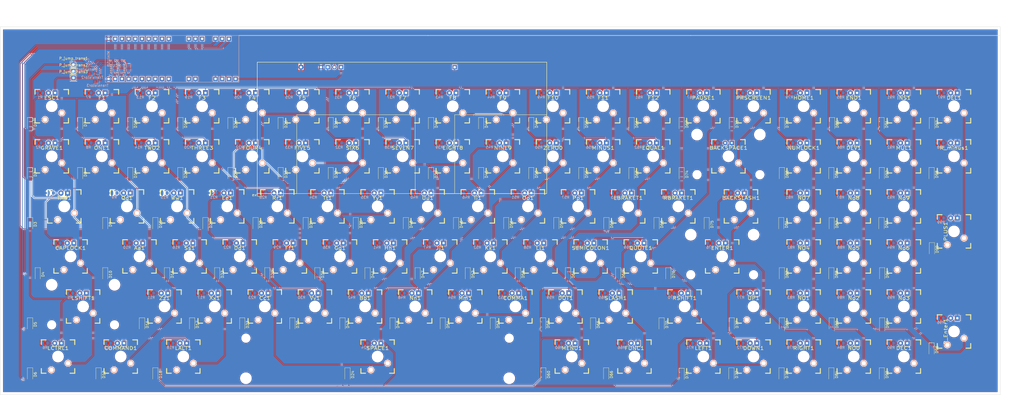
<source format=kicad_pcb>
(kicad_pcb (version 20171130) (host pcbnew "(5.0.0)")
  (title_block (title KJKeyBoard) (date 2018-11-17) (rev 1.4))
  (layers (0 F.Cu signal) (31 B.Cu signal hide) (34 B.Paste user hide) (35 F.Paste user hide) (36 B.SilkS user) (37 F.SilkS user) (38 B.Mask user hide) (39 F.Mask user hide) (44 Edge.Cuts user))
  (net 0 "")
  (net 1 "Net-(Aa1-Pad3)")
  (net 2 "Net-(Aa1-Pad2)")
  (net 3 "Net-(Aa1-Pad1)")
  (net 4 "Net-(BACKSLASH1-Pad3)")
  (net 5 "Net-(BACKSLASH1-Pad2)")
  (net 6 "Net-(BACKSLASH1-Pad1)")
  (net 7 "Net-(BACKSPACE1-Pad1)")
  (net 8 "Net-(BACKSPACE1-Pad3)")
  (net 9 "Net-(Bb1-Pad3)")
  (net 10 "Net-(Bb1-Pad2)")
  (net 11 "Net-(Bb1-Pad1)")
  (net 12 "Net-(CAPLOCK1-Pad1)")
  (net 13 "Net-(CAPLOCK1-Pad2)")
  (net 14 "Net-(CAPLOCK1-Pad3)")
  (net 15 "Net-(Cc1-Pad3)")
  (net 16 "Net-(Cc1-Pad2)")
  (net 17 "Net-(Cc1-Pad1)")
  (net 18 "Net-(COMMA1-Pad1)")
  (net 19 "Net-(COMMA1-Pad2)")
  (net 20 "Net-(COMMA1-Pad3)")
  (net 21 "Net-(COMMAND1-Pad3)")
  (net 22 "Net-(COMMAND1-Pad1)")
  (net 23 "Net-(D1-Pad1)")
  (net 24 "Net-(D2-Pad1)")
  (net 25 "Net-(D3-Pad1)")
  (net 26 "Net-(D5-Pad1)")
  (net 27 "Net-(D6-Pad1)")
  (net 28 "Net-(D7-Pad1)")
  (net 29 "Net-(D8-Pad1)")
  (net 30 "Net-(D9-Pad1)")
  (net 31 "Net-(D11-Pad1)")
  (net 32 "Net-(D13-Pad1)")
  (net 33 "Net-(D14-Pad1)")
  (net 34 "Net-(D15-Pad1)")
  (net 35 "Net-(D16-Pad1)")
  (net 36 "Net-(D17-Pad1)")
  (net 37 "Net-(D18-Pad1)")
  (net 38 "Net-(D19-Pad1)")
  (net 39 "Net-(D20-Pad1)")
  (net 40 "Net-(D21-Pad1)")
  (net 41 "Net-(D22-Pad1)")
  (net 42 "Net-(D24-Pad1)")
  (net 43 "Net-(D25-Pad1)")
  (net 44 "Net-(D26-Pad1)")
  (net 45 "Net-(D27-Pad1)")
  (net 46 "Net-(D28-Pad1)")
  (net 47 "Net-(D29-Pad1)")
  (net 48 "Net-(D30-Pad1)")
  (net 49 "Net-(D31-Pad1)")
  (net 50 "Net-(D32-Pad1)")
  (net 51 "Net-(D33-Pad1)")
  (net 52 "Net-(D34-Pad1)")
  (net 53 "Net-(D35-Pad1)")
  (net 54 "Net-(D36-Pad1)")
  (net 55 "Net-(D37-Pad1)")
  (net 56 "Net-(D38-Pad1)")
  (net 57 "Net-(D39-Pad1)")
  (net 58 "Net-(D40-Pad1)")
  (net 59 "Net-(D41-Pad1)")
  (net 60 "Net-(D43-Pad1)")
  (net 61 "Net-(D44-Pad1)")
  (net 62 "Net-(D45-Pad1)")
  (net 63 "Net-(D46-Pad1)")
  (net 64 "Net-(D47-Pad1)")
  (net 65 "Net-(D48-Pad1)")
  (net 66 "Net-(D49-Pad1)")
  (net 67 "Net-(D50-Pad1)")
  (net 68 "Net-(D51-Pad1)")
  (net 69 "Net-(D52-Pad1)")
  (net 70 "Net-(D54-Pad1)")
  (net 71 "Net-(D55-Pad1)")
  (net 72 "Net-(D56-Pad1)")
  (net 73 "Net-(D57-Pad1)")
  (net 74 "Net-(D58-Pad1)")
  (net 75 "Net-(D59-Pad1)")
  (net 76 "Net-(D60-Pad1)")
  (net 77 "Net-(D61-Pad1)")
  (net 78 "Net-(D62-Pad1)")
  (net 79 "Net-(D63-Pad1)")
  (net 80 "Net-(D64-Pad1)")
  (net 81 "Net-(D65-Pad1)")
  (net 82 "Net-(D66-Pad1)")
  (net 83 "Net-(D67-Pad1)")
  (net 84 "Net-(D68-Pad1)")
  (net 85 "Net-(D69-Pad1)")
  (net 86 "Net-(D70-Pad1)")
  (net 87 "Net-(D71-Pad1)")
  (net 88 "Net-(D72-Pad1)")
  (net 89 "Net-(D73-Pad1)")
  (net 90 "Net-(D76-Pad1)")
  (net 91 "Net-(D77-Pad1)")
  (net 92 "Net-(D78-Pad1)")
  (net 93 "Net-(D79-Pad1)")
  (net 94 "Net-(D80-Pad1)")
  (net 95 "Net-(D81-Pad1)")
  (net 96 "Net-(D82-Pad1)")
  (net 97 "Net-(D83-Pad1)")
  (net 98 "Net-(D84-Pad1)")
  (net 99 "Net-(Dd1-Pad3)")
  (net 100 "Net-(DOT1-Pad2)")
  (net 101 "Net-(DOT1-Pad3)")
  (net 102 "Net-(DOWN1-Pad3)")
  (net 103 "Net-(Ee1-Pad3)")
  (net 104 "Net-(EIGHT8-Pad3)")
  (net 105 "Net-(END1-Pad3)")
  (net 106 "Net-(ENTER1-Pad3)")
  (net 107 "Net-(EQUAL1-Pad2)")
  (net 108 "Net-(EQUAL1-Pad3)")
  (net 109 "Net-(ESC1-Pad3)")
  (net 110 "Net-(MCU1-Pad1)")
  (net 111 "Net-(MCU1-Pad0)")
  (net 112 "Net-(MCU1-Pad49)")
  (net 113 "Net-(MCU1-Pad27)")
  (net 114 "Net-(MCU1-Pad46)")
  (net 115 "Net-(F1-Pad3)")
  (net 116 "Net-(F2-Pad3)")
  (net 117 "Net-(F2-Pad2)")
  (net 118 "Net-(F3-Pad3)")
  (net 119 "Net-(F4-Pad3)")
  (net 120 "Net-(F4-Pad2)")
  (net 121 "Net-(F5-Pad3)")
  (net 122 "Net-(F6-Pad2)")
  (net 123 "Net-(F6-Pad3)")
  (net 124 "Net-(F7-Pad3)")
  (net 125 "Net-(F8-Pad2)")
  (net 126 "Net-(F8-Pad3)")
  (net 127 "Net-(F9-Pad3)")
  (net 128 "Net-(F10-Pad3)")
  (net 129 "Net-(F11-Pad3)")
  (net 130 "Net-(F12-Pad3)")
  (net 131 "Net-(Ff1-Pad3)")
  (net 132 "Net-(FIVE5-Pad3)")
  (net 133 "Net-(FOUR4-Pad3)")
  (net 134 "Net-(FUNC1-Pad3)")
  (net 135 "Net-(Gg1-Pad3)")
  (net 136 "Net-(GRAVE1-Pad3)")
  (net 137 "Net-(Hh1-Pad3)")
  (net 138 "Net-(HOME1-Pad3)")
  (net 139 "Net-(Ii1-Pad3)")
  (net 140 "Net-(Jj1-Pad3)")
  (net 141 "Net-(Kk1-Pad3)")
  (net 142 "Net-(LALT1-Pad3)")
  (net 143 "Net-(LBRAKET1-Pad3)")
  (net 144 "Net-(LCTRL1-Pad3)")
  (net 145 "Net-(LEFT1-Pad3)")
  (net 146 "Net-(Ll1-Pad3)")
  (net 147 "Net-(LSHIFT1-Pad3)")
  (net 148 "Net-(MCU1-Pad26)")
  (net 149 "Net-(MCU1-Pad25)")
  (net 150 "Net-(MCU1-Pad24)")
  (net 151 "Net-(MINUS1-Pad3)")
  (net 152 "Net-(Mm1-Pad3)")
  (net 153 "Net-(NINE9-Pad3)")
  (net 154 "Net-(Nn1-Pad3)")
  (net 155 "Net-(ONE1-Pad3)")
  (net 156 "Net-(Oo1-Pad3)")
  (net 157 "Net-(Pp1-Pad3)")
  (net 158 "Net-(Qq1-Pad3)")
  (net 159 "Net-(QUOTE1-Pad3)")
  (net 160 "Net-(R3-Pad2)")
  (net 161 "Net-(R11-Pad2)")
  (net 162 "Net-(R14-Pad2)")
  (net 163 "Net-(R15-Pad2)")
  (net 164 "Net-(R16-Pad2)")
  (net 165 "Net-(R17-Pad2)")
  (net 166 "Net-(R20-Pad2)")
  (net 167 "Net-(R24-Pad2)")
  (net 168 "Net-(R28-Pad2)")
  (net 169 "Net-(R30-Pad2)")
  (net 170 "Net-(R32-Pad2)")
  (net 171 "Net-(R34-Pad2)")
  (net 172 "Net-(R35-Pad2)")
  (net 173 "Net-(R38-Pad2)")
  (net 174 "Net-(R40-Pad2)")
  (net 175 "Net-(R50-Pad2)")
  (net 176 "Net-(R64-Pad2)")
  (net 177 "Net-(R65-Pad2)")
  (net 178 "Net-(R68-Pad2)")
  (net 179 "Net-(R70-Pad2)")
  (net 180 "Net-(R77-Pad2)")
  (net 181 "Net-(R_trans1-Pad1)")
  (net 182 "Net-(R_trans2-Pad1)")
  (net 183 "Net-(R_trans3-Pad1)")
  (net 184 /LED_C2)
  (net 185 /LED_C1)
  (net 186 /LED_C3)
  (net 187 /Row_1)
  (net 188 /Row_2)
  (net 189 /Row_3)
  (net 190 /Row_4)
  (net 191 /Row_5)
  (net 192 /Row_6)
  (net 193 "Net-(DEC1-Pad3)")
  (net 194 "Net-(DEC1-Pad2)")
  (net 195 "Net-(D90-Pad1)")
  (net 196 "Net-(D97-Pad1)")
  (net 197 "Net-(DEL1-Pad2)")
  (net 198 "Net-(DEL1-Pad3)")
  (net 199 "Net-(DEV1-Pad3)")
  (net 200 "Net-(D86-Pad1)")
  (net 201 "Net-(DOWN1-Pad2)")
  (net 202 "Net-(D85-Pad1)")
  (net 203 "Net-(MCU1-Pad45)")
  (net 204 "Net-(HOME1-Pad2)")
  (net 205 "Net-(D91-Pad1)")
  (net 206 "Net-(INS1-Pad2)")
  (net 207 "Net-(INS1-Pad3)")
  (net 208 "Net-(MENU1-Pad3)")
  (net 209 "Net-(MUL1-Pad3)")
  (net 210 "Net-(D92-Pad1)")
  (net 211 "Net-(NO0-Pad3)")
  (net 212 "Net-(NO1-Pad3)")
  (net 213 "Net-(D89-Pad1)")
  (net 214 "Net-(No2-Pad3)")
  (net 215 "Net-(D95-Pad1)")
  (net 216 "Net-(No3-Pad3)")
  (net 217 "Net-(NO4-Pad3)")
  (net 218 "Net-(D88-Pad1)")
  (net 219 "Net-(No5-Pad3)")
  (net 220 "Net-(No6-Pad3)")
  (net 221 "Net-(D94-Pad1)")
  (net 222 "Net-(NO7-Pad3)")
  (net 223 "Net-(D87-Pad1)")
  (net 224 "Net-(No8-Pad3)")
  (net 225 "Net-(D93-Pad1)")
  (net 226 "Net-(No9-Pad3)")
  (net 227 "Net-(NUMLOCK1-Pad3)")
  (net 228 "Net-(PAUSE1-Pad3)")
  (net 229 "Net-(D99-Pad1)")
  (net 230 "Net-(PLUS1-Pad3)")
  (net 231 "Net-(PRSCREEN1-Pad3)")
  (net 232 "Net-(R78-Pad2)")
  (net 233 "Net-(R96-Pad2)")
  (net 234 "Net-(D96-Pad1)")
  (net 235 "Net-(R98-Pad2)")
  (net 236 "Net-(D98-Pad1)")
  (module sw_fprint_wLed:ext_module_footprint_v2 (layer F.Cu) (at 147.63 110.466)
    (fp_text reference ext_1 (at 0 0.5) (layer F.SilkS))
    (fp_text value ext_module_comp)
    (pad 7 thru_hole rect (at 31.84 -48.1) (size 1.7 1.7) (drill 0.9) (layers *.Cu *.Mask) (net 203 "Net-(MCU1-Pad45)"))
    (pad 6 thru_hole circle (at 29.3 -48.1) (size 1.7 1.7) (drill 0.9) (layers *.Cu *.Mask) (net 110 "Net-(MCU1-Pad1)"))
    (pad 5 thru_hole rect (at 26.76 -48.1) (size 1.7 1.7) (drill 0.9) (layers *.Cu *.Mask) (net 111 "Net-(MCU1-Pad0)"))
    (pad 4 thru_hole circle (at 24.22 -48.1) (size 1.7 1.7) (drill 0.9) (layers *.Cu *.Mask) (net 112 "Net-(MCU1-Pad49)"))
    (pad 8 thru_hole rect (at 75.02 -48.1) (size 1.7 1.7) (drill 0.9) (layers *.Cu *.Mask) (net 113 "Net-(MCU1-Pad27)"))
    (pad 1 thru_hole rect (at 16.6 -48.1) (size 1.7 1.7) (drill 0.9) (layers *.Cu *.Mask) (net 114 "Net-(MCU1-Pad46)"))
  )
  (module sw_fprint_wLed:Teensy2.0++_footprint_assigned_v2 (layer B.Cu) (at 89.845 50.301)
    (fp_text reference MCU1 (at 3.81 11.43) (layer B.SilkS) (effects (justify mirror)))
    (fp_text value Teensy2.0++)
    (fp_text user MiniUSB (at 1.27 8.89 -90) (layer B.SilkS) (effects (justify mirror)))
    (pad 46 thru_hole circle (at 1.27 16.51) (size 1.7 1.7) (drill 0.9) (layers *.Cu *.Mask) (net 114 "Net-(MCU1-Pad46)"))
    (pad 49 thru_hole circle (at 1.27 1.27) (size 1.7 1.7) (drill 0.9) (layers *.Cu *.Mask) (net 112 "Net-(MCU1-Pad49)"))
    (pad 26 thru_hole rect (at 3.81 16.51) (size 1.7 1.7) (drill 0.9) (layers *.Cu *.Mask) (net 148 "Net-(MCU1-Pad26)"))
    (pad 25 thru_hole rect (at 6.35 16.51) (size 1.7 1.7) (drill 0.9) (layers *.Cu *.Mask) (net 149 "Net-(MCU1-Pad25)"))
    (pad 24 thru_hole rect (at 8.89 16.51) (size 1.7 1.7) (drill 0.9) (layers *.Cu *.Mask) (net 150 "Net-(MCU1-Pad24)"))
    (pad 27 thru_hole rect (at 3.81 1.27) (size 1.7 1.7) (drill 0.9) (layers *.Cu *.Mask) (net 113 "Net-(MCU1-Pad27)"))
    (pad 0 thru_hole rect (at 6.35 1.27) (size 1.7 1.7) (drill 0.9) (layers *.Cu *.Mask) (net 111 "Net-(MCU1-Pad0)"))
    (pad 1 thru_hole rect (at 8.89 1.27) (size 1.7 1.7) (drill 0.9) (layers *.Cu *.Mask) (net 110 "Net-(MCU1-Pad1)"))
    (pad 2 thru_hole rect (at 11.43 1.27) (size 1.7 1.7) (drill 0.9) (layers *.Cu *.Mask) (net 19 "Net-(COMMA1-Pad2)"))
    (pad 3 thru_hole rect (at 13.97 1.27) (size 1.7 1.7) (drill 0.9) (layers *.Cu *.Mask) (net 100 "Net-(DOT1-Pad2)"))
    (pad 4 thru_hole rect (at 16.51 1.27) (size 1.7 1.7) (drill 0.9) (layers *.Cu *.Mask) (net 107 "Net-(EQUAL1-Pad2)"))
    (pad 5 thru_hole rect (at 19.05 1.27) (size 1.7 1.7) (drill 0.9) (layers *.Cu *.Mask) (net 201 "Net-(DOWN1-Pad2)"))
    (pad 6 thru_hole rect (at 21.59 1.27) (size 1.7 1.7) (drill 0.9) (layers *.Cu *.Mask) (net 5 "Net-(BACKSLASH1-Pad2)"))
    (pad 7 thru_hole rect (at 24.13 1.27) (size 1.7 1.7) (drill 0.9) (layers *.Cu *.Mask) (net 204 "Net-(HOME1-Pad2)"))
    (pad 10 thru_hole rect (at 31.75 1.27) (size 1.7 1.7) (drill 0.9) (layers *.Cu *.Mask) (net 194 "Net-(DEC1-Pad2)"))
    (pad 11 thru_hole rect (at 34.29 1.27) (size 1.7 1.7) (drill 0.9) (layers *.Cu *.Mask) (net 206 "Net-(INS1-Pad2)"))
    (pad 12 thru_hole rect (at 36.83 1.27) (size 1.7 1.7) (drill 0.9) (layers *.Cu *.Mask) (net 197 "Net-(DEL1-Pad2)"))
    (pad 14 thru_hole rect (at 41.91 1.27) (size 1.7 1.7) (drill 0.9) (layers *.Cu *.Mask) (net 192 /Row_6))
    (pad 15 thru_hole rect (at 44.45 1.27) (size 1.7 1.7) (drill 0.9) (layers *.Cu *.Mask) (net 191 /Row_5))
    (pad 16 thru_hole rect (at 46.99 1.27) (size 1.7 1.7) (drill 0.9) (layers *.Cu *.Mask) (net 190 /Row_4))
    (pad 45 thru_hole rect (at 49.53 16.51) (size 1.7 1.7) (drill 0.9) (layers *.Cu *.Mask) (net 203 "Net-(MCU1-Pad45)"))
    (pad 44 thru_hole rect (at 46.99 16.51) (size 1.7 1.7) (drill 0.9) (layers *.Cu *.Mask) (net 189 /Row_3))
    (pad 43 thru_hole rect (at 44.45 16.51) (size 1.7 1.7) (drill 0.9) (layers *.Cu *.Mask) (net 188 /Row_2))
    (pad 42 thru_hole rect (at 41.91 16.51) (size 1.7 1.7) (drill 0.9) (layers *.Cu *.Mask) (net 187 /Row_1))
    (pad 39 thru_hole rect (at 34.29 16.51) (size 1.7 1.7) (drill 0.9) (layers *.Cu *.Mask) (net 125 "Net-(F8-Pad2)"))
    (pad 38 thru_hole rect (at 31.75 16.51) (size 1.7 1.7) (drill 0.9) (layers *.Cu *.Mask) (net 10 "Net-(Bb1-Pad2)"))
    (pad 18 thru_hole rect (at 24.13 16.51) (size 1.7 1.7) (drill 0.9) (layers *.Cu *.Mask) (net 122 "Net-(F6-Pad2)"))
    (pad 19 thru_hole rect (at 21.59 16.51) (size 1.7 1.7) (drill 0.9) (layers *.Cu *.Mask) (net 120 "Net-(F4-Pad2)"))
    (pad 20 thru_hole rect (at 19.05 16.51) (size 1.7 1.7) (drill 0.9) (layers *.Cu *.Mask) (net 16 "Net-(Cc1-Pad2)"))
    (pad 21 thru_hole rect (at 16.51 16.51) (size 1.7 1.7) (drill 0.9) (layers *.Cu *.Mask) (net 117 "Net-(F2-Pad2)"))
    (pad 22 thru_hole rect (at 13.97 16.51) (size 1.7 1.7) (drill 0.9) (layers *.Cu *.Mask) (net 2 "Net-(Aa1-Pad2)"))
    (pad 23 thru_hole rect (at 11.43 16.51) (size 1.7 1.7) (drill 0.9) (layers *.Cu *.Mask) (net 13 "Net-(CAPLOCK1-Pad2)"))
  )
  (module Package_TO_SOT_SMD:SOT-23 (layer B.Cu) (at 82.876 60.715)
    (fp_text reference Transistor1 (at 0 2.5) (layer B.SilkS) (effects (justify mirror)))
    (fp_text value 2SC1815)
    (pad 3 smd rect (at 1 0) (size 0.9 0.8) (layers B.Cu B.Paste B.Mask) (net 181 "Net-(R_trans1-Pad1)"))
    (pad 2 smd rect (at -1 -0.95) (size 0.9 0.8) (layers B.Cu B.Paste B.Mask) (net 186 /LED_C3))
    (pad 1 smd rect (at -1 0.95) (size 0.9 0.8) (layers B.Cu B.Paste B.Mask) (net 112 "Net-(MCU1-Pad49)"))
  )
  (module Resistor_SMD:R_0805_2012Metric (layer B.Cu) (at 286.0115 167.395)
    (fp_text reference R66 (at 0 1.65) (layer B.SilkS) (effects (justify mirror)))
    (fp_text value R)
    (pad 1 smd roundrect (at -0.9375 0) (size 0.975 1.4) (layers B.Cu B.Paste B.Mask) (net 114 "Net-(MCU1-Pad46)"))
    (pad 2 smd roundrect (at 0.9375 0) (size 0.975 1.4) (layers B.Cu B.Paste B.Mask) (net 134 "Net-(FUNC1-Pad3)"))
  )
  (module sw_fprint_wLed:CHERRY_PCB_200V (layer F.Cu) (at 412.425 162.95 180)
    (fp_text reference R_Enter1 (at 3.175 0 270) (layer F.SilkS) (effects (font (size 1.27 1.524) (thickness 0.2032))))
    (fp_text value SWITCH_PUSH hide)
    (pad 4 thru_hole rect (at -1.27 5.08 180) (size 1.9 2.1) (drill 0.9) (layers *.Cu *.Mask) (net 186 /LED_C3))
    (pad 3 thru_hole oval (at 1.27 5.08 180) (size 1.9 2.1) (drill 0.9) (layers *.Cu *.Mask) (net 233 "Net-(R96-Pad2)"))
    (pad HOLE np_thru_hole circle (at 0 0 270) (size 3.9878 3.9878) (drill 3.9878) (layers *.Cu))
    (pad 2 thru_hole circle (at -3.81 -2.54 270) (size 2.286 2.286) (drill 1.4986) (layers *.Cu *.SilkS *.Mask) (net 206 "Net-(INS1-Pad2)"))
    (pad 1 thru_hole circle (at 2.54 -5.08 270) (size 2.286 2.286) (drill 1.4986) (layers *.Cu *.SilkS *.Mask) (net 234 "Net-(D96-Pad1)"))
  )
  (module sw_fprint_wLed:CHERRY_PCB_200V (layer F.Cu) (at 412.425 124.85 180)
    (fp_text reference PLUS1 (at 3.175 0 270) (layer F.SilkS) (effects (font (size 1.27 1.524) (thickness 0.2032))))
    (fp_text value SWITCH_PUSH hide)
    (pad 4 thru_hole rect (at -1.27 5.08 180) (size 1.9 2.1) (drill 0.9) (layers *.Cu *.Mask) (net 186 /LED_C3))
    (pad 3 thru_hole oval (at 1.27 5.08 180) (size 1.9 2.1) (drill 0.9) (layers *.Cu *.Mask) (net 230 "Net-(PLUS1-Pad3)"))
    (pad HOLE np_thru_hole circle (at 0 0 270) (size 3.9878 3.9878) (drill 3.9878) (layers *.Cu))
    (pad 2 thru_hole circle (at -3.81 -2.54 270) (size 2.286 2.286) (drill 1.4986) (layers *.Cu *.SilkS *.Mask) (net 197 "Net-(DEL1-Pad2)"))
    (pad 1 thru_hole circle (at 2.54 -5.08 270) (size 2.286 2.286) (drill 1.4986) (layers *.Cu *.SilkS *.Mask) (net 229 "Net-(D99-Pad1)"))
  )
  (module sw_fprint_wLed:CHERRY_PCB_650H (layer F.Cu) (at 193.35 172.475 180)
    (fp_text reference SPACE1 (at 0 3.175 180) (layer F.SilkS) (effects (font (size 1.27 1.524) (thickness 0.2032))))
    (fp_text value SWITCH_PUSH hide)
    (pad 1 thru_hole circle (at 2.54 -5.08 180) (size 2.286 2.286) (drill 1.4986) (layers *.Cu *.SilkS *.Mask) (net 42 "Net-(D24-Pad1)"))
    (pad 2 thru_hole circle (at -3.81 -2.54 180) (size 2.286 2.286) (drill 1.4986) (layers *.Cu *.SilkS *.Mask) (net 16 "Net-(Cc1-Pad2)"))
    (pad HOLE np_thru_hole circle (at 0 0 180) (size 3.9878 3.9878) (drill 3.9878) (layers *.Cu))
    (pad HOLE np_thru_hole circle (at -50.038 6.985 180) (size 3.048 3.048) (drill 3.048) (layers *.Cu))
    (pad HOLE np_thru_hole circle (at 50.038 6.985 180) (size 3.048 3.048) (drill 3.048) (layers *.Cu))
    (pad HOLE np_thru_hole circle (at -50.038 -8.255 180) (size 3.9878 3.9878) (drill 3.9878) (layers *.Cu))
    (pad HOLE np_thru_hole circle (at 50.038 -8.255 180) (size 3.9878 3.9878) (drill 3.9878) (layers *.Cu))
    (pad 4 thru_hole rect (at -1.27 5.08 180) (size 1.9 2.1) (drill 0.9) (layers *.Cu *.Mask) (net 186 /LED_C3))
    (pad 3 thru_hole oval (at 1.27 5.08 180) (size 1.9 2.1) (drill 0.9) (layers *.Cu *.Mask) (net 167 "Net-(R24-Pad2)"))
  )
  (module sw_fprint_wLed:CHERRY_PCB_125H (layer F.Cu) (at 290.98125 172.475 180)
    (fp_text reference FUNC1 (at 0 3.175 180) (layer F.SilkS) (effects (font (size 1.27 1.524) (thickness 0.2032))))
    (fp_text value SWITCH_PUSH hide)
    (pad 3 thru_hole oval (at 1.27 5.08 180) (size 1.9 2.1) (drill 0.9) (layers *.Cu *.Mask) (net 134 "Net-(FUNC1-Pad3)"))
    (pad 4 thru_hole rect (at -1.27 5.08 180) (size 1.9 2.1) (drill 0.9) (layers *.Cu *.Mask) (net 186 /LED_C3))
    (pad HOLE np_thru_hole circle (at 0 0 180) (size 3.9878 3.9878) (drill 3.9878) (layers *.Cu))
    (pad 2 thru_hole circle (at -3.81 -2.54 180) (size 2.286 2.286) (drill 1.4986) (layers *.Cu *.SilkS *.Mask) (net 107 "Net-(EQUAL1-Pad2)"))
    (pad 1 thru_hole circle (at 2.54 -5.08 180) (size 2.286 2.286) (drill 1.4986) (layers *.Cu *.SilkS *.Mask) (net 82 "Net-(D66-Pad1)"))
  )
  (module sw_fprint_wLed:CHERRY_PCB_125H (layer F.Cu) (at 267.16875 172.475 180)
    (fp_text reference MENU1 (at 0 3.175 180) (layer F.SilkS) (effects (font (size 1.27 1.524) (thickness 0.2032))))
    (fp_text value SWITCH_PUSH hide)
    (pad 1 thru_hole circle (at 2.54 -5.08 180) (size 2.286 2.286) (drill 1.4986) (layers *.Cu *.SilkS *.Mask) (net 76 "Net-(D60-Pad1)"))
    (pad 2 thru_hole circle (at -3.81 -2.54 180) (size 2.286 2.286) (drill 1.4986) (layers *.Cu *.SilkS *.Mask) (net 100 "Net-(DOT1-Pad2)"))
    (pad HOLE np_thru_hole circle (at 0 0 180) (size 3.9878 3.9878) (drill 3.9878) (layers *.Cu))
    (pad 4 thru_hole rect (at -1.27 5.08 180) (size 1.9 2.1) (drill 0.9) (layers *.Cu *.Mask) (net 186 /LED_C3))
    (pad 3 thru_hole oval (at 1.27 5.08 180) (size 1.9 2.1) (drill 0.9) (layers *.Cu *.Mask) (net 208 "Net-(MENU1-Pad3)"))
  )
  (module sw_fprint_wLed:CHERRY_PCB_225H (layer F.Cu) (at 324.31875 134.375 180)
    (fp_text reference ENTER1 (at 0 3.175 180) (layer F.SilkS) (effects (font (size 1.27 1.524) (thickness 0.2032))))
    (fp_text value SWITCH_PUSH hide)
    (pad 3 thru_hole oval (at 1.27 5.08 180) (size 1.9 2.1) (drill 0.9) (layers *.Cu *.Mask) (net 106 "Net-(ENTER1-Pad3)"))
    (pad 4 thru_hole rect (at -1.27 5.08 180) (size 1.9 2.1) (drill 0.9) (layers *.Cu *.Mask) (net 184 /LED_C2))
    (pad HOLE np_thru_hole circle (at 11.938 8.255 180) (size 3.9878 3.9878) (drill 3.9878) (layers *.Cu))
    (pad HOLE np_thru_hole circle (at -11.938 8.255 180) (size 3.9878 3.9878) (drill 3.9878) (layers *.Cu))
    (pad HOLE np_thru_hole circle (at 11.938 -6.985 180) (size 3.048 3.048) (drill 3.048) (layers *.Cu))
    (pad HOLE np_thru_hole circle (at -11.938 -6.985 180) (size 3.048 3.048) (drill 3.048) (layers *.Cu))
    (pad HOLE np_thru_hole circle (at 0 0 180) (size 3.9878 3.9878) (drill 3.9878) (layers *.Cu))
    (pad 2 thru_hole circle (at -3.81 -2.54 180) (size 2.286 2.286) (drill 1.4986) (layers *.Cu *.SilkS *.Mask) (net 5 "Net-(BACKSLASH1-Pad2)"))
    (pad 1 thru_hole circle (at 2.54 -5.08 180) (size 2.286 2.286) (drill 1.4986) (layers *.Cu *.SilkS *.Mask) (net 90 "Net-(D76-Pad1)"))
  )
  (module sw_fprint_wLed:CHERRY_PCB_225H (layer F.Cu) (at 81.43125 153.425 180)
    (fp_text reference LSHIFT1 (at 0 3.175 180) (layer F.SilkS) (effects (font (size 1.27 1.524) (thickness 0.2032))))
    (fp_text value SWITCH_PUSH hide)
    (pad 3 thru_hole oval (at 1.27 5.08 180) (size 1.9 2.1) (drill 0.9) (layers *.Cu *.Mask) (net 147 "Net-(LSHIFT1-Pad3)"))
    (pad 4 thru_hole rect (at -1.27 5.08 180) (size 1.9 2.1) (drill 0.9) (layers *.Cu *.Mask) (net 186 /LED_C3))
    (pad HOLE np_thru_hole circle (at 11.938 8.255 180) (size 3.9878 3.9878) (drill 3.9878) (layers *.Cu))
    (pad HOLE np_thru_hole circle (at -11.938 8.255 180) (size 3.9878 3.9878) (drill 3.9878) (layers *.Cu))
    (pad HOLE np_thru_hole circle (at 11.938 -6.985 180) (size 3.048 3.048) (drill 3.048) (layers *.Cu))
    (pad HOLE np_thru_hole circle (at -11.938 -6.985 180) (size 3.048 3.048) (drill 3.048) (layers *.Cu))
    (pad HOLE np_thru_hole circle (at 0 0 180) (size 3.9878 3.9878) (drill 3.9878) (layers *.Cu))
    (pad 2 thru_hole circle (at -3.81 -2.54 180) (size 2.286 2.286) (drill 1.4986) (layers *.Cu *.SilkS *.Mask) (net 13 "Net-(CAPLOCK1-Pad2)"))
    (pad 1 thru_hole circle (at 2.54 -5.08 180) (size 2.286 2.286) (drill 1.4986) (layers *.Cu *.SilkS *.Mask) (net 26 "Net-(D5-Pad1)"))
  )
  (module sw_fprint_wLed:CHERRY_PCB_125H (layer F.Cu) (at 95.71875 172.475 180)
    (fp_text reference COMMAND1 (at 0 3.175 180) (layer F.SilkS) (effects (font (size 1.27 1.524) (thickness 0.2032))))
    (fp_text value SWITCH_PUSH hide)
    (pad 3 thru_hole oval (at 1.27 5.08 180) (size 1.9 2.1) (drill 0.9) (layers *.Cu *.Mask) (net 21 "Net-(COMMAND1-Pad3)"))
    (pad 4 thru_hole rect (at -1.27 5.08 180) (size 1.9 2.1) (drill 0.9) (layers *.Cu *.Mask) (net 186 /LED_C3))
    (pad HOLE np_thru_hole circle (at 0 0 180) (size 3.9878 3.9878) (drill 3.9878) (layers *.Cu))
    (pad 2 thru_hole circle (at -3.81 -2.54 180) (size 2.286 2.286) (drill 1.4986) (layers *.Cu *.SilkS *.Mask) (net 2 "Net-(Aa1-Pad2)"))
    (pad 1 thru_hole circle (at 2.54 -5.08 180) (size 2.286 2.286) (drill 1.4986) (layers *.Cu *.SilkS *.Mask) (net 22 "Net-(COMMAND1-Pad1)"))
  )
  (module sw_fprint_wLed:CHERRY_PCB_125H (layer F.Cu) (at 119.53125 172.475 180)
    (fp_text reference LALT1 (at 0 3.175 180) (layer F.SilkS) (effects (font (size 1.27 1.524) (thickness 0.2032))))
    (fp_text value SWITCH_PUSH hide)
    (pad 3 thru_hole oval (at 1.27 5.08 180) (size 1.9 2.1) (drill 0.9) (layers *.Cu *.Mask) (net 142 "Net-(LALT1-Pad3)"))
    (pad 4 thru_hole rect (at -1.27 5.08 180) (size 1.9 2.1) (drill 0.9) (layers *.Cu *.Mask) (net 186 /LED_C3))
    (pad HOLE np_thru_hole circle (at 0 0 180) (size 3.9878 3.9878) (drill 3.9878) (layers *.Cu))
    (pad 2 thru_hole circle (at -3.81 -2.54 180) (size 2.286 2.286) (drill 1.4986) (layers *.Cu *.SilkS *.Mask) (net 117 "Net-(F2-Pad2)"))
    (pad 1 thru_hole circle (at 2.54 -5.08 180) (size 2.286 2.286) (drill 1.4986) (layers *.Cu *.SilkS *.Mask) (net 37 "Net-(D18-Pad1)"))
  )
  (module sw_fprint_wLed:CHERRY_PCB_125H (layer F.Cu) (at 71.90625 172.475 180)
    (fp_text reference LCTRL1 (at 0 3.175 180) (layer F.SilkS) (effects (font (size 1.27 1.524) (thickness 0.2032))))
    (fp_text value SWITCH_PUSH hide)
    (pad 3 thru_hole oval (at 1.27 5.08 180) (size 1.9 2.1) (drill 0.9) (layers *.Cu *.Mask) (net 144 "Net-(LCTRL1-Pad3)"))
    (pad 4 thru_hole rect (at -1.27 5.08 180) (size 1.9 2.1) (drill 0.9) (layers *.Cu *.Mask) (net 186 /LED_C3))
    (pad HOLE np_thru_hole circle (at 0 0 180) (size 3.9878 3.9878) (drill 3.9878) (layers *.Cu))
    (pad 2 thru_hole circle (at -3.81 -2.54 180) (size 2.286 2.286) (drill 1.4986) (layers *.Cu *.SilkS *.Mask) (net 13 "Net-(CAPLOCK1-Pad2)"))
    (pad 1 thru_hole circle (at 2.54 -5.08 180) (size 2.286 2.286) (drill 1.4986) (layers *.Cu *.SilkS *.Mask) (net 27 "Net-(D6-Pad1)"))
  )
  (module sw_fprint_wLed:CHERRY_PCB_175H (layer F.Cu) (at 76.66875 134.375 180)
    (fp_text reference CAPLOCK1 (at 0 3.175 180) (layer F.SilkS) (effects (font (size 1.27 1.524) (thickness 0.2032))))
    (fp_text value SWITCH_PUSH hide)
    (pad 3 thru_hole oval (at 1.27 5.08 180) (size 1.9 2.1) (drill 0.9) (layers *.Cu *.Mask) (net 14 "Net-(CAPLOCK1-Pad3)"))
    (pad 4 thru_hole rect (at -1.27 5.08 180) (size 1.9 2.1) (drill 0.9) (layers *.Cu *.Mask) (net 184 /LED_C2))
    (pad HOLE np_thru_hole circle (at 0 0 180) (size 3.9878 3.9878) (drill 3.9878) (layers *.Cu))
    (pad 2 thru_hole circle (at -3.81 -2.54 180) (size 2.286 2.286) (drill 1.4986) (layers *.Cu *.SilkS *.Mask) (net 13 "Net-(CAPLOCK1-Pad2)"))
    (pad 1 thru_hole circle (at 2.54 -5.08 180) (size 2.286 2.286) (drill 1.4986) (layers *.Cu *.SilkS *.Mask) (net 12 "Net-(CAPLOCK1-Pad1)"))
  )
  (module sw_fprint_wLed:CHERRY_PCB_175H (layer F.Cu) (at 310.03125 153.425 180)
    (fp_text reference RSHIFT1 (at 0 3.175 180) (layer F.SilkS) (effects (font (size 1.27 1.524) (thickness 0.2032))))
    (fp_text value SWITCH_PUSH hide)
    (pad 3 thru_hole oval (at 1.27 5.08 180) (size 1.9 2.1) (drill 0.9) (layers *.Cu *.Mask) (net 179 "Net-(R70-Pad2)"))
    (pad 4 thru_hole rect (at -1.27 5.08 180) (size 1.9 2.1) (drill 0.9) (layers *.Cu *.Mask) (net 184 /LED_C2))
    (pad HOLE np_thru_hole circle (at 0 0 180) (size 3.9878 3.9878) (drill 3.9878) (layers *.Cu))
    (pad 2 thru_hole circle (at -3.81 -2.54 180) (size 2.286 2.286) (drill 1.4986) (layers *.Cu *.SilkS *.Mask) (net 201 "Net-(DOWN1-Pad2)"))
    (pad 1 thru_hole circle (at 2.54 -5.08 180) (size 2.286 2.286) (drill 1.4986) (layers *.Cu *.SilkS *.Mask) (net 86 "Net-(D70-Pad1)"))
  )
  (module sw_fprint_wLed:CHERRY_PCB_150H (layer F.Cu) (at 331.4625 115.325 180)
    (fp_text reference BACKSLASH1 (at 0 3.175 180) (layer F.SilkS) (effects (font (size 1.27 1.524) (thickness 0.2032))))
    (fp_text value SWITCH_PUSH hide)
    (pad 3 thru_hole oval (at 1.27 5.08 180) (size 1.9 2.1) (drill 0.9) (layers *.Cu *.Mask) (net 4 "Net-(BACKSLASH1-Pad3)"))
    (pad 4 thru_hole rect (at -1.27 5.08 180) (size 1.9 2.1) (drill 0.9) (layers *.Cu *.Mask) (net 184 /LED_C2))
    (pad HOLE np_thru_hole circle (at 0 0 180) (size 3.9878 3.9878) (drill 3.9878) (layers *.Cu))
    (pad 2 thru_hole circle (at -3.81 -2.54 180) (size 2.286 2.286) (drill 1.4986) (layers *.Cu *.SilkS *.Mask) (net 5 "Net-(BACKSLASH1-Pad2)"))
    (pad 1 thru_hole circle (at 2.54 -5.08 180) (size 2.286 2.286) (drill 1.4986) (layers *.Cu *.SilkS *.Mask) (net 6 "Net-(BACKSLASH1-Pad1)"))
  )
  (module sw_fprint_wLed:CHERRY_PCB_150H (layer F.Cu) (at 74.2875 115.325 180)
    (fp_text reference TAB1 (at 0 3.175 180) (layer F.SilkS) (effects (font (size 1.27 1.524) (thickness 0.2032))))
    (fp_text value SWITCH_PUSH hide)
    (pad 3 thru_hole oval (at 1.27 5.08 180) (size 1.9 2.1) (drill 0.9) (layers *.Cu *.Mask) (net 160 "Net-(R3-Pad2)"))
    (pad 4 thru_hole rect (at -1.27 5.08 180) (size 1.9 2.1) (drill 0.9) (layers *.Cu *.Mask) (net 184 /LED_C2))
    (pad HOLE np_thru_hole circle (at 0 0 180) (size 3.9878 3.9878) (drill 3.9878) (layers *.Cu))
    (pad 2 thru_hole circle (at -3.81 -2.54 180) (size 2.286 2.286) (drill 1.4986) (layers *.Cu *.SilkS *.Mask) (net 13 "Net-(CAPLOCK1-Pad2)"))
    (pad 1 thru_hole circle (at 2.54 -5.08 180) (size 2.286 2.286) (drill 1.4986) (layers *.Cu *.SilkS *.Mask) (net 25 "Net-(D3-Pad1)"))
  )
  (module sw_fprint_wLed:CHERRY_PCB_100H (layer F.Cu) (at 102.8625 134.375 180)
    (fp_text reference Aa1 (at 0 3.175 180) (layer F.SilkS) (effects (font (size 1.27 1.524) (thickness 0.2032))))
    (fp_text value SWITCH_PUSH hide)
    (pad 3 thru_hole oval (at 1.27 5.08 180) (size 1.9 2.1) (drill 0.9) (layers *.Cu *.Mask) (net 1 "Net-(Aa1-Pad3)"))
    (pad 4 thru_hole rect (at -1.27 5.08 180) (size 1.9 2.1) (drill 0.9) (layers *.Cu *.Mask) (net 184 /LED_C2))
    (pad HOLE np_thru_hole circle (at 0 0 180) (size 3.9878 3.9878) (drill 3.9878) (layers *.Cu))
    (pad 2 thru_hole circle (at -3.81 -2.54 180) (size 2.286 2.286) (drill 1.4986) (layers *.Cu *.SilkS *.Mask) (net 2 "Net-(Aa1-Pad2)"))
    (pad 1 thru_hole circle (at 2.54 -5.08 180) (size 2.286 2.286) (drill 1.4986) (layers *.Cu *.SilkS *.Mask) (net 3 "Net-(Aa1-Pad1)"))
  )
  (module sw_fprint_wLed:CHERRY_PCB_100H (layer F.Cu) (at 188.5875 153.425 180)
    (fp_text reference Bb1 (at 0 3.175 180) (layer F.SilkS) (effects (font (size 1.27 1.524) (thickness 0.2032))))
    (fp_text value SWITCH_PUSH hide)
    (pad 3 thru_hole oval (at 1.27 5.08 180) (size 1.9 2.1) (drill 0.9) (layers *.Cu *.Mask) (net 9 "Net-(Bb1-Pad3)"))
    (pad 4 thru_hole rect (at -1.27 5.08 180) (size 1.9 2.1) (drill 0.9) (layers *.Cu *.Mask) (net 186 /LED_C3))
    (pad HOLE np_thru_hole circle (at 0 0 180) (size 3.9878 3.9878) (drill 3.9878) (layers *.Cu))
    (pad 2 thru_hole circle (at -3.81 -2.54 180) (size 2.286 2.286) (drill 1.4986) (layers *.Cu *.SilkS *.Mask) (net 10 "Net-(Bb1-Pad2)"))
    (pad 1 thru_hole circle (at 2.54 -5.08 180) (size 2.286 2.286) (drill 1.4986) (layers *.Cu *.SilkS *.Mask) (net 11 "Net-(Bb1-Pad1)"))
  )
  (module sw_fprint_wLed:CHERRY_PCB_100H (layer F.Cu) (at 150.4875 153.425 180)
    (fp_text reference Cc1 (at 0 3.175 180) (layer F.SilkS) (effects (font (size 1.27 1.524) (thickness 0.2032))))
    (fp_text value SWITCH_PUSH hide)
    (pad 3 thru_hole oval (at 1.27 5.08 180) (size 1.9 2.1) (drill 0.9) (layers *.Cu *.Mask) (net 15 "Net-(Cc1-Pad3)"))
    (pad 4 thru_hole rect (at -1.27 5.08 180) (size 1.9 2.1) (drill 0.9) (layers *.Cu *.Mask) (net 186 /LED_C3))
    (pad HOLE np_thru_hole circle (at 0 0 180) (size 3.9878 3.9878) (drill 3.9878) (layers *.Cu))
    (pad 2 thru_hole circle (at -3.81 -2.54 180) (size 2.286 2.286) (drill 1.4986) (layers *.Cu *.SilkS *.Mask) (net 16 "Net-(Cc1-Pad2)"))
    (pad 1 thru_hole circle (at 2.54 -5.08 180) (size 2.286 2.286) (drill 1.4986) (layers *.Cu *.SilkS *.Mask) (net 17 "Net-(Cc1-Pad1)"))
  )
  (module sw_fprint_wLed:CHERRY_PCB_100H (layer F.Cu) (at 245.7375 153.425 180)
    (fp_text reference COMMA1 (at 0 3.175 180) (layer F.SilkS) (effects (font (size 1.27 1.524) (thickness 0.2032))))
    (fp_text value SWITCH_PUSH hide)
    (pad 3 thru_hole oval (at 1.27 5.08 180) (size 1.9 2.1) (drill 0.9) (layers *.Cu *.Mask) (net 20 "Net-(COMMA1-Pad3)"))
    (pad 4 thru_hole rect (at -1.27 5.08 180) (size 1.9 2.1) (drill 0.9) (layers *.Cu *.Mask) (net 186 /LED_C3))
    (pad HOLE np_thru_hole circle (at 0 0 180) (size 3.9878 3.9878) (drill 3.9878) (layers *.Cu))
    (pad 2 thru_hole circle (at -3.81 -2.54 180) (size 2.286 2.286) (drill 1.4986) (layers *.Cu *.SilkS *.Mask) (net 19 "Net-(COMMA1-Pad2)"))
    (pad 1 thru_hole circle (at 2.54 -5.08 180) (size 2.286 2.286) (drill 1.4986) (layers *.Cu *.SilkS *.Mask) (net 18 "Net-(COMMA1-Pad1)"))
  )
  (module sw_fprint_wLed:CHERRY_PCB_100H (layer F.Cu) (at 140.9625 134.375 180)
    (fp_text reference Dd1 (at 0 3.175 180) (layer F.SilkS) (effects (font (size 1.27 1.524) (thickness 0.2032))))
    (fp_text value SWITCH_PUSH hide)
    (pad 3 thru_hole oval (at 1.27 5.08 180) (size 1.9 2.1) (drill 0.9) (layers *.Cu *.Mask) (net 99 "Net-(Dd1-Pad3)"))
    (pad 4 thru_hole rect (at -1.27 5.08 180) (size 1.9 2.1) (drill 0.9) (layers *.Cu *.Mask) (net 184 /LED_C2))
    (pad HOLE np_thru_hole circle (at 0 0 180) (size 3.9878 3.9878) (drill 3.9878) (layers *.Cu))
    (pad 2 thru_hole circle (at -3.81 -2.54 180) (size 2.286 2.286) (drill 1.4986) (layers *.Cu *.SilkS *.Mask) (net 16 "Net-(Cc1-Pad2)"))
    (pad 1 thru_hole circle (at 2.54 -5.08 180) (size 2.286 2.286) (drill 1.4986) (layers *.Cu *.SilkS *.Mask) (net 41 "Net-(D22-Pad1)"))
  )
  (module sw_fprint_wLed:CHERRY_PCB_100H (layer F.Cu) (at 264.7875 153.425 180)
    (fp_text reference DOT1 (at 0 3.175 180) (layer F.SilkS) (effects (font (size 1.27 1.524) (thickness 0.2032))))
    (fp_text value SWITCH_PUSH hide)
    (pad 3 thru_hole oval (at 1.27 5.08 180) (size 1.9 2.1) (drill 0.9) (layers *.Cu *.Mask) (net 101 "Net-(DOT1-Pad3)"))
    (pad 4 thru_hole rect (at -1.27 5.08 180) (size 1.9 2.1) (drill 0.9) (layers *.Cu *.Mask) (net 186 /LED_C3))
    (pad HOLE np_thru_hole circle (at 0 0 180) (size 3.9878 3.9878) (drill 3.9878) (layers *.Cu))
    (pad 2 thru_hole circle (at -3.81 -2.54 180) (size 2.286 2.286) (drill 1.4986) (layers *.Cu *.SilkS *.Mask) (net 100 "Net-(DOT1-Pad2)"))
    (pad 1 thru_hole circle (at 2.54 -5.08 180) (size 2.286 2.286) (drill 1.4986) (layers *.Cu *.SilkS *.Mask) (net 75 "Net-(D59-Pad1)"))
  )
  (module sw_fprint_wLed:CHERRY_PCB_100H (layer F.Cu) (at 136.2 115.325 180)
    (fp_text reference Ee1 (at 0 3.175 180) (layer F.SilkS) (effects (font (size 1.27 1.524) (thickness 0.2032))))
    (fp_text value SWITCH_PUSH hide)
    (pad 3 thru_hole oval (at 1.27 5.08 180) (size 1.9 2.1) (drill 0.9) (layers *.Cu *.Mask) (net 103 "Net-(Ee1-Pad3)"))
    (pad 4 thru_hole rect (at -1.27 5.08 180) (size 1.9 2.1) (drill 0.9) (layers *.Cu *.Mask) (net 184 /LED_C2))
    (pad HOLE np_thru_hole circle (at 0 0 180) (size 3.9878 3.9878) (drill 3.9878) (layers *.Cu))
    (pad 2 thru_hole circle (at -3.81 -2.54 180) (size 2.286 2.286) (drill 1.4986) (layers *.Cu *.SilkS *.Mask) (net 16 "Net-(Cc1-Pad2)"))
    (pad 1 thru_hole circle (at 2.54 -5.08 180) (size 2.286 2.286) (drill 1.4986) (layers *.Cu *.SilkS *.Mask) (net 40 "Net-(D21-Pad1)"))
  )
  (module sw_fprint_wLed:CHERRY_PCB_100H (layer F.Cu) (at 221.925 96.275 180)
    (fp_text reference EIGHT8 (at 0 3.175 180) (layer F.SilkS) (effects (font (size 1.27 1.524) (thickness 0.2032))))
    (fp_text value SWITCH_PUSH hide)
    (pad 3 thru_hole oval (at 1.27 5.08 180) (size 1.9 2.1) (drill 0.9) (layers *.Cu *.Mask) (net 104 "Net-(EIGHT8-Pad3)"))
    (pad 4 thru_hole rect (at -1.27 5.08 180) (size 1.9 2.1) (drill 0.9) (layers *.Cu *.Mask) (net 184 /LED_C2))
    (pad HOLE np_thru_hole circle (at 0 0 180) (size 3.9878 3.9878) (drill 3.9878) (layers *.Cu))
    (pad 2 thru_hole circle (at -3.81 -2.54 180) (size 2.286 2.286) (drill 1.4986) (layers *.Cu *.SilkS *.Mask) (net 10 "Net-(Bb1-Pad2)"))
    (pad 1 thru_hole circle (at 2.54 -5.08 180) (size 2.286 2.286) (drill 1.4986) (layers *.Cu *.SilkS *.Mask) (net 57 "Net-(D39-Pad1)"))
  )
  (module sw_fprint_wLed:CHERRY_PCB_100H (layer F.Cu) (at 298.125 96.275 180)
    (fp_text reference EQUAL1 (at 0 3.175 180) (layer F.SilkS) (effects (font (size 1.27 1.524) (thickness 0.2032))))
    (fp_text value SWITCH_PUSH hide)
    (pad 3 thru_hole oval (at 1.27 5.08 180) (size 1.9 2.1) (drill 0.9) (layers *.Cu *.Mask) (net 108 "Net-(EQUAL1-Pad3)"))
    (pad 4 thru_hole rect (at -1.27 5.08 180) (size 1.9 2.1) (drill 0.9) (layers *.Cu *.Mask) (net 185 /LED_C1))
    (pad HOLE np_thru_hole circle (at 0 0 180) (size 3.9878 3.9878) (drill 3.9878) (layers *.Cu))
    (pad 2 thru_hole circle (at -3.81 -2.54 180) (size 2.286 2.286) (drill 1.4986) (layers *.Cu *.SilkS *.Mask) (net 107 "Net-(EQUAL1-Pad2)"))
    (pad 1 thru_hole circle (at 2.54 -5.08 180) (size 2.286 2.286) (drill 1.4986) (layers *.Cu *.SilkS *.Mask) (net 78 "Net-(D62-Pad1)"))
  )
  (module sw_fprint_wLed:CHERRY_PCB_100H (layer F.Cu) (at 69.525 77.225 180)
    (fp_text reference ESC1 (at 0 3.175 180) (layer F.SilkS) (effects (font (size 1.27 1.524) (thickness 0.2032))))
    (fp_text value SWITCH_PUSH hide)
    (pad 3 thru_hole oval (at 1.27 5.08 180) (size 1.9 2.1) (drill 0.9) (layers *.Cu *.Mask) (net 109 "Net-(ESC1-Pad3)"))
    (pad 4 thru_hole rect (at -1.27 5.08 180) (size 1.9 2.1) (drill 0.9) (layers *.Cu *.Mask) (net 185 /LED_C1))
    (pad HOLE np_thru_hole circle (at 0 0 180) (size 3.9878 3.9878) (drill 3.9878) (layers *.Cu))
    (pad 2 thru_hole circle (at -3.81 -2.54 180) (size 2.286 2.286) (drill 1.4986) (layers *.Cu *.SilkS *.Mask) (net 13 "Net-(CAPLOCK1-Pad2)"))
    (pad 1 thru_hole circle (at 2.54 -5.08 180) (size 2.286 2.286) (drill 1.4986) (layers *.Cu *.SilkS *.Mask) (net 23 "Net-(D1-Pad1)"))
  )
  (module sw_fprint_wLed:CHERRY_PCB_100H (layer F.Cu) (at 88.575 77.225 180)
    (fp_text reference F1 (at 0 3.175 180) (layer F.SilkS) (effects (font (size 1.27 1.524) (thickness 0.2032))))
    (fp_text value SWITCH_PUSH hide)
    (pad 3 thru_hole oval (at 1.27 5.08 180) (size 1.9 2.1) (drill 0.9) (layers *.Cu *.Mask) (net 115 "Net-(F1-Pad3)"))
    (pad 4 thru_hole rect (at -1.27 5.08 180) (size 1.9 2.1) (drill 0.9) (layers *.Cu *.Mask) (net 185 /LED_C1))
    (pad HOLE np_thru_hole circle (at 0 0 180) (size 3.9878 3.9878) (drill 3.9878) (layers *.Cu))
    (pad 2 thru_hole circle (at -3.81 -2.54 180) (size 2.286 2.286) (drill 1.4986) (layers *.Cu *.SilkS *.Mask) (net 2 "Net-(Aa1-Pad2)"))
    (pad 1 thru_hole circle (at 2.54 -5.08 180) (size 2.286 2.286) (drill 1.4986) (layers *.Cu *.SilkS *.Mask) (net 28 "Net-(D7-Pad1)"))
  )
  (module sw_fprint_wLed:CHERRY_PCB_100H (layer F.Cu) (at 107.625 77.225 180)
    (fp_text reference F2 (at 0 3.175 180) (layer F.SilkS) (effects (font (size 1.27 1.524) (thickness 0.2032))))
    (fp_text value SWITCH_PUSH hide)
    (pad 3 thru_hole oval (at 1.27 5.08 180) (size 1.9 2.1) (drill 0.9) (layers *.Cu *.Mask) (net 116 "Net-(F2-Pad3)"))
    (pad 4 thru_hole rect (at -1.27 5.08 180) (size 1.9 2.1) (drill 0.9) (layers *.Cu *.Mask) (net 185 /LED_C1))
    (pad HOLE np_thru_hole circle (at 0 0 180) (size 3.9878 3.9878) (drill 3.9878) (layers *.Cu))
    (pad 2 thru_hole circle (at -3.81 -2.54 180) (size 2.286 2.286) (drill 1.4986) (layers *.Cu *.SilkS *.Mask) (net 117 "Net-(F2-Pad2)"))
    (pad 1 thru_hole circle (at 2.54 -5.08 180) (size 2.286 2.286) (drill 1.4986) (layers *.Cu *.SilkS *.Mask) (net 32 "Net-(D13-Pad1)"))
  )
  (module sw_fprint_wLed:CHERRY_PCB_100H (layer F.Cu) (at 126.675 77.225 180)
    (fp_text reference F3 (at 0 3.175 180) (layer F.SilkS) (effects (font (size 1.27 1.524) (thickness 0.2032))))
    (fp_text value SWITCH_PUSH hide)
    (pad 3 thru_hole oval (at 1.27 5.08 180) (size 1.9 2.1) (drill 0.9) (layers *.Cu *.Mask) (net 118 "Net-(F3-Pad3)"))
    (pad 4 thru_hole rect (at -1.27 5.08 180) (size 1.9 2.1) (drill 0.9) (layers *.Cu *.Mask) (net 185 /LED_C1))
    (pad HOLE np_thru_hole circle (at 0 0 180) (size 3.9878 3.9878) (drill 3.9878) (layers *.Cu))
    (pad 2 thru_hole circle (at -3.81 -2.54 180) (size 2.286 2.286) (drill 1.4986) (layers *.Cu *.SilkS *.Mask) (net 16 "Net-(Cc1-Pad2)"))
    (pad 1 thru_hole circle (at 2.54 -5.08 180) (size 2.286 2.286) (drill 1.4986) (layers *.Cu *.SilkS *.Mask) (net 38 "Net-(D19-Pad1)"))
  )
  (module sw_fprint_wLed:CHERRY_PCB_100H (layer F.Cu) (at 145.725 77.225 180)
    (fp_text reference F4 (at 0 3.175 180) (layer F.SilkS) (effects (font (size 1.27 1.524) (thickness 0.2032))))
    (fp_text value SWITCH_PUSH hide)
    (pad 3 thru_hole oval (at 1.27 5.08 180) (size 1.9 2.1) (drill 0.9) (layers *.Cu *.Mask) (net 119 "Net-(F4-Pad3)"))
    (pad 4 thru_hole rect (at -1.27 5.08 180) (size 1.9 2.1) (drill 0.9) (layers *.Cu *.Mask) (net 185 /LED_C1))
    (pad HOLE np_thru_hole circle (at 0 0 180) (size 3.9878 3.9878) (drill 3.9878) (layers *.Cu))
    (pad 2 thru_hole circle (at -3.81 -2.54 180) (size 2.286 2.286) (drill 1.4986) (layers *.Cu *.SilkS *.Mask) (net 120 "Net-(F4-Pad2)"))
    (pad 1 thru_hole circle (at 2.54 -5.08 180) (size 2.286 2.286) (drill 1.4986) (layers *.Cu *.SilkS *.Mask) (net 44 "Net-(D26-Pad1)"))
  )
  (module sw_fprint_wLed:CHERRY_PCB_100H (layer F.Cu) (at 164.775 77.225 180)
    (fp_text reference F5 (at 0 3.175 180) (layer F.SilkS) (effects (font (size 1.27 1.524) (thickness 0.2032))))
    (fp_text value SWITCH_PUSH hide)
    (pad 3 thru_hole oval (at 1.27 5.08 180) (size 1.9 2.1) (drill 0.9) (layers *.Cu *.Mask) (net 121 "Net-(F5-Pad3)"))
    (pad 4 thru_hole rect (at -1.27 5.08 180) (size 1.9 2.1) (drill 0.9) (layers *.Cu *.Mask) (net 185 /LED_C1))
    (pad HOLE np_thru_hole circle (at 0 0 180) (size 3.9878 3.9878) (drill 3.9878) (layers *.Cu))
    (pad 2 thru_hole circle (at -3.81 -2.54 180) (size 2.286 2.286) (drill 1.4986) (layers *.Cu *.SilkS *.Mask) (net 120 "Net-(F4-Pad2)"))
    (pad 1 thru_hole circle (at 2.54 -5.08 180) (size 2.286 2.286) (drill 1.4986) (layers *.Cu *.SilkS *.Mask) (net 43 "Net-(D25-Pad1)"))
  )
  (module sw_fprint_wLed:CHERRY_PCB_100H (layer F.Cu) (at 183.825 77.225 180)
    (fp_text reference F6 (at 0 3.175 180) (layer F.SilkS) (effects (font (size 1.27 1.524) (thickness 0.2032))))
    (fp_text value SWITCH_PUSH hide)
    (pad 3 thru_hole oval (at 1.27 5.08 180) (size 1.9 2.1) (drill 0.9) (layers *.Cu *.Mask) (net 123 "Net-(F6-Pad3)"))
    (pad 4 thru_hole rect (at -1.27 5.08 180) (size 1.9 2.1) (drill 0.9) (layers *.Cu *.Mask) (net 185 /LED_C1))
    (pad HOLE np_thru_hole circle (at 0 0 180) (size 3.9878 3.9878) (drill 3.9878) (layers *.Cu))
    (pad 2 thru_hole circle (at -3.81 -2.54 180) (size 2.286 2.286) (drill 1.4986) (layers *.Cu *.SilkS *.Mask) (net 122 "Net-(F6-Pad2)"))
    (pad 1 thru_hole circle (at 2.54 -5.08 180) (size 2.286 2.286) (drill 1.4986) (layers *.Cu *.SilkS *.Mask) (net 49 "Net-(D31-Pad1)"))
  )
  (module sw_fprint_wLed:CHERRY_PCB_100H (layer F.Cu) (at 202.875 77.225 180)
    (fp_text reference F7 (at 0 3.175 180) (layer F.SilkS) (effects (font (size 1.27 1.524) (thickness 0.2032))))
    (fp_text value SWITCH_PUSH hide)
    (pad 3 thru_hole oval (at 1.27 5.08 180) (size 1.9 2.1) (drill 0.9) (layers *.Cu *.Mask) (net 124 "Net-(F7-Pad3)"))
    (pad 4 thru_hole rect (at -1.27 5.08 180) (size 1.9 2.1) (drill 0.9) (layers *.Cu *.Mask) (net 185 /LED_C1))
    (pad HOLE np_thru_hole circle (at 0 0 180) (size 3.9878 3.9878) (drill 3.9878) (layers *.Cu))
    (pad 2 thru_hole circle (at -3.81 -2.54 180) (size 2.286 2.286) (drill 1.4986) (layers *.Cu *.SilkS *.Mask) (net 10 "Net-(Bb1-Pad2)"))
    (pad 1 thru_hole circle (at 2.54 -5.08 180) (size 2.286 2.286) (drill 1.4986) (layers *.Cu *.SilkS *.Mask) (net 55 "Net-(D37-Pad1)"))
  )
  (module sw_fprint_wLed:CHERRY_PCB_100H (layer F.Cu) (at 221.925 77.225 180)
    (fp_text reference F8 (at 0 3.175 180) (layer F.SilkS) (effects (font (size 1.27 1.524) (thickness 0.2032))))
    (fp_text value SWITCH_PUSH hide)
    (pad 3 thru_hole oval (at 1.27 5.08 180) (size 1.9 2.1) (drill 0.9) (layers *.Cu *.Mask) (net 126 "Net-(F8-Pad3)"))
    (pad 4 thru_hole rect (at -1.27 5.08 180) (size 1.9 2.1) (drill 0.9) (layers *.Cu *.Mask) (net 185 /LED_C1))
    (pad HOLE np_thru_hole circle (at 0 0 180) (size 3.9878 3.9878) (drill 3.9878) (layers *.Cu))
    (pad 2 thru_hole circle (at -3.81 -2.54 180) (size 2.286 2.286) (drill 1.4986) (layers *.Cu *.SilkS *.Mask) (net 125 "Net-(F8-Pad2)"))
    (pad 1 thru_hole circle (at 2.54 -5.08 180) (size 2.286 2.286) (drill 1.4986) (layers *.Cu *.SilkS *.Mask) (net 60 "Net-(D43-Pad1)"))
  )
  (module sw_fprint_wLed:CHERRY_PCB_100H (layer F.Cu) (at 240.975 77.225 180)
    (fp_text reference F9 (at 0 3.175 180) (layer F.SilkS) (effects (font (size 1.27 1.524) (thickness 0.2032))))
    (fp_text value SWITCH_PUSH hide)
    (pad 3 thru_hole oval (at 1.27 5.08 180) (size 1.9 2.1) (drill 0.9) (layers *.Cu *.Mask) (net 127 "Net-(F9-Pad3)"))
    (pad 4 thru_hole rect (at -1.27 5.08 180) (size 1.9 2.1) (drill 0.9) (layers *.Cu *.Mask) (net 185 /LED_C1))
    (pad HOLE np_thru_hole circle (at 0 0 180) (size 3.9878 3.9878) (drill 3.9878) (layers *.Cu))
    (pad 2 thru_hole circle (at -3.81 -2.54 180) (size 2.286 2.286) (drill 1.4986) (layers *.Cu *.SilkS *.Mask) (net 125 "Net-(F8-Pad2)"))
    (pad 1 thru_hole circle (at 2.54 -5.08 180) (size 2.286 2.286) (drill 1.4986) (layers *.Cu *.SilkS *.Mask) (net 61 "Net-(D44-Pad1)"))
  )
  (module sw_fprint_wLed:CHERRY_PCB_100H (layer F.Cu) (at 260.025 77.225 180)
    (fp_text reference F10 (at 0 3.175 180) (layer F.SilkS) (effects (font (size 1.27 1.524) (thickness 0.2032))))
    (fp_text value SWITCH_PUSH hide)
    (pad 3 thru_hole oval (at 1.27 5.08 180) (size 1.9 2.1) (drill 0.9) (layers *.Cu *.Mask) (net 128 "Net-(F10-Pad3)"))
    (pad 4 thru_hole rect (at -1.27 5.08 180) (size 1.9 2.1) (drill 0.9) (layers *.Cu *.Mask) (net 185 /LED_C1))
    (pad HOLE np_thru_hole circle (at 0 0 180) (size 3.9878 3.9878) (drill 3.9878) (layers *.Cu))
    (pad 2 thru_hole circle (at -3.81 -2.54 180) (size 2.286 2.286) (drill 1.4986) (layers *.Cu *.SilkS *.Mask) (net 19 "Net-(COMMA1-Pad2)"))
    (pad 1 thru_hole circle (at 2.54 -5.08 180) (size 2.286 2.286) (drill 1.4986) (layers *.Cu *.SilkS *.Mask) (net 66 "Net-(D49-Pad1)"))
  )
  (module sw_fprint_wLed:CHERRY_PCB_100H (layer F.Cu) (at 279.075 77.225 180)
    (fp_text reference F11 (at 0 3.175 180) (layer F.SilkS) (effects (font (size 1.27 1.524) (thickness 0.2032))))
    (fp_text value SWITCH_PUSH hide)
    (pad 3 thru_hole oval (at 1.27 5.08 180) (size 1.9 2.1) (drill 0.9) (layers *.Cu *.Mask) (net 129 "Net-(F11-Pad3)"))
    (pad 4 thru_hole rect (at -1.27 5.08 180) (size 1.9 2.1) (drill 0.9) (layers *.Cu *.Mask) (net 185 /LED_C1))
    (pad HOLE np_thru_hole circle (at 0 0 180) (size 3.9878 3.9878) (drill 3.9878) (layers *.Cu))
    (pad 2 thru_hole circle (at -3.81 -2.54 180) (size 2.286 2.286) (drill 1.4986) (layers *.Cu *.SilkS *.Mask) (net 100 "Net-(DOT1-Pad2)"))
    (pad 1 thru_hole circle (at 2.54 -5.08 180) (size 2.286 2.286) (drill 1.4986) (layers *.Cu *.SilkS *.Mask) (net 71 "Net-(D55-Pad1)"))
  )
  (module sw_fprint_wLed:CHERRY_PCB_100H (layer F.Cu) (at 298.125 77.225 180)
    (fp_text reference F12 (at 0 3.175 180) (layer F.SilkS) (effects (font (size 1.27 1.524) (thickness 0.2032))))
    (fp_text value SWITCH_PUSH hide)
    (pad 3 thru_hole oval (at 1.27 5.08 180) (size 1.9 2.1) (drill 0.9) (layers *.Cu *.Mask) (net 130 "Net-(F12-Pad3)"))
    (pad 4 thru_hole rect (at -1.27 5.08 180) (size 1.9 2.1) (drill 0.9) (layers *.Cu *.Mask) (net 185 /LED_C1))
    (pad HOLE np_thru_hole circle (at 0 0 180) (size 3.9878 3.9878) (drill 3.9878) (layers *.Cu))
    (pad 2 thru_hole circle (at -3.81 -2.54 180) (size 2.286 2.286) (drill 1.4986) (layers *.Cu *.SilkS *.Mask) (net 107 "Net-(EQUAL1-Pad2)"))
    (pad 1 thru_hole circle (at 2.54 -5.08 180) (size 2.286 2.286) (drill 1.4986) (layers *.Cu *.SilkS *.Mask) (net 77 "Net-(D61-Pad1)"))
  )
  (module sw_fprint_wLed:CHERRY_PCB_100H (layer F.Cu) (at 160.0125 134.375 180)
    (fp_text reference Ff1 (at 0 3.175 180) (layer F.SilkS) (effects (font (size 1.27 1.524) (thickness 0.2032))))
    (fp_text value SWITCH_PUSH hide)
    (pad 3 thru_hole oval (at 1.27 5.08 180) (size 1.9 2.1) (drill 0.9) (layers *.Cu *.Mask) (net 131 "Net-(Ff1-Pad3)"))
    (pad 4 thru_hole rect (at -1.27 5.08 180) (size 1.9 2.1) (drill 0.9) (layers *.Cu *.Mask) (net 186 /LED_C3))
    (pad HOLE np_thru_hole circle (at 0 0 180) (size 3.9878 3.9878) (drill 3.9878) (layers *.Cu))
    (pad 2 thru_hole circle (at -3.81 -2.54 180) (size 2.286 2.286) (drill 1.4986) (layers *.Cu *.SilkS *.Mask) (net 120 "Net-(F4-Pad2)"))
    (pad 1 thru_hole circle (at 2.54 -5.08 180) (size 2.286 2.286) (drill 1.4986) (layers *.Cu *.SilkS *.Mask) (net 47 "Net-(D29-Pad1)"))
  )
  (module sw_fprint_wLed:CHERRY_PCB_100H (layer F.Cu) (at 164.775 96.275 180)
    (fp_text reference FIVE5 (at 0 3.175 180) (layer F.SilkS) (effects (font (size 1.27 1.524) (thickness 0.2032))))
    (fp_text value SWITCH_PUSH hide)
    (pad 3 thru_hole oval (at 1.27 5.08 180) (size 1.9 2.1) (drill 0.9) (layers *.Cu *.Mask) (net 132 "Net-(FIVE5-Pad3)"))
    (pad 4 thru_hole rect (at -1.27 5.08 180) (size 1.9 2.1) (drill 0.9) (layers *.Cu *.Mask) (net 184 /LED_C2))
    (pad HOLE np_thru_hole circle (at 0 0 180) (size 3.9878 3.9878) (drill 3.9878) (layers *.Cu))
    (pad 2 thru_hole circle (at -3.81 -2.54 180) (size 2.286 2.286) (drill 1.4986) (layers *.Cu *.SilkS *.Mask) (net 122 "Net-(F6-Pad2)"))
    (pad 1 thru_hole circle (at 2.54 -5.08 180) (size 2.286 2.286) (drill 1.4986) (layers *.Cu *.SilkS *.Mask) (net 51 "Net-(D33-Pad1)"))
  )
  (module sw_fprint_wLed:CHERRY_PCB_100H (layer F.Cu) (at 145.725 96.275 180)
    (fp_text reference FOUR4 (at 0 3.175 180) (layer F.SilkS) (effects (font (size 1.27 1.524) (thickness 0.2032))))
    (fp_text value SWITCH_PUSH hide)
    (pad 3 thru_hole oval (at 1.27 5.08 180) (size 1.9 2.1) (drill 0.9) (layers *.Cu *.Mask) (net 133 "Net-(FOUR4-Pad3)"))
    (pad 4 thru_hole rect (at -1.27 5.08 180) (size 1.9 2.1) (drill 0.9) (layers *.Cu *.Mask) (net 184 /LED_C2))
    (pad HOLE np_thru_hole circle (at 0 0 180) (size 3.9878 3.9878) (drill 3.9878) (layers *.Cu))
    (pad 2 thru_hole circle (at -3.81 -2.54 180) (size 2.286 2.286) (drill 1.4986) (layers *.Cu *.SilkS *.Mask) (net 120 "Net-(F4-Pad2)"))
    (pad 1 thru_hole circle (at 2.54 -5.08 180) (size 2.286 2.286) (drill 1.4986) (layers *.Cu *.SilkS *.Mask) (net 45 "Net-(D27-Pad1)"))
  )
  (module sw_fprint_wLed:CHERRY_PCB_100H (layer F.Cu) (at 179.0625 134.375 180)
    (fp_text reference Gg1 (at 0 3.175 180) (layer F.SilkS) (effects (font (size 1.27 1.524) (thickness 0.2032))))
    (fp_text value SWITCH_PUSH hide)
    (pad 3 thru_hole oval (at 1.27 5.08 180) (size 1.9 2.1) (drill 0.9) (layers *.Cu *.Mask) (net 135 "Net-(Gg1-Pad3)"))
    (pad 4 thru_hole rect (at -1.27 5.08 180) (size 1.9 2.1) (drill 0.9) (layers *.Cu *.Mask) (net 186 /LED_C3))
    (pad HOLE np_thru_hole circle (at 0 0 180) (size 3.9878 3.9878) (drill 3.9878) (layers *.Cu))
    (pad 2 thru_hole circle (at -3.81 -2.54 180) (size 2.286 2.286) (drill 1.4986) (layers *.Cu *.SilkS *.Mask) (net 122 "Net-(F6-Pad2)"))
    (pad 1 thru_hole circle (at 2.54 -5.08 180) (size 2.286 2.286) (drill 1.4986) (layers *.Cu *.SilkS *.Mask) (net 54 "Net-(D36-Pad1)"))
  )
  (module sw_fprint_wLed:CHERRY_PCB_100H (layer F.Cu) (at 69.525 96.275 180)
    (fp_text reference GRAVE1 (at 0 3.175 180) (layer F.SilkS) (effects (font (size 1.27 1.524) (thickness 0.2032))))
    (fp_text value SWITCH_PUSH hide)
    (pad 3 thru_hole oval (at 1.27 5.08 180) (size 1.9 2.1) (drill 0.9) (layers *.Cu *.Mask) (net 136 "Net-(GRAVE1-Pad3)"))
    (pad 4 thru_hole rect (at -1.27 5.08 180) (size 1.9 2.1) (drill 0.9) (layers *.Cu *.Mask) (net 185 /LED_C1))
    (pad HOLE np_thru_hole circle (at 0 0 180) (size 3.9878 3.9878) (drill 3.9878) (layers *.Cu))
    (pad 2 thru_hole circle (at -3.81 -2.54 180) (size 2.286 2.286) (drill 1.4986) (layers *.Cu *.SilkS *.Mask) (net 13 "Net-(CAPLOCK1-Pad2)"))
    (pad 1 thru_hole circle (at 2.54 -5.08 180) (size 2.286 2.286) (drill 1.4986) (layers *.Cu *.SilkS *.Mask) (net 24 "Net-(D2-Pad1)"))
  )
  (module sw_fprint_wLed:CHERRY_PCB_100H (layer F.Cu) (at 198.1125 134.375 180)
    (fp_text reference Hh1 (at 0 3.175 180) (layer F.SilkS) (effects (font (size 1.27 1.524) (thickness 0.2032))))
    (fp_text value SWITCH_PUSH hide)
    (pad 3 thru_hole oval (at 1.27 5.08 180) (size 1.9 2.1) (drill 0.9) (layers *.Cu *.Mask) (net 137 "Net-(Hh1-Pad3)"))
    (pad 4 thru_hole rect (at -1.27 5.08 180) (size 1.9 2.1) (drill 0.9) (layers *.Cu *.Mask) (net 186 /LED_C3))
    (pad HOLE np_thru_hole circle (at 0 0 180) (size 3.9878 3.9878) (drill 3.9878) (layers *.Cu))
    (pad 2 thru_hole circle (at -3.81 -2.54 180) (size 2.286 2.286) (drill 1.4986) (layers *.Cu *.SilkS *.Mask) (net 10 "Net-(Bb1-Pad2)"))
    (pad 1 thru_hole circle (at 2.54 -5.08 180) (size 2.286 2.286) (drill 1.4986) (layers *.Cu *.SilkS *.Mask) (net 59 "Net-(D41-Pad1)"))
  )
  (module sw_fprint_wLed:CHERRY_PCB_100H (layer F.Cu) (at 231.45 115.325 180)
    (fp_text reference Ii1 (at 0 3.175 180) (layer F.SilkS) (effects (font (size 1.27 1.524) (thickness 0.2032))))
    (fp_text value SWITCH_PUSH hide)
    (pad 3 thru_hole oval (at 1.27 5.08 180) (size 1.9 2.1) (drill 0.9) (layers *.Cu *.Mask) (net 139 "Net-(Ii1-Pad3)"))
    (pad 4 thru_hole rect (at -1.27 5.08 180) (size 1.9 2.1) (drill 0.9) (layers *.Cu *.Mask) (net 184 /LED_C2))
    (pad HOLE np_thru_hole circle (at 0 0 180) (size 3.9878 3.9878) (drill 3.9878) (layers *.Cu))
    (pad 2 thru_hole circle (at -3.81 -2.54 180) (size 2.286 2.286) (drill 1.4986) (layers *.Cu *.SilkS *.Mask) (net 125 "Net-(F8-Pad2)"))
    (pad 1 thru_hole circle (at 2.54 -5.08 180) (size 2.286 2.286) (drill 1.4986) (layers *.Cu *.SilkS *.Mask) (net 63 "Net-(D46-Pad1)"))
  )
  (module sw_fprint_wLed:CHERRY_PCB_100H (layer F.Cu) (at 217.1625 134.375 180)
    (fp_text reference Jj1 (at 0 3.175 180) (layer F.SilkS) (effects (font (size 1.27 1.524) (thickness 0.2032))))
    (fp_text value SWITCH_PUSH hide)
    (pad 3 thru_hole oval (at 1.27 5.08 180) (size 1.9 2.1) (drill 0.9) (layers *.Cu *.Mask) (net 140 "Net-(Jj1-Pad3)"))
    (pad 4 thru_hole rect (at -1.27 5.08 180) (size 1.9 2.1) (drill 0.9) (layers *.Cu *.Mask) (net 186 /LED_C3))
    (pad HOLE np_thru_hole circle (at 0 0 180) (size 3.9878 3.9878) (drill 3.9878) (layers *.Cu))
    (pad 2 thru_hole circle (at -3.81 -2.54 180) (size 2.286 2.286) (drill 1.4986) (layers *.Cu *.SilkS *.Mask) (net 125 "Net-(F8-Pad2)"))
    (pad 1 thru_hole circle (at 2.54 -5.08 180) (size 2.286 2.286) (drill 1.4986) (layers *.Cu *.SilkS *.Mask) (net 64 "Net-(D47-Pad1)"))
  )
  (module sw_fprint_wLed:CHERRY_PCB_100H (layer F.Cu) (at 236.2125 134.375 180)
    (fp_text reference Kk1 (at 0 3.175 180) (layer F.SilkS) (effects (font (size 1.27 1.524) (thickness 0.2032))))
    (fp_text value SWITCH_PUSH hide)
    (pad 3 thru_hole oval (at 1.27 5.08 180) (size 1.9 2.1) (drill 0.9) (layers *.Cu *.Mask) (net 141 "Net-(Kk1-Pad3)"))
    (pad 4 thru_hole rect (at -1.27 5.08 180) (size 1.9 2.1) (drill 0.9) (layers *.Cu *.Mask) (net 184 /LED_C2))
    (pad HOLE np_thru_hole circle (at 0 0 180) (size 3.9878 3.9878) (drill 3.9878) (layers *.Cu))
    (pad 2 thru_hole circle (at -3.81 -2.54 180) (size 2.286 2.286) (drill 1.4986) (layers *.Cu *.SilkS *.Mask) (net 19 "Net-(COMMA1-Pad2)"))
    (pad 1 thru_hole circle (at 2.54 -5.08 180) (size 2.286 2.286) (drill 1.4986) (layers *.Cu *.SilkS *.Mask) (net 69 "Net-(D52-Pad1)"))
  )
  (module sw_fprint_wLed:CHERRY_PCB_100H (layer F.Cu) (at 288.6 115.325 180)
    (fp_text reference LBRAKET1 (at 0 3.175 180) (layer F.SilkS) (effects (font (size 1.27 1.524) (thickness 0.2032))))
    (fp_text value SWITCH_PUSH hide)
    (pad 3 thru_hole oval (at 1.27 5.08 180) (size 1.9 2.1) (drill 0.9) (layers *.Cu *.Mask) (net 143 "Net-(LBRAKET1-Pad3)"))
    (pad 4 thru_hole rect (at -1.27 5.08 180) (size 1.9 2.1) (drill 0.9) (layers *.Cu *.Mask) (net 184 /LED_C2))
    (pad HOLE np_thru_hole circle (at 0 0 180) (size 3.9878 3.9878) (drill 3.9878) (layers *.Cu))
    (pad 2 thru_hole circle (at -3.81 -2.54 180) (size 2.286 2.286) (drill 1.4986) (layers *.Cu *.SilkS *.Mask) (net 107 "Net-(EQUAL1-Pad2)"))
    (pad 1 thru_hole circle (at 2.54 -5.08 180) (size 2.286 2.286) (drill 1.4986) (layers *.Cu *.SilkS *.Mask) (net 79 "Net-(D63-Pad1)"))
  )
  (module sw_fprint_wLed:CHERRY_PCB_100H (layer F.Cu) (at 255.2625 134.375 180)
    (fp_text reference Ll1 (at 0 3.175 180) (layer F.SilkS) (effects (font (size 1.27 1.524) (thickness 0.2032))))
    (fp_text value SWITCH_PUSH hide)
    (pad 3 thru_hole oval (at 1.27 5.08 180) (size 1.9 2.1) (drill 0.9) (layers *.Cu *.Mask) (net 146 "Net-(Ll1-Pad3)"))
    (pad 4 thru_hole rect (at -1.27 5.08 180) (size 1.9 2.1) (drill 0.9) (layers *.Cu *.Mask) (net 184 /LED_C2))
    (pad HOLE np_thru_hole circle (at 0 0 180) (size 3.9878 3.9878) (drill 3.9878) (layers *.Cu))
    (pad 2 thru_hole circle (at -3.81 -2.54 180) (size 2.286 2.286) (drill 1.4986) (layers *.Cu *.SilkS *.Mask) (net 100 "Net-(DOT1-Pad2)"))
    (pad 1 thru_hole circle (at 2.54 -5.08 180) (size 2.286 2.286) (drill 1.4986) (layers *.Cu *.SilkS *.Mask) (net 74 "Net-(D58-Pad1)"))
  )
  (module sw_fprint_wLed:CHERRY_PCB_100H (layer F.Cu) (at 279.075 96.275 180)
    (fp_text reference MINUS1 (at 0 3.175 180) (layer F.SilkS) (effects (font (size 1.27 1.524) (thickness 0.2032))))
    (fp_text value SWITCH_PUSH hide)
    (pad 3 thru_hole oval (at 1.27 5.08 180) (size 1.9 2.1) (drill 0.9) (layers *.Cu *.Mask) (net 151 "Net-(MINUS1-Pad3)"))
    (pad 4 thru_hole rect (at -1.27 5.08 180) (size 1.9 2.1) (drill 0.9) (layers *.Cu *.Mask) (net 185 /LED_C1))
    (pad HOLE np_thru_hole circle (at 0 0 180) (size 3.9878 3.9878) (drill 3.9878) (layers *.Cu))
    (pad 2 thru_hole circle (at -3.81 -2.54 180) (size 2.286 2.286) (drill 1.4986) (layers *.Cu *.SilkS *.Mask) (net 100 "Net-(DOT1-Pad2)"))
    (pad 1 thru_hole circle (at 2.54 -5.08 180) (size 2.286 2.286) (drill 1.4986) (layers *.Cu *.SilkS *.Mask) (net 72 "Net-(D56-Pad1)"))
  )
  (module sw_fprint_wLed:CHERRY_PCB_100H (layer F.Cu) (at 226.6875 153.425 180)
    (fp_text reference Mm1 (at 0 3.175 180) (layer F.SilkS) (effects (font (size 1.27 1.524) (thickness 0.2032))))
    (fp_text value SWITCH_PUSH hide)
    (pad 3 thru_hole oval (at 1.27 5.08 180) (size 1.9 2.1) (drill 0.9) (layers *.Cu *.Mask) (net 152 "Net-(Mm1-Pad3)"))
    (pad 4 thru_hole rect (at -1.27 5.08 180) (size 1.9 2.1) (drill 0.9) (layers *.Cu *.Mask) (net 186 /LED_C3))
    (pad HOLE np_thru_hole circle (at 0 0 180) (size 3.9878 3.9878) (drill 3.9878) (layers *.Cu))
    (pad 2 thru_hole circle (at -3.81 -2.54 180) (size 2.286 2.286) (drill 1.4986) (layers *.Cu *.SilkS *.Mask) (net 19 "Net-(COMMA1-Pad2)"))
    (pad 1 thru_hole circle (at 2.54 -5.08 180) (size 2.286 2.286) (drill 1.4986) (layers *.Cu *.SilkS *.Mask) (net 70 "Net-(D54-Pad1)"))
  )
  (module sw_fprint_wLed:CHERRY_PCB_100H (layer F.Cu) (at 240.975 96.275 180)
    (fp_text reference NINE9 (at 0 3.175 180) (layer F.SilkS) (effects (font (size 1.27 1.524) (thickness 0.2032))))
    (fp_text value SWITCH_PUSH hide)
    (pad 3 thru_hole oval (at 1.27 5.08 180) (size 1.9 2.1) (drill 0.9) (layers *.Cu *.Mask) (net 153 "Net-(NINE9-Pad3)"))
    (pad 4 thru_hole rect (at -1.27 5.08 180) (size 1.9 2.1) (drill 0.9) (layers *.Cu *.Mask) (net 184 /LED_C2))
    (pad HOLE np_thru_hole circle (at 0 0 180) (size 3.9878 3.9878) (drill 3.9878) (layers *.Cu))
    (pad 2 thru_hole circle (at -3.81 -2.54 180) (size 2.286 2.286) (drill 1.4986) (layers *.Cu *.SilkS *.Mask) (net 125 "Net-(F8-Pad2)"))
    (pad 1 thru_hole circle (at 2.54 -5.08 180) (size 2.286 2.286) (drill 1.4986) (layers *.Cu *.SilkS *.Mask) (net 62 "Net-(D45-Pad1)"))
  )
  (module sw_fprint_wLed:CHERRY_PCB_100H (layer F.Cu) (at 207.6375 153.425 180)
    (fp_text reference Nn1 (at 0 3.175 180) (layer F.SilkS) (effects (font (size 1.27 1.524) (thickness 0.2032))))
    (fp_text value SWITCH_PUSH hide)
    (pad 3 thru_hole oval (at 1.27 5.08 180) (size 1.9 2.1) (drill 0.9) (layers *.Cu *.Mask) (net 154 "Net-(Nn1-Pad3)"))
    (pad 4 thru_hole rect (at -1.27 5.08 180) (size 1.9 2.1) (drill 0.9) (layers *.Cu *.Mask) (net 186 /LED_C3))
    (pad HOLE np_thru_hole circle (at 0 0 180) (size 3.9878 3.9878) (drill 3.9878) (layers *.Cu))
    (pad 2 thru_hole circle (at -3.81 -2.54 180) (size 2.286 2.286) (drill 1.4986) (layers *.Cu *.SilkS *.Mask) (net 125 "Net-(F8-Pad2)"))
    (pad 1 thru_hole circle (at 2.54 -5.08 180) (size 2.286 2.286) (drill 1.4986) (layers *.Cu *.SilkS *.Mask) (net 65 "Net-(D48-Pad1)"))
  )
  (module sw_fprint_wLed:CHERRY_PCB_100H (layer F.Cu) (at 88.575 96.275 180)
    (fp_text reference ONE1 (at 0 3.175 180) (layer F.SilkS) (effects (font (size 1.27 1.524) (thickness 0.2032))))
    (fp_text value SWITCH_PUSH hide)
    (pad 3 thru_hole oval (at 1.27 5.08 180) (size 1.9 2.1) (drill 0.9) (layers *.Cu *.Mask) (net 155 "Net-(ONE1-Pad3)"))
    (pad 4 thru_hole rect (at -1.27 5.08 180) (size 1.9 2.1) (drill 0.9) (layers *.Cu *.Mask) (net 185 /LED_C1))
    (pad HOLE np_thru_hole circle (at 0 0 180) (size 3.9878 3.9878) (drill 3.9878) (layers *.Cu))
    (pad 2 thru_hole circle (at -3.81 -2.54 180) (size 2.286 2.286) (drill 1.4986) (layers *.Cu *.SilkS *.Mask) (net 2 "Net-(Aa1-Pad2)"))
    (pad 1 thru_hole circle (at 2.54 -5.08 180) (size 2.286 2.286) (drill 1.4986) (layers *.Cu *.SilkS *.Mask) (net 29 "Net-(D8-Pad1)"))
  )
  (module sw_fprint_wLed:CHERRY_PCB_100H (layer F.Cu) (at 250.5 115.325 180)
    (fp_text reference Oo1 (at 0 3.175 180) (layer F.SilkS) (effects (font (size 1.27 1.524) (thickness 0.2032))))
    (fp_text value SWITCH_PUSH hide)
    (pad 3 thru_hole oval (at 1.27 5.08 180) (size 1.9 2.1) (drill 0.9) (layers *.Cu *.Mask) (net 156 "Net-(Oo1-Pad3)"))
    (pad 4 thru_hole rect (at -1.27 5.08 180) (size 1.9 2.1) (drill 0.9) (layers *.Cu *.Mask) (net 184 /LED_C2))
    (pad HOLE np_thru_hole circle (at 0 0 180) (size 3.9878 3.9878) (drill 3.9878) (layers *.Cu))
    (pad 2 thru_hole circle (at -3.81 -2.54 180) (size 2.286 2.286) (drill 1.4986) (layers *.Cu *.SilkS *.Mask) (net 19 "Net-(COMMA1-Pad2)"))
    (pad 1 thru_hole circle (at 2.54 -5.08 180) (size 2.286 2.286) (drill 1.4986) (layers *.Cu *.SilkS *.Mask) (net 68 "Net-(D51-Pad1)"))
  )
  (module sw_fprint_wLed:CHERRY_PCB_100H (layer F.Cu) (at 269.55 115.325 180)
    (fp_text reference Pp1 (at 0 3.175 180) (layer F.SilkS) (effects (font (size 1.27 1.524) (thickness 0.2032))))
    (fp_text value SWITCH_PUSH hide)
    (pad 3 thru_hole oval (at 1.27 5.08 180) (size 1.9 2.1) (drill 0.9) (layers *.Cu *.Mask) (net 157 "Net-(Pp1-Pad3)"))
    (pad 4 thru_hole rect (at -1.27 5.08 180) (size 1.9 2.1) (drill 0.9) (layers *.Cu *.Mask) (net 184 /LED_C2))
    (pad HOLE np_thru_hole circle (at 0 0 180) (size 3.9878 3.9878) (drill 3.9878) (layers *.Cu))
    (pad 2 thru_hole circle (at -3.81 -2.54 180) (size 2.286 2.286) (drill 1.4986) (layers *.Cu *.SilkS *.Mask) (net 100 "Net-(DOT1-Pad2)"))
    (pad 1 thru_hole circle (at 2.54 -5.08 180) (size 2.286 2.286) (drill 1.4986) (layers *.Cu *.SilkS *.Mask) (net 73 "Net-(D57-Pad1)"))
  )
  (module sw_fprint_wLed:CHERRY_PCB_100H (layer F.Cu) (at 98.1 115.325 180)
    (fp_text reference Qq1 (at 0 3.175 180) (layer F.SilkS) (effects (font (size 1.27 1.524) (thickness 0.2032))))
    (fp_text value SWITCH_PUSH hide)
    (pad 3 thru_hole oval (at 1.27 5.08 180) (size 1.9 2.1) (drill 0.9) (layers *.Cu *.Mask) (net 158 "Net-(Qq1-Pad3)"))
    (pad 4 thru_hole rect (at -1.27 5.08 180) (size 1.9 2.1) (drill 0.9) (layers *.Cu *.Mask) (net 184 /LED_C2))
    (pad HOLE np_thru_hole circle (at 0 0 180) (size 3.9878 3.9878) (drill 3.9878) (layers *.Cu))
    (pad 2 thru_hole circle (at -3.81 -2.54 180) (size 2.286 2.286) (drill 1.4986) (layers *.Cu *.SilkS *.Mask) (net 2 "Net-(Aa1-Pad2)"))
    (pad 1 thru_hole circle (at 2.54 -5.08 180) (size 2.286 2.286) (drill 1.4986) (layers *.Cu *.SilkS *.Mask) (net 30 "Net-(D9-Pad1)"))
  )
  (module sw_fprint_wLed:CHERRY_PCB_100H (layer F.Cu) (at 293.3625 134.375 180)
    (fp_text reference QUOTE1 (at 0 3.175 180) (layer F.SilkS) (effects (font (size 1.27 1.524) (thickness 0.2032))))
    (fp_text value SWITCH_PUSH hide)
    (pad 3 thru_hole oval (at 1.27 5.08 180) (size 1.9 2.1) (drill 0.9) (layers *.Cu *.Mask) (net 159 "Net-(QUOTE1-Pad3)"))
    (pad 4 thru_hole rect (at -1.27 5.08 180) (size 1.9 2.1) (drill 0.9) (layers *.Cu *.Mask) (net 184 /LED_C2))
    (pad HOLE np_thru_hole circle (at 0 0 180) (size 3.9878 3.9878) (drill 3.9878) (layers *.Cu))
    (pad 2 thru_hole circle (at -3.81 -2.54 180) (size 2.286 2.286) (drill 1.4986) (layers *.Cu *.SilkS *.Mask) (net 201 "Net-(DOWN1-Pad2)"))
    (pad 1 thru_hole circle (at 2.54 -5.08 180) (size 2.286 2.286) (drill 1.4986) (layers *.Cu *.SilkS *.Mask) (net 85 "Net-(D69-Pad1)"))
  )
  (module sw_fprint_wLed:CHERRY_PCB_100H (layer F.Cu) (at 307.65 115.325 180)
    (fp_text reference RBRAKET1 (at 0 3.175 180) (layer F.SilkS) (effects (font (size 1.27 1.524) (thickness 0.2032))))
    (fp_text value SWITCH_PUSH hide)
    (pad 3 thru_hole oval (at 1.27 5.08 180) (size 1.9 2.1) (drill 0.9) (layers *.Cu *.Mask) (net 178 "Net-(R68-Pad2)"))
    (pad 4 thru_hole rect (at -1.27 5.08 180) (size 1.9 2.1) (drill 0.9) (layers *.Cu *.Mask) (net 185 /LED_C1))
    (pad HOLE np_thru_hole circle (at 0 0 180) (size 3.9878 3.9878) (drill 3.9878) (layers *.Cu))
    (pad 2 thru_hole circle (at -3.81 -2.54 180) (size 2.286 2.286) (drill 1.4986) (layers *.Cu *.SilkS *.Mask) (net 201 "Net-(DOWN1-Pad2)"))
    (pad 1 thru_hole circle (at 2.54 -5.08 180) (size 2.286 2.286) (drill 1.4986) (layers *.Cu *.SilkS *.Mask) (net 84 "Net-(D68-Pad1)"))
  )
  (module sw_fprint_wLed:CHERRY_PCB_100H (layer F.Cu) (at 155.25 115.325 180)
    (fp_text reference Rr1 (at 0 3.175 180) (layer F.SilkS) (effects (font (size 1.27 1.524) (thickness 0.2032))))
    (fp_text value SWITCH_PUSH hide)
    (pad 3 thru_hole oval (at 1.27 5.08 180) (size 1.9 2.1) (drill 0.9) (layers *.Cu *.Mask) (net 168 "Net-(R28-Pad2)"))
    (pad 4 thru_hole rect (at -1.27 5.08 180) (size 1.9 2.1) (drill 0.9) (layers *.Cu *.Mask) (net 184 /LED_C2))
    (pad HOLE np_thru_hole circle (at 0 0 180) (size 3.9878 3.9878) (drill 3.9878) (layers *.Cu))
    (pad 2 thru_hole circle (at -3.81 -2.54 180) (size 2.286 2.286) (drill 1.4986) (layers *.Cu *.SilkS *.Mask) (net 120 "Net-(F4-Pad2)"))
    (pad 1 thru_hole circle (at 2.54 -5.08 180) (size 2.286 2.286) (drill 1.4986) (layers *.Cu *.SilkS *.Mask) (net 46 "Net-(D28-Pad1)"))
  )
  (module sw_fprint_wLed:CHERRY_PCB_100H (layer F.Cu) (at 274.3125 134.375 180)
    (fp_text reference SEMICOLON1 (at 0 3.175 180) (layer F.SilkS) (effects (font (size 1.27 1.524) (thickness 0.2032))))
    (fp_text value SWITCH_PUSH hide)
    (pad 3 thru_hole oval (at 1.27 5.08 180) (size 1.9 2.1) (drill 0.9) (layers *.Cu *.Mask) (net 176 "Net-(R64-Pad2)"))
    (pad 4 thru_hole rect (at -1.27 5.08 180) (size 1.9 2.1) (drill 0.9) (layers *.Cu *.Mask) (net 184 /LED_C2))
    (pad HOLE np_thru_hole circle (at 0 0 180) (size 3.9878 3.9878) (drill 3.9878) (layers *.Cu))
    (pad 2 thru_hole circle (at -3.81 -2.54 180) (size 2.286 2.286) (drill 1.4986) (layers *.Cu *.SilkS *.Mask) (net 107 "Net-(EQUAL1-Pad2)"))
    (pad 1 thru_hole circle (at 2.54 -5.08 180) (size 2.286 2.286) (drill 1.4986) (layers *.Cu *.SilkS *.Mask) (net 80 "Net-(D64-Pad1)"))
  )
  (module sw_fprint_wLed:CHERRY_PCB_100H (layer F.Cu) (at 202.875 96.275 180)
    (fp_text reference SEVEN7 (at 0 3.175 180) (layer F.SilkS) (effects (font (size 1.27 1.524) (thickness 0.2032))))
    (fp_text value SWITCH_PUSH hide)
    (pad 3 thru_hole oval (at 1.27 5.08 180) (size 1.9 2.1) (drill 0.9) (layers *.Cu *.Mask) (net 173 "Net-(R38-Pad2)"))
    (pad 4 thru_hole rect (at -1.27 5.08 180) (size 1.9 2.1) (drill 0.9) (layers *.Cu *.Mask) (net 185 /LED_C1))
    (pad HOLE np_thru_hole circle (at 0 0 180) (size 3.9878 3.9878) (drill 3.9878) (layers *.Cu))
    (pad 2 thru_hole circle (at -3.81 -2.54 180) (size 2.286 2.286) (drill 1.4986) (layers *.Cu *.SilkS *.Mask) (net 10 "Net-(Bb1-Pad2)"))
    (pad 1 thru_hole circle (at 2.54 -5.08 180) (size 2.286 2.286) (drill 1.4986) (layers *.Cu *.SilkS *.Mask) (net 56 "Net-(D38-Pad1)"))
  )
  (module sw_fprint_wLed:CHERRY_PCB_100H (layer F.Cu) (at 183.825 96.275 180)
    (fp_text reference SIX6 (at 0 3.175 180) (layer F.SilkS) (effects (font (size 1.27 1.524) (thickness 0.2032))))
    (fp_text value SWITCH_PUSH hide)
    (pad 3 thru_hole oval (at 1.27 5.08 180) (size 1.9 2.1) (drill 0.9) (layers *.Cu *.Mask) (net 170 "Net-(R32-Pad2)"))
    (pad 4 thru_hole rect (at -1.27 5.08 180) (size 1.9 2.1) (drill 0.9) (layers *.Cu *.Mask) (net 185 /LED_C1))
    (pad HOLE np_thru_hole circle (at 0 0 180) (size 3.9878 3.9878) (drill 3.9878) (layers *.Cu))
    (pad 2 thru_hole circle (at -3.81 -2.54 180) (size 2.286 2.286) (drill 1.4986) (layers *.Cu *.SilkS *.Mask) (net 122 "Net-(F6-Pad2)"))
    (pad 1 thru_hole circle (at 2.54 -5.08 180) (size 2.286 2.286) (drill 1.4986) (layers *.Cu *.SilkS *.Mask) (net 50 "Net-(D32-Pad1)"))
  )
  (module sw_fprint_wLed:CHERRY_PCB_100H (layer F.Cu) (at 283.8375 153.425 180)
    (fp_text reference SLASH1 (at 0 3.175 180) (layer F.SilkS) (effects (font (size 1.27 1.524) (thickness 0.2032))))
    (fp_text value SWITCH_PUSH hide)
    (pad 3 thru_hole oval (at 1.27 5.08 180) (size 1.9 2.1) (drill 0.9) (layers *.Cu *.Mask) (net 177 "Net-(R65-Pad2)"))
    (pad 4 thru_hole rect (at -1.27 5.08 180) (size 1.9 2.1) (drill 0.9) (layers *.Cu *.Mask) (net 186 /LED_C3))
    (pad HOLE np_thru_hole circle (at 0 0 180) (size 3.9878 3.9878) (drill 3.9878) (layers *.Cu))
    (pad 2 thru_hole circle (at -3.81 -2.54 180) (size 2.286 2.286) (drill 1.4986) (layers *.Cu *.SilkS *.Mask) (net 107 "Net-(EQUAL1-Pad2)"))
    (pad 1 thru_hole circle (at 2.54 -5.08 180) (size 2.286 2.286) (drill 1.4986) (layers *.Cu *.SilkS *.Mask) (net 81 "Net-(D65-Pad1)"))
  )
  (module sw_fprint_wLed:CHERRY_PCB_100H (layer F.Cu) (at 121.9125 134.375 180)
    (fp_text reference Ss1 (at 0 3.175 180) (layer F.SilkS) (effects (font (size 1.27 1.524) (thickness 0.2032))))
    (fp_text value SWITCH_PUSH hide)
    (pad 3 thru_hole oval (at 1.27 5.08 180) (size 1.9 2.1) (drill 0.9) (layers *.Cu *.Mask) (net 164 "Net-(R16-Pad2)"))
    (pad 4 thru_hole rect (at -1.27 5.08 180) (size 1.9 2.1) (drill 0.9) (layers *.Cu *.Mask) (net 184 /LED_C2))
    (pad HOLE np_thru_hole circle (at 0 0 180) (size 3.9878 3.9878) (drill 3.9878) (layers *.Cu))
    (pad 2 thru_hole circle (at -3.81 -2.54 180) (size 2.286 2.286) (drill 1.4986) (layers *.Cu *.SilkS *.Mask) (net 117 "Net-(F2-Pad2)"))
    (pad 1 thru_hole circle (at 2.54 -5.08 180) (size 2.286 2.286) (drill 1.4986) (layers *.Cu *.SilkS *.Mask) (net 35 "Net-(D16-Pad1)"))
  )
  (module sw_fprint_wLed:CHERRY_PCB_100H (layer F.Cu) (at 126.675 96.275 180)
    (fp_text reference THREE3 (at 0 3.175 180) (layer F.SilkS) (effects (font (size 1.27 1.524) (thickness 0.2032))))
    (fp_text value SWITCH_PUSH hide)
    (pad 3 thru_hole oval (at 1.27 5.08 180) (size 1.9 2.1) (drill 0.9) (layers *.Cu *.Mask) (net 166 "Net-(R20-Pad2)"))
    (pad 4 thru_hole rect (at -1.27 5.08 180) (size 1.9 2.1) (drill 0.9) (layers *.Cu *.Mask) (net 185 /LED_C1))
    (pad HOLE np_thru_hole circle (at 0 0 180) (size 3.9878 3.9878) (drill 3.9878) (layers *.Cu))
    (pad 2 thru_hole circle (at -3.81 -2.54 180) (size 2.286 2.286) (drill 1.4986) (layers *.Cu *.SilkS *.Mask) (net 16 "Net-(Cc1-Pad2)"))
    (pad 1 thru_hole circle (at 2.54 -5.08 180) (size 2.286 2.286) (drill 1.4986) (layers *.Cu *.SilkS *.Mask) (net 39 "Net-(D20-Pad1)"))
  )
  (module sw_fprint_wLed:CHERRY_PCB_100H (layer F.Cu) (at 174.3 115.325 180)
    (fp_text reference Tt1 (at 0 3.175 180) (layer F.SilkS) (effects (font (size 1.27 1.524) (thickness 0.2032))))
    (fp_text value SWITCH_PUSH hide)
    (pad 3 thru_hole oval (at 1.27 5.08 180) (size 1.9 2.1) (drill 0.9) (layers *.Cu *.Mask) (net 171 "Net-(R34-Pad2)"))
    (pad 4 thru_hole rect (at -1.27 5.08 180) (size 1.9 2.1) (drill 0.9) (layers *.Cu *.Mask) (net 184 /LED_C2))
    (pad HOLE np_thru_hole circle (at 0 0 180) (size 3.9878 3.9878) (drill 3.9878) (layers *.Cu))
    (pad 2 thru_hole circle (at -3.81 -2.54 180) (size 2.286 2.286) (drill 1.4986) (layers *.Cu *.SilkS *.Mask) (net 122 "Net-(F6-Pad2)"))
    (pad 1 thru_hole circle (at 2.54 -5.08 180) (size 2.286 2.286) (drill 1.4986) (layers *.Cu *.SilkS *.Mask) (net 52 "Net-(D34-Pad1)"))
  )
  (module sw_fprint_wLed:CHERRY_PCB_100H (layer F.Cu) (at 107.625 96.275 180)
    (fp_text reference TWO2 (at 0 3.175 180) (layer F.SilkS) (effects (font (size 1.27 1.524) (thickness 0.2032))))
    (fp_text value SWITCH_PUSH hide)
    (pad 3 thru_hole oval (at 1.27 5.08 180) (size 1.9 2.1) (drill 0.9) (layers *.Cu *.Mask) (net 162 "Net-(R14-Pad2)"))
    (pad 4 thru_hole rect (at -1.27 5.08 180) (size 1.9 2.1) (drill 0.9) (layers *.Cu *.Mask) (net 185 /LED_C1))
    (pad HOLE np_thru_hole circle (at 0 0 180) (size 3.9878 3.9878) (drill 3.9878) (layers *.Cu))
    (pad 2 thru_hole circle (at -3.81 -2.54 180) (size 2.286 2.286) (drill 1.4986) (layers *.Cu *.SilkS *.Mask) (net 117 "Net-(F2-Pad2)"))
    (pad 1 thru_hole circle (at 2.54 -5.08 180) (size 2.286 2.286) (drill 1.4986) (layers *.Cu *.SilkS *.Mask) (net 33 "Net-(D14-Pad1)"))
  )
  (module sw_fprint_wLed:CHERRY_PCB_100H (layer F.Cu) (at 212.4 115.325 180)
    (fp_text reference Uu1 (at 0 3.175 180) (layer F.SilkS) (effects (font (size 1.27 1.524) (thickness 0.2032))))
    (fp_text value SWITCH_PUSH hide)
    (pad 3 thru_hole oval (at 1.27 5.08 180) (size 1.9 2.1) (drill 0.9) (layers *.Cu *.Mask) (net 174 "Net-(R40-Pad2)"))
    (pad 4 thru_hole rect (at -1.27 5.08 180) (size 1.9 2.1) (drill 0.9) (layers *.Cu *.Mask) (net 184 /LED_C2))
    (pad HOLE np_thru_hole circle (at 0 0 180) (size 3.9878 3.9878) (drill 3.9878) (layers *.Cu))
    (pad 2 thru_hole circle (at -3.81 -2.54 180) (size 2.286 2.286) (drill 1.4986) (layers *.Cu *.SilkS *.Mask) (net 10 "Net-(Bb1-Pad2)"))
    (pad 1 thru_hole circle (at 2.54 -5.08 180) (size 2.286 2.286) (drill 1.4986) (layers *.Cu *.SilkS *.Mask) (net 58 "Net-(D40-Pad1)"))
  )
  (module sw_fprint_wLed:CHERRY_PCB_100H (layer F.Cu) (at 169.5375 153.425 180)
    (fp_text reference Vv1 (at 0 3.175 180) (layer F.SilkS) (effects (font (size 1.27 1.524) (thickness 0.2032))))
    (fp_text value SWITCH_PUSH hide)
    (pad 3 thru_hole oval (at 1.27 5.08 180) (size 1.9 2.1) (drill 0.9) (layers *.Cu *.Mask) (net 169 "Net-(R30-Pad2)"))
    (pad 4 thru_hole rect (at -1.27 5.08 180) (size 1.9 2.1) (drill 0.9) (layers *.Cu *.Mask) (net 186 /LED_C3))
    (pad HOLE np_thru_hole circle (at 0 0 180) (size 3.9878 3.9878) (drill 3.9878) (layers *.Cu))
    (pad 2 thru_hole circle (at -3.81 -2.54 180) (size 2.286 2.286) (drill 1.4986) (layers *.Cu *.SilkS *.Mask) (net 120 "Net-(F4-Pad2)"))
    (pad 1 thru_hole circle (at 2.54 -5.08 180) (size 2.286 2.286) (drill 1.4986) (layers *.Cu *.SilkS *.Mask) (net 48 "Net-(D30-Pad1)"))
  )
  (module sw_fprint_wLed:CHERRY_PCB_100H (layer F.Cu) (at 117.15 115.325 180)
    (fp_text reference Ww1 (at 0 3.175 180) (layer F.SilkS) (effects (font (size 1.27 1.524) (thickness 0.2032))))
    (fp_text value SWITCH_PUSH hide)
    (pad 3 thru_hole oval (at 1.27 5.08 180) (size 1.9 2.1) (drill 0.9) (layers *.Cu *.Mask) (net 163 "Net-(R15-Pad2)"))
    (pad 4 thru_hole rect (at -1.27 5.08 180) (size 1.9 2.1) (drill 0.9) (layers *.Cu *.Mask) (net 184 /LED_C2))
    (pad HOLE np_thru_hole circle (at 0 0 180) (size 3.9878 3.9878) (drill 3.9878) (layers *.Cu))
    (pad 2 thru_hole circle (at -3.81 -2.54 180) (size 2.286 2.286) (drill 1.4986) (layers *.Cu *.SilkS *.Mask) (net 117 "Net-(F2-Pad2)"))
    (pad 1 thru_hole circle (at 2.54 -5.08 180) (size 2.286 2.286) (drill 1.4986) (layers *.Cu *.SilkS *.Mask) (net 34 "Net-(D15-Pad1)"))
  )
  (module sw_fprint_wLed:CHERRY_PCB_100H (layer F.Cu) (at 131.4375 153.425 180)
    (fp_text reference Xx1 (at 0 3.175 180) (layer F.SilkS) (effects (font (size 1.27 1.524) (thickness 0.2032))))
    (fp_text value SWITCH_PUSH hide)
    (pad 3 thru_hole oval (at 1.27 5.08 180) (size 1.9 2.1) (drill 0.9) (layers *.Cu *.Mask) (net 165 "Net-(R17-Pad2)"))
    (pad 4 thru_hole rect (at -1.27 5.08 180) (size 1.9 2.1) (drill 0.9) (layers *.Cu *.Mask) (net 186 /LED_C3))
    (pad HOLE np_thru_hole circle (at 0 0 180) (size 3.9878 3.9878) (drill 3.9878) (layers *.Cu))
    (pad 2 thru_hole circle (at -3.81 -2.54 180) (size 2.286 2.286) (drill 1.4986) (layers *.Cu *.SilkS *.Mask) (net 117 "Net-(F2-Pad2)"))
    (pad 1 thru_hole circle (at 2.54 -5.08 180) (size 2.286 2.286) (drill 1.4986) (layers *.Cu *.SilkS *.Mask) (net 36 "Net-(D17-Pad1)"))
  )
  (module sw_fprint_wLed:CHERRY_PCB_100H (layer F.Cu) (at 193.35 115.325 180)
    (fp_text reference Yy1 (at 0 3.175 180) (layer F.SilkS) (effects (font (size 1.27 1.524) (thickness 0.2032))))
    (fp_text value SWITCH_PUSH hide)
    (pad 3 thru_hole oval (at 1.27 5.08 180) (size 1.9 2.1) (drill 0.9) (layers *.Cu *.Mask) (net 172 "Net-(R35-Pad2)"))
    (pad 4 thru_hole rect (at -1.27 5.08 180) (size 1.9 2.1) (drill 0.9) (layers *.Cu *.Mask) (net 186 /LED_C3))
    (pad HOLE np_thru_hole circle (at 0 0 180) (size 3.9878 3.9878) (drill 3.9878) (layers *.Cu))
    (pad 2 thru_hole circle (at -3.81 -2.54 180) (size 2.286 2.286) (drill 1.4986) (layers *.Cu *.SilkS *.Mask) (net 122 "Net-(F6-Pad2)"))
    (pad 1 thru_hole circle (at 2.54 -5.08 180) (size 2.286 2.286) (drill 1.4986) (layers *.Cu *.SilkS *.Mask) (net 53 "Net-(D35-Pad1)"))
  )
  (module sw_fprint_wLed:CHERRY_PCB_100H (layer F.Cu) (at 260.025 96.275 180)
    (fp_text reference ZERO0 (at 0 3.175 180) (layer F.SilkS) (effects (font (size 1.27 1.524) (thickness 0.2032))))
    (fp_text value SWITCH_PUSH hide)
    (pad 3 thru_hole oval (at 1.27 5.08 180) (size 1.9 2.1) (drill 0.9) (layers *.Cu *.Mask) (net 175 "Net-(R50-Pad2)"))
    (pad 4 thru_hole rect (at -1.27 5.08 180) (size 1.9 2.1) (drill 0.9) (layers *.Cu *.Mask) (net 185 /LED_C1))
    (pad HOLE np_thru_hole circle (at 0 0 180) (size 3.9878 3.9878) (drill 3.9878) (layers *.Cu))
    (pad 2 thru_hole circle (at -3.81 -2.54 180) (size 2.286 2.286) (drill 1.4986) (layers *.Cu *.SilkS *.Mask) (net 19 "Net-(COMMA1-Pad2)"))
    (pad 1 thru_hole circle (at 2.54 -5.08 180) (size 2.286 2.286) (drill 1.4986) (layers *.Cu *.SilkS *.Mask) (net 67 "Net-(D50-Pad1)"))
  )
  (module sw_fprint_wLed:CHERRY_PCB_100H (layer F.Cu) (at 112.3875 153.425 180)
    (fp_text reference Zz1 (at 0 3.175) (layer F.SilkS) (effects (font (size 1.27 1.524) (thickness 0.2032))))
    (fp_text value SWITCH_PUSH hide)
    (pad 3 thru_hole oval (at 1.27 5.08 180) (size 1.9 2.1) (drill 0.9) (layers *.Cu *.Mask) (net 161 "Net-(R11-Pad2)"))
    (pad 4 thru_hole rect (at -1.27 5.08 180) (size 1.9 2.1) (drill 0.9) (layers *.Cu *.Mask) (net 186 /LED_C3))
    (pad HOLE np_thru_hole circle (at 0 0 180) (size 3.9878 3.9878) (drill 3.9878) (layers *.Cu))
    (pad 2 thru_hole circle (at -3.81 -2.54 180) (size 2.286 2.286) (drill 1.4986) (layers *.Cu *.SilkS *.Mask) (net 2 "Net-(Aa1-Pad2)"))
    (pad 1 thru_hole circle (at 2.54 -5.08 180) (size 2.286 2.286) (drill 1.4986) (layers *.Cu *.SilkS *.Mask) (net 31 "Net-(D11-Pad1)"))
  )
  (module sw_fprint_wLed:D_MiniMELFr (layer F.Cu) (at 113.34 141.205 270)
    (fp_text reference D16 (at 0 -2 270) (layer F.SilkS))
    (fp_text value DIODE)
    (pad 2 smd rect (at 1.75 0 270) (size 1.3 1.7) (layers F.Cu F.Paste F.Mask) (net 190 /Row_4))
    (pad 1 smd rect (at -1.75 0 270) (size 1.3 1.7) (layers F.Cu F.Paste F.Mask) (net 35 "Net-(D16-Pad1)"))
  )
  (module sw_fprint_wLed:D_MiniMELFr (layer F.Cu) (at 122.865 160.255 270)
    (fp_text reference D17 (at 0 -2 270) (layer F.SilkS))
    (fp_text value DIODE)
    (pad 2 smd rect (at 1.75 0 270) (size 1.3 1.7) (layers F.Cu F.Paste F.Mask) (net 191 /Row_5))
    (pad 1 smd rect (at -1.75 0 270) (size 1.3 1.7) (layers F.Cu F.Paste F.Mask) (net 36 "Net-(D17-Pad1)"))
  )
  (module sw_fprint_wLed:D_MiniMELFr (layer F.Cu) (at 108.895 179.305 270)
    (fp_text reference D18 (at 0 -2 270) (layer F.SilkS))
    (fp_text value DIODE)
    (pad 2 smd rect (at 1.75 0 270) (size 1.3 1.7) (layers F.Cu F.Paste F.Mask) (net 192 /Row_6))
    (pad 1 smd rect (at -1.75 0 270) (size 1.3 1.7) (layers F.Cu F.Paste F.Mask) (net 37 "Net-(D18-Pad1)"))
  )
  (module sw_fprint_wLed:D_MiniMELFr (layer F.Cu) (at 118.42 84.055 270)
    (fp_text reference D19 (at 0 -2 270) (layer F.SilkS))
    (fp_text value DIODE)
    (pad 2 smd rect (at 1.75 0 270) (size 1.3 1.7) (layers F.Cu F.Paste F.Mask) (net 187 /Row_1))
    (pad 1 smd rect (at -1.75 0 270) (size 1.3 1.7) (layers F.Cu F.Paste F.Mask) (net 38 "Net-(D19-Pad1)"))
  )
  (module sw_fprint_wLed:D_MiniMELFr (layer F.Cu) (at 118.42 103.105 270)
    (fp_text reference D20 (at 0 -2 270) (layer F.SilkS))
    (fp_text value DIODE)
    (pad 2 smd rect (at 1.75 0 270) (size 1.3 1.7) (layers F.Cu F.Paste F.Mask) (net 188 /Row_2))
    (pad 1 smd rect (at -1.75 0 270) (size 1.3 1.7) (layers F.Cu F.Paste F.Mask) (net 39 "Net-(D20-Pad1)"))
  )
  (module sw_fprint_wLed:D_MiniMELFr (layer F.Cu) (at 127.945 122.155 270)
    (fp_text reference D21 (at 0 -2 270) (layer F.SilkS))
    (fp_text value DIODE)
    (pad 2 smd rect (at 1.75 0 270) (size 1.3 1.7) (layers F.Cu F.Paste F.Mask) (net 189 /Row_3))
    (pad 1 smd rect (at -1.75 0 270) (size 1.3 1.7) (layers F.Cu F.Paste F.Mask) (net 40 "Net-(D21-Pad1)"))
  )
  (module sw_fprint_wLed:D_MiniMELFr (layer F.Cu) (at 132.39 141.205 270)
    (fp_text reference D22 (at 0 -2 270) (layer F.SilkS))
    (fp_text value DIODE)
    (pad 2 smd rect (at 1.75 0 270) (size 1.3 1.7) (layers F.Cu F.Paste F.Mask) (net 190 /Row_4))
    (pad 1 smd rect (at -1.75 0 270) (size 1.3 1.7) (layers F.Cu F.Paste F.Mask) (net 41 "Net-(D22-Pad1)"))
  )
  (module sw_fprint_wLed:D_MiniMELFr (layer F.Cu) (at 141.915 160.255 270)
    (fp_text reference D23 (at 0 -2 270) (layer F.SilkS))
    (fp_text value DIODE)
    (pad 2 smd rect (at 1.75 0 270) (size 1.3 1.7) (layers F.Cu F.Paste F.Mask) (net 191 /Row_5))
    (pad 1 smd rect (at -1.75 0 270) (size 1.3 1.7) (layers F.Cu F.Paste F.Mask) (net 17 "Net-(Cc1-Pad1)"))
  )
  (module sw_fprint_wLed:D_MiniMELFr (layer F.Cu) (at 181.92 179.305 270)
    (fp_text reference D24 (at 0 -2 270) (layer F.SilkS))
    (fp_text value DIODE)
    (pad 2 smd rect (at 1.75 0 270) (size 1.3 1.7) (layers F.Cu F.Paste F.Mask) (net 192 /Row_6))
    (pad 1 smd rect (at -1.75 0 270) (size 1.3 1.7) (layers F.Cu F.Paste F.Mask) (net 42 "Net-(D24-Pad1)"))
  )
  (module sw_fprint_wLed:D_MiniMELFr (layer F.Cu) (at 156.52 84.055 270)
    (fp_text reference D25 (at 0 -2 270) (layer F.SilkS))
    (fp_text value DIODE)
    (pad 2 smd rect (at 1.75 0 270) (size 1.3 1.7) (layers F.Cu F.Paste F.Mask) (net 187 /Row_1))
    (pad 1 smd rect (at -1.75 0 270) (size 1.3 1.7) (layers F.Cu F.Paste F.Mask) (net 43 "Net-(D25-Pad1)"))
  )
  (module sw_fprint_wLed:D_MiniMELFr (layer F.Cu) (at 137.47 84.055 270)
    (fp_text reference D26 (at 0 -2 270) (layer F.SilkS))
    (fp_text value DIODE)
    (pad 2 smd rect (at 1.75 0 270) (size 1.3 1.7) (layers F.Cu F.Paste F.Mask) (net 188 /Row_2))
    (pad 1 smd rect (at -1.75 0 270) (size 1.3 1.7) (layers F.Cu F.Paste F.Mask) (net 44 "Net-(D26-Pad1)"))
  )
  (module sw_fprint_wLed:D_MiniMELFr (layer F.Cu) (at 137.47 103.105 270)
    (fp_text reference D27 (at 0 -2 270) (layer F.SilkS))
    (fp_text value DIODE)
    (pad 2 smd rect (at 1.75 0 270) (size 1.3 1.7) (layers F.Cu F.Paste F.Mask) (net 189 /Row_3))
    (pad 1 smd rect (at -1.75 0 270) (size 1.3 1.7) (layers F.Cu F.Paste F.Mask) (net 45 "Net-(D27-Pad1)"))
  )
  (module sw_fprint_wLed:D_MiniMELFr (layer F.Cu) (at 146.995 122.155 270)
    (fp_text reference D28 (at 0 -2 270) (layer F.SilkS))
    (fp_text value DIODE)
    (pad 2 smd rect (at 1.75 0 270) (size 1.3 1.7) (layers F.Cu F.Paste F.Mask) (net 190 /Row_4))
    (pad 1 smd rect (at -1.75 0 270) (size 1.3 1.7) (layers F.Cu F.Paste F.Mask) (net 46 "Net-(D28-Pad1)"))
  )
  (module sw_fprint_wLed:D_MiniMELFr (layer F.Cu) (at 151.44 141.205 270)
    (fp_text reference D29 (at 0 -2 270) (layer F.SilkS))
    (fp_text value DIODE)
    (pad 2 smd rect (at 1.75 0 270) (size 1.3 1.7) (layers F.Cu F.Paste F.Mask) (net 191 /Row_5))
    (pad 1 smd rect (at -1.75 0 270) (size 1.3 1.7) (layers F.Cu F.Paste F.Mask) (net 47 "Net-(D29-Pad1)"))
  )
  (module sw_fprint_wLed:D_MiniMELFr (layer F.Cu) (at 160.965 160.255 270)
    (fp_text reference D30 (at 0 -2 270) (layer F.SilkS))
    (fp_text value DIODE)
    (pad 2 smd rect (at 1.75 0 270) (size 1.3 1.7) (layers F.Cu F.Paste F.Mask) (net 192 /Row_6))
    (pad 1 smd rect (at -1.75 0 270) (size 1.3 1.7) (layers F.Cu F.Paste F.Mask) (net 48 "Net-(D30-Pad1)"))
  )
  (module sw_fprint_wLed:D_MiniMELFr (layer F.Cu) (at 175.57 84.055 270)
    (fp_text reference D31 (at 0 -2 270) (layer F.SilkS))
    (fp_text value DIODE)
    (pad 2 smd rect (at 1.75 0 270) (size 1.3 1.7) (layers F.Cu F.Paste F.Mask) (net 187 /Row_1))
    (pad 1 smd rect (at -1.75 0 270) (size 1.3 1.7) (layers F.Cu F.Paste F.Mask) (net 49 "Net-(D31-Pad1)"))
  )
  (module sw_fprint_wLed:D_MiniMELFr (layer F.Cu) (at 175.57 103.105 270)
    (fp_text reference D32 (at 0 -2 270) (layer F.SilkS))
    (fp_text value DIODE)
    (pad 2 smd rect (at 1.75 0 270) (size 1.3 1.7) (layers F.Cu F.Paste F.Mask) (net 188 /Row_2))
    (pad 1 smd rect (at -1.75 0 270) (size 1.3 1.7) (layers F.Cu F.Paste F.Mask) (net 50 "Net-(D32-Pad1)"))
  )
  (module sw_fprint_wLed:D_MiniMELFr (layer F.Cu) (at 156.52 103.105 270)
    (fp_text reference D33 (at 0 -2 270) (layer F.SilkS))
    (fp_text value DIODE)
    (pad 2 smd rect (at 1.75 0 270) (size 1.3 1.7) (layers F.Cu F.Paste F.Mask) (net 189 /Row_3))
    (pad 1 smd rect (at -1.75 0 270) (size 1.3 1.7) (layers F.Cu F.Paste F.Mask) (net 51 "Net-(D33-Pad1)"))
  )
  (module sw_fprint_wLed:D_MiniMELFr (layer F.Cu) (at 166.045 122.155 270)
    (fp_text reference D34 (at 0 -2 270) (layer F.SilkS))
    (fp_text value DIODE)
    (pad 2 smd rect (at 1.75 0 270) (size 1.3 1.7) (layers F.Cu F.Paste F.Mask) (net 190 /Row_4))
    (pad 1 smd rect (at -1.75 0 270) (size 1.3 1.7) (layers F.Cu F.Paste F.Mask) (net 52 "Net-(D34-Pad1)"))
  )
  (module sw_fprint_wLed:D_MiniMELFr (layer F.Cu) (at 185.095 122.155 270)
    (fp_text reference D35 (at 0 -2 270) (layer F.SilkS))
    (fp_text value DIODE)
    (pad 2 smd rect (at 1.75 0 270) (size 1.3 1.7) (layers F.Cu F.Paste F.Mask) (net 191 /Row_5))
    (pad 1 smd rect (at -1.75 0 270) (size 1.3 1.7) (layers F.Cu F.Paste F.Mask) (net 53 "Net-(D35-Pad1)"))
  )
  (module sw_fprint_wLed:D_MiniMELFr (layer F.Cu) (at 170.49 141.205 270)
    (fp_text reference D36 (at 0 -2 270) (layer F.SilkS))
    (fp_text value DIODE)
    (pad 2 smd rect (at 1.75 0 270) (size 1.3 1.7) (layers F.Cu F.Paste F.Mask) (net 192 /Row_6))
    (pad 1 smd rect (at -1.75 0 270) (size 1.3 1.7) (layers F.Cu F.Paste F.Mask) (net 54 "Net-(D36-Pad1)"))
  )
  (module sw_fprint_wLed:D_MiniMELFr (layer F.Cu) (at 194.62 84.055 270)
    (fp_text reference D37 (at 0 -2 270) (layer F.SilkS))
    (fp_text value DIODE)
    (pad 2 smd rect (at 1.75 0 270) (size 1.3 1.7) (layers F.Cu F.Paste F.Mask) (net 187 /Row_1))
    (pad 1 smd rect (at -1.75 0 270) (size 1.3 1.7) (layers F.Cu F.Paste F.Mask) (net 55 "Net-(D37-Pad1)"))
  )
  (module sw_fprint_wLed:D_MiniMELFr (layer F.Cu) (at 194.62 103.105 270)
    (fp_text reference D38 (at 0 -2 270) (layer F.SilkS))
    (fp_text value DIODE)
    (pad 2 smd rect (at 1.75 0 270) (size 1.3 1.7) (layers F.Cu F.Paste F.Mask) (net 188 /Row_2))
    (pad 1 smd rect (at -1.75 0 270) (size 1.3 1.7) (layers F.Cu F.Paste F.Mask) (net 56 "Net-(D38-Pad1)"))
  )
  (module sw_fprint_wLed:D_MiniMELFr (layer F.Cu) (at 213.67 103.105 270)
    (fp_text reference D39 (at 0 -2 270) (layer F.SilkS))
    (fp_text value DIODE)
    (pad 2 smd rect (at 1.75 0 270) (size 1.3 1.7) (layers F.Cu F.Paste F.Mask) (net 189 /Row_3))
    (pad 1 smd rect (at -1.75 0 270) (size 1.3 1.7) (layers F.Cu F.Paste F.Mask) (net 57 "Net-(D39-Pad1)"))
  )
  (module sw_fprint_wLed:D_MiniMELFr (layer F.Cu) (at 204.145 122.155 270)
    (fp_text reference D40 (at 0 -2 270) (layer F.SilkS))
    (fp_text value DIODE)
    (pad 2 smd rect (at 1.75 0 270) (size 1.3 1.7) (layers F.Cu F.Paste F.Mask) (net 190 /Row_4))
    (pad 1 smd rect (at -1.75 0 270) (size 1.3 1.7) (layers F.Cu F.Paste F.Mask) (net 58 "Net-(D40-Pad1)"))
  )
  (module sw_fprint_wLed:D_MiniMELFr (layer F.Cu) (at 189.54 141.205 270)
    (fp_text reference D41 (at 0 -2 270) (layer F.SilkS))
    (fp_text value DIODE)
    (pad 2 smd rect (at 1.75 0 270) (size 1.3 1.7) (layers F.Cu F.Paste F.Mask) (net 191 /Row_5))
    (pad 1 smd rect (at -1.75 0 270) (size 1.3 1.7) (layers F.Cu F.Paste F.Mask) (net 59 "Net-(D41-Pad1)"))
  )
  (module sw_fprint_wLed:D_MiniMELFr (layer F.Cu) (at 180.015 160.255 270)
    (fp_text reference D42 (at 0 -2 270) (layer F.SilkS))
    (fp_text value DIODE)
    (pad 2 smd rect (at 1.75 0 270) (size 1.3 1.7) (layers F.Cu F.Paste F.Mask) (net 192 /Row_6))
    (pad 1 smd rect (at -1.75 0 270) (size 1.3 1.7) (layers F.Cu F.Paste F.Mask) (net 11 "Net-(Bb1-Pad1)"))
  )
  (module sw_fprint_wLed:D_MiniMELFr (layer F.Cu) (at 213.67 84.055 270)
    (fp_text reference D43 (at 0 -2 270) (layer F.SilkS))
    (fp_text value DIODE)
    (pad 2 smd rect (at 1.75 0 270) (size 1.3 1.7) (layers F.Cu F.Paste F.Mask) (net 187 /Row_1))
    (pad 1 smd rect (at -1.75 0 270) (size 1.3 1.7) (layers F.Cu F.Paste F.Mask) (net 60 "Net-(D43-Pad1)"))
  )
  (module sw_fprint_wLed:D_MiniMELFr (layer F.Cu) (at 232.72 84.055 270)
    (fp_text reference D44 (at 0 -2 270) (layer F.SilkS))
    (fp_text value DIODE)
    (pad 2 smd rect (at 1.75 0 270) (size 1.3 1.7) (layers F.Cu F.Paste F.Mask) (net 188 /Row_2))
    (pad 1 smd rect (at -1.75 0 270) (size 1.3 1.7) (layers F.Cu F.Paste F.Mask) (net 61 "Net-(D44-Pad1)"))
  )
  (module sw_fprint_wLed:D_MiniMELFr (layer F.Cu) (at 232.72 103.105 270)
    (fp_text reference D45 (at 0 -2 270) (layer F.SilkS))
    (fp_text value DIODE)
    (pad 2 smd rect (at 1.75 0 270) (size 1.3 1.7) (layers F.Cu F.Paste F.Mask) (net 189 /Row_3))
    (pad 1 smd rect (at -1.75 0 270) (size 1.3 1.7) (layers F.Cu F.Paste F.Mask) (net 62 "Net-(D45-Pad1)"))
  )
  (module sw_fprint_wLed:D_MiniMELFr (layer F.Cu) (at 223.195 122.155 270)
    (fp_text reference D46 (at 0 -2 270) (layer F.SilkS))
    (fp_text value DIODE)
    (pad 2 smd rect (at 1.75 0 270) (size 1.3 1.7) (layers F.Cu F.Paste F.Mask) (net 190 /Row_4))
    (pad 1 smd rect (at -1.75 0 270) (size 1.3 1.7) (layers F.Cu F.Paste F.Mask) (net 63 "Net-(D46-Pad1)"))
  )
  (module sw_fprint_wLed:D_MiniMELFr (layer F.Cu) (at 208.59 141.205 270)
    (fp_text reference D47 (at 0 -2 270) (layer F.SilkS))
    (fp_text value DIODE)
    (pad 2 smd rect (at 1.75 0 270) (size 1.3 1.7) (layers F.Cu F.Paste F.Mask) (net 191 /Row_5))
    (pad 1 smd rect (at -1.75 0 270) (size 1.3 1.7) (layers F.Cu F.Paste F.Mask) (net 64 "Net-(D47-Pad1)"))
  )
  (module sw_fprint_wLed:D_MiniMELFr (layer F.Cu) (at 199.065 160.255 270)
    (fp_text reference D48 (at 0 -2 270) (layer F.SilkS))
    (fp_text value DIODE)
    (pad 2 smd rect (at 1.75 0 270) (size 1.3 1.7) (layers F.Cu F.Paste F.Mask) (net 192 /Row_6))
    (pad 1 smd rect (at -1.75 0 270) (size 1.3 1.7) (layers F.Cu F.Paste F.Mask) (net 65 "Net-(D48-Pad1)"))
  )
  (module sw_fprint_wLed:D_MiniMELFr (layer F.Cu) (at 251.77 84.055 270)
    (fp_text reference D49 (at 0 -2 270) (layer F.SilkS))
    (fp_text value DIODE)
    (pad 2 smd rect (at 1.75 0 270) (size 1.3 1.7) (layers F.Cu F.Paste F.Mask) (net 187 /Row_1))
    (pad 1 smd rect (at -1.75 0 270) (size 1.3 1.7) (layers F.Cu F.Paste F.Mask) (net 66 "Net-(D49-Pad1)"))
  )
  (module sw_fprint_wLed:D_MiniMELFr (layer F.Cu) (at 251.77 103.105 270)
    (fp_text reference D50 (at 0 -2 270) (layer F.SilkS))
    (fp_text value DIODE)
    (pad 2 smd rect (at 1.75 0 270) (size 1.3 1.7) (layers F.Cu F.Paste F.Mask) (net 188 /Row_2))
    (pad 1 smd rect (at -1.75 0 270) (size 1.3 1.7) (layers F.Cu F.Paste F.Mask) (net 67 "Net-(D50-Pad1)"))
  )
  (module sw_fprint_wLed:D_MiniMELFr (layer F.Cu) (at 242.245 122.155 270)
    (fp_text reference D51 (at 0 -2 270) (layer F.SilkS))
    (fp_text value DIODE)
    (pad 2 smd rect (at 1.75 0 270) (size 1.3 1.7) (layers F.Cu F.Paste F.Mask) (net 189 /Row_3))
    (pad 1 smd rect (at -1.75 0 270) (size 1.3 1.7) (layers F.Cu F.Paste F.Mask) (net 68 "Net-(D51-Pad1)"))
  )
  (module sw_fprint_wLed:D_MiniMELFr (layer F.Cu) (at 227.64 141.205 270)
    (fp_text reference D52 (at 0 -2 270) (layer F.SilkS))
    (fp_text value DIODE)
    (pad 2 smd rect (at 1.75 0 270) (size 1.3 1.7) (layers F.Cu F.Paste F.Mask) (net 190 /Row_4))
    (pad 1 smd rect (at -1.75 0 270) (size 1.3 1.7) (layers F.Cu F.Paste F.Mask) (net 69 "Net-(D52-Pad1)"))
  )
  (module sw_fprint_wLed:D_MiniMELFr (layer F.Cu) (at 237.165 160.255 270)
    (fp_text reference D53 (at 0 -2 270) (layer F.SilkS))
    (fp_text value DIODE)
    (pad 2 smd rect (at 1.75 0 270) (size 1.3 1.7) (layers F.Cu F.Paste F.Mask) (net 191 /Row_5))
    (pad 1 smd rect (at -1.75 0 270) (size 1.3 1.7) (layers F.Cu F.Paste F.Mask) (net 18 "Net-(COMMA1-Pad1)"))
  )
  (module sw_fprint_wLed:D_MiniMELFr (layer F.Cu) (at 218.115 160.255 270)
    (fp_text reference D54 (at 0 -2 270) (layer F.SilkS))
    (fp_text value DIODE)
    (pad 2 smd rect (at 1.75 0 270) (size 1.3 1.7) (layers F.Cu F.Paste F.Mask) (net 192 /Row_6))
    (pad 1 smd rect (at -1.75 0 270) (size 1.3 1.7) (layers F.Cu F.Paste F.Mask) (net 70 "Net-(D54-Pad1)"))
  )
  (module sw_fprint_wLed:D_MiniMELFr (layer F.Cu) (at 270.82 84.055 270)
    (fp_text reference D55 (at 0 -2 270) (layer F.SilkS))
    (fp_text value DIODE)
    (pad 2 smd rect (at 1.75 0 270) (size 1.3 1.7) (layers F.Cu F.Paste F.Mask) (net 187 /Row_1))
    (pad 1 smd rect (at -1.75 0 270) (size 1.3 1.7) (layers F.Cu F.Paste F.Mask) (net 71 "Net-(D55-Pad1)"))
  )
  (module sw_fprint_wLed:D_MiniMELFr (layer F.Cu) (at 270.82 103.105 270)
    (fp_text reference D56 (at 0 -2 270) (layer F.SilkS))
    (fp_text value DIODE)
    (pad 2 smd rect (at 1.75 0 270) (size 1.3 1.7) (layers F.Cu F.Paste F.Mask) (net 188 /Row_2))
    (pad 1 smd rect (at -1.75 0 270) (size 1.3 1.7) (layers F.Cu F.Paste F.Mask) (net 72 "Net-(D56-Pad1)"))
  )
  (module sw_fprint_wLed:D_MiniMELFr (layer F.Cu) (at 261.295 122.155 270)
    (fp_text reference D57 (at 0 -2 270) (layer F.SilkS))
    (fp_text value DIODE)
    (pad 2 smd rect (at 1.75 0 270) (size 1.3 1.7) (layers F.Cu F.Paste F.Mask) (net 189 /Row_3))
    (pad 1 smd rect (at -1.75 0 270) (size 1.3 1.7) (layers F.Cu F.Paste F.Mask) (net 73 "Net-(D57-Pad1)"))
  )
  (module sw_fprint_wLed:D_MiniMELFr (layer F.Cu) (at 246.69 141.205 270)
    (fp_text reference D58 (at 0 -2 270) (layer F.SilkS))
    (fp_text value DIODE)
    (pad 2 smd rect (at 1.75 0 270) (size 1.3 1.7) (layers F.Cu F.Paste F.Mask) (net 190 /Row_4))
    (pad 1 smd rect (at -1.75 0 270) (size 1.3 1.7) (layers F.Cu F.Paste F.Mask) (net 74 "Net-(D58-Pad1)"))
  )
  (module sw_fprint_wLed:D_MiniMELFr (layer F.Cu) (at 256.215 160.255 270)
    (fp_text reference D59 (at 0 -2 270) (layer F.SilkS))
    (fp_text value DIODE)
    (pad 2 smd rect (at 1.75 0 270) (size 1.3 1.7) (layers F.Cu F.Paste F.Mask) (net 191 /Row_5))
    (pad 1 smd rect (at -1.75 0 270) (size 1.3 1.7) (layers F.Cu F.Paste F.Mask) (net 75 "Net-(D59-Pad1)"))
  )
  (module sw_fprint_wLed:D_MiniMELFr (layer F.Cu) (at 256.342 179.305 270)
    (fp_text reference D60 (at 0 -2 270) (layer F.SilkS))
    (fp_text value DIODE)
    (pad 2 smd rect (at 1.75 0 270) (size 1.3 1.7) (layers F.Cu F.Paste F.Mask) (net 192 /Row_6))
    (pad 1 smd rect (at -1.75 0 270) (size 1.3 1.7) (layers F.Cu F.Paste F.Mask) (net 76 "Net-(D60-Pad1)"))
  )
  (module sw_fprint_wLed:D_MiniMELFr (layer F.Cu) (at 289.87 84.055 270)
    (fp_text reference D61 (at 0 -2 270) (layer F.SilkS))
    (fp_text value DIODE)
    (pad 2 smd rect (at 1.75 0 270) (size 1.3 1.7) (layers F.Cu F.Paste F.Mask) (net 187 /Row_1))
    (pad 1 smd rect (at -1.75 0 270) (size 1.3 1.7) (layers F.Cu F.Paste F.Mask) (net 77 "Net-(D61-Pad1)"))
  )
  (module sw_fprint_wLed:D_MiniMELFr (layer F.Cu) (at 289.87 103.105 270)
    (fp_text reference D62 (at 0 -2 270) (layer F.SilkS))
    (fp_text value DIODE)
    (pad 2 smd rect (at 1.75 0 270) (size 1.3 1.7) (layers F.Cu F.Paste F.Mask) (net 188 /Row_2))
    (pad 1 smd rect (at -1.75 0 270) (size 1.3 1.7) (layers F.Cu F.Paste F.Mask) (net 78 "Net-(D62-Pad1)"))
  )
  (module sw_fprint_wLed:D_MiniMELFr (layer F.Cu) (at 280.345 122.155 270)
    (fp_text reference D63 (at 0 -2 270) (layer F.SilkS))
    (fp_text value DIODE)
    (pad 2 smd rect (at 1.75 0 270) (size 1.3 1.7) (layers F.Cu F.Paste F.Mask) (net 189 /Row_3))
    (pad 1 smd rect (at -1.75 0 270) (size 1.3 1.7) (layers F.Cu F.Paste F.Mask) (net 79 "Net-(D63-Pad1)"))
  )
  (module sw_fprint_wLed:D_MiniMELFr (layer F.Cu) (at 265.74 141.205 270)
    (fp_text reference D64 (at 0 -2 270) (layer F.SilkS))
    (fp_text value DIODE)
    (pad 2 smd rect (at 1.75 0 270) (size 1.3 1.7) (layers F.Cu F.Paste F.Mask) (net 190 /Row_4))
    (pad 1 smd rect (at -1.75 0 270) (size 1.3 1.7) (layers F.Cu F.Paste F.Mask) (net 80 "Net-(D64-Pad1)"))
  )
  (module sw_fprint_wLed:D_MiniMELFr (layer F.Cu) (at 275.265 160.255 270)
    (fp_text reference D65 (at 0 -2 270) (layer F.SilkS))
    (fp_text value DIODE)
    (pad 2 smd rect (at 1.75 0 270) (size 1.3 1.7) (layers F.Cu F.Paste F.Mask) (net 191 /Row_5))
    (pad 1 smd rect (at -1.75 0 270) (size 1.3 1.7) (layers F.Cu F.Paste F.Mask) (net 81 "Net-(D65-Pad1)"))
  )
  (module sw_fprint_wLed:D_MiniMELFr (layer F.Cu) (at 280.218 179.305 270)
    (fp_text reference D66 (at 0 -2 270) (layer F.SilkS))
    (fp_text value DIODE)
    (pad 2 smd rect (at 1.75 0 270) (size 1.3 1.7) (layers F.Cu F.Paste F.Mask) (net 192 /Row_6))
    (pad 1 smd rect (at -1.75 0 270) (size 1.3 1.7) (layers F.Cu F.Paste F.Mask) (net 82 "Net-(D66-Pad1)"))
  )
  (module sw_fprint_wLed:D_MiniMELFr (layer F.Cu) (at 308.92 84.055 270)
    (fp_text reference D67 (at 0 -2 270) (layer F.SilkS))
    (fp_text value DIODE)
    (pad 2 smd rect (at 1.75 0 270) (size 1.3 1.7) (layers F.Cu F.Paste F.Mask) (net 187 /Row_1))
    (pad 1 smd rect (at -1.75 0 270) (size 1.3 1.7) (layers F.Cu F.Paste F.Mask) (net 83 "Net-(D67-Pad1)"))
  )
  (module sw_fprint_wLed:D_MiniMELFr (layer F.Cu) (at 299.395 122.155 270)
    (fp_text reference D68 (at 0 -2 270) (layer F.SilkS))
    (fp_text value DIODE)
    (pad 2 smd rect (at 1.75 0 270) (size 1.3 1.7) (layers F.Cu F.Paste F.Mask) (net 188 /Row_2))
    (pad 1 smd rect (at -1.75 0 270) (size 1.3 1.7) (layers F.Cu F.Paste F.Mask) (net 84 "Net-(D68-Pad1)"))
  )
  (module sw_fprint_wLed:D_MiniMELFr (layer F.Cu) (at 284.79 141.205 270)
    (fp_text reference D69 (at 0 -2 270) (layer F.SilkS))
    (fp_text value DIODE)
    (pad 2 smd rect (at 1.75 0 270) (size 1.3 1.7) (layers F.Cu F.Paste F.Mask) (net 189 /Row_3))
    (pad 1 smd rect (at -1.75 0 270) (size 1.3 1.7) (layers F.Cu F.Paste F.Mask) (net 85 "Net-(D69-Pad1)"))
  )
  (module sw_fprint_wLed:D_MiniMELFr (layer F.Cu) (at 301.3 160.255 270)
    (fp_text reference D70 (at 0 -2 270) (layer F.SilkS))
    (fp_text value DIODE)
    (pad 2 smd rect (at 1.75 0 270) (size 1.3 1.7) (layers F.Cu F.Paste F.Mask) (net 190 /Row_4))
    (pad 1 smd rect (at -1.75 0 270) (size 1.3 1.7) (layers F.Cu F.Paste F.Mask) (net 86 "Net-(D70-Pad1)"))
  )
  (module sw_fprint_wLed:D_MiniMELFr (layer F.Cu) (at 308.92 179.46 270)
    (fp_text reference D71 (at 0 -2 270) (layer F.SilkS))
    (fp_text value DIODE)
    (pad 2 smd rect (at 1.75 0 270) (size 1.3 1.7) (layers F.Cu F.Paste F.Mask) (net 191 /Row_5))
    (pad 1 smd rect (at -1.75 0 270) (size 1.3 1.7) (layers F.Cu F.Paste F.Mask) (net 87 "Net-(D71-Pad1)"))
  )
  (module sw_fprint_wLed:D_MiniMELFr (layer F.Cu) (at 327.843 179.305 270)
    (fp_text reference D72 (at 0 -2 270) (layer F.SilkS))
    (fp_text value DIODE)
    (pad 2 smd rect (at 1.75 0 270) (size 1.3 1.7) (layers F.Cu F.Paste F.Mask) (net 192 /Row_6))
    (pad 1 smd rect (at -1.75 0 270) (size 1.3 1.7) (layers F.Cu F.Paste F.Mask) (net 88 "Net-(D72-Pad1)"))
  )
  (module sw_fprint_wLed:D_MiniMELFr (layer F.Cu) (at 327.97 84.055 270)
    (fp_text reference D73 (at 0 -2 270) (layer F.SilkS))
    (fp_text value DIODE)
    (pad 2 smd rect (at 1.75 0 270) (size 1.3 1.7) (layers F.Cu F.Paste F.Mask) (net 187 /Row_1))
    (pad 1 smd rect (at -1.75 0 270) (size 1.3 1.7) (layers F.Cu F.Paste F.Mask) (net 89 "Net-(D73-Pad1)"))
  )
  (module sw_fprint_wLed:D_MiniMELFr (layer F.Cu) (at 308.92 103.105 270)
    (fp_text reference D74 (at 0 -2 270) (layer F.SilkS))
    (fp_text value DIODE)
    (pad 2 smd rect (at 1.75 0 270) (size 1.3 1.7) (layers F.Cu F.Paste F.Mask) (net 188 /Row_2))
    (pad 1 smd rect (at -1.75 0 270) (size 1.3 1.7) (layers F.Cu F.Paste F.Mask) (net 7 "Net-(BACKSPACE1-Pad1)"))
  )
  (module sw_fprint_wLed:D_MiniMELFr (layer F.Cu) (at 318.445 122.155 270)
    (fp_text reference D75 (at 0 -2 270) (layer F.SilkS))
    (fp_text value DIODE)
    (pad 2 smd rect (at 1.75 0 270) (size 1.3 1.7) (layers F.Cu F.Paste F.Mask) (net 189 /Row_3))
    (pad 1 smd rect (at -1.75 0 270) (size 1.3 1.7) (layers F.Cu F.Paste F.Mask) (net 6 "Net-(BACKSLASH1-Pad1)"))
  )
  (module sw_fprint_wLed:D_MiniMELFr (layer F.Cu) (at 303.84 141.205 270)
    (fp_text reference D76 (at 0 -2 270) (layer F.SilkS))
    (fp_text value DIODE)
    (pad 2 smd rect (at 1.75 0 270) (size 1.3 1.7) (layers F.Cu F.Paste F.Mask) (net 190 /Row_4))
    (pad 1 smd rect (at -1.75 0 270) (size 1.3 1.7) (layers F.Cu F.Paste F.Mask) (net 90 "Net-(D76-Pad1)"))
  )
  (module sw_fprint_wLed:D_MiniMELFr (layer F.Cu) (at 327.97 160.255 270)
    (fp_text reference D77 (at 0 -2 270) (layer F.SilkS))
    (fp_text value DIODE)
    (pad 2 smd rect (at 1.75 0 270) (size 1.3 1.7) (layers F.Cu F.Paste F.Mask) (net 191 /Row_5))
    (pad 1 smd rect (at -1.75 0 270) (size 1.3 1.7) (layers F.Cu F.Paste F.Mask) (net 91 "Net-(D77-Pad1)"))
  )
  (module sw_fprint_wLed:D_MiniMELFr (layer F.Cu) (at 346.893 179.305 270)
    (fp_text reference D78 (at 0 -2 270) (layer F.SilkS))
    (fp_text value DIODE)
    (pad 2 smd rect (at 1.75 0 270) (size 1.3 1.7) (layers F.Cu F.Paste F.Mask) (net 192 /Row_6))
    (pad 1 smd rect (at -1.75 0 270) (size 1.3 1.7) (layers F.Cu F.Paste F.Mask) (net 92 "Net-(D78-Pad1)"))
  )
  (module sw_fprint_wLed:D_MiniMELFr (layer F.Cu) (at 347.02 84.055 270)
    (fp_text reference D79 (at 0 -2 270) (layer F.SilkS))
    (fp_text value DIODE)
    (pad 2 smd rect (at 1.75 0 270) (size 1.3 1.7) (layers F.Cu F.Paste F.Mask) (net 187 /Row_1))
    (pad 1 smd rect (at -1.75 0 270) (size 1.3 1.7) (layers F.Cu F.Paste F.Mask) (net 93 "Net-(D79-Pad1)"))
  )
  (module sw_fprint_wLed:D_MiniMELFr (layer F.Cu) (at 347.02 103.105 270)
    (fp_text reference D80 (at 0 -2 270) (layer F.SilkS))
    (fp_text value DIODE)
    (pad 2 smd rect (at 1.75 0 270) (size 1.3 1.7) (layers F.Cu F.Paste F.Mask) (net 188 /Row_2))
    (pad 1 smd rect (at -1.75 0 270) (size 1.3 1.7) (layers F.Cu F.Paste F.Mask) (net 94 "Net-(D80-Pad1)"))
  )
  (module sw_fprint_wLed:D_MiniMELFr (layer F.Cu) (at 346.766 122.155 270)
    (fp_text reference D81 (at 0 -2 270) (layer F.SilkS))
    (fp_text value DIODE)
    (pad 2 smd rect (at 1.75 0 270) (size 1.3 1.7) (layers F.Cu F.Paste F.Mask) (net 189 /Row_3))
    (pad 1 smd rect (at -1.75 0 270) (size 1.3 1.7) (layers F.Cu F.Paste F.Mask) (net 95 "Net-(D81-Pad1)"))
  )
  (module sw_fprint_wLed:D_MiniMELFr (layer F.Cu) (at 347.02 141.205 270)
    (fp_text reference D82 (at 0 -2 270) (layer F.SilkS))
    (fp_text value DIODE)
    (pad 2 smd rect (at 1.75 0 270) (size 1.3 1.7) (layers F.Cu F.Paste F.Mask) (net 190 /Row_4))
    (pad 1 smd rect (at -1.75 0 270) (size 1.3 1.7) (layers F.Cu F.Paste F.Mask) (net 96 "Net-(D82-Pad1)"))
  )
  (module sw_fprint_wLed:D_MiniMELFr (layer F.Cu) (at 347.02 160.255 270)
    (fp_text reference D83 (at 0 -2 270) (layer F.SilkS))
    (fp_text value DIODE)
    (pad 2 smd rect (at 1.75 0 270) (size 1.3 1.7) (layers F.Cu F.Paste F.Mask) (net 191 /Row_5))
    (pad 1 smd rect (at -1.75 0 270) (size 1.3 1.7) (layers F.Cu F.Paste F.Mask) (net 97 "Net-(D83-Pad1)"))
  )
  (module sw_fprint_wLed:D_MiniMELFr (layer F.Cu) (at 365.816 179.305 270)
    (fp_text reference D84 (at 0 -2 270) (layer F.SilkS))
    (fp_text value DIODE)
    (pad 2 smd rect (at 1.75 0 270) (size 1.3 1.7) (layers F.Cu F.Paste F.Mask) (net 192 /Row_6))
    (pad 1 smd rect (at -1.75 0 270) (size 1.3 1.7) (layers F.Cu F.Paste F.Mask) (net 98 "Net-(D84-Pad1)"))
  )
  (module sw_fprint_wLed:D_MiniMELFr (layer F.Cu) (at 89.845 122.155 270)
    (fp_text reference D9 (at 0 -2 270) (layer F.SilkS))
    (fp_text value DIODE)
    (pad 2 smd rect (at 1.75 0 270) (size 1.3 1.7) (layers F.Cu F.Paste F.Mask) (net 189 /Row_3))
    (pad 1 smd rect (at -1.75 0 270) (size 1.3 1.7) (layers F.Cu F.Paste F.Mask) (net 30 "Net-(D9-Pad1)"))
  )
  (module sw_fprint_wLed:D_MiniMELFr (layer F.Cu) (at 89.845 141.205 270)
    (fp_text reference D10 (at 0 -2 270) (layer F.SilkS))
    (fp_text value DIODE)
    (pad 2 smd rect (at 1.75 0 270) (size 1.3 1.7) (layers F.Cu F.Paste F.Mask) (net 190 /Row_4))
    (pad 1 smd rect (at -1.75 0 270) (size 1.3 1.7) (layers F.Cu F.Paste F.Mask) (net 3 "Net-(Aa1-Pad1)"))
  )
  (module sw_fprint_wLed:D_MiniMELFr (layer F.Cu) (at 103.815 160.255 270)
    (fp_text reference D11 (at 0 -2 270) (layer F.SilkS))
    (fp_text value DIODE)
    (pad 2 smd rect (at 1.75 0 270) (size 1.3 1.7) (layers F.Cu F.Paste F.Mask) (net 191 /Row_5))
    (pad 1 smd rect (at -1.75 0 270) (size 1.3 1.7) (layers F.Cu F.Paste F.Mask) (net 31 "Net-(D11-Pad1)"))
  )
  (module sw_fprint_wLed:D_MiniMELFr (layer F.Cu) (at 87.305 179.305 270)
    (fp_text reference D12 (at 0 -2 270) (layer F.SilkS))
    (fp_text value DIODE)
    (pad 2 smd rect (at 1.75 0 270) (size 1.3 1.7) (layers F.Cu F.Paste F.Mask) (net 192 /Row_6))
    (pad 1 smd rect (at -1.75 0 270) (size 1.3 1.7) (layers F.Cu F.Paste F.Mask) (net 22 "Net-(COMMAND1-Pad1)"))
  )
  (module sw_fprint_wLed:D_MiniMELFr (layer F.Cu) (at 99.37 84.055 270)
    (fp_text reference D13 (at 0 -2 270) (layer F.SilkS))
    (fp_text value DIODE)
    (pad 2 smd rect (at 1.75 0 270) (size 1.3 1.7) (layers F.Cu F.Paste F.Mask) (net 187 /Row_1))
    (pad 1 smd rect (at -1.75 0 270) (size 1.3 1.7) (layers F.Cu F.Paste F.Mask) (net 32 "Net-(D13-Pad1)"))
  )
  (module sw_fprint_wLed:D_MiniMELFr (layer F.Cu) (at 99.37 103.105 270)
    (fp_text reference D14 (at 0 -2 270) (layer F.SilkS))
    (fp_text value DIODE)
    (pad 2 smd rect (at 1.75 0 270) (size 1.3 1.7) (layers F.Cu F.Paste F.Mask) (net 188 /Row_2))
    (pad 1 smd rect (at -1.75 0 270) (size 1.3 1.7) (layers F.Cu F.Paste F.Mask) (net 33 "Net-(D14-Pad1)"))
  )
  (module sw_fprint_wLed:D_MiniMELFr (layer F.Cu) (at 108.895 122.155 270)
    (fp_text reference D15 (at 0 -2 270) (layer F.SilkS))
    (fp_text value DIODE)
    (pad 2 smd rect (at 1.75 0 270) (size 1.3 1.7) (layers F.Cu F.Paste F.Mask) (net 189 /Row_3))
    (pad 1 smd rect (at -1.75 0 270) (size 1.3 1.7) (layers F.Cu F.Paste F.Mask) (net 34 "Net-(D15-Pad1)"))
  )
  (module sw_fprint_wLed:D_MiniMELFr (layer F.Cu) (at 61.27 84.055 270)
    (fp_text reference D1 (at 0 -2 270) (layer F.SilkS))
    (fp_text value DIODE)
    (pad 2 smd rect (at 1.75 0 270) (size 1.3 1.7) (layers F.Cu F.Paste F.Mask) (net 187 /Row_1))
    (pad 1 smd rect (at -1.75 0 270) (size 1.3 1.7) (layers F.Cu F.Paste F.Mask) (net 23 "Net-(D1-Pad1)"))
  )
  (module sw_fprint_wLed:D_MiniMELFr (layer F.Cu) (at 61.27 103.105 270)
    (fp_text reference D2 (at 0 -2 270) (layer F.SilkS))
    (fp_text value DIODE)
    (pad 2 smd rect (at 1.75 0 270) (size 1.3 1.7) (layers F.Cu F.Paste F.Mask) (net 188 /Row_2))
    (pad 1 smd rect (at -1.75 0 270) (size 1.3 1.7) (layers F.Cu F.Paste F.Mask) (net 24 "Net-(D2-Pad1)"))
  )
  (module sw_fprint_wLed:D_MiniMELFr (layer F.Cu) (at 61.27 122.155 270)
    (fp_text reference D3 (at 0 -2 270) (layer F.SilkS))
    (fp_text value DIODE)
    (pad 2 smd rect (at 1.75 0 270) (size 1.3 1.7) (layers F.Cu F.Paste F.Mask) (net 189 /Row_3))
    (pad 1 smd rect (at -1.75 0 270) (size 1.3 1.7) (layers F.Cu F.Paste F.Mask) (net 25 "Net-(D3-Pad1)"))
  )
  (module sw_fprint_wLed:D_MiniMELFr (layer F.Cu) (at 64.191 141.205 270)
    (fp_text reference D4 (at 0 -2 270) (layer F.SilkS))
    (fp_text value DIODE)
    (pad 2 smd rect (at 1.75 0 270) (size 1.3 1.7) (layers F.Cu F.Paste F.Mask) (net 190 /Row_4))
    (pad 1 smd rect (at -1.75 0 270) (size 1.3 1.7) (layers F.Cu F.Paste F.Mask) (net 12 "Net-(CAPLOCK1-Pad1)"))
  )
  (module sw_fprint_wLed:D_MiniMELFr (layer F.Cu) (at 61.27 160.255 270)
    (fp_text reference D5 (at 0 -2 270) (layer F.SilkS))
    (fp_text value DIODE)
    (pad 2 smd rect (at 1.75 0 270) (size 1.3 1.7) (layers F.Cu F.Paste F.Mask) (net 191 /Row_5))
    (pad 1 smd rect (at -1.75 0 270) (size 1.3 1.7) (layers F.Cu F.Paste F.Mask) (net 26 "Net-(D5-Pad1)"))
  )
  (module sw_fprint_wLed:D_MiniMELFr (layer F.Cu) (at 61.27 179.305 270)
    (fp_text reference D6 (at 0 -2 270) (layer F.SilkS))
    (fp_text value DIODE)
    (pad 2 smd rect (at 1.75 0 270) (size 1.3 1.7) (layers F.Cu F.Paste F.Mask) (net 192 /Row_6))
    (pad 1 smd rect (at -1.75 0 270) (size 1.3 1.7) (layers F.Cu F.Paste F.Mask) (net 27 "Net-(D6-Pad1)"))
  )
  (module sw_fprint_wLed:D_MiniMELFr (layer F.Cu) (at 80.32 84.055 270)
    (fp_text reference D7 (at 0 -2 270) (layer F.SilkS))
    (fp_text value DIODE)
    (pad 2 smd rect (at 1.75 0 270) (size 1.3 1.7) (layers F.Cu F.Paste F.Mask) (net 187 /Row_1))
    (pad 1 smd rect (at -1.75 0 270) (size 1.3 1.7) (layers F.Cu F.Paste F.Mask) (net 28 "Net-(D7-Pad1)"))
  )
  (module sw_fprint_wLed:D_MiniMELFr (layer F.Cu) (at 80.32 103.105 270)
    (fp_text reference D8 (at 0 -2 270) (layer F.SilkS))
    (fp_text value DIODE)
    (pad 2 smd rect (at 1.75 0 270) (size 1.3 1.7) (layers F.Cu F.Paste F.Mask) (net 188 /Row_2))
    (pad 1 smd rect (at -1.75 0 270) (size 1.3 1.7) (layers F.Cu F.Paste F.Mask) (net 29 "Net-(D8-Pad1)"))
  )
  (module sw_fprint_wLed:CHERRY_PCB_200H (layer F.Cu) (at 326.7 96.275 180)
    (fp_text reference BACKSPACE1 (at 0 3.175 180) (layer F.SilkS) (effects (font (size 1.27 1.524) (thickness 0.2032))))
    (fp_text value SWITCH_PUSH hide)
    (pad 1 thru_hole circle (at 2.54 -5.08 180) (size 2.286 2.286) (drill 1.4986) (layers *.Cu *.SilkS *.Mask) (net 7 "Net-(BACKSPACE1-Pad1)"))
    (pad 2 thru_hole circle (at -3.81 -2.54 180) (size 2.286 2.286) (drill 1.4986) (layers *.Cu *.SilkS *.Mask) (net 5 "Net-(BACKSLASH1-Pad2)"))
    (pad HOLE np_thru_hole circle (at 0 0 180) (size 3.9878 3.9878) (drill 3.9878) (layers *.Cu))
    (pad HOLE np_thru_hole circle (at -11.938 -6.985 180) (size 3.048 3.048) (drill 3.048) (layers *.Cu))
    (pad HOLE np_thru_hole circle (at 11.938 -6.985 180) (size 3.048 3.048) (drill 3.048) (layers *.Cu))
    (pad HOLE np_thru_hole circle (at -11.938 8.255 180) (size 3.9878 3.9878) (drill 3.9878) (layers *.Cu))
    (pad HOLE np_thru_hole circle (at 11.938 8.255 180) (size 3.9878 3.9878) (drill 3.9878) (layers *.Cu))
    (pad 4 thru_hole rect (at -1.27 5.08 180) (size 1.8 1.8) (drill 0.762) (layers *.Cu *.Mask) (net 185 /LED_C1))
    (pad 3 thru_hole circle (at 1.27 5.08 180) (size 1.8 1.8) (drill 0.762) (layers *.Cu *.Mask) (net 8 "Net-(BACKSPACE1-Pad3)"))
  )
  (module Connector_PinHeader_2.54mm:PinHeader_1x01_P2.54mm_Vertical (layer F.Cu) (at 77.78 61.35)
    (fp_text reference P_jump_trans1 (at 0 -2.33) (layer F.SilkS))
    (fp_text value CONN_01X01)
    (pad 1 thru_hole rect (at 0 0) (size 1.7 1.7) (drill 1) (layers *.Cu *.Mask) (net 186 /LED_C3))
  )
  (module Connector_PinHeader_2.54mm:PinHeader_1x01_P2.54mm_Vertical (layer F.Cu) (at 77.78 63.89)
    (fp_text reference P_jump_trans2 (at 0 -2.33) (layer F.SilkS))
    (fp_text value CONN_01X01)
    (pad 1 thru_hole rect (at 0 0) (size 1.7 1.7) (drill 1) (layers *.Cu *.Mask) (net 184 /LED_C2))
  )
  (module Connector_PinHeader_2.54mm:PinHeader_1x01_P2.54mm_Vertical (layer F.Cu) (at 77.78 66.43)
    (fp_text reference P_jump_trans3 (at 0 -2.33) (layer F.SilkS))
    (fp_text value CONN_01X01)
    (pad 1 thru_hole rect (at 0 0) (size 1.7 1.7) (drill 1) (layers *.Cu *.Mask) (net 185 /LED_C1))
  )
  (module Resistor_SMD:R_0805_2012Metric (layer B.Cu) (at 65.08 72.145)
    (fp_text reference R1 (at 0 1.65) (layer B.SilkS) (effects (justify mirror)))
    (fp_text value R)
    (pad 1 smd roundrect (at -0.9375 0) (size 0.975 1.4) (layers B.Cu B.Paste B.Mask) (net 114 "Net-(MCU1-Pad46)"))
    (pad 2 smd roundrect (at 0.9375 0) (size 0.975 1.4) (layers B.Cu B.Paste B.Mask) (net 109 "Net-(ESC1-Pad3)"))
  )
  (module Resistor_SMD:R_0805_2012Metric (layer B.Cu) (at 64.445 91.195)
    (fp_text reference R2 (at 0 1.65) (layer B.SilkS) (effects (justify mirror)))
    (fp_text value R)
    (pad 2 smd roundrect (at 0.9375 0) (size 0.975 1.4) (layers B.Cu B.Paste B.Mask) (net 136 "Net-(GRAVE1-Pad3)"))
    (pad 1 smd roundrect (at -0.9375 0) (size 0.975 1.4) (layers B.Cu B.Paste B.Mask) (net 114 "Net-(MCU1-Pad46)"))
  )
  (module Resistor_SMD:R_0805_2012Metric (layer B.Cu) (at 69.1925 110.245)
    (fp_text reference R3 (at 0 1.65) (layer B.SilkS) (effects (justify mirror)))
    (fp_text value R)
    (pad 1 smd roundrect (at -0.9375 0) (size 0.975 1.4) (layers B.Cu B.Paste B.Mask) (net 114 "Net-(MCU1-Pad46)"))
    (pad 2 smd roundrect (at 0.9375 0) (size 0.975 1.4) (layers B.Cu B.Paste B.Mask) (net 160 "Net-(R3-Pad2)"))
  )
  (module Resistor_SMD:R_0805_2012Metric (layer B.Cu) (at 71.7625 129.295)
    (fp_text reference R4 (at 0 1.65) (layer B.SilkS) (effects (justify mirror)))
    (fp_text value R)
    (pad 2 smd roundrect (at 0.9375 0) (size 0.975 1.4) (layers B.Cu B.Paste B.Mask) (net 14 "Net-(CAPLOCK1-Pad3)"))
    (pad 1 smd roundrect (at -0.9375 0) (size 0.975 1.4) (layers B.Cu B.Paste B.Mask) (net 114 "Net-(MCU1-Pad46)"))
  )
  (module Resistor_SMD:R_0805_2012Metric (layer B.Cu) (at 76.51 148.345)
    (fp_text reference R5 (at 0 1.65) (layer B.SilkS) (effects (justify mirror)))
    (fp_text value R)
    (pad 1 smd roundrect (at -0.9375 0) (size 0.975 1.4) (layers B.Cu B.Paste B.Mask) (net 114 "Net-(MCU1-Pad46)"))
    (pad 2 smd roundrect (at 0.9375 0) (size 0.975 1.4) (layers B.Cu B.Paste B.Mask) (net 147 "Net-(LSHIFT1-Pad3)"))
  )
  (module Resistor_SMD:R_0805_2012Metric (layer B.Cu) (at 66.985 167.395)
    (fp_text reference R6 (at 0 1.65) (layer B.SilkS) (effects (justify mirror)))
    (fp_text value R)
    (pad 2 smd roundrect (at 0.9375 0) (size 0.975 1.4) (layers B.Cu B.Paste B.Mask) (net 144 "Net-(LCTRL1-Pad3)"))
    (pad 1 smd roundrect (at -0.9375 0) (size 0.975 1.4) (layers B.Cu B.Paste B.Mask) (net 114 "Net-(MCU1-Pad46)"))
  )
  (module Resistor_SMD:R_0805_2012Metric (layer B.Cu) (at 83.495 72.145)
    (fp_text reference R7 (at 0 1.65) (layer B.SilkS) (effects (justify mirror)))
    (fp_text value R)
    (pad 2 smd roundrect (at 0.9375 0) (size 0.975 1.4) (layers B.Cu B.Paste B.Mask) (net 115 "Net-(F1-Pad3)"))
    (pad 1 smd roundrect (at -0.9375 0) (size 0.975 1.4) (layers B.Cu B.Paste B.Mask) (net 114 "Net-(MCU1-Pad46)"))
  )
  (module Resistor_SMD:R_0805_2012Metric (layer B.Cu) (at 83.495 91.195)
    (fp_text reference R8 (at 0 1.65) (layer B.SilkS) (effects (justify mirror)))
    (fp_text value R)
    (pad 1 smd roundrect (at -0.9375 0) (size 0.975 1.4) (layers B.Cu B.Paste B.Mask) (net 114 "Net-(MCU1-Pad46)"))
    (pad 2 smd roundrect (at 0.9375 0) (size 0.975 1.4) (layers B.Cu B.Paste B.Mask) (net 155 "Net-(ONE1-Pad3)"))
  )
  (module Resistor_SMD:R_0805_2012Metric (layer B.Cu) (at 93.3225 110.245)
    (fp_text reference R9 (at 0 1.65) (layer B.SilkS) (effects (justify mirror)))
    (fp_text value R)
    (pad 2 smd roundrect (at 0.9375 0) (size 0.975 1.4) (layers B.Cu B.Paste B.Mask) (net 158 "Net-(Qq1-Pad3)"))
    (pad 1 smd roundrect (at -0.9375 0) (size 0.975 1.4) (layers B.Cu B.Paste B.Mask) (net 114 "Net-(MCU1-Pad46)"))
  )
  (module Resistor_SMD:R_0805_2012Metric (layer B.Cu) (at 98.1 129.295)
    (fp_text reference R10 (at 0 1.65) (layer B.SilkS) (effects (justify mirror)))
    (fp_text value R)
    (pad 1 smd roundrect (at -0.9375 0) (size 0.975 1.4) (layers B.Cu B.Paste B.Mask) (net 114 "Net-(MCU1-Pad46)"))
    (pad 2 smd roundrect (at 0.9375 0) (size 0.975 1.4) (layers B.Cu B.Paste B.Mask) (net 1 "Net-(Aa1-Pad3)"))
  )
  (module Resistor_SMD:R_0805_2012Metric (layer B.Cu) (at 107.2925 148.345)
    (fp_text reference R11 (at 0 1.65) (layer B.SilkS) (effects (justify mirror)))
    (fp_text value R)
    (pad 2 smd roundrect (at 0.9375 0) (size 0.975 1.4) (layers B.Cu B.Paste B.Mask) (net 161 "Net-(R11-Pad2)"))
    (pad 1 smd roundrect (at -0.9375 0) (size 0.975 1.4) (layers B.Cu B.Paste B.Mask) (net 114 "Net-(MCU1-Pad46)"))
  )
  (module Resistor_SMD:R_0805_2012Metric (layer B.Cu) (at 90.9395 167.395)
    (fp_text reference R12 (at 0 1.65) (layer B.SilkS) (effects (justify mirror)))
    (fp_text value R)
    (pad 1 smd roundrect (at -0.9375 0) (size 0.975 1.4) (layers B.Cu B.Paste B.Mask) (net 114 "Net-(MCU1-Pad46)"))
    (pad 2 smd roundrect (at 0.9375 0) (size 0.975 1.4) (layers B.Cu B.Paste B.Mask) (net 21 "Net-(COMMAND1-Pad3)"))
  )
  (module Resistor_SMD:R_0805_2012Metric (layer B.Cu) (at 103.18 72.145)
    (fp_text reference R13 (at 0 1.65) (layer B.SilkS) (effects (justify mirror)))
    (fp_text value R)
    (pad 2 smd roundrect (at 0.9375 0) (size 0.975 1.4) (layers B.Cu B.Paste B.Mask) (net 116 "Net-(F2-Pad3)"))
    (pad 1 smd roundrect (at -0.9375 0) (size 0.975 1.4) (layers B.Cu B.Paste B.Mask) (net 114 "Net-(MCU1-Pad46)"))
  )
  (module Resistor_SMD:R_0805_2012Metric (layer B.Cu) (at 102.545 91.195)
    (fp_text reference R14 (at 0 1.65) (layer B.SilkS) (effects (justify mirror)))
    (fp_text value R)
    (pad 1 smd roundrect (at -0.9375 0) (size 0.975 1.4) (layers B.Cu B.Paste B.Mask) (net 114 "Net-(MCU1-Pad46)"))
    (pad 2 smd roundrect (at 0.9375 0) (size 0.975 1.4) (layers B.Cu B.Paste B.Mask) (net 162 "Net-(R14-Pad2)"))
  )
  (module Resistor_SMD:R_0805_2012Metric (layer B.Cu) (at 112.4025 110.245)
    (fp_text reference R15 (at 0 1.65) (layer B.SilkS) (effects (justify mirror)))
    (fp_text value R)
    (pad 2 smd roundrect (at 0.9375 0) (size 0.975 1.4) (layers B.Cu B.Paste B.Mask) (net 163 "Net-(R15-Pad2)"))
    (pad 1 smd roundrect (at -0.9375 0) (size 0.975 1.4) (layers B.Cu B.Paste B.Mask) (net 114 "Net-(MCU1-Pad46)"))
  )
  (module Resistor_SMD:R_0805_2012Metric (layer B.Cu) (at 116.8475 129.295)
    (fp_text reference R16 (at 0 1.65) (layer B.SilkS) (effects (justify mirror)))
    (fp_text value R)
    (pad 2 smd roundrect (at 0.9375 0) (size 0.975 1.4) (layers B.Cu B.Paste B.Mask) (net 164 "Net-(R16-Pad2)"))
    (pad 1 smd roundrect (at -0.9375 0) (size 0.975 1.4) (layers B.Cu B.Paste B.Mask) (net 114 "Net-(MCU1-Pad46)"))
  )
  (module Resistor_SMD:R_0805_2012Metric (layer B.Cu) (at 126.3725 148.345)
    (fp_text reference R17 (at 0 1.65) (layer B.SilkS) (effects (justify mirror)))
    (fp_text value R)
    (pad 2 smd roundrect (at 0.9375 0) (size 0.975 1.4) (layers B.Cu B.Paste B.Mask) (net 165 "Net-(R17-Pad2)"))
    (pad 1 smd roundrect (at -0.9375 0) (size 0.975 1.4) (layers B.Cu B.Paste B.Mask) (net 114 "Net-(MCU1-Pad46)"))
  )
  (module Resistor_SMD:R_0805_2012Metric (layer B.Cu) (at 114.6885 167.395)
    (fp_text reference R18 (at 0 1.65) (layer B.SilkS) (effects (justify mirror)))
    (fp_text value R)
    (pad 1 smd roundrect (at -0.9375 0) (size 0.975 1.4) (layers B.Cu B.Paste B.Mask) (net 114 "Net-(MCU1-Pad46)"))
    (pad 2 smd roundrect (at 0.9375 0) (size 0.975 1.4) (layers B.Cu B.Paste B.Mask) (net 142 "Net-(LALT1-Pad3)"))
  )
  (module Resistor_SMD:R_0805_2012Metric (layer B.Cu) (at 121.595 72.145)
    (fp_text reference R19 (at 0 1.65) (layer B.SilkS) (effects (justify mirror)))
    (fp_text value R)
    (pad 1 smd roundrect (at -0.9375 0) (size 0.975 1.4) (layers B.Cu B.Paste B.Mask) (net 114 "Net-(MCU1-Pad46)"))
    (pad 2 smd roundrect (at 0.9375 0) (size 0.975 1.4) (layers B.Cu B.Paste B.Mask) (net 118 "Net-(F3-Pad3)"))
  )
  (module Resistor_SMD:R_0805_2012Metric (layer B.Cu) (at 121.2925 91.195)
    (fp_text reference R20 (at 0 1.65) (layer B.SilkS) (effects (justify mirror)))
    (fp_text value R)
    (pad 1 smd roundrect (at -0.9375 0) (size 0.975 1.4) (layers B.Cu B.Paste B.Mask) (net 114 "Net-(MCU1-Pad46)"))
    (pad 2 smd roundrect (at 0.9375 0) (size 0.975 1.4) (layers B.Cu B.Paste B.Mask) (net 166 "Net-(R20-Pad2)"))
  )
  (module Resistor_SMD:R_0805_2012Metric (layer B.Cu) (at 131.12 110.245)
    (fp_text reference R21 (at 0 1.65) (layer B.SilkS) (effects (justify mirror)))
    (fp_text value R)
    (pad 2 smd roundrect (at 0.9375 0) (size 0.975 1.4) (layers B.Cu B.Paste B.Mask) (net 103 "Net-(Ee1-Pad3)"))
    (pad 1 smd roundrect (at -0.9375 0) (size 0.975 1.4) (layers B.Cu B.Paste B.Mask) (net 114 "Net-(MCU1-Pad46)"))
  )
  (module Resistor_SMD:R_0805_2012Metric (layer B.Cu) (at 136.2 129.295)
    (fp_text reference R22 (at 0 1.65) (layer B.SilkS) (effects (justify mirror)))
    (fp_text value R)
    (pad 2 smd roundrect (at 0.9375 0) (size 0.975 1.4) (layers B.Cu B.Paste B.Mask) (net 99 "Net-(Dd1-Pad3)"))
    (pad 1 smd roundrect (at -0.9375 0) (size 0.975 1.4) (layers B.Cu B.Paste B.Mask) (net 114 "Net-(MCU1-Pad46)"))
  )
  (module Resistor_SMD:R_0805_2012Metric (layer B.Cu) (at 145.725 148.345)
    (fp_text reference R23 (at 0 1.65) (layer B.SilkS) (effects (justify mirror)))
    (fp_text value R)
    (pad 1 smd roundrect (at -0.9375 0) (size 0.975 1.4) (layers B.Cu B.Paste B.Mask) (net 114 "Net-(MCU1-Pad46)"))
    (pad 2 smd roundrect (at 0.9375 0) (size 0.975 1.4) (layers B.Cu B.Paste B.Mask) (net 15 "Net-(Cc1-Pad3)"))
  )
  (module Resistor_SMD:R_0805_2012Metric (layer B.Cu) (at 188.6025 167.395)
    (fp_text reference R24 (at 0 1.65) (layer B.SilkS) (effects (justify mirror)))
    (fp_text value R)
    (pad 2 smd roundrect (at 0.9375 0) (size 0.975 1.4) (layers B.Cu B.Paste B.Mask) (net 167 "Net-(R24-Pad2)"))
    (pad 1 smd roundrect (at -0.9375 0) (size 0.975 1.4) (layers B.Cu B.Paste B.Mask) (net 114 "Net-(MCU1-Pad46)"))
  )
  (module Resistor_SMD:R_0805_2012Metric (layer B.Cu) (at 159.695 72.145)
    (fp_text reference R25 (at 0 1.65) (layer B.SilkS) (effects (justify mirror)))
    (fp_text value R)
    (pad 1 smd roundrect (at -0.9375 0) (size 0.975 1.4) (layers B.Cu B.Paste B.Mask) (net 114 "Net-(MCU1-Pad46)"))
    (pad 2 smd roundrect (at 0.9375 0) (size 0.975 1.4) (layers B.Cu B.Paste B.Mask) (net 121 "Net-(F5-Pad3)"))
  )
  (module Resistor_SMD:R_0805_2012Metric (layer B.Cu) (at 140.3425 72.145)
    (fp_text reference R26 (at 0 1.65) (layer B.SilkS) (effects (justify mirror)))
    (fp_text value R)
    (pad 2 smd roundrect (at 0.9375 0) (size 0.975 1.4) (layers B.Cu B.Paste B.Mask) (net 119 "Net-(F4-Pad3)"))
    (pad 1 smd roundrect (at -0.9375 0) (size 0.975 1.4) (layers B.Cu B.Paste B.Mask) (net 114 "Net-(MCU1-Pad46)"))
  )
  (module Resistor_SMD:R_0805_2012Metric (layer B.Cu) (at 140.9775 91.195)
    (fp_text reference R27 (at 0 1.65) (layer B.SilkS) (effects (justify mirror)))
    (fp_text value R)
    (pad 1 smd roundrect (at -0.9375 0) (size 0.975 1.4) (layers B.Cu B.Paste B.Mask) (net 114 "Net-(MCU1-Pad46)"))
    (pad 2 smd roundrect (at 0.9375 0) (size 0.975 1.4) (layers B.Cu B.Paste B.Mask) (net 133 "Net-(FOUR4-Pad3)"))
  )
  (module Resistor_SMD:R_0805_2012Metric (layer B.Cu) (at 149.8675 110.245)
    (fp_text reference R28 (at 0 1.65) (layer B.SilkS) (effects (justify mirror)))
    (fp_text value R)
    (pad 2 smd roundrect (at 0.9375 0) (size 0.975 1.4) (layers B.Cu B.Paste B.Mask) (net 168 "Net-(R28-Pad2)"))
    (pad 1 smd roundrect (at -0.9375 0) (size 0.975 1.4) (layers B.Cu B.Paste B.Mask) (net 114 "Net-(MCU1-Pad46)"))
  )
  (module Resistor_SMD:R_0805_2012Metric (layer B.Cu) (at 155.25 129.295)
    (fp_text reference R29 (at 0 1.65) (layer B.SilkS) (effects (justify mirror)))
    (fp_text value R)
    (pad 1 smd roundrect (at -0.9375 0) (size 0.975 1.4) (layers B.Cu B.Paste B.Mask) (net 114 "Net-(MCU1-Pad46)"))
    (pad 2 smd roundrect (at 0.9375 0) (size 0.975 1.4) (layers B.Cu B.Paste B.Mask) (net 131 "Net-(Ff1-Pad3)"))
  )
  (module Resistor_SMD:R_0805_2012Metric (layer B.Cu) (at 164.4725 148.345)
    (fp_text reference R30 (at 0 1.65) (layer B.SilkS) (effects (justify mirror)))
    (fp_text value R)
    (pad 2 smd roundrect (at 0.9375 0) (size 0.975 1.4) (layers B.Cu B.Paste B.Mask) (net 169 "Net-(R30-Pad2)"))
    (pad 1 smd roundrect (at -0.9375 0) (size 0.975 1.4) (layers B.Cu B.Paste B.Mask) (net 114 "Net-(MCU1-Pad46)"))
  )
  (module Resistor_SMD:R_0805_2012Metric (layer B.Cu) (at 178.4425 72.145)
    (fp_text reference R31 (at 0 1.65) (layer B.SilkS) (effects (justify mirror)))
    (fp_text value R)
    (pad 2 smd roundrect (at 0.9375 0) (size 0.975 1.4) (layers B.Cu B.Paste B.Mask) (net 123 "Net-(F6-Pad3)"))
    (pad 1 smd roundrect (at -0.9375 0) (size 0.975 1.4) (layers B.Cu B.Paste B.Mask) (net 114 "Net-(MCU1-Pad46)"))
  )
  (module Resistor_SMD:R_0805_2012Metric (layer B.Cu) (at 178.745 91.195)
    (fp_text reference R32 (at 0 1.65) (layer B.SilkS) (effects (justify mirror)))
    (fp_text value R)
    (pad 1 smd roundrect (at -0.9375 0) (size 0.975 1.4) (layers B.Cu B.Paste B.Mask) (net 114 "Net-(MCU1-Pad46)"))
    (pad 2 smd roundrect (at 0.9375 0) (size 0.975 1.4) (layers B.Cu B.Paste B.Mask) (net 170 "Net-(R32-Pad2)"))
  )
  (module Resistor_SMD:R_0805_2012Metric (layer B.Cu) (at 159.695 91.195)
    (fp_text reference R33 (at 0 1.65) (layer B.SilkS) (effects (justify mirror)))
    (fp_text value R)
    (pad 2 smd roundrect (at 0.9375 0) (size 0.975 1.4) (layers B.Cu B.Paste B.Mask) (net 132 "Net-(FIVE5-Pad3)"))
    (pad 1 smd roundrect (at -0.9375 0) (size 0.975 1.4) (layers B.Cu B.Paste B.Mask) (net 114 "Net-(MCU1-Pad46)"))
  )
  (module Resistor_SMD:R_0805_2012Metric (layer B.Cu) (at 168.9175 110.245)
    (fp_text reference R34 (at 0 1.65) (layer B.SilkS) (effects (justify mirror)))
    (fp_text value R)
    (pad 1 smd roundrect (at -0.9375 0) (size 0.975 1.4) (layers B.Cu B.Paste B.Mask) (net 114 "Net-(MCU1-Pad46)"))
    (pad 2 smd roundrect (at 0.9375 0) (size 0.975 1.4) (layers B.Cu B.Paste B.Mask) (net 171 "Net-(R34-Pad2)"))
  )
  (module Resistor_SMD:R_0805_2012Metric (layer B.Cu) (at 188.4755 110.245)
    (fp_text reference R35 (at 0 1.65) (layer B.SilkS) (effects (justify mirror)))
    (fp_text value R)
    (pad 1 smd roundrect (at -0.9375 0) (size 0.975 1.4) (layers B.Cu B.Paste B.Mask) (net 114 "Net-(MCU1-Pad46)"))
    (pad 2 smd roundrect (at 0.9375 0) (size 0.975 1.4) (layers B.Cu B.Paste B.Mask) (net 172 "Net-(R35-Pad2)"))
  )
  (module Resistor_SMD:R_0805_2012Metric (layer B.Cu) (at 173.9975 129.295)
    (fp_text reference R36 (at 0 1.65) (layer B.SilkS) (effects (justify mirror)))
    (fp_text value R)
    (pad 1 smd roundrect (at -0.9375 0) (size 0.975 1.4) (layers B.Cu B.Paste B.Mask) (net 114 "Net-(MCU1-Pad46)"))
    (pad 2 smd roundrect (at 0.9375 0) (size 0.975 1.4) (layers B.Cu B.Paste B.Mask) (net 135 "Net-(Gg1-Pad3)"))
  )
  (module Resistor_SMD:R_0805_2012Metric (layer B.Cu) (at 198.43 72.145)
    (fp_text reference R37 (at 0 1.65) (layer B.SilkS) (effects (justify mirror)))
    (fp_text value R)
    (pad 1 smd roundrect (at -0.9375 0) (size 0.975 1.4) (layers B.Cu B.Paste B.Mask) (net 114 "Net-(MCU1-Pad46)"))
    (pad 2 smd roundrect (at 0.9375 0) (size 0.975 1.4) (layers B.Cu B.Paste B.Mask) (net 124 "Net-(F7-Pad3)"))
  )
  (module Resistor_SMD:R_0805_2012Metric (layer B.Cu) (at 197.4925 91.195)
    (fp_text reference R38 (at 0 1.65) (layer B.SilkS) (effects (justify mirror)))
    (fp_text value R)
    (pad 2 smd roundrect (at 0.9375 0) (size 0.975 1.4) (layers B.Cu B.Paste B.Mask) (net 173 "Net-(R38-Pad2)"))
    (pad 1 smd roundrect (at -0.9375 0) (size 0.975 1.4) (layers B.Cu B.Paste B.Mask) (net 114 "Net-(MCU1-Pad46)"))
  )
  (module Resistor_SMD:R_0805_2012Metric (layer B.Cu) (at 216.845 91.195)
    (fp_text reference R39 (at 0 1.65) (layer B.SilkS) (effects (justify mirror)))
    (fp_text value R)
    (pad 1 smd roundrect (at -0.9375 0) (size 0.975 1.4) (layers B.Cu B.Paste B.Mask) (net 114 "Net-(MCU1-Pad46)"))
    (pad 2 smd roundrect (at 0.9375 0) (size 0.975 1.4) (layers B.Cu B.Paste B.Mask) (net 104 "Net-(EIGHT8-Pad3)"))
  )
  (module Resistor_SMD:R_0805_2012Metric (layer B.Cu) (at 207.32 110.245)
    (fp_text reference R40 (at 0 1.65) (layer B.SilkS) (effects (justify mirror)))
    (fp_text value R)
    (pad 1 smd roundrect (at -0.9375 0) (size 0.975 1.4) (layers B.Cu B.Paste B.Mask) (net 114 "Net-(MCU1-Pad46)"))
    (pad 2 smd roundrect (at 0.9375 0) (size 0.975 1.4) (layers B.Cu B.Paste B.Mask) (net 174 "Net-(R40-Pad2)"))
  )
  (module Resistor_SMD:R_0805_2012Metric (layer B.Cu) (at 193.1745 129.295)
    (fp_text reference R41 (at 0 1.65) (layer B.SilkS) (effects (justify mirror)))
    (fp_text value R)
    (pad 2 smd roundrect (at 0.9375 0) (size 0.975 1.4) (layers B.Cu B.Paste B.Mask) (net 137 "Net-(Hh1-Pad3)"))
    (pad 1 smd roundrect (at -0.9375 0) (size 0.975 1.4) (layers B.Cu B.Paste B.Mask) (net 114 "Net-(MCU1-Pad46)"))
  )
  (module Resistor_SMD:R_0805_2012Metric (layer B.Cu) (at 183.5225 148.345)
    (fp_text reference R42 (at 0 1.65) (layer B.SilkS) (effects (justify mirror)))
    (fp_text value R)
    (pad 1 smd roundrect (at -0.9375 0) (size 0.975 1.4) (layers B.Cu B.Paste B.Mask) (net 114 "Net-(MCU1-Pad46)"))
    (pad 2 smd roundrect (at 0.9375 0) (size 0.975 1.4) (layers B.Cu B.Paste B.Mask) (net 9 "Net-(Bb1-Pad3)"))
  )
  (module Resistor_SMD:R_0805_2012Metric (layer B.Cu) (at 216.845 72.145)
    (fp_text reference R43 (at 0 1.65) (layer B.SilkS) (effects (justify mirror)))
    (fp_text value R)
    (pad 2 smd roundrect (at 0.9375 0) (size 0.975 1.4) (layers B.Cu B.Paste B.Mask) (net 126 "Net-(F8-Pad3)"))
    (pad 1 smd roundrect (at -0.9375 0) (size 0.975 1.4) (layers B.Cu B.Paste B.Mask) (net 114 "Net-(MCU1-Pad46)"))
  )
  (module Resistor_SMD:R_0805_2012Metric (layer B.Cu) (at 236.53 72.145)
    (fp_text reference R44 (at 0 1.65) (layer B.SilkS) (effects (justify mirror)))
    (fp_text value R)
    (pad 1 smd roundrect (at -0.9375 0) (size 0.975 1.4) (layers B.Cu B.Paste B.Mask) (net 114 "Net-(MCU1-Pad46)"))
    (pad 2 smd roundrect (at 0.9375 0) (size 0.975 1.4) (layers B.Cu B.Paste B.Mask) (net 127 "Net-(F9-Pad3)"))
  )
  (module Resistor_SMD:R_0805_2012Metric (layer B.Cu) (at 235.895 91.195)
    (fp_text reference R45 (at 0 1.65) (layer B.SilkS) (effects (justify mirror)))
    (fp_text value R)
    (pad 2 smd roundrect (at 0.9375 0) (size 0.975 1.4) (layers B.Cu B.Paste B.Mask) (net 153 "Net-(NINE9-Pad3)"))
    (pad 1 smd roundrect (at -0.9375 0) (size 0.975 1.4) (layers B.Cu B.Paste B.Mask) (net 114 "Net-(MCU1-Pad46)"))
  )
  (module Resistor_SMD:R_0805_2012Metric (layer B.Cu) (at 227.005 110.245)
    (fp_text reference R46 (at 0 1.65) (layer B.SilkS) (effects (justify mirror)))
    (fp_text value R)
    (pad 1 smd roundrect (at -0.9375 0) (size 0.975 1.4) (layers B.Cu B.Paste B.Mask) (net 114 "Net-(MCU1-Pad46)"))
    (pad 2 smd roundrect (at 0.9375 0) (size 0.975 1.4) (layers B.Cu B.Paste B.Mask) (net 139 "Net-(Ii1-Pad3)"))
  )
  (module Resistor_SMD:R_0805_2012Metric (layer B.Cu) (at 212.2245 129.295)
    (fp_text reference R47 (at 0 1.65) (layer B.SilkS) (effects (justify mirror)))
    (fp_text value R)
    (pad 2 smd roundrect (at 0.9375 0) (size 0.975 1.4) (layers B.Cu B.Paste B.Mask) (net 140 "Net-(Jj1-Pad3)"))
    (pad 1 smd roundrect (at -0.9375 0) (size 0.975 1.4) (layers B.Cu B.Paste B.Mask) (net 114 "Net-(MCU1-Pad46)"))
  )
  (module Resistor_SMD:R_0805_2012Metric (layer B.Cu) (at 202.5725 148.345)
    (fp_text reference R48 (at 0 1.65) (layer B.SilkS) (effects (justify mirror)))
    (fp_text value R)
    (pad 1 smd roundrect (at -0.9375 0) (size 0.975 1.4) (layers B.Cu B.Paste B.Mask) (net 114 "Net-(MCU1-Pad46)"))
    (pad 2 smd roundrect (at 0.9375 0) (size 0.975 1.4) (layers B.Cu B.Paste B.Mask) (net 154 "Net-(Nn1-Pad3)"))
  )
  (module Resistor_SMD:R_0805_2012Metric (layer B.Cu) (at 255.58 72.145)
    (fp_text reference R49 (at 0 1.65) (layer B.SilkS) (effects (justify mirror)))
    (fp_text value R)
    (pad 1 smd roundrect (at -0.9375 0) (size 0.975 1.4) (layers B.Cu B.Paste B.Mask) (net 114 "Net-(MCU1-Pad46)"))
    (pad 2 smd roundrect (at 0.9375 0) (size 0.975 1.4) (layers B.Cu B.Paste B.Mask) (net 128 "Net-(F10-Pad3)"))
  )
  (module Resistor_SMD:R_0805_2012Metric (layer B.Cu) (at 254.6425 91.195)
    (fp_text reference R50 (at 0 1.65) (layer B.SilkS) (effects (justify mirror)))
    (fp_text value R)
    (pad 2 smd roundrect (at 0.9375 0) (size 0.975 1.4) (layers B.Cu B.Paste B.Mask) (net 175 "Net-(R50-Pad2)"))
    (pad 1 smd roundrect (at -0.9375 0) (size 0.975 1.4) (layers B.Cu B.Paste B.Mask) (net 114 "Net-(MCU1-Pad46)"))
  )
  (module Resistor_SMD:R_0805_2012Metric (layer B.Cu) (at 245.7525 110.245)
    (fp_text reference R51 (at 0 1.65) (layer B.SilkS) (effects (justify mirror)))
    (fp_text value R)
    (pad 1 smd roundrect (at -0.9375 0) (size 0.975 1.4) (layers B.Cu B.Paste B.Mask) (net 114 "Net-(MCU1-Pad46)"))
    (pad 2 smd roundrect (at 0.9375 0) (size 0.975 1.4) (layers B.Cu B.Paste B.Mask) (net 156 "Net-(Oo1-Pad3)"))
  )
  (module Resistor_SMD:R_0805_2012Metric (layer B.Cu) (at 231.2745 129.295)
    (fp_text reference R52 (at 0 1.65) (layer B.SilkS) (effects (justify mirror)))
    (fp_text value R)
    (pad 2 smd roundrect (at 0.9375 0) (size 0.975 1.4) (layers B.Cu B.Paste B.Mask) (net 141 "Net-(Kk1-Pad3)"))
    (pad 1 smd roundrect (at -0.9375 0) (size 0.975 1.4) (layers B.Cu B.Paste B.Mask) (net 114 "Net-(MCU1-Pad46)"))
  )
  (module Resistor_SMD:R_0805_2012Metric (layer B.Cu) (at 240.6725 148.345)
    (fp_text reference R53 (at 0 1.65) (layer B.SilkS) (effects (justify mirror)))
    (fp_text value R)
    (pad 1 smd roundrect (at -0.9375 0) (size 0.975 1.4) (layers B.Cu B.Paste B.Mask) (net 114 "Net-(MCU1-Pad46)"))
    (pad 2 smd roundrect (at 0.9375 0) (size 0.975 1.4) (layers B.Cu B.Paste B.Mask) (net 20 "Net-(COMMA1-Pad3)"))
  )
  (module Resistor_SMD:R_0805_2012Metric (layer B.Cu) (at 221.6225 148.345)
    (fp_text reference R54 (at 0 1.65) (layer B.SilkS) (effects (justify mirror)))
    (fp_text value R)
    (pad 2 smd roundrect (at 0.9375 0) (size 0.975 1.4) (layers B.Cu B.Paste B.Mask) (net 152 "Net-(Mm1-Pad3)"))
    (pad 1 smd roundrect (at -0.9375 0) (size 0.975 1.4) (layers B.Cu B.Paste B.Mask) (net 114 "Net-(MCU1-Pad46)"))
  )
  (module Resistor_SMD:R_0805_2012Metric (layer B.Cu) (at 274.3275 72.145)
    (fp_text reference R55 (at 0 1.65) (layer B.SilkS) (effects (justify mirror)))
    (fp_text value R)
    (pad 1 smd roundrect (at -0.9375 0) (size 0.975 1.4) (layers B.Cu B.Paste B.Mask) (net 114 "Net-(MCU1-Pad46)"))
    (pad 2 smd roundrect (at 0.9375 0) (size 0.975 1.4) (layers B.Cu B.Paste B.Mask) (net 129 "Net-(F11-Pad3)"))
  )
  (module Resistor_SMD:R_0805_2012Metric (layer B.Cu) (at 273.995 91.195)
    (fp_text reference R56 (at 0 1.65) (layer B.SilkS) (effects (justify mirror)))
    (fp_text value R)
    (pad 2 smd roundrect (at 0.9375 0) (size 0.975 1.4) (layers B.Cu B.Paste B.Mask) (net 151 "Net-(MINUS1-Pad3)"))
    (pad 1 smd roundrect (at -0.9375 0) (size 0.975 1.4) (layers B.Cu B.Paste B.Mask) (net 114 "Net-(MCU1-Pad46)"))
  )
  (module Resistor_SMD:R_0805_2012Metric (layer B.Cu) (at 264.8025 110.245)
    (fp_text reference R57 (at 0 1.65) (layer B.SilkS) (effects (justify mirror)))
    (fp_text value R)
    (pad 1 smd roundrect (at -0.9375 0) (size 0.975 1.4) (layers B.Cu B.Paste B.Mask) (net 114 "Net-(MCU1-Pad46)"))
    (pad 2 smd roundrect (at 0.9375 0) (size 0.975 1.4) (layers B.Cu B.Paste B.Mask) (net 157 "Net-(Pp1-Pad3)"))
  )
  (module Resistor_SMD:R_0805_2012Metric (layer B.Cu) (at 250.3245 129.295)
    (fp_text reference R58 (at 0 1.65) (layer B.SilkS) (effects (justify mirror)))
    (fp_text value R)
    (pad 2 smd roundrect (at 0.9375 0) (size 0.975 1.4) (layers B.Cu B.Paste B.Mask) (net 146 "Net-(Ll1-Pad3)"))
    (pad 1 smd roundrect (at -0.9375 0) (size 0.975 1.4) (layers B.Cu B.Paste B.Mask) (net 114 "Net-(MCU1-Pad46)"))
  )
  (module Resistor_SMD:R_0805_2012Metric (layer B.Cu) (at 259.0875 148.345)
    (fp_text reference R59 (at 0 1.65) (layer B.SilkS) (effects (justify mirror)))
    (fp_text value R)
    (pad 2 smd roundrect (at 0.9375 0) (size 0.975 1.4) (layers B.Cu B.Paste B.Mask) (net 101 "Net-(DOT1-Pad3)"))
    (pad 1 smd roundrect (at -0.9375 0) (size 0.975 1.4) (layers B.Cu B.Paste B.Mask) (net 114 "Net-(MCU1-Pad46)"))
  )
  (module Resistor_SMD:R_0805_2012Metric (layer B.Cu) (at 262.2625 167.395)
    (fp_text reference R60 (at 0 1.65) (layer B.SilkS) (effects (justify mirror)))
    (fp_text value R)
    (pad 1 smd roundrect (at -0.9375 0) (size 0.975 1.4) (layers B.Cu B.Paste B.Mask) (net 114 "Net-(MCU1-Pad46)"))
    (pad 2 smd roundrect (at 0.9375 0) (size 0.975 1.4) (layers B.Cu B.Paste B.Mask) (net 208 "Net-(MENU1-Pad3)"))
  )
  (module Resistor_SMD:R_0805_2012Metric (layer B.Cu) (at 292.7425 72.145)
    (fp_text reference R61 (at 0 1.65) (layer B.SilkS) (effects (justify mirror)))
    (fp_text value R)
    (pad 2 smd roundrect (at 0.9375 0) (size 0.975 1.4) (layers B.Cu B.Paste B.Mask) (net 130 "Net-(F12-Pad3)"))
    (pad 1 smd roundrect (at -0.9375 0) (size 0.975 1.4) (layers B.Cu B.Paste B.Mask) (net 114 "Net-(MCU1-Pad46)"))
  )
  (module Resistor_SMD:R_0805_2012Metric (layer B.Cu) (at 292.41 91.195)
    (fp_text reference R62 (at 0 1.65) (layer B.SilkS) (effects (justify mirror)))
    (fp_text value R)
    (pad 1 smd roundrect (at -0.9375 0) (size 0.975 1.4) (layers B.Cu B.Paste B.Mask) (net 114 "Net-(MCU1-Pad46)"))
    (pad 2 smd roundrect (at 0.9375 0) (size 0.975 1.4) (layers B.Cu B.Paste B.Mask) (net 108 "Net-(EQUAL1-Pad3)"))
  )
  (module Resistor_SMD:R_0805_2012Metric (layer B.Cu) (at 283.52 110.245)
    (fp_text reference R63 (at 0 1.65) (layer B.SilkS) (effects (justify mirror)))
    (fp_text value R)
    (pad 2 smd roundrect (at 0.9375 0) (size 0.975 1.4) (layers B.Cu B.Paste B.Mask) (net 143 "Net-(LBRAKET1-Pad3)"))
    (pad 1 smd roundrect (at -0.9375 0) (size 0.975 1.4) (layers B.Cu B.Paste B.Mask) (net 114 "Net-(MCU1-Pad46)"))
  )
  (module Resistor_SMD:R_0805_2012Metric (layer B.Cu) (at 269.55 129.295)
    (fp_text reference R64 (at 0 1.65) (layer B.SilkS) (effects (justify mirror)))
    (fp_text value R)
    (pad 1 smd roundrect (at -0.9375 0) (size 0.975 1.4) (layers B.Cu B.Paste B.Mask) (net 114 "Net-(MCU1-Pad46)"))
    (pad 2 smd roundrect (at 0.9375 0) (size 0.975 1.4) (layers B.Cu B.Paste B.Mask) (net 176 "Net-(R64-Pad2)"))
  )
  (module Resistor_SMD:R_0805_2012Metric (layer B.Cu) (at 278.7725 148.345)
    (fp_text reference R65 (at 0 1.65) (layer B.SilkS) (effects (justify mirror)))
    (fp_text value R)
    (pad 2 smd roundrect (at 0.9375 0) (size 0.975 1.4) (layers B.Cu B.Paste B.Mask) (net 177 "Net-(R65-Pad2)"))
    (pad 1 smd roundrect (at -0.9375 0) (size 0.975 1.4) (layers B.Cu B.Paste B.Mask) (net 114 "Net-(MCU1-Pad46)"))
  )
  (module Resistor_SMD:R_0805_2012Metric (layer B.Cu) (at 312.4275 72.145)
    (fp_text reference R67 (at 0 1.65) (layer B.SilkS) (effects (justify mirror)))
    (fp_text value R)
    (pad 2 smd roundrect (at 0.9375 0) (size 0.975 1.4) (layers B.Cu B.Paste B.Mask) (net 228 "Net-(PAUSE1-Pad3)"))
    (pad 1 smd roundrect (at -0.9375 0) (size 0.975 1.4) (layers B.Cu B.Paste B.Mask) (net 114 "Net-(MCU1-Pad46)"))
  )
  (module Resistor_SMD:R_0805_2012Metric (layer B.Cu) (at 302.9025 110.245)
    (fp_text reference R68 (at 0 1.65) (layer B.SilkS) (effects (justify mirror)))
    (fp_text value R)
    (pad 1 smd roundrect (at -0.9375 0) (size 0.975 1.4) (layers B.Cu B.Paste B.Mask) (net 114 "Net-(MCU1-Pad46)"))
    (pad 2 smd roundrect (at 0.9375 0) (size 0.975 1.4) (layers B.Cu B.Paste B.Mask) (net 178 "Net-(R68-Pad2)"))
  )
  (module Resistor_SMD:R_0805_2012Metric (layer B.Cu) (at 288.4245 129.295)
    (fp_text reference R69 (at 0 1.65) (layer B.SilkS) (effects (justify mirror)))
    (fp_text value R)
    (pad 2 smd roundrect (at 0.9375 0) (size 0.975 1.4) (layers B.Cu B.Paste B.Mask) (net 159 "Net-(QUOTE1-Pad3)"))
    (pad 1 smd roundrect (at -0.9375 0) (size 0.975 1.4) (layers B.Cu B.Paste B.Mask) (net 114 "Net-(MCU1-Pad46)"))
  )
  (module Resistor_SMD:R_0805_2012Metric (layer B.Cu) (at 305.11 148.345)
    (fp_text reference R70 (at 0 1.65) (layer B.SilkS) (effects (justify mirror)))
    (fp_text value R)
    (pad 1 smd roundrect (at -0.9375 0) (size 0.975 1.4) (layers B.Cu B.Paste B.Mask) (net 114 "Net-(MCU1-Pad46)"))
    (pad 2 smd roundrect (at 0.9375 0) (size 0.975 1.4) (layers B.Cu B.Paste B.Mask) (net 179 "Net-(R70-Pad2)"))
  )
  (module Resistor_SMD:R_0805_2012Metric (layer B.Cu) (at 312.095 167.395)
    (fp_text reference R71 (at 0 1.65) (layer B.SilkS) (effects (justify mirror)))
    (fp_text value R)
    (pad 2 smd roundrect (at 0.9375 0) (size 0.975 1.4) (layers B.Cu B.Paste B.Mask) (net 145 "Net-(LEFT1-Pad3)"))
    (pad 1 smd roundrect (at -0.9375 0) (size 0.975 1.4) (layers B.Cu B.Paste B.Mask) (net 114 "Net-(MCU1-Pad46)"))
  )
  (module Resistor_SMD:R_0805_2012Metric (layer B.Cu) (at 331.3505 167.395)
    (fp_text reference R72 (at 0 1.65) (layer B.SilkS) (effects (justify mirror)))
    (fp_text value R)
    (pad 2 smd roundrect (at 0.9375 0) (size 0.975 1.4) (layers B.Cu B.Paste B.Mask) (net 102 "Net-(DOWN1-Pad3)"))
    (pad 1 smd roundrect (at -0.9375 0) (size 0.975 1.4) (layers B.Cu B.Paste B.Mask) (net 114 "Net-(MCU1-Pad46)"))
  )
  (module Resistor_SMD:R_0805_2012Metric (layer B.Cu) (at 331.2235 72.145)
    (fp_text reference R73 (at 0 1.65) (layer B.SilkS) (effects (justify mirror)))
    (fp_text value R)
    (pad 2 smd roundrect (at 0.9375 0) (size 0.975 1.4) (layers B.Cu B.Paste B.Mask) (net 231 "Net-(PRSCREEN1-Pad3)"))
    (pad 1 smd roundrect (at -0.9375 0) (size 0.975 1.4) (layers B.Cu B.Paste B.Mask) (net 114 "Net-(MCU1-Pad46)"))
  )
  (module Resistor_SMD:R_0805_2012Metric (layer B.Cu) (at 321.62 91.195)
    (fp_text reference R74 (at 0 1.65) (layer B.SilkS) (effects (justify mirror)))
    (fp_text value R)
    (pad 1 smd roundrect (at -0.9375 0) (size 0.975 1.4) (layers B.Cu B.Paste B.Mask) (net 114 "Net-(MCU1-Pad46)"))
    (pad 2 smd roundrect (at 0.9375 0) (size 0.975 1.4) (layers B.Cu B.Paste B.Mask) (net 8 "Net-(BACKSPACE1-Pad3)"))
  )
  (module Resistor_SMD:R_0805_2012Metric (layer B.Cu) (at 326.7 110.245)
    (fp_text reference R75 (at 0 1.65) (layer B.SilkS) (effects (justify mirror)))
    (fp_text value R)
    (pad 2 smd roundrect (at 0.9375 0) (size 0.975 1.4) (layers B.Cu B.Paste B.Mask) (net 4 "Net-(BACKSLASH1-Pad3)"))
    (pad 1 smd roundrect (at -0.9375 0) (size 0.975 1.4) (layers B.Cu B.Paste B.Mask) (net 114 "Net-(MCU1-Pad46)"))
  )
  (module Resistor_SMD:R_0805_2012Metric (layer B.Cu) (at 319.715 129.295)
    (fp_text reference R76 (at 0 1.65) (layer B.SilkS) (effects (justify mirror)))
    (fp_text value R)
    (pad 1 smd roundrect (at -0.9375 0) (size 0.975 1.4) (layers B.Cu B.Paste B.Mask) (net 114 "Net-(MCU1-Pad46)"))
    (pad 2 smd roundrect (at 0.9375 0) (size 0.975 1.4) (layers B.Cu B.Paste B.Mask) (net 106 "Net-(ENTER1-Pad3)"))
  )
  (module Resistor_SMD:R_0805_2012Metric (layer B.Cu) (at 331.3505 148.345)
    (fp_text reference R77 (at 0 1.65) (layer B.SilkS) (effects (justify mirror)))
    (fp_text value R)
    (pad 2 smd roundrect (at 0.9375 0) (size 0.975 1.4) (layers B.Cu B.Paste B.Mask) (net 180 "Net-(R77-Pad2)"))
    (pad 1 smd roundrect (at -0.9375 0) (size 0.975 1.4) (layers B.Cu B.Paste B.Mask) (net 114 "Net-(MCU1-Pad46)"))
  )
  (module Resistor_SMD:R_0805_2012Metric (layer B.Cu) (at 350.4005 167.395)
    (fp_text reference R78 (at 0 1.65) (layer B.SilkS) (effects (justify mirror)))
    (fp_text value R)
    (pad 1 smd roundrect (at -0.9375 0) (size 0.975 1.4) (layers B.Cu B.Paste B.Mask) (net 114 "Net-(MCU1-Pad46)"))
    (pad 2 smd roundrect (at 0.9375 0) (size 0.975 1.4) (layers B.Cu B.Paste B.Mask) (net 232 "Net-(R78-Pad2)"))
  )
  (module Resistor_SMD:R_0805_2012Metric (layer B.Cu) (at 349.8925 72.145)
    (fp_text reference R79 (at 0 1.65) (layer B.SilkS) (effects (justify mirror)))
    (fp_text value R)
    (pad 2 smd roundrect (at 0.9375 0) (size 0.975 1.4) (layers B.Cu B.Paste B.Mask) (net 138 "Net-(HOME1-Pad3)"))
    (pad 1 smd roundrect (at -0.9375 0) (size 0.975 1.4) (layers B.Cu B.Paste B.Mask) (net 114 "Net-(MCU1-Pad46)"))
  )
  (module Resistor_SMD:R_0805_2012Metric (layer B.Cu) (at 350.195 91.195)
    (fp_text reference R80 (at 0 1.65) (layer B.SilkS) (effects (justify mirror)))
    (fp_text value R)
    (pad 1 smd roundrect (at -0.9375 0) (size 0.975 1.4) (layers B.Cu B.Paste B.Mask) (net 114 "Net-(MCU1-Pad46)"))
    (pad 2 smd roundrect (at 0.9375 0) (size 0.975 1.4) (layers B.Cu B.Paste B.Mask) (net 227 "Net-(NUMLOCK1-Pad3)"))
  )
  (module Resistor_SMD:R_0805_2012Metric (layer B.Cu) (at 349.8925 110.245)
    (fp_text reference R81 (at 0 1.65) (layer B.SilkS) (effects (justify mirror)))
    (fp_text value R)
    (pad 2 smd roundrect (at 0.9375 0) (size 0.975 1.4) (layers B.Cu B.Paste B.Mask) (net 222 "Net-(NO7-Pad3)"))
    (pad 1 smd roundrect (at -0.9375 0) (size 0.975 1.4) (layers B.Cu B.Paste B.Mask) (net 114 "Net-(MCU1-Pad46)"))
  )
  (module Resistor_SMD:R_0805_2012Metric (layer B.Cu) (at 350.5275 129.295)
    (fp_text reference R82 (at 0 1.65) (layer B.SilkS) (effects (justify mirror)))
    (fp_text value R)
    (pad 1 smd roundrect (at -0.9375 0) (size 0.975 1.4) (layers B.Cu B.Paste B.Mask) (net 114 "Net-(MCU1-Pad46)"))
    (pad 2 smd roundrect (at 0.9375 0) (size 0.975 1.4) (layers B.Cu B.Paste B.Mask) (net 217 "Net-(NO4-Pad3)"))
  )
  (module Resistor_SMD:R_0805_2012Metric (layer B.Cu) (at 350.5275 148.345)
    (fp_text reference R83 (at 0 1.65) (layer B.SilkS) (effects (justify mirror)))
    (fp_text value R)
    (pad 2 smd roundrect (at 0.9375 0) (size 0.975 1.4) (layers B.Cu B.Paste B.Mask) (net 212 "Net-(NO1-Pad3)"))
    (pad 1 smd roundrect (at -0.9375 0) (size 0.975 1.4) (layers B.Cu B.Paste B.Mask) (net 114 "Net-(MCU1-Pad46)"))
  )
  (module Resistor_SMD:R_0805_2012Metric (layer B.Cu) (at 369.4505 167.395)
    (fp_text reference R84 (at 0 1.65) (layer B.SilkS) (effects (justify mirror)))
    (fp_text value R)
    (pad 1 smd roundrect (at -0.9375 0) (size 0.975 1.4) (layers B.Cu B.Paste B.Mask) (net 114 "Net-(MCU1-Pad46)"))
    (pad 2 smd roundrect (at 0.9375 0) (size 0.975 1.4) (layers B.Cu B.Paste B.Mask) (net 211 "Net-(NO0-Pad3)"))
  )
  (module Resistor_SMD:R_0805_2012Metric (layer B.Cu) (at 98.735 62.5715 270)
    (fp_text reference R_trans1 (at 0 1.65 270) (layer B.SilkS) (effects (justify mirror)))
    (fp_text value R)
    (pad 1 smd roundrect (at -0.9375 0 270) (size 0.975 1.4) (layers B.Cu B.Paste B.Mask) (net 181 "Net-(R_trans1-Pad1)"))
    (pad 2 smd roundrect (at 0.9375 0 270) (size 0.975 1.4) (layers B.Cu B.Paste B.Mask) (net 150 "Net-(MCU1-Pad24)"))
  )
  (module Resistor_SMD:R_0805_2012Metric (layer B.Cu) (at 96.195 62.5715 270)
    (fp_text reference R_trans2 (at 0 1.65 270) (layer B.SilkS) (effects (justify mirror)))
    (fp_text value R)
    (pad 1 smd roundrect (at -0.9375 0 270) (size 0.975 1.4) (layers B.Cu B.Paste B.Mask) (net 182 "Net-(R_trans2-Pad1)"))
    (pad 2 smd roundrect (at 0.9375 0 270) (size 0.975 1.4) (layers B.Cu B.Paste B.Mask) (net 149 "Net-(MCU1-Pad25)"))
  )
  (module Resistor_SMD:R_0805_2012Metric (layer B.Cu) (at 93.655 62.62 270)
    (fp_text reference R_trans3 (at 0 1.65 270) (layer B.SilkS) (effects (justify mirror)))
    (fp_text value R)
    (pad 2 smd roundrect (at 0.9375 0 270) (size 0.975 1.4) (layers B.Cu B.Paste B.Mask) (net 148 "Net-(MCU1-Pad26)"))
    (pad 1 smd roundrect (at -0.9375 0 270) (size 0.975 1.4) (layers B.Cu B.Paste B.Mask) (net 183 "Net-(R_trans3-Pad1)"))
  )
  (module Package_TO_SOT_SMD:SOT-23 (layer B.Cu) (at 84.908 63.763)
    (fp_text reference Transistor2 (at 0 2.5) (layer B.SilkS) (effects (justify mirror)))
    (fp_text value 2SC1815)
    (pad 1 smd rect (at -1 0.95) (size 0.9 0.8) (layers B.Cu B.Paste B.Mask) (net 112 "Net-(MCU1-Pad49)"))
    (pad 2 smd rect (at -1 -0.95) (size 0.9 0.8) (layers B.Cu B.Paste B.Mask) (net 184 /LED_C2))
    (pad 3 smd rect (at 1 0) (size 0.9 0.8) (layers B.Cu B.Paste B.Mask) (net 182 "Net-(R_trans2-Pad1)"))
  )
  (module Package_TO_SOT_SMD:SOT-23 (layer B.Cu) (at 86.94 66.811)
    (fp_text reference Transistor3 (at 0 2.5) (layer B.SilkS) (effects (justify mirror)))
    (fp_text value 2SC1815)
    (pad 1 smd rect (at -1 0.95) (size 0.9 0.8) (layers B.Cu B.Paste B.Mask) (net 112 "Net-(MCU1-Pad49)"))
    (pad 2 smd rect (at -1 -0.95) (size 0.9 0.8) (layers B.Cu B.Paste B.Mask) (net 185 /LED_C1))
    (pad 3 smd rect (at 1 0) (size 0.9 0.8) (layers B.Cu B.Paste B.Mask) (net 183 "Net-(R_trans3-Pad1)"))
  )
  (module sw_fprint_wLed:CHERRY_PCB_100H (layer F.Cu) (at 393.375 172.475 180)
    (fp_text reference DEC1 (at 0 3.175 180) (layer F.SilkS) (effects (font (size 1.27 1.524) (thickness 0.2032))))
    (fp_text value SWITCH_PUSH hide)
    (pad 3 thru_hole oval (at 1.27 5.08 180) (size 1.9 2.1) (drill 0.9) (layers *.Cu *.Mask) (net 193 "Net-(DEC1-Pad3)"))
    (pad 4 thru_hole rect (at -1.27 5.08 180) (size 1.9 2.1) (drill 0.9) (layers *.Cu *.Mask) (net 186 /LED_C3))
    (pad HOLE np_thru_hole circle (at 0 0 180) (size 3.9878 3.9878) (drill 3.9878) (layers *.Cu))
    (pad 2 thru_hole circle (at -3.81 -2.54 180) (size 2.286 2.286) (drill 1.4986) (layers *.Cu *.SilkS *.Mask) (net 194 "Net-(DEC1-Pad2)"))
    (pad 1 thru_hole circle (at 2.54 -5.08 180) (size 2.286 2.286) (drill 1.4986) (layers *.Cu *.SilkS *.Mask) (net 195 "Net-(D90-Pad1)"))
  )
  (module sw_fprint_wLed:CHERRY_PCB_100H (layer F.Cu) (at 412.425 77.225 180)
    (fp_text reference DEL1 (at 0 3.175 180) (layer F.SilkS) (effects (font (size 1.27 1.524) (thickness 0.2032))))
    (fp_text value SWITCH_PUSH hide)
    (pad 1 thru_hole circle (at 2.54 -5.08 180) (size 2.286 2.286) (drill 1.4986) (layers *.Cu *.SilkS *.Mask) (net 196 "Net-(D97-Pad1)"))
    (pad 2 thru_hole circle (at -3.81 -2.54 180) (size 2.286 2.286) (drill 1.4986) (layers *.Cu *.SilkS *.Mask) (net 197 "Net-(DEL1-Pad2)"))
    (pad HOLE np_thru_hole circle (at 0 0 180) (size 3.9878 3.9878) (drill 3.9878) (layers *.Cu))
    (pad 4 thru_hole rect (at -1.27 5.08 180) (size 1.9 2.1) (drill 0.9) (layers *.Cu *.Mask) (net 185 /LED_C1))
    (pad 3 thru_hole oval (at 1.27 5.08 180) (size 1.9 2.1) (drill 0.9) (layers *.Cu *.Mask) (net 198 "Net-(DEL1-Pad3)"))
  )
  (module sw_fprint_wLed:CHERRY_PCB_100H (layer F.Cu) (at 374.325 96.275 180)
    (fp_text reference DEV1 (at 0 3.175 180) (layer F.SilkS) (effects (font (size 1.27 1.524) (thickness 0.2032))))
    (fp_text value SWITCH_PUSH hide)
    (pad 3 thru_hole oval (at 1.27 5.08 180) (size 1.9 2.1) (drill 0.9) (layers *.Cu *.Mask) (net 199 "Net-(DEV1-Pad3)"))
    (pad 4 thru_hole rect (at -1.27 5.08 180) (size 1.9 2.1) (drill 0.9) (layers *.Cu *.Mask) (net 185 /LED_C1))
    (pad HOLE np_thru_hole circle (at 0 0 180) (size 3.9878 3.9878) (drill 3.9878) (layers *.Cu))
    (pad 2 thru_hole circle (at -3.81 -2.54 180) (size 2.286 2.286) (drill 1.4986) (layers *.Cu *.SilkS *.Mask) (net 194 "Net-(DEC1-Pad2)"))
    (pad 1 thru_hole circle (at 2.54 -5.08 180) (size 2.286 2.286) (drill 1.4986) (layers *.Cu *.SilkS *.Mask) (net 200 "Net-(D86-Pad1)"))
  )
  (module sw_fprint_wLed:CHERRY_PCB_100H (layer F.Cu) (at 336.225 172.475 180)
    (fp_text reference DOWN1 (at 0 3.175 180) (layer F.SilkS) (effects (font (size 1.27 1.524) (thickness 0.2032))))
    (fp_text value SWITCH_PUSH hide)
    (pad 3 thru_hole oval (at 1.27 5.08 180) (size 1.9 2.1) (drill 0.9) (layers *.Cu *.Mask) (net 102 "Net-(DOWN1-Pad3)"))
    (pad 4 thru_hole rect (at -1.27 5.08 180) (size 1.9 2.1) (drill 0.9) (layers *.Cu *.Mask) (net 186 /LED_C3))
    (pad HOLE np_thru_hole circle (at 0 0 180) (size 3.9878 3.9878) (drill 3.9878) (layers *.Cu))
    (pad 2 thru_hole circle (at -3.81 -2.54 180) (size 2.286 2.286) (drill 1.4986) (layers *.Cu *.SilkS *.Mask) (net 201 "Net-(DOWN1-Pad2)"))
    (pad 1 thru_hole circle (at 2.54 -5.08 180) (size 2.286 2.286) (drill 1.4986) (layers *.Cu *.SilkS *.Mask) (net 88 "Net-(D72-Pad1)"))
  )
  (module sw_fprint_wLed:CHERRY_PCB_100H (layer F.Cu) (at 374.325 77.225 180)
    (fp_text reference END1 (at 0 3.175 180) (layer F.SilkS) (effects (font (size 1.27 1.524) (thickness 0.2032))))
    (fp_text value SWITCH_PUSH hide)
    (pad 1 thru_hole circle (at 2.54 -5.08 180) (size 2.286 2.286) (drill 1.4986) (layers *.Cu *.SilkS *.Mask) (net 202 "Net-(D85-Pad1)"))
    (pad 2 thru_hole circle (at -3.81 -2.54 180) (size 2.286 2.286) (drill 1.4986) (layers *.Cu *.SilkS *.Mask) (net 194 "Net-(DEC1-Pad2)"))
    (pad HOLE np_thru_hole circle (at 0 0 180) (size 3.9878 3.9878) (drill 3.9878) (layers *.Cu))
    (pad 4 thru_hole rect (at -1.27 5.08 180) (size 1.9 2.1) (drill 0.9) (layers *.Cu *.Mask) (net 185 /LED_C1))
    (pad 3 thru_hole oval (at 1.27 5.08 180) (size 1.9 2.1) (drill 0.9) (layers *.Cu *.Mask) (net 105 "Net-(END1-Pad3)"))
  )
  (module sw_fprint_wLed:CHERRY_PCB_100H (layer F.Cu) (at 355.275 77.225 180)
    (fp_text reference HOME1 (at 0 3.175 180) (layer F.SilkS) (effects (font (size 1.27 1.524) (thickness 0.2032))))
    (fp_text value SWITCH_PUSH hide)
    (pad 3 thru_hole oval (at 1.27 5.08 180) (size 1.9 2.1) (drill 0.9) (layers *.Cu *.Mask) (net 138 "Net-(HOME1-Pad3)"))
    (pad 4 thru_hole rect (at -1.27 5.08 180) (size 1.9 2.1) (drill 0.9) (layers *.Cu *.Mask) (net 185 /LED_C1))
    (pad HOLE np_thru_hole circle (at 0 0 180) (size 3.9878 3.9878) (drill 3.9878) (layers *.Cu))
    (pad 2 thru_hole circle (at -3.81 -2.54 180) (size 2.286 2.286) (drill 1.4986) (layers *.Cu *.SilkS *.Mask) (net 204 "Net-(HOME1-Pad2)"))
    (pad 1 thru_hole circle (at 2.54 -5.08 180) (size 2.286 2.286) (drill 1.4986) (layers *.Cu *.SilkS *.Mask) (net 93 "Net-(D79-Pad1)"))
  )
  (module sw_fprint_wLed:CHERRY_PCB_100H (layer F.Cu) (at 393.375 77.225 180)
    (fp_text reference INS1 (at 0 3.175 180) (layer F.SilkS) (effects (font (size 1.27 1.524) (thickness 0.2032))))
    (fp_text value SWITCH_PUSH hide)
    (pad 1 thru_hole circle (at 2.54 -5.08 180) (size 2.286 2.286) (drill 1.4986) (layers *.Cu *.SilkS *.Mask) (net 205 "Net-(D91-Pad1)"))
    (pad 2 thru_hole circle (at -3.81 -2.54 180) (size 2.286 2.286) (drill 1.4986) (layers *.Cu *.SilkS *.Mask) (net 206 "Net-(INS1-Pad2)"))
    (pad HOLE np_thru_hole circle (at 0 0 180) (size 3.9878 3.9878) (drill 3.9878) (layers *.Cu))
    (pad 4 thru_hole rect (at -1.27 5.08 180) (size 1.9 2.1) (drill 0.9) (layers *.Cu *.Mask) (net 185 /LED_C1))
    (pad 3 thru_hole oval (at 1.27 5.08 180) (size 1.9 2.1) (drill 0.9) (layers *.Cu *.Mask) (net 207 "Net-(INS1-Pad3)"))
  )
  (module sw_fprint_wLed:CHERRY_PCB_100H (layer F.Cu) (at 317.175 172.475 180)
    (fp_text reference LEFT1 (at 0 3.175 180) (layer F.SilkS) (effects (font (size 1.27 1.524) (thickness 0.2032))))
    (fp_text value SWITCH_PUSH hide)
    (pad 1 thru_hole circle (at 2.54 -5.08 180) (size 2.286 2.286) (drill 1.4986) (layers *.Cu *.SilkS *.Mask) (net 87 "Net-(D71-Pad1)"))
    (pad 2 thru_hole circle (at -3.81 -2.54 180) (size 2.286 2.286) (drill 1.4986) (layers *.Cu *.SilkS *.Mask) (net 201 "Net-(DOWN1-Pad2)"))
    (pad HOLE np_thru_hole circle (at 0 0 180) (size 3.9878 3.9878) (drill 3.9878) (layers *.Cu))
    (pad 4 thru_hole rect (at -1.27 5.08 180) (size 1.9 2.1) (drill 0.9) (layers *.Cu *.Mask) (net 186 /LED_C3))
    (pad 3 thru_hole oval (at 1.27 5.08 180) (size 1.9 2.1) (drill 0.9) (layers *.Cu *.Mask) (net 145 "Net-(LEFT1-Pad3)"))
  )
  (module sw_fprint_wLed:CHERRY_PCB_100H (layer F.Cu) (at 393.375 96.275 180)
    (fp_text reference MUL1 (at 0 3.175 180) (layer F.SilkS) (effects (font (size 1.27 1.524) (thickness 0.2032))))
    (fp_text value SWITCH_PUSH hide)
    (pad 3 thru_hole oval (at 1.27 5.08 180) (size 1.9 2.1) (drill 0.9) (layers *.Cu *.Mask) (net 209 "Net-(MUL1-Pad3)"))
    (pad 4 thru_hole rect (at -1.27 5.08 180) (size 1.9 2.1) (drill 0.9) (layers *.Cu *.Mask) (net 185 /LED_C1))
    (pad HOLE np_thru_hole circle (at 0 0 180) (size 3.9878 3.9878) (drill 3.9878) (layers *.Cu))
    (pad 2 thru_hole circle (at -3.81 -2.54 180) (size 2.286 2.286) (drill 1.4986) (layers *.Cu *.SilkS *.Mask) (net 206 "Net-(INS1-Pad2)"))
    (pad 1 thru_hole circle (at 2.54 -5.08 180) (size 2.286 2.286) (drill 1.4986) (layers *.Cu *.SilkS *.Mask) (net 210 "Net-(D92-Pad1)"))
  )
  (module sw_fprint_wLed:CHERRY_PCB_100H (layer F.Cu) (at 374.325 172.475 180)
    (fp_text reference NO0 (at 0 3.175 180) (layer F.SilkS) (effects (font (size 1.27 1.524) (thickness 0.2032))))
    (fp_text value SWITCH_PUSH hide)
    (pad 3 thru_hole oval (at 1.27 5.08 180) (size 1.9 2.1) (drill 0.9) (layers *.Cu *.Mask) (net 211 "Net-(NO0-Pad3)"))
    (pad 4 thru_hole rect (at -1.27 5.08 180) (size 1.9 2.1) (drill 0.9) (layers *.Cu *.Mask) (net 186 /LED_C3))
    (pad HOLE np_thru_hole circle (at 0 0 180) (size 3.9878 3.9878) (drill 3.9878) (layers *.Cu))
    (pad 2 thru_hole circle (at -3.81 -2.54 180) (size 2.286 2.286) (drill 1.4986) (layers *.Cu *.SilkS *.Mask) (net 204 "Net-(HOME1-Pad2)"))
    (pad 1 thru_hole circle (at 2.54 -5.08 180) (size 2.286 2.286) (drill 1.4986) (layers *.Cu *.SilkS *.Mask) (net 98 "Net-(D84-Pad1)"))
  )
  (module sw_fprint_wLed:CHERRY_PCB_100H (layer F.Cu) (at 355.275 153.425 180)
    (fp_text reference NO1 (at 0 3.175 180) (layer F.SilkS) (effects (font (size 1.27 1.524) (thickness 0.2032))))
    (fp_text value SWITCH_PUSH hide)
    (pad 1 thru_hole circle (at 2.54 -5.08 180) (size 2.286 2.286) (drill 1.4986) (layers *.Cu *.SilkS *.Mask) (net 97 "Net-(D83-Pad1)"))
    (pad 2 thru_hole circle (at -3.81 -2.54 180) (size 2.286 2.286) (drill 1.4986) (layers *.Cu *.SilkS *.Mask) (net 204 "Net-(HOME1-Pad2)"))
    (pad HOLE np_thru_hole circle (at 0 0 180) (size 3.9878 3.9878) (drill 3.9878) (layers *.Cu))
    (pad 4 thru_hole rect (at -1.27 5.08 180) (size 1.9 2.1) (drill 0.9) (layers *.Cu *.Mask) (net 186 /LED_C3))
    (pad 3 thru_hole oval (at 1.27 5.08 180) (size 1.9 2.1) (drill 0.9) (layers *.Cu *.Mask) (net 212 "Net-(NO1-Pad3)"))
  )
  (module sw_fprint_wLed:CHERRY_PCB_100H (layer F.Cu) (at 374.325 153.425 180)
    (fp_text reference No2 (at 0 3.175 180) (layer F.SilkS) (effects (font (size 1.27 1.524) (thickness 0.2032))))
    (fp_text value SWITCH_PUSH hide)
    (pad 1 thru_hole circle (at 2.54 -5.08 180) (size 2.286 2.286) (drill 1.4986) (layers *.Cu *.SilkS *.Mask) (net 213 "Net-(D89-Pad1)"))
    (pad 2 thru_hole circle (at -3.81 -2.54 180) (size 2.286 2.286) (drill 1.4986) (layers *.Cu *.SilkS *.Mask) (net 194 "Net-(DEC1-Pad2)"))
    (pad HOLE np_thru_hole circle (at 0 0 180) (size 3.9878 3.9878) (drill 3.9878) (layers *.Cu))
    (pad 4 thru_hole rect (at -1.27 5.08 180) (size 1.9 2.1) (drill 0.9) (layers *.Cu *.Mask) (net 186 /LED_C3))
    (pad 3 thru_hole oval (at 1.27 5.08 180) (size 1.9 2.1) (drill 0.9) (layers *.Cu *.Mask) (net 214 "Net-(No2-Pad3)"))
  )
  (module sw_fprint_wLed:CHERRY_PCB_100H (layer F.Cu) (at 393.375 153.425 180)
    (fp_text reference No3 (at 0 3.175 180) (layer F.SilkS) (effects (font (size 1.27 1.524) (thickness 0.2032))))
    (fp_text value SWITCH_PUSH hide)
    (pad 1 thru_hole circle (at 2.54 -5.08 180) (size 2.286 2.286) (drill 1.4986) (layers *.Cu *.SilkS *.Mask) (net 215 "Net-(D95-Pad1)"))
    (pad 2 thru_hole circle (at -3.81 -2.54 180) (size 2.286 2.286) (drill 1.4986) (layers *.Cu *.SilkS *.Mask) (net 206 "Net-(INS1-Pad2)"))
    (pad HOLE np_thru_hole circle (at 0 0 180) (size 3.9878 3.9878) (drill 3.9878) (layers *.Cu))
    (pad 4 thru_hole rect (at -1.27 5.08 180) (size 1.9 2.1) (drill 0.9) (layers *.Cu *.Mask) (net 186 /LED_C3))
    (pad 3 thru_hole oval (at 1.27 5.08 180) (size 1.9 2.1) (drill 0.9) (layers *.Cu *.Mask) (net 216 "Net-(No3-Pad3)"))
  )
  (module sw_fprint_wLed:CHERRY_PCB_100H (layer F.Cu) (at 355.275 134.375 180)
    (fp_text reference NO4 (at 0 3.175 180) (layer F.SilkS) (effects (font (size 1.27 1.524) (thickness 0.2032))))
    (fp_text value SWITCH_PUSH hide)
    (pad 3 thru_hole oval (at 1.27 5.08 180) (size 1.9 2.1) (drill 0.9) (layers *.Cu *.Mask) (net 217 "Net-(NO4-Pad3)"))
    (pad 4 thru_hole rect (at -1.27 5.08 180) (size 1.9 2.1) (drill 0.9) (layers *.Cu *.Mask) (net 184 /LED_C2))
    (pad HOLE np_thru_hole circle (at 0 0 180) (size 3.9878 3.9878) (drill 3.9878) (layers *.Cu))
    (pad 2 thru_hole circle (at -3.81 -2.54 180) (size 2.286 2.286) (drill 1.4986) (layers *.Cu *.SilkS *.Mask) (net 204 "Net-(HOME1-Pad2)"))
    (pad 1 thru_hole circle (at 2.54 -5.08 180) (size 2.286 2.286) (drill 1.4986) (layers *.Cu *.SilkS *.Mask) (net 96 "Net-(D82-Pad1)"))
  )
  (module sw_fprint_wLed:CHERRY_PCB_100H (layer F.Cu) (at 374.325 134.375 180)
    (fp_text reference No5 (at 0 3.175 180) (layer F.SilkS) (effects (font (size 1.27 1.524) (thickness 0.2032))))
    (fp_text value SWITCH_PUSH hide)
    (pad 1 thru_hole circle (at 2.54 -5.08 180) (size 2.286 2.286) (drill 1.4986) (layers *.Cu *.SilkS *.Mask) (net 218 "Net-(D88-Pad1)"))
    (pad 2 thru_hole circle (at -3.81 -2.54 180) (size 2.286 2.286) (drill 1.4986) (layers *.Cu *.SilkS *.Mask) (net 194 "Net-(DEC1-Pad2)"))
    (pad HOLE np_thru_hole circle (at 0 0 180) (size 3.9878 3.9878) (drill 3.9878) (layers *.Cu))
    (pad 4 thru_hole rect (at -1.27 5.08 180) (size 1.9 2.1) (drill 0.9) (layers *.Cu *.Mask) (net 184 /LED_C2))
    (pad 3 thru_hole oval (at 1.27 5.08 180) (size 1.9 2.1) (drill 0.9) (layers *.Cu *.Mask) (net 219 "Net-(No5-Pad3)"))
  )
  (module sw_fprint_wLed:CHERRY_PCB_100H (layer F.Cu) (at 393.375 134.375 180)
    (fp_text reference No6 (at 0 3.175 180) (layer F.SilkS) (effects (font (size 1.27 1.524) (thickness 0.2032))))
    (fp_text value SWITCH_PUSH hide)
    (pad 3 thru_hole oval (at 1.27 5.08 180) (size 1.9 2.1) (drill 0.9) (layers *.Cu *.Mask) (net 220 "Net-(No6-Pad3)"))
    (pad 4 thru_hole rect (at -1.27 5.08 180) (size 1.9 2.1) (drill 0.9) (layers *.Cu *.Mask) (net 184 /LED_C2))
    (pad HOLE np_thru_hole circle (at 0 0 180) (size 3.9878 3.9878) (drill 3.9878) (layers *.Cu))
    (pad 2 thru_hole circle (at -3.81 -2.54 180) (size 2.286 2.286) (drill 1.4986) (layers *.Cu *.SilkS *.Mask) (net 206 "Net-(INS1-Pad2)"))
    (pad 1 thru_hole circle (at 2.54 -5.08 180) (size 2.286 2.286) (drill 1.4986) (layers *.Cu *.SilkS *.Mask) (net 221 "Net-(D94-Pad1)"))
  )
  (module sw_fprint_wLed:CHERRY_PCB_100H (layer F.Cu) (at 355.275 115.325 180)
    (fp_text reference NO7 (at 0 3.175 180) (layer F.SilkS) (effects (font (size 1.27 1.524) (thickness 0.2032))))
    (fp_text value SWITCH_PUSH hide)
    (pad 3 thru_hole oval (at 1.27 5.08 180) (size 1.9 2.1) (drill 0.9) (layers *.Cu *.Mask) (net 222 "Net-(NO7-Pad3)"))
    (pad 4 thru_hole rect (at -1.27 5.08 180) (size 1.9 2.1) (drill 0.9) (layers *.Cu *.Mask) (net 184 /LED_C2))
    (pad HOLE np_thru_hole circle (at 0 0 180) (size 3.9878 3.9878) (drill 3.9878) (layers *.Cu))
    (pad 2 thru_hole circle (at -3.81 -2.54 180) (size 2.286 2.286) (drill 1.4986) (layers *.Cu *.SilkS *.Mask) (net 204 "Net-(HOME1-Pad2)"))
    (pad 1 thru_hole circle (at 2.54 -5.08 180) (size 2.286 2.286) (drill 1.4986) (layers *.Cu *.SilkS *.Mask) (net 95 "Net-(D81-Pad1)"))
  )
  (module sw_fprint_wLed:CHERRY_PCB_100H (layer F.Cu) (at 374.325 115.325 180)
    (fp_text reference No8 (at 0 3.175 180) (layer F.SilkS) (effects (font (size 1.27 1.524) (thickness 0.2032))))
    (fp_text value SWITCH_PUSH hide)
    (pad 1 thru_hole circle (at 2.54 -5.08 180) (size 2.286 2.286) (drill 1.4986) (layers *.Cu *.SilkS *.Mask) (net 223 "Net-(D87-Pad1)"))
    (pad 2 thru_hole circle (at -3.81 -2.54 180) (size 2.286 2.286) (drill 1.4986) (layers *.Cu *.SilkS *.Mask) (net 194 "Net-(DEC1-Pad2)"))
    (pad HOLE np_thru_hole circle (at 0 0 180) (size 3.9878 3.9878) (drill 3.9878) (layers *.Cu))
    (pad 4 thru_hole rect (at -1.27 5.08 180) (size 1.9 2.1) (drill 0.9) (layers *.Cu *.Mask) (net 184 /LED_C2))
    (pad 3 thru_hole oval (at 1.27 5.08 180) (size 1.9 2.1) (drill 0.9) (layers *.Cu *.Mask) (net 224 "Net-(No8-Pad3)"))
  )
  (module sw_fprint_wLed:CHERRY_PCB_100H (layer F.Cu) (at 393.375 115.325 180)
    (fp_text reference No9 (at 0 3.175 180) (layer F.SilkS) (effects (font (size 1.27 1.524) (thickness 0.2032))))
    (fp_text value SWITCH_PUSH hide)
    (pad 1 thru_hole circle (at 2.54 -5.08 180) (size 2.286 2.286) (drill 1.4986) (layers *.Cu *.SilkS *.Mask) (net 225 "Net-(D93-Pad1)"))
    (pad 2 thru_hole circle (at -3.81 -2.54 180) (size 2.286 2.286) (drill 1.4986) (layers *.Cu *.SilkS *.Mask) (net 206 "Net-(INS1-Pad2)"))
    (pad HOLE np_thru_hole circle (at 0 0 180) (size 3.9878 3.9878) (drill 3.9878) (layers *.Cu))
    (pad 4 thru_hole rect (at -1.27 5.08 180) (size 1.9 2.1) (drill 0.9) (layers *.Cu *.Mask) (net 184 /LED_C2))
    (pad 3 thru_hole oval (at 1.27 5.08 180) (size 1.9 2.1) (drill 0.9) (layers *.Cu *.Mask) (net 226 "Net-(No9-Pad3)"))
  )
  (module sw_fprint_wLed:CHERRY_PCB_100H (layer F.Cu) (at 355.275 96.275 180)
    (fp_text reference NUMLOCK1 (at 0 3.175 180) (layer F.SilkS) (effects (font (size 1.27 1.524) (thickness 0.2032))))
    (fp_text value SWITCH_PUSH hide)
    (pad 1 thru_hole circle (at 2.54 -5.08 180) (size 2.286 2.286) (drill 1.4986) (layers *.Cu *.SilkS *.Mask) (net 94 "Net-(D80-Pad1)"))
    (pad 2 thru_hole circle (at -3.81 -2.54 180) (size 2.286 2.286) (drill 1.4986) (layers *.Cu *.SilkS *.Mask) (net 204 "Net-(HOME1-Pad2)"))
    (pad HOLE np_thru_hole circle (at 0 0 180) (size 3.9878 3.9878) (drill 3.9878) (layers *.Cu))
    (pad 4 thru_hole rect (at -1.27 5.08 180) (size 1.9 2.1) (drill 0.9) (layers *.Cu *.Mask) (net 185 /LED_C1))
    (pad 3 thru_hole oval (at 1.27 5.08 180) (size 1.9 2.1) (drill 0.9) (layers *.Cu *.Mask) (net 227 "Net-(NUMLOCK1-Pad3)"))
  )
  (module sw_fprint_wLed:CHERRY_PCB_100H (layer F.Cu) (at 317.175 77.225 180)
    (fp_text reference PAUSE1 (at 0 3.175 180) (layer F.SilkS) (effects (font (size 1.27 1.524) (thickness 0.2032))))
    (fp_text value SWITCH_PUSH hide)
    (pad 3 thru_hole oval (at 1.27 5.08 180) (size 1.9 2.1) (drill 0.9) (layers *.Cu *.Mask) (net 228 "Net-(PAUSE1-Pad3)"))
    (pad 4 thru_hole rect (at -1.27 5.08 180) (size 1.9 2.1) (drill 0.9) (layers *.Cu *.Mask) (net 185 /LED_C1))
    (pad HOLE np_thru_hole circle (at 0 0 180) (size 3.9878 3.9878) (drill 3.9878) (layers *.Cu))
    (pad 2 thru_hole circle (at -3.81 -2.54 180) (size 2.286 2.286) (drill 1.4986) (layers *.Cu *.SilkS *.Mask) (net 201 "Net-(DOWN1-Pad2)"))
    (pad 1 thru_hole circle (at 2.54 -5.08 180) (size 2.286 2.286) (drill 1.4986) (layers *.Cu *.SilkS *.Mask) (net 83 "Net-(D67-Pad1)"))
  )
  (module sw_fprint_wLed:CHERRY_PCB_100H (layer F.Cu) (at 336.225 77.225 180)
    (fp_text reference PRSCREEN1 (at 0 3.175 180) (layer F.SilkS) (effects (font (size 1.27 1.524) (thickness 0.2032))))
    (fp_text value SWITCH_PUSH hide)
    (pad 1 thru_hole circle (at 2.54 -5.08 180) (size 2.286 2.286) (drill 1.4986) (layers *.Cu *.SilkS *.Mask) (net 89 "Net-(D73-Pad1)"))
    (pad 2 thru_hole circle (at -3.81 -2.54 180) (size 2.286 2.286) (drill 1.4986) (layers *.Cu *.SilkS *.Mask) (net 5 "Net-(BACKSLASH1-Pad2)"))
    (pad HOLE np_thru_hole circle (at 0 0 180) (size 3.9878 3.9878) (drill 3.9878) (layers *.Cu))
    (pad 4 thru_hole rect (at -1.27 5.08 180) (size 1.9 2.1) (drill 0.9) (layers *.Cu *.Mask) (net 185 /LED_C1))
    (pad 3 thru_hole oval (at 1.27 5.08 180) (size 1.9 2.1) (drill 0.9) (layers *.Cu *.Mask) (net 231 "Net-(PRSCREEN1-Pad3)"))
  )
  (module sw_fprint_wLed:CHERRY_PCB_100H (layer F.Cu) (at 412.425 96.275 180)
    (fp_text reference R_minus1 (at 0 3.175 180) (layer F.SilkS) (effects (font (size 1.27 1.524) (thickness 0.2032))))
    (fp_text value SWITCH_PUSH hide)
    (pad 3 thru_hole oval (at 1.27 5.08 180) (size 1.9 2.1) (drill 0.9) (layers *.Cu *.Mask) (net 235 "Net-(R98-Pad2)"))
    (pad 4 thru_hole rect (at -1.27 5.08 180) (size 1.9 2.1) (drill 0.9) (layers *.Cu *.Mask) (net 184 /LED_C2))
    (pad HOLE np_thru_hole circle (at 0 0 180) (size 3.9878 3.9878) (drill 3.9878) (layers *.Cu))
    (pad 2 thru_hole circle (at -3.81 -2.54 180) (size 2.286 2.286) (drill 1.4986) (layers *.Cu *.SilkS *.Mask) (net 197 "Net-(DEL1-Pad2)"))
    (pad 1 thru_hole circle (at 2.54 -5.08 180) (size 2.286 2.286) (drill 1.4986) (layers *.Cu *.SilkS *.Mask) (net 236 "Net-(D98-Pad1)"))
  )
  (module sw_fprint_wLed:CHERRY_PCB_100H (layer F.Cu) (at 355.275 172.475 180)
    (fp_text reference RIGHT1 (at 0 3.175 180) (layer F.SilkS) (effects (font (size 1.27 1.524) (thickness 0.2032))))
    (fp_text value SWITCH_PUSH hide)
    (pad 1 thru_hole circle (at 2.54 -5.08 180) (size 2.286 2.286) (drill 1.4986) (layers *.Cu *.SilkS *.Mask) (net 92 "Net-(D78-Pad1)"))
    (pad 2 thru_hole circle (at -3.81 -2.54 180) (size 2.286 2.286) (drill 1.4986) (layers *.Cu *.SilkS *.Mask) (net 5 "Net-(BACKSLASH1-Pad2)"))
    (pad HOLE np_thru_hole circle (at 0 0 180) (size 3.9878 3.9878) (drill 3.9878) (layers *.Cu))
    (pad 4 thru_hole rect (at -1.27 5.08 180) (size 1.9 2.1) (drill 0.9) (layers *.Cu *.Mask) (net 186 /LED_C3))
    (pad 3 thru_hole oval (at 1.27 5.08 180) (size 1.9 2.1) (drill 0.9) (layers *.Cu *.Mask) (net 232 "Net-(R78-Pad2)"))
  )
  (module sw_fprint_wLed:CHERRY_PCB_100H (layer F.Cu) (at 336.225 153.425 180)
    (fp_text reference UP1 (at 0 3.175 180) (layer F.SilkS) (effects (font (size 1.27 1.524) (thickness 0.2032))))
    (fp_text value SWITCH_PUSH hide)
    (pad 3 thru_hole oval (at 1.27 5.08 180) (size 1.9 2.1) (drill 0.9) (layers *.Cu *.Mask) (net 180 "Net-(R77-Pad2)"))
    (pad 4 thru_hole rect (at -1.27 5.08 180) (size 1.9 2.1) (drill 0.9) (layers *.Cu *.Mask) (net 186 /LED_C3))
    (pad HOLE np_thru_hole circle (at 0 0 180) (size 3.9878 3.9878) (drill 3.9878) (layers *.Cu))
    (pad 2 thru_hole circle (at -3.81 -2.54 180) (size 2.286 2.286) (drill 1.4986) (layers *.Cu *.SilkS *.Mask) (net 5 "Net-(BACKSLASH1-Pad2)"))
    (pad 1 thru_hole circle (at 2.54 -5.08 180) (size 2.286 2.286) (drill 1.4986) (layers *.Cu *.SilkS *.Mask) (net 91 "Net-(D77-Pad1)"))
  )
  (module Diode_SMD:D_MiniMELF (layer F.Cu) (at 366.07 84.055 270)
    (fp_text reference D85 (at 0 -2 270) (layer F.SilkS))
    (fp_text value DIODE)
    (pad 2 smd rect (at 1.75 0 270) (size 1.3 1.7) (layers F.Cu F.Paste F.Mask) (net 187 /Row_1))
    (pad 1 smd rect (at -1.75 0 270) (size 1.3 1.7) (layers F.Cu F.Paste F.Mask) (net 202 "Net-(D85-Pad1)"))
  )
  (module Diode_SMD:D_MiniMELF (layer F.Cu) (at 365.816 103.105 270)
    (fp_text reference D86 (at 0 -2 270) (layer F.SilkS))
    (fp_text value DIODE)
    (pad 1 smd rect (at -1.75 0 270) (size 1.3 1.7) (layers F.Cu F.Paste F.Mask) (net 200 "Net-(D86-Pad1)"))
    (pad 2 smd rect (at 1.75 0 270) (size 1.3 1.7) (layers F.Cu F.Paste F.Mask) (net 188 /Row_2))
  )
  (module Diode_SMD:D_MiniMELF (layer F.Cu) (at 365.943 122.183 270)
    (fp_text reference D87 (at 0 -2 270) (layer F.SilkS))
    (fp_text value DIODE)
    (pad 2 smd rect (at 1.75 0 270) (size 1.3 1.7) (layers F.Cu F.Paste F.Mask) (net 189 /Row_3))
    (pad 1 smd rect (at -1.75 0 270) (size 1.3 1.7) (layers F.Cu F.Paste F.Mask) (net 223 "Net-(D87-Pad1)"))
  )
  (module Diode_SMD:D_MiniMELF (layer F.Cu) (at 365.816 141.205 270)
    (fp_text reference D88 (at 0 -2 270) (layer F.SilkS))
    (fp_text value DIODE)
    (pad 1 smd rect (at -1.75 0 270) (size 1.3 1.7) (layers F.Cu F.Paste F.Mask) (net 218 "Net-(D88-Pad1)"))
    (pad 2 smd rect (at 1.75 0 270) (size 1.3 1.7) (layers F.Cu F.Paste F.Mask) (net 190 /Row_4))
  )
  (module Diode_SMD:D_MiniMELF (layer F.Cu) (at 365.943 160.255 270)
    (fp_text reference D89 (at 0 -2 270) (layer F.SilkS))
    (fp_text value DIODE)
    (pad 2 smd rect (at 1.75 0 270) (size 1.3 1.7) (layers F.Cu F.Paste F.Mask) (net 191 /Row_5))
    (pad 1 smd rect (at -1.75 0 270) (size 1.3 1.7) (layers F.Cu F.Paste F.Mask) (net 213 "Net-(D89-Pad1)"))
  )
  (module Diode_SMD:D_MiniMELF (layer F.Cu) (at 384.993 179.305 270)
    (fp_text reference D90 (at 0 -2 270) (layer F.SilkS))
    (fp_text value DIODE)
    (pad 1 smd rect (at -1.75 0 270) (size 1.3 1.7) (layers F.Cu F.Paste F.Mask) (net 195 "Net-(D90-Pad1)"))
    (pad 2 smd rect (at 1.75 0 270) (size 1.3 1.7) (layers F.Cu F.Paste F.Mask) (net 192 /Row_6))
  )
  (module Diode_SMD:D_MiniMELF (layer F.Cu) (at 384.866 84.055 270)
    (fp_text reference D91 (at 0 -2 270) (layer F.SilkS))
    (fp_text value DIODE)
    (pad 1 smd rect (at -1.75 0 270) (size 1.3 1.7) (layers F.Cu F.Paste F.Mask) (net 205 "Net-(D91-Pad1)"))
    (pad 2 smd rect (at 1.75 0 270) (size 1.3 1.7) (layers F.Cu F.Paste F.Mask) (net 187 /Row_1))
  )
  (module Diode_SMD:D_MiniMELF (layer F.Cu) (at 384.993 103.105 270)
    (fp_text reference D92 (at 0 -2 270) (layer F.SilkS))
    (fp_text value DIODE)
    (pad 2 smd rect (at 1.75 0 270) (size 1.3 1.7) (layers F.Cu F.Paste F.Mask) (net 188 /Row_2))
    (pad 1 smd rect (at -1.75 0 270) (size 1.3 1.7) (layers F.Cu F.Paste F.Mask) (net 210 "Net-(D92-Pad1)"))
  )
  (module Diode_SMD:D_MiniMELF (layer F.Cu) (at 384.866 122.155 270)
    (fp_text reference D93 (at 0 -2 270) (layer F.SilkS))
    (fp_text value DIODE)
    (pad 1 smd rect (at -1.75 0 270) (size 1.3 1.7) (layers F.Cu F.Paste F.Mask) (net 225 "Net-(D93-Pad1)"))
    (pad 2 smd rect (at 1.75 0 270) (size 1.3 1.7) (layers F.Cu F.Paste F.Mask) (net 189 /Row_3))
  )
  (module Diode_SMD:D_MiniMELF (layer F.Cu) (at 385.12 141.205 270)
    (fp_text reference D94 (at 0 -2 270) (layer F.SilkS))
    (fp_text value DIODE)
    (pad 2 smd rect (at 1.75 0 270) (size 1.3 1.7) (layers F.Cu F.Paste F.Mask) (net 190 /Row_4))
    (pad 1 smd rect (at -1.75 0 270) (size 1.3 1.7) (layers F.Cu F.Paste F.Mask) (net 221 "Net-(D94-Pad1)"))
  )
  (module Diode_SMD:D_MiniMELF (layer F.Cu) (at 385.12 160.255 270)
    (fp_text reference D95 (at 0 -2 270) (layer F.SilkS))
    (fp_text value DIODE)
    (pad 1 smd rect (at -1.75 0 270) (size 1.3 1.7) (layers F.Cu F.Paste F.Mask) (net 215 "Net-(D95-Pad1)"))
    (pad 2 smd rect (at 1.75 0 270) (size 1.3 1.7) (layers F.Cu F.Paste F.Mask) (net 191 /Row_5))
  )
  (module Diode_SMD:D_MiniMELF (layer F.Cu) (at 403.916 169.78 270)
    (fp_text reference D96 (at 0 -2 270) (layer F.SilkS))
    (fp_text value DIODE)
    (pad 2 smd rect (at 1.75 0 270) (size 1.3 1.7) (layers F.Cu F.Paste F.Mask) (net 192 /Row_6))
    (pad 1 smd rect (at -1.75 0 270) (size 1.3 1.7) (layers F.Cu F.Paste F.Mask) (net 234 "Net-(D96-Pad1)"))
  )
  (module Diode_SMD:D_MiniMELF (layer F.Cu) (at 404.043 84.055 270)
    (fp_text reference D97 (at 0 -2 270) (layer F.SilkS))
    (fp_text value DIODE)
    (pad 2 smd rect (at 1.75 0 270) (size 1.3 1.7) (layers F.Cu F.Paste F.Mask) (net 187 /Row_1))
    (pad 1 smd rect (at -1.75 0 270) (size 1.3 1.7) (layers F.Cu F.Paste F.Mask) (net 196 "Net-(D97-Pad1)"))
  )
  (module Diode_SMD:D_MiniMELF (layer F.Cu) (at 403.916 103.105 270)
    (fp_text reference D98 (at 0 -2 270) (layer F.SilkS))
    (fp_text value DIODE)
    (pad 1 smd rect (at -1.75 0 270) (size 1.3 1.7) (layers F.Cu F.Paste F.Mask) (net 236 "Net-(D98-Pad1)"))
    (pad 2 smd rect (at 1.75 0 270) (size 1.3 1.7) (layers F.Cu F.Paste F.Mask) (net 189 /Row_3))
  )
  (module Diode_SMD:D_MiniMELF (layer F.Cu) (at 404.043 131.68 270)
    (fp_text reference D99 (at 0 -2 270) (layer F.SilkS))
    (fp_text value DIODE)
    (pad 1 smd rect (at -1.75 0 270) (size 1.3 1.7) (layers F.Cu F.Paste F.Mask) (net 229 "Net-(D99-Pad1)"))
    (pad 2 smd rect (at 1.75 0 270) (size 1.3 1.7) (layers F.Cu F.Paste F.Mask) (net 191 /Row_5))
  )
  (module Resistor_SMD:R_0805_2012Metric (layer B.Cu) (at 369.3235 72.145)
    (fp_text reference R85 (at 0 1.65) (layer B.SilkS) (effects (justify mirror)))
    (fp_text value R)
    (pad 1 smd roundrect (at -0.9375 0) (size 0.975 1.4) (layers B.Cu B.Paste B.Mask) (net 114 "Net-(MCU1-Pad46)"))
    (pad 2 smd roundrect (at 0.9375 0) (size 0.975 1.4) (layers B.Cu B.Paste B.Mask) (net 105 "Net-(END1-Pad3)"))
  )
  (module Resistor_SMD:R_0805_2012Metric (layer B.Cu) (at 369.4505 91.195)
    (fp_text reference R86 (at 0 1.65) (layer B.SilkS) (effects (justify mirror)))
    (fp_text value R)
    (pad 2 smd roundrect (at 0.9375 0) (size 0.975 1.4) (layers B.Cu B.Paste B.Mask) (net 199 "Net-(DEV1-Pad3)"))
    (pad 1 smd roundrect (at -0.9375 0) (size 0.975 1.4) (layers B.Cu B.Paste B.Mask) (net 114 "Net-(MCU1-Pad46)"))
  )
  (module Resistor_SMD:R_0805_2012Metric (layer B.Cu) (at 369.3235 110.245)
    (fp_text reference R87 (at 0 1.65) (layer B.SilkS) (effects (justify mirror)))
    (fp_text value R)
    (pad 1 smd roundrect (at -0.9375 0) (size 0.975 1.4) (layers B.Cu B.Paste B.Mask) (net 114 "Net-(MCU1-Pad46)"))
    (pad 2 smd roundrect (at 0.9375 0) (size 0.975 1.4) (layers B.Cu B.Paste B.Mask) (net 224 "Net-(No8-Pad3)"))
  )
  (module Resistor_SMD:R_0805_2012Metric (layer B.Cu) (at 369.5475 129.295)
    (fp_text reference R88 (at 0 1.65) (layer B.SilkS) (effects (justify mirror)))
    (fp_text value R)
    (pad 2 smd roundrect (at 0.9375 0) (size 0.975 1.4) (layers B.Cu B.Paste B.Mask) (net 219 "Net-(No5-Pad3)"))
    (pad 1 smd roundrect (at -0.9375 0) (size 0.975 1.4) (layers B.Cu B.Paste B.Mask) (net 114 "Net-(MCU1-Pad46)"))
  )
  (module Resistor_SMD:R_0805_2012Metric (layer B.Cu) (at 369.4505 148.345)
    (fp_text reference R89 (at 0 1.65) (layer B.SilkS) (effects (justify mirror)))
    (fp_text value R)
    (pad 1 smd roundrect (at -0.9375 0) (size 0.975 1.4) (layers B.Cu B.Paste B.Mask) (net 114 "Net-(MCU1-Pad46)"))
    (pad 2 smd roundrect (at 0.9375 0) (size 0.975 1.4) (layers B.Cu B.Paste B.Mask) (net 214 "Net-(No2-Pad3)"))
  )
  (module Resistor_SMD:R_0805_2012Metric (layer B.Cu) (at 388.5005 167.395)
    (fp_text reference R90 (at 0 1.65) (layer B.SilkS) (effects (justify mirror)))
    (fp_text value R)
    (pad 2 smd roundrect (at 0.9375 0) (size 0.975 1.4) (layers B.Cu B.Paste B.Mask) (net 193 "Net-(DEC1-Pad3)"))
    (pad 1 smd roundrect (at -0.9375 0) (size 0.975 1.4) (layers B.Cu B.Paste B.Mask) (net 114 "Net-(MCU1-Pad46)"))
  )
  (module Resistor_SMD:R_0805_2012Metric (layer B.Cu) (at 388.5005 72.145)
    (fp_text reference R91 (at 0 1.65) (layer B.SilkS) (effects (justify mirror)))
    (fp_text value R)
    (pad 1 smd roundrect (at -0.9375 0) (size 0.975 1.4) (layers B.Cu B.Paste B.Mask) (net 114 "Net-(MCU1-Pad46)"))
    (pad 2 smd roundrect (at 0.9375 0) (size 0.975 1.4) (layers B.Cu B.Paste B.Mask) (net 207 "Net-(INS1-Pad3)"))
  )
  (module Resistor_SMD:R_0805_2012Metric (layer B.Cu) (at 388.5005 91.195)
    (fp_text reference R92 (at 0 1.65) (layer B.SilkS) (effects (justify mirror)))
    (fp_text value R)
    (pad 2 smd roundrect (at 0.9375 0) (size 0.975 1.4) (layers B.Cu B.Paste B.Mask) (net 209 "Net-(MUL1-Pad3)"))
    (pad 1 smd roundrect (at -0.9375 0) (size 0.975 1.4) (layers B.Cu B.Paste B.Mask) (net 114 "Net-(MCU1-Pad46)"))
  )
  (module Resistor_SMD:R_0805_2012Metric (layer B.Cu) (at 388.5005 110.245)
    (fp_text reference R93 (at 0 1.65) (layer B.SilkS) (effects (justify mirror)))
    (fp_text value R)
    (pad 1 smd roundrect (at -0.9375 0) (size 0.975 1.4) (layers B.Cu B.Paste B.Mask) (net 114 "Net-(MCU1-Pad46)"))
    (pad 2 smd roundrect (at 0.9375 0) (size 0.975 1.4) (layers B.Cu B.Paste B.Mask) (net 226 "Net-(No9-Pad3)"))
  )
  (module Resistor_SMD:R_0805_2012Metric (layer B.Cu) (at 388.5005 129.295)
    (fp_text reference R94 (at 0 1.65) (layer B.SilkS) (effects (justify mirror)))
    (fp_text value R)
    (pad 1 smd roundrect (at -0.9375 0) (size 0.975 1.4) (layers B.Cu B.Paste B.Mask) (net 114 "Net-(MCU1-Pad46)"))
    (pad 2 smd roundrect (at 0.9375 0) (size 0.975 1.4) (layers B.Cu B.Paste B.Mask) (net 220 "Net-(No6-Pad3)"))
  )
  (module Resistor_SMD:R_0805_2012Metric (layer B.Cu) (at 388.549 148.345)
    (fp_text reference R95 (at 0 1.65) (layer B.SilkS) (effects (justify mirror)))
    (fp_text value R)
    (pad 2 smd roundrect (at 0.9375 0) (size 0.975 1.4) (layers B.Cu B.Paste B.Mask) (net 216 "Net-(No3-Pad3)"))
    (pad 1 smd roundrect (at -0.9375 0) (size 0.975 1.4) (layers B.Cu B.Paste B.Mask) (net 114 "Net-(MCU1-Pad46)"))
  )
  (module Resistor_SMD:R_0805_2012Metric (layer B.Cu) (at 407.4235 157.87)
    (fp_text reference R96 (at 0 1.65) (layer B.SilkS) (effects (justify mirror)))
    (fp_text value R)
    (pad 1 smd roundrect (at -0.9375 0) (size 0.975 1.4) (layers B.Cu B.Paste B.Mask) (net 114 "Net-(MCU1-Pad46)"))
    (pad 2 smd roundrect (at 0.9375 0) (size 0.975 1.4) (layers B.Cu B.Paste B.Mask) (net 233 "Net-(R96-Pad2)"))
  )
  (module Resistor_SMD:R_0805_2012Metric (layer B.Cu) (at 407.6775 72.145)
    (fp_text reference R97 (at 0 1.65) (layer B.SilkS) (effects (justify mirror)))
    (fp_text value R)
    (pad 2 smd roundrect (at 0.9375 0) (size 0.975 1.4) (layers B.Cu B.Paste B.Mask) (net 198 "Net-(DEL1-Pad3)"))
    (pad 1 smd roundrect (at -0.9375 0) (size 0.975 1.4) (layers B.Cu B.Paste B.Mask) (net 114 "Net-(MCU1-Pad46)"))
  )
  (module Resistor_SMD:R_0805_2012Metric (layer B.Cu) (at 407.4235 91.195)
    (fp_text reference R98 (at 0 1.65) (layer B.SilkS) (effects (justify mirror)))
    (fp_text value R)
    (pad 1 smd roundrect (at -0.9375 0) (size 0.975 1.4) (layers B.Cu B.Paste B.Mask) (net 114 "Net-(MCU1-Pad46)"))
    (pad 2 smd roundrect (at 0.9375 0) (size 0.975 1.4) (layers B.Cu B.Paste B.Mask) (net 235 "Net-(R98-Pad2)"))
  )
  (module Resistor_SMD:R_0805_2012Metric (layer B.Cu) (at 407.5505 119.77)
    (fp_text reference R99 (at 0 1.65) (layer B.SilkS) (effects (justify mirror)))
    (fp_text value R)
    (pad 2 smd roundrect (at 0.9375 0) (size 0.975 1.4) (layers B.Cu B.Paste B.Mask) (net 230 "Net-(PLUS1-Pad3)"))
    (pad 1 smd roundrect (at -0.9375 0) (size 0.975 1.4) (layers B.Cu B.Paste B.Mask) (net 114 "Net-(MCU1-Pad46)"))
  )
  (gr_line (start 312.349 50.301) (end 429.824 50.301) (layer F.SilkS) (width 0.2))
  (gr_line (start 212.527 50.301) (end 312.349 50.301) (layer F.SilkS) (width 0.2))
  (gr_line (start 140.645 50.301) (end 212.527 50.301) (layer F.SilkS) (width 0.2))
  (gr_line (start 430 47) (end 370 47) (layer Edge.Cuts) (width 0.1))
  (gr_line (start 430 187) (end 430 47) (layer Edge.Cuts) (width 0.1))
  (gr_line (start 370 187) (end 430 187) (layer Edge.Cuts) (width 0.1))
  (gr_line (start 50 47) (end 50 187) (layer Edge.Cuts) (width 0.1))
  (gr_line (start 50 47) (end 370 47) (layer Edge.Cuts) (width 0.1))
  (gr_line (start 60 187) (end 370 187) (layer Edge.Cuts) (width 0.1))
  (gr_line (start 60 187) (end 50 187) (layer Edge.Cuts) (width 0.1))
  (segment (start 99.0375 129.295) (end 101.5925 129.295) (width 0.25) (layer B.Cu) (net 1))
  (segment (start 92.385 98.815) (end 92.385 79.765) (width 0.25) (layer B.Cu) (net 2))
  (segment (start 102.037 116.121554) (end 102.037 108.467) (width 0.25) (layer B.Cu) (net 2))
  (segment (start 102.037 108.467) (end 92.385 98.815) (width 0.25) (layer B.Cu) (net 2))
  (segment (start 101.91 117.865) (end 101.91 116.248554) (width 0.25) (layer B.Cu) (net 2))
  (segment (start 101.91 116.248554) (end 102.037 116.121554) (width 0.25) (layer B.Cu) (net 2))
  (segment (start 106.6725 136.915) (end 106.6725 122.6275) (width 0.25) (layer B.Cu) (net 2))
  (segment (start 106.6725 122.6275) (end 101.91 117.865) (width 0.25) (layer B.Cu) (net 2))
  (segment (start 116.1975 155.965) (end 116.1975 146.44) (width 0.25) (layer B.Cu) (net 2))
  (segment (start 116.1975 146.44) (end 106.6725 136.915) (width 0.25) (layer B.Cu) (net 2))
  (segment (start 116.1975 156.4095) (end 116.1975 155.965) (width 0.25) (layer B.Cu) (net 2))
  (segment (start 99.52875 175.015) (end 99.52875 173.07825) (width 0.25) (layer B.Cu) (net 2))
  (segment (start 99.52875 173.07825) (end 116.1975 156.4095) (width 0.25) (layer B.Cu) (net 2))
  (segment (start 103.815 67.911) (end 103.815 66.811) (width 0.25) (layer F.Cu) (net 2))
  (segment (start 101.613 70.113) (end 103.815 67.911) (width 0.25) (layer F.Cu) (net 2))
  (segment (start 94.544 70.113) (end 101.613 70.113) (width 0.25) (layer F.Cu) (net 2))
  (segment (start 92.385 79.765) (end 92.385 72.272) (width 0.25) (layer F.Cu) (net 2))
  (segment (start 92.385 72.272) (end 94.544 70.113) (width 0.25) (layer F.Cu) (net 2))
  (segment (start 100.3225 139.455) (end 89.845 139.455) (width 0.25) (layer F.Cu) (net 3))
  (segment (start 330.1925 110.245) (end 327.6375 110.245) (width 0.25) (layer B.Cu) (net 4))
  (segment (start 330.51 98.815) (end 335.2725 103.5775) (width 0.25) (layer B.Cu) (net 5))
  (segment (start 335.2725 103.5775) (end 335.2725 117.865) (width 0.25) (layer B.Cu) (net 5))
  (segment (start 328.12875 125.00875) (end 328.12875 136.915) (width 0.25) (layer B.Cu) (net 5))
  (segment (start 335.2725 117.865) (end 328.12875 125.00875) (width 0.25) (layer B.Cu) (net 5))
  (segment (start 340.035 140.09) (end 340.035 155.965) (width 0.25) (layer B.Cu) (net 5))
  (segment (start 328.12875 136.915) (end 336.86 136.915) (width 0.25) (layer B.Cu) (net 5))
  (segment (start 336.86 136.915) (end 340.035 140.09) (width 0.25) (layer B.Cu) (net 5))
  (segment (start 340.035 155.965) (end 342.067 155.965) (width 0.25) (layer B.Cu) (net 5))
  (segment (start 342.067 155.965) (end 348.417 162.315) (width 0.25) (layer B.Cu) (net 5))
  (segment (start 348.417 162.315) (end 356.291 162.315) (width 0.25) (layer B.Cu) (net 5))
  (segment (start 359.085 165.109) (end 359.085 175.015) (width 0.25) (layer B.Cu) (net 5))
  (segment (start 356.291 162.315) (end 359.085 165.109) (width 0.25) (layer B.Cu) (net 5))
  (segment (start 330.51 90.906446) (end 330.51 98.815) (width 0.25) (layer B.Cu) (net 5))
  (segment (start 340.035 79.765) (end 340.035 81.381446) (width 0.25) (layer B.Cu) (net 5))
  (segment (start 340.035 81.381446) (end 330.51 90.906446) (width 0.25) (layer B.Cu) (net 5))
  (segment (start 340.035 78.148554) (end 340.035 79.765) (width 0.25) (layer F.Cu) (net 5))
  (segment (start 340.035 58.429) (end 340.035 78.148554) (width 0.25) (layer F.Cu) (net 5))
  (segment (start 339.019 57.413) (end 340.035 58.429) (width 0.25) (layer F.Cu) (net 5))
  (segment (start 112.197 57.413) (end 339.019 57.413) (width 0.25) (layer F.Cu) (net 5))
  (segment (start 111.435 51.571) (end 111.435 56.651) (width 0.25) (layer F.Cu) (net 5))
  (segment (start 111.435 56.651) (end 112.197 57.413) (width 0.25) (layer F.Cu) (net 5))
  (segment (start 318.445 120.405) (end 328.9225 120.405) (width 0.25) (layer F.Cu) (net 6))
  (segment (start 324.16 101.355) (end 308.92 101.355) (width 0.25) (layer F.Cu) (net 7))
  (segment (start 322.5575 91.195) (end 325.43 91.195) (width 0.25) (layer B.Cu) (net 8))
  (segment (start 184.46 148.345) (end 187.3175 148.345) (width 0.25) (layer B.Cu) (net 9))
  (segment (start 192.3975 155.965) (end 192.3975 146.44) (width 0.25) (layer B.Cu) (net 10))
  (segment (start 192.3975 146.44) (end 201.9225 136.915) (width 0.25) (layer B.Cu) (net 10))
  (segment (start 201.9225 136.915) (end 203.065499 135.772001) (width 0.25) (layer B.Cu) (net 10))
  (segment (start 203.065499 135.772001) (end 203.065499 131.009501) (width 0.25) (layer B.Cu) (net 10))
  (segment (start 203.065499 131.009501) (end 216.21 117.865) (width 0.25) (layer B.Cu) (net 10))
  (segment (start 206.685 79.765) (end 206.685 98.815) (width 0.25) (layer B.Cu) (net 10))
  (segment (start 207.193 99.323) (end 206.685 98.815) (width 0.25) (layer B.Cu) (net 10))
  (segment (start 225.735 98.815) (end 225.227 99.323) (width 0.25) (layer B.Cu) (net 10))
  (segment (start 225.227 99.323) (end 207.193 99.323) (width 0.25) (layer B.Cu) (net 10))
  (segment (start 216.21 103.387) (end 216.21 117.865) (width 0.25) (layer B.Cu) (net 10))
  (segment (start 207.193 99.323) (end 212.146 99.323) (width 0.25) (layer B.Cu) (net 10))
  (segment (start 212.146 99.323) (end 216.21 103.387) (width 0.25) (layer B.Cu) (net 10))
  (segment (start 206.685 70.621) (end 206.685 79.765) (width 0.25) (layer F.Cu) (net 10))
  (segment (start 205.669 69.605) (end 206.685 70.621) (width 0.25) (layer F.Cu) (net 10))
  (segment (start 122.738 69.605) (end 205.669 69.605) (width 0.25) (layer F.Cu) (net 10))
  (segment (start 121.595 66.811) (end 121.595 68.462) (width 0.25) (layer F.Cu) (net 10))
  (segment (start 121.595 68.462) (end 122.738 69.605) (width 0.25) (layer F.Cu) (net 10))
  (segment (start 180.015 158.505) (end 186.0475 158.505) (width 0.25) (layer F.Cu) (net 11))
  (segment (start 74.12875 139.455) (end 64.191 139.455) (width 0.25) (layer F.Cu) (net 12))
  (segment (start 82.352 175.015) (end 85.24125 172.12575) (width 0.25) (layer B.Cu) (net 13))
  (segment (start 75.71625 175.015) (end 82.352 175.015) (width 0.25) (layer B.Cu) (net 13))
  (segment (start 85.24125 172.12575) (end 85.24125 155.965) (width 0.25) (layer B.Cu) (net 13))
  (segment (start 80.47875 136.915) (end 85.24125 141.6775) (width 0.25) (layer B.Cu) (net 13))
  (segment (start 85.24125 141.6775) (end 85.24125 155.965) (width 0.25) (layer B.Cu) (net 13))
  (segment (start 78.0975 117.865) (end 78.0975 119.481446) (width 0.25) (layer B.Cu) (net 13))
  (segment (start 78.0975 119.481446) (end 80.47875 121.862696) (width 0.25) (layer B.Cu) (net 13))
  (segment (start 80.47875 121.862696) (end 80.47875 136.915) (width 0.25) (layer B.Cu) (net 13))
  (segment (start 73.335 98.815) (end 73.335 100.431446) (width 0.25) (layer B.Cu) (net 13))
  (segment (start 73.335 100.431446) (end 78.0975 105.193946) (width 0.25) (layer B.Cu) (net 13))
  (segment (start 78.0975 105.193946) (end 78.0975 117.865) (width 0.25) (layer B.Cu) (net 13))
  (segment (start 73.335 79.765) (end 73.335 98.815) (width 0.25) (layer B.Cu) (net 13))
  (segment (start 73.335 71.637) (end 73.335 79.765) (width 0.25) (layer F.Cu) (net 13))
  (segment (start 75.875 69.097) (end 73.335 71.637) (width 0.25) (layer F.Cu) (net 13))
  (segment (start 100.089 69.097) (end 75.875 69.097) (width 0.25) (layer F.Cu) (net 13))
  (segment (start 101.275 66.811) (end 101.275 67.911) (width 0.25) (layer F.Cu) (net 13))
  (segment (start 101.275 67.911) (end 100.089 69.097) (width 0.25) (layer F.Cu) (net 13))
  (segment (start 72.7 129.295) (end 75.39875 129.295) (width 0.25) (layer B.Cu) (net 14))
  (segment (start 146.6625 148.345) (end 149.2175 148.345) (width 0.25) (layer B.Cu) (net 15))
  (segment (start 130.485 79.765) (end 130.485 98.815) (width 0.25) (layer B.Cu) (net 16))
  (segment (start 130.485 98.815) (end 132.101446 98.815) (width 0.25) (layer B.Cu) (net 16))
  (segment (start 132.101446 98.815) (end 140.01 106.723554) (width 0.25) (layer B.Cu) (net 16))
  (segment (start 140.01 106.723554) (end 140.01 117.865) (width 0.25) (layer B.Cu) (net 16))
  (segment (start 140.01 117.865) (end 144.7725 122.6275) (width 0.25) (layer B.Cu) (net 16))
  (segment (start 144.7725 122.6275) (end 144.7725 136.915) (width 0.25) (layer B.Cu) (net 16))
  (segment (start 154.2975 155.965) (end 154.2975 146.44) (width 0.25) (layer B.Cu) (net 16))
  (segment (start 154.2975 146.44) (end 144.7725 136.915) (width 0.25) (layer B.Cu) (net 16))
  (segment (start 196.652 175.523) (end 197.16 175.015) (width 0.25) (layer B.Cu) (net 16))
  (segment (start 157.663 175.523) (end 196.652 175.523) (width 0.25) (layer B.Cu) (net 16))
  (segment (start 154.2975 155.965) (end 154.2975 172.1575) (width 0.25) (layer B.Cu) (net 16))
  (segment (start 154.2975 172.1575) (end 157.663 175.523) (width 0.25) (layer B.Cu) (net 16))
  (segment (start 108.895 67.53) (end 109.36 67.53) (width 0.25) (layer F.Cu) (net 16))
  (segment (start 130.104 80.146) (end 130.485 79.765) (width 0.25) (layer F.Cu) (net 16))
  (segment (start 121.849 80.146) (end 130.104 80.146) (width 0.25) (layer F.Cu) (net 16))
  (segment (start 111.816 70.113) (end 121.849 80.146) (width 0.25) (layer F.Cu) (net 16))
  (segment (start 110.038 70.113) (end 111.816 70.113) (width 0.25) (layer F.Cu) (net 16))
  (segment (start 108.895 66.811) (end 108.895 68.97) (width 0.25) (layer F.Cu) (net 16))
  (segment (start 108.895 68.97) (end 110.038 70.113) (width 0.25) (layer F.Cu) (net 16))
  (segment (start 141.915 158.505) (end 147.9475 158.505) (width 0.25) (layer F.Cu) (net 17))
  (segment (start 237.165 158.505) (end 243.1975 158.505) (width 0.25) (layer F.Cu) (net 18))
  (segment (start 249.5475 155.965) (end 250.690499 154.822001) (width 0.25) (layer B.Cu) (net 19))
  (segment (start 250.690499 154.822001) (end 250.690499 147.582999) (width 0.25) (layer B.Cu) (net 19))
  (segment (start 250.690499 147.582999) (end 240.0225 136.915) (width 0.25) (layer B.Cu) (net 19))
  (segment (start 240.0225 136.915) (end 240.0225 132.1525) (width 0.25) (layer B.Cu) (net 19))
  (segment (start 240.0225 132.1525) (end 254.31 117.865) (width 0.25) (layer B.Cu) (net 19))
  (segment (start 263.835 98.815) (end 263.835 79.765) (width 0.25) (layer B.Cu) (net 19))
  (segment (start 254.31 117.865) (end 254.31 108.34) (width 0.25) (layer B.Cu) (net 19))
  (segment (start 254.31 108.34) (end 263.835 98.815) (width 0.25) (layer B.Cu) (net 19))
  (segment (start 249.0395 156.473) (end 249.5475 155.965) (width 0.25) (layer B.Cu) (net 19))
  (segment (start 230.4975 155.965) (end 231.0055 156.473) (width 0.25) (layer B.Cu) (net 19))
  (segment (start 231.0055 156.473) (end 249.0395 156.473) (width 0.25) (layer B.Cu) (net 19))
  (segment (start 263.835 60.334) (end 263.835 79.765) (width 0.25) (layer F.Cu) (net 19))
  (segment (start 262.946 59.445) (end 263.835 60.334) (width 0.25) (layer F.Cu) (net 19))
  (segment (start 104.069 59.445) (end 262.946 59.445) (width 0.25) (layer F.Cu) (net 19))
  (segment (start 101.275 51.571) (end 101.275 56.651) (width 0.25) (layer F.Cu) (net 19))
  (segment (start 101.275 56.651) (end 104.069 59.445) (width 0.25) (layer F.Cu) (net 19))
  (segment (start 241.61 148.345) (end 244.4675 148.345) (width 0.25) (layer B.Cu) (net 20))
  (segment (start 91.877 167.395) (end 94.44875 167.395) (width 0.25) (layer B.Cu) (net 21))
  (segment (start 87.305 177.555) (end 93.17875 177.555) (width 0.25) (layer F.Cu) (net 22))
  (segment (start 61.27 82.305) (end 66.985 82.305) (width 0.25) (layer F.Cu) (net 23))
  (segment (start 66.985 101.355) (end 61.27 101.355) (width 0.25) (layer F.Cu) (net 24))
  (segment (start 71.7475 120.405) (end 61.27 120.405) (width 0.25) (layer F.Cu) (net 25))
  (segment (start 61.27 158.505) (end 78.89125 158.505) (width 0.25) (layer F.Cu) (net 26))
  (segment (start 61.27 177.555) (end 69.36625 177.555) (width 0.25) (layer F.Cu) (net 27))
  (segment (start 80.32 82.305) (end 86.035 82.305) (width 0.25) (layer F.Cu) (net 28))
  (segment (start 80.32 101.355) (end 86.035 101.355) (width 0.25) (layer F.Cu) (net 29))
  (segment (start 95.56 120.405) (end 89.845 120.405) (width 0.25) (layer F.Cu) (net 30))
  (segment (start 109.8475 158.505) (end 103.815 158.505) (width 0.25) (layer F.Cu) (net 31))
  (segment (start 99.37 82.305) (end 105.085 82.305) (width 0.25) (layer F.Cu) (net 32))
  (segment (start 99.37 101.355) (end 105.085 101.355) (width 0.25) (layer F.Cu) (net 33))
  (segment (start 114.61 120.405) (end 108.895 120.405) (width 0.25) (layer F.Cu) (net 34))
  (segment (start 119.3725 139.455) (end 113.34 139.455) (width 0.25) (layer F.Cu) (net 35))
  (segment (start 128.8975 158.505) (end 122.865 158.505) (width 0.25) (layer F.Cu) (net 36))
  (segment (start 108.895 177.555) (end 116.99125 177.555) (width 0.25) (layer F.Cu) (net 37))
  (segment (start 118.42 82.305) (end 124.135 82.305) (width 0.25) (layer F.Cu) (net 38))
  (segment (start 118.42 101.355) (end 124.135 101.355) (width 0.25) (layer F.Cu) (net 39))
  (segment (start 133.66 120.405) (end 127.945 120.405) (width 0.25) (layer F.Cu) (net 40))
  (segment (start 132.39 139.455) (end 138.4225 139.455) (width 0.25) (layer F.Cu) (net 41))
  (segment (start 181.92 177.555) (end 190.81 177.555) (width 0.25) (layer F.Cu) (net 42))
  (segment (start 162.235 82.305) (end 156.52 82.305) (width 0.25) (layer F.Cu) (net 43))
  (segment (start 143.185 82.305) (end 137.47 82.305) (width 0.25) (layer F.Cu) (net 44))
  (segment (start 143.185 101.355) (end 137.47 101.355) (width 0.25) (layer F.Cu) (net 45))
  (segment (start 152.71 120.405) (end 146.995 120.405) (width 0.25) (layer F.Cu) (net 46))
  (segment (start 151.44 139.455) (end 157.4725 139.455) (width 0.25) (layer F.Cu) (net 47))
  (segment (start 160.965 158.505) (end 166.9975 158.505) (width 0.25) (layer F.Cu) (net 48))
  (segment (start 181.285 82.305) (end 175.57 82.305) (width 0.25) (layer F.Cu) (net 49))
  (segment (start 175.57 101.355) (end 181.285 101.355) (width 0.25) (layer F.Cu) (net 50))
  (segment (start 156.52 101.355) (end 162.235 101.355) (width 0.25) (layer F.Cu) (net 51))
  (segment (start 166.045 120.405) (end 171.76 120.405) (width 0.25) (layer F.Cu) (net 52))
  (segment (start 185.095 120.405) (end 190.81 120.405) (width 0.25) (layer F.Cu) (net 53))
  (segment (start 176.5225 139.455) (end 170.49 139.455) (width 0.25) (layer F.Cu) (net 54))
  (segment (start 200.335 82.305) (end 194.62 82.305) (width 0.25) (layer F.Cu) (net 55))
  (segment (start 194.62 101.355) (end 200.335 101.355) (width 0.25) (layer F.Cu) (net 56))
  (segment (start 213.67 101.355) (end 219.385 101.355) (width 0.25) (layer F.Cu) (net 57))
  (segment (start 204.145 120.405) (end 209.86 120.405) (width 0.25) (layer F.Cu) (net 58))
  (segment (start 189.54 139.455) (end 195.5725 139.455) (width 0.25) (layer F.Cu) (net 59))
  (segment (start 219.385 82.305) (end 213.67 82.305) (width 0.25) (layer F.Cu) (net 60))
  (segment (start 238.435 82.305) (end 232.72 82.305) (width 0.25) (layer F.Cu) (net 61))
  (segment (start 232.72 101.355) (end 238.435 101.355) (width 0.25) (layer F.Cu) (net 62))
  (segment (start 223.195 120.405) (end 228.91 120.405) (width 0.25) (layer F.Cu) (net 63))
  (segment (start 208.59 139.455) (end 214.6225 139.455) (width 0.25) (layer F.Cu) (net 64))
  (segment (start 199.065 158.505) (end 205.0975 158.505) (width 0.25) (layer F.Cu) (net 65))
  (segment (start 251.77 82.305) (end 257.485 82.305) (width 0.25) (layer F.Cu) (net 66))
  (segment (start 251.77 101.355) (end 257.485 101.355) (width 0.25) (layer F.Cu) (net 67))
  (segment (start 242.245 120.405) (end 247.96 120.405) (width 0.25) (layer F.Cu) (net 68))
  (segment (start 227.64 139.455) (end 233.6725 139.455) (width 0.25) (layer F.Cu) (net 69))
  (segment (start 218.115 158.505) (end 224.1475 158.505) (width 0.25) (layer F.Cu) (net 70))
  (segment (start 270.82 82.305) (end 276.535 82.305) (width 0.25) (layer F.Cu) (net 71))
  (segment (start 276.535 101.355) (end 270.82 101.355) (width 0.25) (layer F.Cu) (net 72))
  (segment (start 267.01 120.405) (end 261.295 120.405) (width 0.25) (layer F.Cu) (net 73))
  (segment (start 246.69 139.455) (end 252.7225 139.455) (width 0.25) (layer F.Cu) (net 74))
  (segment (start 256.215 158.505) (end 262.2475 158.505) (width 0.25) (layer F.Cu) (net 75))
  (segment (start 256.342 177.555) (end 264.62875 177.555) (width 0.25) (layer F.Cu) (net 76))
  (segment (start 289.87 82.305) (end 295.585 82.305) (width 0.25) (layer F.Cu) (net 77))
  (segment (start 295.585 101.355) (end 289.87 101.355) (width 0.25) (layer F.Cu) (net 78))
  (segment (start 280.345 120.405) (end 286.06 120.405) (width 0.25) (layer F.Cu) (net 79))
  (segment (start 265.74 139.455) (end 271.7725 139.455) (width 0.25) (layer F.Cu) (net 80))
  (segment (start 275.265 158.505) (end 281.2975 158.505) (width 0.25) (layer F.Cu) (net 81))
  (segment (start 280.218 177.555) (end 288.44125 177.555) (width 0.25) (layer F.Cu) (net 82))
  (segment (start 308.92 82.305) (end 314.635 82.305) (width 0.25) (layer F.Cu) (net 83))
  (segment (start 299.395 120.405) (end 305.11 120.405) (width 0.25) (layer F.Cu) (net 84))
  (segment (start 284.79 139.455) (end 290.8225 139.455) (width 0.25) (layer F.Cu) (net 85))
  (segment (start 301.3 158.505) (end 307.49125 158.505) (width 0.25) (layer F.Cu) (net 86))
  (segment (start 308.92 177.71) (end 314.48 177.71) (width 0.25) (layer F.Cu) (net 87))
  (segment (start 314.48 177.71) (end 314.635 177.555) (width 0.25) (layer F.Cu) (net 87))
  (segment (start 328.943 177.555) (end 333.685 177.555) (width 0.25) (layer F.Cu) (net 88))
  (segment (start 327.843 177.555) (end 328.943 177.555) (width 0.25) (layer F.Cu) (net 88))
  (segment (start 327.97 82.305) (end 333.685 82.305) (width 0.25) (layer F.Cu) (net 89))
  (segment (start 303.84 139.455) (end 321.77875 139.455) (width 0.25) (layer F.Cu) (net 90))
  (segment (start 327.97 158.505) (end 333.685 158.505) (width 0.25) (layer F.Cu) (net 91))
  (segment (start 346.893 177.555) (end 352.735 177.555) (width 0.25) (layer F.Cu) (net 92))
  (segment (start 347.02 82.305) (end 352.735 82.305) (width 0.25) (layer F.Cu) (net 93))
  (segment (start 352.735 101.355) (end 347.02 101.355) (width 0.25) (layer F.Cu) (net 94))
  (segment (start 346.385 120.405) (end 352.735 120.405) (width 0.25) (layer F.Cu) (net 95))
  (segment (start 347.02 139.455) (end 352.735 139.455) (width 0.25) (layer F.Cu) (net 96))
  (segment (start 352.735 158.505) (end 347.02 158.505) (width 0.25) (layer F.Cu) (net 97))
  (segment (start 365.816 177.555) (end 371.785 177.555) (width 0.25) (layer F.Cu) (net 98))
  (segment (start 137.1375 129.295) (end 139.6925 129.295) (width 0.25) (layer B.Cu) (net 99))
  (segment (start 273.36 117.865) (end 273.36 108.34) (width 0.25) (layer B.Cu) (net 100))
  (segment (start 273.36 108.34) (end 282.885 98.815) (width 0.25) (layer B.Cu) (net 100))
  (segment (start 260.215499 135.772001) (end 260.215499 131.009501) (width 0.25) (layer B.Cu) (net 100))
  (segment (start 259.0725 136.915) (end 260.215499 135.772001) (width 0.25) (layer B.Cu) (net 100))
  (segment (start 260.215499 131.009501) (end 273.36 117.865) (width 0.25) (layer B.Cu) (net 100))
  (segment (start 268.5975 155.965) (end 268.5975 146.44) (width 0.25) (layer B.Cu) (net 100))
  (segment (start 268.5975 146.44) (end 259.0725 136.915) (width 0.25) (layer B.Cu) (net 100))
  (segment (start 282.885 98.815) (end 282.885 79.765) (width 0.25) (layer B.Cu) (net 100))
  (segment (start 270.97875 158.34625) (end 270.97875 175.015) (width 0.25) (layer B.Cu) (net 100))
  (segment (start 268.5975 155.965) (end 270.97875 158.34625) (width 0.25) (layer B.Cu) (net 100))
  (segment (start 282.885 78.148554) (end 282.885 79.765) (width 0.25) (layer F.Cu) (net 100))
  (segment (start 282.885 59.572) (end 282.885 78.148554) (width 0.25) (layer F.Cu) (net 100))
  (segment (start 282.25 58.937) (end 282.885 59.572) (width 0.25) (layer F.Cu) (net 100))
  (segment (start 106.101 58.937) (end 282.25 58.937) (width 0.25) (layer F.Cu) (net 100))
  (segment (start 103.815 51.571) (end 103.815 56.651) (width 0.25) (layer F.Cu) (net 100))
  (segment (start 103.815 56.651) (end 106.101 58.937) (width 0.25) (layer F.Cu) (net 100))
  (segment (start 260.025 148.345) (end 263.5175 148.345) (width 0.25) (layer B.Cu) (net 101))
  (segment (start 333.755 167.395) (end 332.288 167.395) (width 0.25) (layer B.Cu) (net 102))
  (segment (start 334.955 167.395) (end 333.755 167.395) (width 0.25) (layer B.Cu) (net 102))
  (segment (start 132.0575 110.245) (end 134.93 110.245) (width 0.25) (layer B.Cu) (net 103))
  (segment (start 217.7825 91.195) (end 220.655 91.195) (width 0.25) (layer B.Cu) (net 104))
  (segment (start 373.055 72.145) (end 370.261 72.145) (width 0.25) (layer B.Cu) (net 105))
  (segment (start 323.04875 129.295) (end 320.6525 129.295) (width 0.25) (layer B.Cu) (net 106))
  (segment (start 287.6475 155.965) (end 287.6475 146.44) (width 0.25) (layer B.Cu) (net 107))
  (segment (start 287.6475 146.44) (end 278.1225 136.915) (width 0.25) (layer B.Cu) (net 107))
  (segment (start 292.41 117.865) (end 292.41 108.34) (width 0.25) (layer B.Cu) (net 107))
  (segment (start 292.41 108.34) (end 301.935 98.815) (width 0.25) (layer B.Cu) (net 107))
  (segment (start 301.935 79.765) (end 301.935 98.815) (width 0.25) (layer B.Cu) (net 107))
  (segment (start 294.79125 163.10875) (end 294.79125 175.015) (width 0.25) (layer B.Cu) (net 107))
  (segment (start 287.6475 155.965) (end 294.79125 163.10875) (width 0.25) (layer B.Cu) (net 107))
  (segment (start 276.281 143.138) (end 278.1225 141.2965) (width 0.25) (layer B.Cu) (net 107))
  (segment (start 268.915 143.138) (end 276.281 143.138) (width 0.25) (layer B.Cu) (net 107))
  (segment (start 292.41 122.183) (end 289.743 124.85) (width 0.25) (layer B.Cu) (net 107))
  (segment (start 292.41 117.865) (end 292.41 122.183) (width 0.25) (layer B.Cu) (net 107))
  (segment (start 278.1225 141.2965) (end 278.1225 136.915) (width 0.25) (layer B.Cu) (net 107))
  (segment (start 289.743 124.85) (end 269.55 124.85) (width 0.25) (layer B.Cu) (net 107))
  (segment (start 269.55 124.85) (end 265.867 128.533) (width 0.25) (layer B.Cu) (net 107))
  (segment (start 265.867 128.533) (end 265.867 140.09) (width 0.25) (layer B.Cu) (net 107))
  (segment (start 265.867 140.09) (end 268.915 143.138) (width 0.25) (layer B.Cu) (net 107))
  (segment (start 301.935 78.148554) (end 301.935 79.765) (width 0.25) (layer F.Cu) (net 107))
  (segment (start 301.935 59.318) (end 301.935 78.148554) (width 0.25) (layer F.Cu) (net 107))
  (segment (start 301.046 58.429) (end 301.935 59.318) (width 0.25) (layer F.Cu) (net 107))
  (segment (start 108.133 58.429) (end 301.046 58.429) (width 0.25) (layer F.Cu) (net 107))
  (segment (start 106.355 51.571) (end 106.355 56.651) (width 0.25) (layer F.Cu) (net 107))
  (segment (start 106.355 56.651) (end 108.133 58.429) (width 0.25) (layer F.Cu) (net 107))
  (segment (start 293.3475 91.195) (end 296.855 91.195) (width 0.25) (layer B.Cu) (net 108))
  (segment (start 66.0175 72.145) (end 68.255 72.145) (width 0.25) (layer B.Cu) (net 109))
  (segment (start 98.735 52.671) (end 98.735 51.571) (width 0.25) (layer F.Cu) (net 110))
  (segment (start 98.735 52.671) (end 98.735 54.492) (width 0.25) (layer F.Cu) (net 110))
  (segment (start 98.735 54.492) (end 98.735 54.238) (width 0.25) (layer F.Cu) (net 110))
  (segment (start 98.735 59.699) (end 98.735 54.492) (width 0.25) (layer F.Cu) (net 110))
  (segment (start 99.739978 60.703978) (end 98.735 59.699) (width 0.25) (layer F.Cu) (net 110))
  (segment (start 176.320978 60.703978) (end 99.739978 60.703978) (width 0.25) (layer F.Cu) (net 110))
  (segment (start 176.93 61.858) (end 176.93 61.313) (width 0.25) (layer F.Cu) (net 110))
  (segment (start 176.93 61.313) (end 176.320978 60.703978) (width 0.25) (layer F.Cu) (net 110))
  (segment (start 174.39 63.546) (end 174.39 62.78) (width 0.25) (layer F.Cu) (net 111))
  (segment (start 96.195 59.826) (end 97.592 61.223) (width 0.25) (layer F.Cu) (net 111))
  (segment (start 96.195 51.571) (end 96.195 59.826) (width 0.25) (layer F.Cu) (net 111))
  (segment (start 97.592 61.223) (end 133.787 61.223) (width 0.25) (layer F.Cu) (net 111))
  (segment (start 133.787 61.223) (end 136.708 64.144) (width 0.25) (layer F.Cu) (net 111))
  (segment (start 136.708 64.144) (end 173.792 64.144) (width 0.25) (layer F.Cu) (net 111))
  (segment (start 173.792 64.144) (end 174.39 63.546) (width 0.25) (layer F.Cu) (net 111))
  (segment (start 93.655 59.826) (end 93.655 51.571) (width 0.25) (layer F.Cu) (net 113))
  (segment (start 222.65 63.88) (end 221.878 64.652) (width 0.25) (layer F.Cu) (net 113))
  (segment (start 222.65 62.78) (end 222.65 63.88) (width 0.25) (layer F.Cu) (net 113))
  (segment (start 221.878 64.652) (end 136.454 64.652) (width 0.25) (layer F.Cu) (net 113))
  (segment (start 136.454 64.652) (end 133.533 61.731) (width 0.25) (layer F.Cu) (net 113))
  (segment (start 133.533 61.731) (end 95.56 61.731) (width 0.25) (layer F.Cu) (net 113))
  (segment (start 95.56 61.731) (end 93.655 59.826) (width 0.25) (layer F.Cu) (net 113))
  (segment (start 84.4325 72.145) (end 87.305 72.145) (width 0.25) (layer B.Cu) (net 115))
  (segment (start 104.1175 72.145) (end 106.355 72.145) (width 0.25) (layer B.Cu) (net 116))
  (segment (start 132.39 175.015) (end 135.311 172.094) (width 0.25) (layer B.Cu) (net 117))
  (segment (start 123.34125 175.015) (end 132.39 175.015) (width 0.25) (layer B.Cu) (net 117))
  (segment (start 135.311 172.094) (end 135.311 156.0285) (width 0.25) (layer B.Cu) (net 117))
  (segment (start 135.311 156.0285) (end 135.2475 155.965) (width 0.25) (layer B.Cu) (net 117))
  (segment (start 125.7225 136.915) (end 135.2475 146.44) (width 0.25) (layer B.Cu) (net 117))
  (segment (start 135.2475 146.44) (end 135.2475 155.965) (width 0.25) (layer B.Cu) (net 117))
  (segment (start 120.96 117.865) (end 120.96 119.481446) (width 0.25) (layer B.Cu) (net 117))
  (segment (start 120.96 119.481446) (end 125.7225 124.243946) (width 0.25) (layer B.Cu) (net 117))
  (segment (start 125.7225 124.243946) (end 125.7225 136.915) (width 0.25) (layer B.Cu) (net 117))
  (segment (start 111.435 98.815) (end 120.96 108.34) (width 0.25) (layer B.Cu) (net 117))
  (segment (start 120.96 108.34) (end 120.96 117.865) (width 0.25) (layer B.Cu) (net 117))
  (segment (start 111.435 79.765) (end 111.435 98.815) (width 0.25) (layer B.Cu) (net 117))
  (segment (start 111.054 80.146) (end 111.435 79.765) (width 0.25) (layer F.Cu) (net 117))
  (segment (start 103.815 80.146) (end 111.054 80.146) (width 0.25) (layer F.Cu) (net 117))
  (segment (start 106.355 69.097) (end 105.339 70.113) (width 0.25) (layer F.Cu) (net 117))
  (segment (start 106.355 66.811) (end 106.355 69.097) (width 0.25) (layer F.Cu) (net 117))
  (segment (start 105.339 70.113) (end 103.942 70.113) (width 0.25) (layer F.Cu) (net 117))
  (segment (start 103.942 70.113) (end 101.402 72.653) (width 0.25) (layer F.Cu) (net 117))
  (segment (start 101.402 72.653) (end 101.402 77.733) (width 0.25) (layer F.Cu) (net 117))
  (segment (start 101.402 77.733) (end 103.815 80.146) (width 0.25) (layer F.Cu) (net 117))
  (segment (start 122.5325 72.145) (end 125.405 72.145) (width 0.25) (layer B.Cu) (net 118))
  (segment (start 141.28 72.145) (end 144.455 72.145) (width 0.25) (layer B.Cu) (net 119))
  (segment (start 163.8225 136.915) (end 165.438946 136.915) (width 0.25) (layer B.Cu) (net 120))
  (segment (start 165.438946 136.915) (end 173.3475 144.823554) (width 0.25) (layer B.Cu) (net 120))
  (segment (start 173.3475 144.823554) (end 173.3475 155.965) (width 0.25) (layer B.Cu) (net 120))
  (segment (start 159.06 117.865) (end 163.8225 122.6275) (width 0.25) (layer B.Cu) (net 120))
  (segment (start 163.8225 122.6275) (end 163.8225 136.915) (width 0.25) (layer B.Cu) (net 120))
  (segment (start 149.535 98.815) (end 151.151446 98.815) (width 0.25) (layer B.Cu) (net 120))
  (segment (start 151.151446 98.815) (end 159.06 106.723554) (width 0.25) (layer B.Cu) (net 120))
  (segment (start 159.06 106.723554) (end 159.06 117.865) (width 0.25) (layer B.Cu) (net 120))
  (segment (start 149.535 79.765) (end 149.535 98.815) (width 0.25) (layer B.Cu) (net 120))
  (segment (start 149.916 80.146) (end 149.535 79.765) (width 0.25) (layer B.Cu) (net 120))
  (segment (start 168.585 79.765) (end 168.204 80.146) (width 0.25) (layer B.Cu) (net 120))
  (segment (start 168.204 80.146) (end 149.916 80.146) (width 0.25) (layer B.Cu) (net 120))
  (segment (start 149.535 76.717) (end 149.535 79.765) (width 0.25) (layer F.Cu) (net 120))
  (segment (start 146.995 74.177) (end 149.535 76.717) (width 0.25) (layer F.Cu) (net 120))
  (segment (start 118.082 74.177) (end 146.995 74.177) (width 0.25) (layer F.Cu) (net 120))
  (segment (start 111.943 69.224) (end 113.129 69.224) (width 0.25) (layer F.Cu) (net 120))
  (segment (start 111.435 68.716) (end 111.943 69.224) (width 0.25) (layer F.Cu) (net 120))
  (segment (start 111.435 66.811) (end 111.435 68.716) (width 0.25) (layer F.Cu) (net 120))
  (segment (start 113.129 69.224) (end 118.082 74.177) (width 0.25) (layer F.Cu) (net 120))
  (segment (start 160.6325 72.145) (end 163.505 72.145) (width 0.25) (layer B.Cu) (net 121))
  (segment (start 187.635 79.765) (end 187.635 98.815) (width 0.25) (layer B.Cu) (net 122))
  (segment (start 168.585 98.815) (end 187.635 98.815) (width 0.25) (layer B.Cu) (net 122))
  (segment (start 178.11 117.865) (end 178.11 108.34) (width 0.25) (layer B.Cu) (net 122))
  (segment (start 178.11 108.34) (end 187.635 98.815) (width 0.25) (layer B.Cu) (net 122))
  (segment (start 182.8725 136.915) (end 182.8725 122.6275) (width 0.25) (layer B.Cu) (net 122))
  (segment (start 182.8725 122.6275) (end 178.11 117.865) (width 0.25) (layer B.Cu) (net 122))
  (segment (start 178.491 118.246) (end 178.11 117.865) (width 0.25) (layer B.Cu) (net 122))
  (segment (start 197.16 117.865) (end 196.779 118.246) (width 0.25) (layer B.Cu) (net 122))
  (segment (start 196.779 118.246) (end 178.491 118.246) (width 0.25) (layer B.Cu) (net 122))
  (segment (start 187.381 80.019) (end 187.635 79.765) (width 0.25) (layer F.Cu) (net 122))
  (segment (start 179.761 80.019) (end 187.381 80.019) (width 0.25) (layer F.Cu) (net 122))
  (segment (start 169.982 70.24) (end 179.761 80.019) (width 0.25) (layer F.Cu) (net 122))
  (segment (start 116.685 70.24) (end 169.982 70.24) (width 0.25) (layer F.Cu) (net 122))
  (segment (start 114.567 69.181) (end 115.626 69.181) (width 0.25) (layer F.Cu) (net 122))
  (segment (start 113.975 68.589) (end 114.567 69.181) (width 0.25) (layer F.Cu) (net 122))
  (segment (start 113.975 66.811) (end 113.975 68.589) (width 0.25) (layer F.Cu) (net 122))
  (segment (start 115.626 69.181) (end 116.685 70.24) (width 0.25) (layer F.Cu) (net 122))
  (segment (start 179.38 72.145) (end 182.555 72.145) (width 0.25) (layer B.Cu) (net 123))
  (segment (start 199.3675 72.145) (end 201.605 72.145) (width 0.25) (layer B.Cu) (net 124))
  (segment (start 220.9725 136.915) (end 220.9725 132.1525) (width 0.25) (layer B.Cu) (net 125))
  (segment (start 220.9725 132.1525) (end 235.26 117.865) (width 0.25) (layer B.Cu) (net 125))
  (segment (start 220.9725 136.915) (end 211.4475 146.44) (width 0.25) (layer B.Cu) (net 125))
  (segment (start 211.4475 146.44) (end 211.4475 155.965) (width 0.25) (layer B.Cu) (net 125))
  (segment (start 235.26 117.865) (end 235.26 108.34) (width 0.25) (layer B.Cu) (net 125))
  (segment (start 235.26 108.34) (end 244.785 98.815) (width 0.25) (layer B.Cu) (net 125))
  (segment (start 244.785 79.765) (end 244.785 98.815) (width 0.25) (layer B.Cu) (net 125))
  (segment (start 244.277 80.273) (end 244.785 79.765) (width 0.25) (layer B.Cu) (net 125))
  (segment (start 225.735 79.765) (end 226.243 80.273) (width 0.25) (layer B.Cu) (net 125))
  (segment (start 226.243 80.273) (end 244.277 80.273) (width 0.25) (layer B.Cu) (net 125))
  (segment (start 225.735 70.875) (end 225.735 79.765) (width 0.25) (layer F.Cu) (net 125))
  (segment (start 223.88799 69.02799) (end 225.735 70.875) (width 0.25) (layer F.Cu) (net 125))
  (segment (start 124.95499 69.02799) (end 223.88799 69.02799) (width 0.25) (layer F.Cu) (net 125))
  (segment (start 124.135 66.811) (end 124.135 68.208) (width 0.25) (layer F.Cu) (net 125))
  (segment (start 124.135 68.208) (end 124.95499 69.02799) (width 0.25) (layer F.Cu) (net 125))
  (segment (start 217.7825 72.145) (end 220.655 72.145) (width 0.25) (layer B.Cu) (net 126))
  (segment (start 237.4675 72.145) (end 239.705 72.145) (width 0.25) (layer B.Cu) (net 127))
  (segment (start 256.5175 72.145) (end 258.755 72.145) (width 0.25) (layer B.Cu) (net 128))
  (segment (start 275.265 72.145) (end 277.805 72.145) (width 0.25) (layer B.Cu) (net 129))
  (segment (start 293.68 72.145) (end 296.855 72.145) (width 0.25) (layer B.Cu) (net 130))
  (segment (start 158.7425 129.295) (end 156.1875 129.295) (width 0.25) (layer B.Cu) (net 131))
  (segment (start 160.6325 91.195) (end 163.505 91.195) (width 0.25) (layer B.Cu) (net 132))
  (segment (start 141.915 91.195) (end 144.455 91.195) (width 0.25) (layer B.Cu) (net 133))
  (segment (start 289.71125 167.395) (end 286.949 167.395) (width 0.25) (layer B.Cu) (net 134))
  (segment (start 177.7925 129.295) (end 174.935 129.295) (width 0.25) (layer B.Cu) (net 135))
  (segment (start 65.3825 91.195) (end 68.255 91.195) (width 0.25) (layer B.Cu) (net 136))
  (segment (start 196.8425 129.295) (end 194.112 129.295) (width 0.25) (layer B.Cu) (net 137))
  (segment (start 354.005 72.145) (end 350.83 72.145) (width 0.25) (layer B.Cu) (net 138))
  (segment (start 227.9425 110.245) (end 230.18 110.245) (width 0.25) (layer B.Cu) (net 139))
  (segment (start 215.8925 129.295) (end 213.162 129.295) (width 0.25) (layer B.Cu) (net 140))
  (segment (start 234.9425 129.295) (end 232.212 129.295) (width 0.25) (layer B.Cu) (net 141))
  (segment (start 115.626 167.395) (end 118.26125 167.395) (width 0.25) (layer B.Cu) (net 142))
  (segment (start 284.4575 110.245) (end 287.33 110.245) (width 0.25) (layer B.Cu) (net 143))
  (segment (start 67.9225 167.395) (end 70.63625 167.395) (width 0.25) (layer B.Cu) (net 144))
  (segment (start 313.0325 167.395) (end 315.905 167.395) (width 0.25) (layer B.Cu) (net 145))
  (segment (start 253.9925 129.295) (end 251.262 129.295) (width 0.25) (layer B.Cu) (net 146))
  (segment (start 77.4475 148.345) (end 80.16125 148.345) (width 0.25) (layer B.Cu) (net 147))
  (segment (start 93.655 63.5575) (end 93.655 66.811) (width 0.25) (layer B.Cu) (net 148))
  (segment (start 96.068 66.684) (end 96.195 66.811) (width 0.25) (layer B.Cu) (net 149))
  (segment (start 96.068 63.636) (end 96.068 66.684) (width 0.25) (layer B.Cu) (net 149))
  (segment (start 98.608 66.684) (end 98.735 66.811) (width 0.25) (layer B.Cu) (net 150))
  (segment (start 98.608 63.636) (end 98.608 66.684) (width 0.25) (layer B.Cu) (net 150))
  (segment (start 274.9325 91.195) (end 277.805 91.195) (width 0.25) (layer B.Cu) (net 151))
  (segment (start 222.56 148.345) (end 225.4175 148.345) (width 0.25) (layer B.Cu) (net 152))
  (segment (start 236.8325 91.195) (end 239.705 91.195) (width 0.25) (layer B.Cu) (net 153))
  (segment (start 203.51 148.345) (end 206.3675 148.345) (width 0.25) (layer B.Cu) (net 154))
  (segment (start 84.4325 91.195) (end 87.305 91.195) (width 0.25) (layer B.Cu) (net 155))
  (segment (start 246.69 110.245) (end 249.23 110.245) (width 0.25) (layer B.Cu) (net 156))
  (segment (start 265.74 110.245) (end 268.28 110.245) (width 0.25) (layer B.Cu) (net 157))
  (segment (start 94.26 110.245) (end 96.83 110.245) (width 0.25) (layer B.Cu) (net 158))
  (segment (start 292.0925 129.295) (end 289.362 129.295) (width 0.25) (layer B.Cu) (net 159))
  (segment (start 70.13 110.245) (end 73.0175 110.245) (width 0.25) (layer B.Cu) (net 160))
  (segment (start 108.23 148.345) (end 111.1175 148.345) (width 0.25) (layer B.Cu) (net 161))
  (segment (start 103.4825 91.195) (end 106.355 91.195) (width 0.25) (layer B.Cu) (net 162))
  (segment (start 113.34 110.245) (end 115.88 110.245) (width 0.25) (layer B.Cu) (net 163))
  (segment (start 117.785 129.295) (end 120.6425 129.295) (width 0.25) (layer B.Cu) (net 164))
  (segment (start 127.31 148.345) (end 130.1675 148.345) (width 0.25) (layer B.Cu) (net 165))
  (segment (start 122.23 91.195) (end 125.405 91.195) (width 0.25) (layer B.Cu) (net 166))
  (segment (start 192.08 167.395) (end 189.54 167.395) (width 0.25) (layer B.Cu) (net 167))
  (segment (start 192.74675 166.887) (end 192.23875 167.395) (width 0.25) (layer B.Cu) (net 167))
  (segment (start 150.805 110.245) (end 153.98 110.245) (width 0.25) (layer B.Cu) (net 168))
  (segment (start 165.41 148.345) (end 168.2675 148.345) (width 0.25) (layer B.Cu) (net 169))
  (segment (start 179.6825 91.195) (end 182.555 91.195) (width 0.25) (layer B.Cu) (net 170))
  (segment (start 169.855 110.245) (end 173.03 110.245) (width 0.25) (layer B.Cu) (net 171))
  (segment (start 189.413 110.245) (end 192.08 110.245) (width 0.25) (layer B.Cu) (net 172))
  (segment (start 198.43 91.195) (end 201.605 91.195) (width 0.25) (layer B.Cu) (net 173))
  (segment (start 211.13 110.245) (end 208.2575 110.245) (width 0.25) (layer B.Cu) (net 174))
  (segment (start 255.58 91.195) (end 258.755 91.195) (width 0.25) (layer B.Cu) (net 175))
  (segment (start 273.0425 129.295) (end 270.4875 129.295) (width 0.25) (layer B.Cu) (net 176))
  (segment (start 279.71 148.345) (end 282.5675 148.345) (width 0.25) (layer B.Cu) (net 177))
  (segment (start 306.38 110.245) (end 303.84 110.245) (width 0.25) (layer B.Cu) (net 178))
  (segment (start 306.0475 148.345) (end 308.76125 148.345) (width 0.25) (layer B.Cu) (net 179))
  (segment (start 332.288 148.345) (end 334.955 148.345) (width 0.25) (layer B.Cu) (net 180))
  (segment (start 85.781 60.715) (end 83.876 60.715) (width 0.25) (layer B.Cu) (net 181))
  (segment (start 86.797 59.699) (end 85.781 60.715) (width 0.25) (layer B.Cu) (net 181))
  (segment (start 98.735 61.634) (end 96.8 59.699) (width 0.25) (layer B.Cu) (net 181))
  (segment (start 96.8 59.699) (end 86.797 59.699) (width 0.25) (layer B.Cu) (net 181))
  (segment (start 85.908 62.62) (end 85.908 63.763) (width 0.25) (layer B.Cu) (net 182))
  (segment (start 88.067 60.461) (end 85.908 62.62) (width 0.25) (layer B.Cu) (net 182))
  (segment (start 95.6095 60.461) (end 88.067 60.461) (width 0.25) (layer B.Cu) (net 182))
  (segment (start 96.195 61.634) (end 96.195 61.0465) (width 0.25) (layer B.Cu) (net 182))
  (segment (start 96.195 61.0465) (end 95.6095 60.461) (width 0.25) (layer B.Cu) (net 182))
  (segment (start 87.94 62.239) (end 87.94 66.811) (width 0.25) (layer B.Cu) (net 183))
  (segment (start 88.956 61.223) (end 87.94 62.239) (width 0.25) (layer B.Cu) (net 183))
  (segment (start 93.655 61.6825) (end 93.1955 61.223) (width 0.25) (layer B.Cu) (net 183))
  (segment (start 93.1955 61.223) (end 88.956 61.223) (width 0.25) (layer B.Cu) (net 183))
  (segment (start 275.5825 129.295) (end 275.5825 128.145) (width 0.25) (layer B.Cu) (net 184))
  (segment (start 275.5825 128.145) (end 276.3375 127.39) (width 0.25) (layer B.Cu) (net 184))
  (segment (start 276.3375 127.39) (end 293.8775 127.39) (width 0.25) (layer B.Cu) (net 184))
  (segment (start 293.8775 127.39) (end 294.6325 128.145) (width 0.25) (layer B.Cu) (net 184))
  (segment (start 294.6325 128.145) (end 294.6325 129.295) (width 0.25) (layer B.Cu) (net 184))
  (segment (start 286.441 132.978) (end 286.441 141.995) (width 0.25) (layer B.Cu) (net 184))
  (segment (start 294.6325 129.295) (end 294.6325 130.445) (width 0.25) (layer F.Cu) (net 184))
  (segment (start 294.6325 130.445) (end 295.3875 131.2) (width 0.25) (layer F.Cu) (net 184))
  (segment (start 295.3875 131.2) (end 324.83375 131.2) (width 0.25) (layer F.Cu) (net 184))
  (segment (start 324.83375 131.2) (end 325.58875 130.445) (width 0.25) (layer F.Cu) (net 184))
  (segment (start 325.58875 130.445) (end 325.58875 129.295) (width 0.25) (layer F.Cu) (net 184))
  (segment (start 247.96 107.324) (end 248.976 108.34) (width 0.25) (layer F.Cu) (net 184))
  (segment (start 248.976 108.34) (end 252.525 108.34) (width 0.25) (layer F.Cu) (net 184))
  (segment (start 247.96 90.179) (end 247.96 107.324) (width 0.25) (layer F.Cu) (net 184))
  (segment (start 247.071 89.29) (end 247.96 90.179) (width 0.25) (layer F.Cu) (net 184))
  (segment (start 241.49 89.29) (end 247.071 89.29) (width 0.25) (layer F.Cu) (net 184))
  (segment (start 181.158 108.34) (end 182.174 107.324) (width 0.25) (layer F.Cu) (net 184))
  (segment (start 174.815 108.34) (end 181.158 108.34) (width 0.25) (layer F.Cu) (net 184))
  (segment (start 182.174 107.324) (end 204.399 107.324) (width 0.25) (layer F.Cu) (net 184))
  (segment (start 204.399 107.324) (end 205.415 108.34) (width 0.25) (layer F.Cu) (net 184))
  (segment (start 205.415 108.34) (end 214.425 108.34) (width 0.25) (layer F.Cu) (net 184))
  (segment (start 142.2325 129.295) (end 142.2325 128.145) (width 0.25) (layer F.Cu) (net 184))
  (segment (start 142.2325 128.145) (end 141.4775 127.39) (width 0.25) (layer F.Cu) (net 184))
  (segment (start 141.4775 127.39) (end 122.4275 127.39) (width 0.25) (layer F.Cu) (net 184))
  (segment (start 286.441 141.995) (end 291.013 146.567) (width 0.25) (layer B.Cu) (net 184))
  (segment (start 291.013 146.567) (end 310.67325 146.567) (width 0.25) (layer B.Cu) (net 184))
  (segment (start 288.219 131.2) (end 286.441 132.978) (width 0.25) (layer B.Cu) (net 184))
  (segment (start 293.8775 131.2) (end 288.219 131.2) (width 0.25) (layer B.Cu) (net 184))
  (segment (start 311.30125 147.195) (end 311.30125 148.345) (width 0.25) (layer B.Cu) (net 184))
  (segment (start 294.6325 129.295) (end 294.6325 130.445) (width 0.25) (layer B.Cu) (net 184))
  (segment (start 294.6325 130.445) (end 293.8775 131.2) (width 0.25) (layer B.Cu) (net 184))
  (segment (start 310.67325 146.567) (end 311.30125 147.195) (width 0.25) (layer B.Cu) (net 184))
  (segment (start 138.74 103.514) (end 143.566 108.34) (width 0.25) (layer B.Cu) (net 184))
  (segment (start 138.74 94.751) (end 138.74 103.514) (width 0.25) (layer B.Cu) (net 184))
  (segment (start 146.24 93.1) (end 140.391 93.1) (width 0.25) (layer B.Cu) (net 184))
  (segment (start 140.391 93.1) (end 138.74 94.751) (width 0.25) (layer B.Cu) (net 184))
  (segment (start 146.995 91.195) (end 146.995 92.345) (width 0.25) (layer B.Cu) (net 184))
  (segment (start 146.995 92.345) (end 146.24 93.1) (width 0.25) (layer B.Cu) (net 184))
  (segment (start 155.765 108.34) (end 156.52 109.095) (width 0.25) (layer B.Cu) (net 184))
  (segment (start 143.566 108.34) (end 155.765 108.34) (width 0.25) (layer B.Cu) (net 184))
  (segment (start 156.52 109.095) (end 156.52 110.245) (width 0.25) (layer B.Cu) (net 184))
  (segment (start 67.239 125.739) (end 68.89 127.39) (width 0.25) (layer B.Cu) (net 184))
  (segment (start 67.239 113.674) (end 67.239 125.739) (width 0.25) (layer B.Cu) (net 184))
  (segment (start 68.763 112.15) (end 67.239 113.674) (width 0.25) (layer B.Cu) (net 184))
  (segment (start 77.93875 128.145) (end 77.93875 129.295) (width 0.25) (layer B.Cu) (net 184))
  (segment (start 75.5575 110.245) (end 75.5575 111.395) (width 0.25) (layer B.Cu) (net 184))
  (segment (start 75.5575 111.395) (end 74.8025 112.15) (width 0.25) (layer B.Cu) (net 184))
  (segment (start 68.89 127.39) (end 77.18375 127.39) (width 0.25) (layer B.Cu) (net 184))
  (segment (start 77.18375 127.39) (end 77.93875 128.145) (width 0.25) (layer B.Cu) (net 184))
  (segment (start 223.95 89.29) (end 241.49 89.29) (width 0.25) (layer F.Cu) (net 184))
  (segment (start 241.49 89.29) (end 242.245 90.045) (width 0.25) (layer F.Cu) (net 184))
  (segment (start 242.245 90.045) (end 242.245 91.195) (width 0.25) (layer F.Cu) (net 184))
  (segment (start 223.195 91.195) (end 223.195 90.045) (width 0.25) (layer F.Cu) (net 184))
  (segment (start 223.195 90.045) (end 223.95 89.29) (width 0.25) (layer F.Cu) (net 184))
  (segment (start 147.623 89.417) (end 165.417 89.417) (width 0.25) (layer F.Cu) (net 184))
  (segment (start 165.417 89.417) (end 166.045 90.045) (width 0.25) (layer F.Cu) (net 184))
  (segment (start 166.045 90.045) (end 166.045 91.195) (width 0.25) (layer F.Cu) (net 184))
  (segment (start 146.995 91.195) (end 146.995 90.045) (width 0.25) (layer F.Cu) (net 184))
  (segment (start 146.995 90.045) (end 147.623 89.417) (width 0.25) (layer F.Cu) (net 184))
  (segment (start 256.469 127.263) (end 274.7005 127.263) (width 0.25) (layer F.Cu) (net 184))
  (segment (start 238.3645 127.263) (end 256.469 127.263) (width 0.25) (layer F.Cu) (net 184))
  (segment (start 256.5325 129.295) (end 256.5325 127.3265) (width 0.25) (layer F.Cu) (net 184))
  (segment (start 256.5325 127.3265) (end 256.469 127.263) (width 0.25) (layer F.Cu) (net 184))
  (segment (start 275.5825 128.145) (end 275.5825 129.295) (width 0.25) (layer F.Cu) (net 184))
  (segment (start 274.7005 127.263) (end 275.5825 128.145) (width 0.25) (layer F.Cu) (net 184))
  (segment (start 237.4825 129.295) (end 237.4825 128.145) (width 0.25) (layer F.Cu) (net 184))
  (segment (start 237.4825 128.145) (end 238.3645 127.263) (width 0.25) (layer F.Cu) (net 184))
  (segment (start 348.163 127.517) (end 355.917 127.517) (width 0.25) (layer F.Cu) (net 184))
  (segment (start 355.917 127.517) (end 356.545 128.145) (width 0.25) (layer F.Cu) (net 184))
  (segment (start 356.545 128.145) (end 356.545 129.295) (width 0.25) (layer F.Cu) (net 184))
  (segment (start 346.385 129.295) (end 348.163 127.517) (width 0.25) (layer F.Cu) (net 184))
  (segment (start 325.58875 129.295) (end 346.385 129.295) (width 0.25) (layer F.Cu) (net 184))
  (segment (start 333.6145 108.213) (end 355.663 108.213) (width 0.25) (layer F.Cu) (net 184))
  (segment (start 355.663 108.213) (end 356.545 109.095) (width 0.25) (layer F.Cu) (net 184))
  (segment (start 356.545 109.095) (end 356.545 110.245) (width 0.25) (layer F.Cu) (net 184))
  (segment (start 332.7325 110.245) (end 332.7325 109.095) (width 0.25) (layer F.Cu) (net 184))
  (segment (start 332.7325 109.095) (end 333.6145 108.213) (width 0.25) (layer F.Cu) (net 184))
  (segment (start 270.82 108.34) (end 289.115 108.34) (width 0.25) (layer F.Cu) (net 184))
  (segment (start 252.525 108.34) (end 270.82 108.34) (width 0.25) (layer F.Cu) (net 184))
  (segment (start 270.82 110.245) (end 270.82 108.34) (width 0.25) (layer F.Cu) (net 184))
  (segment (start 289.115 108.34) (end 289.87 109.095) (width 0.25) (layer F.Cu) (net 184))
  (segment (start 289.87 109.095) (end 289.87 110.245) (width 0.25) (layer F.Cu) (net 184))
  (segment (start 251.77 110.245) (end 251.77 109.095) (width 0.25) (layer F.Cu) (net 184))
  (segment (start 251.77 109.095) (end 252.525 108.34) (width 0.25) (layer F.Cu) (net 184))
  (segment (start 214.425 108.34) (end 231.965 108.34) (width 0.25) (layer F.Cu) (net 184))
  (segment (start 231.965 108.34) (end 232.72 109.095) (width 0.25) (layer F.Cu) (net 184))
  (segment (start 232.72 109.095) (end 232.72 110.245) (width 0.25) (layer F.Cu) (net 184))
  (segment (start 213.67 110.245) (end 213.67 109.095) (width 0.25) (layer F.Cu) (net 184))
  (segment (start 213.67 109.095) (end 214.425 108.34) (width 0.25) (layer F.Cu) (net 184))
  (segment (start 156.52 108.34) (end 174.815 108.34) (width 0.25) (layer F.Cu) (net 184))
  (segment (start 138.225 108.34) (end 156.52 108.34) (width 0.25) (layer F.Cu) (net 184))
  (segment (start 156.52 110.245) (end 156.52 108.34) (width 0.25) (layer F.Cu) (net 184))
  (segment (start 174.815 108.34) (end 175.57 109.095) (width 0.25) (layer F.Cu) (net 184))
  (segment (start 175.57 109.095) (end 175.57 110.245) (width 0.25) (layer F.Cu) (net 184))
  (segment (start 137.47 110.245) (end 137.47 109.095) (width 0.25) (layer F.Cu) (net 184))
  (segment (start 137.47 109.095) (end 138.225 108.34) (width 0.25) (layer F.Cu) (net 184))
  (segment (start 105.085 127.39) (end 122.4275 127.39) (width 0.25) (layer F.Cu) (net 184))
  (segment (start 104.8875 127.39) (end 105.085 127.39) (width 0.25) (layer F.Cu) (net 184))
  (segment (start 77.93875 129.295) (end 77.93875 128.145) (width 0.25) (layer F.Cu) (net 184))
  (segment (start 77.93875 128.145) (end 78.69375 127.39) (width 0.25) (layer F.Cu) (net 184))
  (segment (start 78.69375 127.39) (end 105.085 127.39) (width 0.25) (layer F.Cu) (net 184))
  (segment (start 99.37 108.467) (end 76.002 108.467) (width 0.25) (layer F.Cu) (net 184))
  (segment (start 117.792 108.467) (end 99.37 108.467) (width 0.25) (layer F.Cu) (net 184))
  (segment (start 99.37 110.245) (end 99.37 108.467) (width 0.25) (layer F.Cu) (net 184))
  (segment (start 118.42 109.095) (end 117.792 108.467) (width 0.25) (layer F.Cu) (net 184))
  (segment (start 118.42 110.245) (end 118.42 109.095) (width 0.25) (layer F.Cu) (net 184))
  (segment (start 76.002 108.467) (end 75.5575 108.9115) (width 0.25) (layer F.Cu) (net 184))
  (segment (start 75.5575 108.9115) (end 75.5575 110.245) (width 0.25) (layer F.Cu) (net 184))
  (segment (start 122.4275 127.39) (end 123.1825 128.145) (width 0.25) (layer F.Cu) (net 184))
  (segment (start 123.1825 128.145) (end 123.1825 129.295) (width 0.25) (layer F.Cu) (net 184))
  (segment (start 104.1325 129.295) (end 104.1325 128.145) (width 0.25) (layer F.Cu) (net 184))
  (segment (start 104.1325 128.145) (end 104.8875 127.39) (width 0.25) (layer F.Cu) (net 184))
  (segment (start 325.58875 128.145) (end 325.58875 129.295) (width 0.25) (layer B.Cu) (net 184))
  (segment (start 332.7325 111.395) (end 331.9775 112.15) (width 0.25) (layer B.Cu) (net 184))
  (segment (start 332.7325 110.245) (end 332.7325 111.395) (width 0.25) (layer B.Cu) (net 184))
  (segment (start 331.9775 112.15) (end 324.541 112.15) (width 0.25) (layer B.Cu) (net 184))
  (segment (start 324.541 112.15) (end 322.89 113.801) (width 0.25) (layer B.Cu) (net 184))
  (segment (start 322.89 113.801) (end 322.89 125.44625) (width 0.25) (layer B.Cu) (net 184))
  (segment (start 322.89 125.44625) (end 325.58875 128.145) (width 0.25) (layer B.Cu) (net 184))
  (segment (start 394.645 108.848) (end 394.645 110.245) (width 0.25) (layer F.Cu) (net 184))
  (segment (start 394.01 108.213) (end 394.645 108.848) (width 0.25) (layer F.Cu) (net 184))
  (segment (start 375.595 110.245) (end 375.595 108.213) (width 0.25) (layer F.Cu) (net 184))
  (segment (start 355.663 108.213) (end 375.595 108.213) (width 0.25) (layer F.Cu) (net 184))
  (segment (start 375.595 108.213) (end 394.01 108.213) (width 0.25) (layer F.Cu) (net 184))
  (segment (start 394.645 127.995) (end 394.645 129.295) (width 0.25) (layer F.Cu) (net 184))
  (segment (start 394.167 127.517) (end 394.645 127.995) (width 0.25) (layer F.Cu) (net 184))
  (segment (start 375.595 127.995) (end 375.595 127.517) (width 0.25) (layer F.Cu) (net 184))
  (segment (start 375.595 129.295) (end 375.595 127.995) (width 0.25) (layer F.Cu) (net 184))
  (segment (start 355.917 127.517) (end 375.595 127.517) (width 0.25) (layer F.Cu) (net 184))
  (segment (start 375.595 127.517) (end 394.167 127.517) (width 0.25) (layer F.Cu) (net 184))
  (segment (start 413.695 89.895) (end 413.695 91.195) (width 0.25) (layer F.Cu) (net 184))
  (segment (start 394.01 108.213) (end 398.328 108.213) (width 0.25) (layer F.Cu) (net 184))
  (segment (start 398.328 108.213) (end 400.36 106.181) (width 0.25) (layer F.Cu) (net 184))
  (segment (start 400.36 106.181) (end 400.36 91.068) (width 0.25) (layer F.Cu) (net 184))
  (segment (start 400.36 91.068) (end 402.138 89.29) (width 0.25) (layer F.Cu) (net 184))
  (segment (start 402.138 89.29) (end 413.09 89.29) (width 0.25) (layer F.Cu) (net 184))
  (segment (start 413.09 89.29) (end 413.695 89.895) (width 0.25) (layer F.Cu) (net 184))
  (segment (start 232.72 109.095) (end 232.72 110.245) (width 0.25) (layer B.Cu) (net 184))
  (segment (start 242.245 92.345) (end 241.363 93.227) (width 0.25) (layer B.Cu) (net 184))
  (segment (start 242.245 91.195) (end 242.245 92.345) (width 0.25) (layer B.Cu) (net 184))
  (segment (start 241.363 93.227) (end 231.577 93.227) (width 0.25) (layer B.Cu) (net 184))
  (segment (start 229.044 105.419) (end 232.72 109.095) (width 0.25) (layer B.Cu) (net 184))
  (segment (start 231.577 93.227) (end 229.037 95.767) (width 0.25) (layer B.Cu) (net 184))
  (segment (start 229.037 95.767) (end 229.037 105.419) (width 0.25) (layer B.Cu) (net 184))
  (segment (start 229.037 105.419) (end 229.044 105.419) (width 0.25) (layer B.Cu) (net 184))
  (segment (start 141.4775 127.39) (end 142.2325 128.145) (width 0.25) (layer B.Cu) (net 184))
  (segment (start 131.374 127.39) (end 141.4775 127.39) (width 0.25) (layer B.Cu) (net 184))
  (segment (start 137.47 111.395) (end 136.588 112.277) (width 0.25) (layer B.Cu) (net 184))
  (segment (start 142.2325 128.145) (end 142.2325 129.295) (width 0.25) (layer B.Cu) (net 184))
  (segment (start 137.47 110.245) (end 137.47 111.395) (width 0.25) (layer B.Cu) (net 184))
  (segment (start 136.588 112.277) (end 130.612 112.277) (width 0.25) (layer B.Cu) (net 184))
  (segment (start 130.612 112.277) (end 129.342 113.547) (width 0.25) (layer B.Cu) (net 184))
  (segment (start 129.342 113.547) (end 129.342 125.358) (width 0.25) (layer B.Cu) (net 184))
  (segment (start 129.342 125.358) (end 131.374 127.39) (width 0.25) (layer B.Cu) (net 184))
  (segment (start 237.4825 115.1345) (end 237.4825 129.295) (width 0.25) (layer B.Cu) (net 184))
  (segment (start 240.086 112.531) (end 237.4825 115.1345) (width 0.25) (layer B.Cu) (net 184))
  (segment (start 251.77 110.245) (end 249.484 112.531) (width 0.25) (layer B.Cu) (net 184))
  (segment (start 249.484 112.531) (end 240.086 112.531) (width 0.25) (layer B.Cu) (net 184))
  (segment (start 74.8025 112.15) (end 69.017 112.15) (width 0.25) (layer B.Cu) (net 184))
  (segment (start 69.017 112.15) (end 68.763 112.15) (width 0.25) (layer B.Cu) (net 184))
  (segment (start 83.858 62.813) (end 83.797 62.874) (width 0.25) (layer B.Cu) (net 184))
  (segment (start 83.908 62.813) (end 83.858 62.813) (width 0.25) (layer B.Cu) (net 184))
  (segment (start 83.797 62.874) (end 82.479 62.874) (width 0.25) (layer B.Cu) (net 184))
  (segment (start 81.463 63.89) (end 77.78 63.89) (width 0.25) (layer B.Cu) (net 184))
  (segment (start 82.479 62.874) (end 81.463 63.89) (width 0.25) (layer B.Cu) (net 184))
  (segment (start 62.921 112.15) (end 69.017 112.15) (width 0.25) (layer B.Cu) (net 184))
  (segment (start 62.032 111.261) (end 62.921 112.15) (width 0.25) (layer B.Cu) (net 184))
  (segment (start 62.032 67.192) (end 62.032 111.261) (width 0.25) (layer B.Cu) (net 184))
  (segment (start 77.78 63.89) (end 65.334 63.89) (width 0.25) (layer B.Cu) (net 184))
  (segment (start 65.334 63.89) (end 62.032 67.192) (width 0.25) (layer B.Cu) (net 184))
  (segment (start 117.15 70.24) (end 127.945 70.24) (width 0.25) (layer B.Cu) (net 185))
  (segment (start 109.149 70.24) (end 117.15 70.24) (width 0.25) (layer B.Cu) (net 185))
  (segment (start 176.967 89.417) (end 174.3 86.75) (width 0.25) (layer B.Cu) (net 185))
  (segment (start 184.467 89.417) (end 176.967 89.417) (width 0.25) (layer B.Cu) (net 185))
  (segment (start 185.095 90.045) (end 184.467 89.417) (width 0.25) (layer B.Cu) (net 185))
  (segment (start 185.095 91.195) (end 185.095 90.045) (width 0.25) (layer B.Cu) (net 185))
  (segment (start 174.3 86.75) (end 174.3 70.367) (width 0.25) (layer B.Cu) (net 185))
  (segment (start 166.299 70.24) (end 174.173 70.24) (width 0.25) (layer B.Cu) (net 185))
  (segment (start 174.173 70.24) (end 184.841 70.24) (width 0.25) (layer B.Cu) (net 185))
  (segment (start 174.3 70.367) (end 174.173 70.24) (width 0.25) (layer B.Cu) (net 185))
  (segment (start 193.35 70.24) (end 203.891 70.24) (width 0.25) (layer B.Cu) (net 185))
  (segment (start 185.349 70.24) (end 193.35 70.24) (width 0.25) (layer B.Cu) (net 185))
  (segment (start 269.55 70.24) (end 250.5 70.24) (width 0.25) (layer B.Cu) (net 185))
  (segment (start 288.473 70.24) (end 299.141 70.24) (width 0.25) (layer B.Cu) (net 185))
  (segment (start 280.599 70.24) (end 288.473 70.24) (width 0.25) (layer B.Cu) (net 185))
  (segment (start 299.649 70.24) (end 308.92 70.24) (width 0.25) (layer B.Cu) (net 185))
  (segment (start 184.841 70.24) (end 185.349 70.24) (width 0.25) (layer B.Cu) (net 185))
  (segment (start 147.249 70.24) (end 165.537 70.24) (width 0.25) (layer B.Cu) (net 185))
  (segment (start 165.537 70.24) (end 165.791 70.24) (width 0.25) (layer B.Cu) (net 185))
  (segment (start 165.537 70.24) (end 166.299 70.24) (width 0.25) (layer B.Cu) (net 185))
  (segment (start 146.741 70.24) (end 147.249 70.24) (width 0.25) (layer B.Cu) (net 185))
  (segment (start 127.945 70.24) (end 146.741 70.24) (width 0.25) (layer B.Cu) (net 185))
  (segment (start 146.741 70.24) (end 146.995 70.494) (width 0.25) (layer B.Cu) (net 185))
  (segment (start 299.649 92.599) (end 299.395 92.345) (width 0.25) (layer F.Cu) (net 185))
  (segment (start 299.769 92.719) (end 299.649 92.599) (width 0.25) (layer F.Cu) (net 185))
  (segment (start 108.895 70.494) (end 109.149 70.24) (width 0.25) (layer B.Cu) (net 185))
  (segment (start 108.895 72.145) (end 108.895 70.494) (width 0.25) (layer B.Cu) (net 185))
  (segment (start 127.945 72.145) (end 127.945 70.24) (width 0.25) (layer B.Cu) (net 185))
  (segment (start 146.995 70.494) (end 147.249 70.24) (width 0.25) (layer B.Cu) (net 185))
  (segment (start 165.791 70.24) (end 166.045 70.494) (width 0.25) (layer B.Cu) (net 185))
  (segment (start 166.045 70.494) (end 166.299 70.24) (width 0.25) (layer B.Cu) (net 185))
  (segment (start 184.841 70.24) (end 185.095 70.494) (width 0.25) (layer B.Cu) (net 185))
  (segment (start 185.095 70.494) (end 185.349 70.24) (width 0.25) (layer B.Cu) (net 185))
  (segment (start 203.891 70.24) (end 204.145 70.494) (width 0.25) (layer B.Cu) (net 185))
  (segment (start 204.399 70.24) (end 222.941 70.24) (width 0.25) (layer B.Cu) (net 185))
  (segment (start 204.145 70.494) (end 204.399 70.24) (width 0.25) (layer B.Cu) (net 185))
  (segment (start 222.941 70.24) (end 223.195 70.494) (width 0.25) (layer B.Cu) (net 185))
  (segment (start 223.449 70.24) (end 241.991 70.24) (width 0.25) (layer B.Cu) (net 185))
  (segment (start 223.195 70.494) (end 223.449 70.24) (width 0.25) (layer B.Cu) (net 185))
  (segment (start 241.991 70.24) (end 242.245 70.494) (width 0.25) (layer B.Cu) (net 185))
  (segment (start 242.499 70.24) (end 261.041 70.24) (width 0.25) (layer B.Cu) (net 185))
  (segment (start 242.245 70.494) (end 242.499 70.24) (width 0.25) (layer B.Cu) (net 185))
  (segment (start 261.041 70.24) (end 261.295 70.494) (width 0.25) (layer B.Cu) (net 185))
  (segment (start 261.549 70.24) (end 280.091 70.24) (width 0.25) (layer B.Cu) (net 185))
  (segment (start 261.295 70.494) (end 261.549 70.24) (width 0.25) (layer B.Cu) (net 185))
  (segment (start 280.091 70.24) (end 280.345 70.494) (width 0.25) (layer B.Cu) (net 185))
  (segment (start 280.345 70.494) (end 280.599 70.24) (width 0.25) (layer B.Cu) (net 185))
  (segment (start 299.141 70.24) (end 299.395 70.494) (width 0.25) (layer B.Cu) (net 185))
  (segment (start 299.395 70.494) (end 299.649 70.24) (width 0.25) (layer B.Cu) (net 185))
  (segment (start 298.64 89.29) (end 299.395 90.045) (width 0.25) (layer B.Cu) (net 185))
  (segment (start 291.013 89.29) (end 298.64 89.29) (width 0.25) (layer B.Cu) (net 185))
  (segment (start 288.473 86.75) (end 291.013 89.29) (width 0.25) (layer B.Cu) (net 185))
  (segment (start 288.473 70.24) (end 288.473 86.75) (width 0.25) (layer B.Cu) (net 185))
  (segment (start 299.395 90.045) (end 299.395 91.195) (width 0.25) (layer B.Cu) (net 185))
  (segment (start 279.59 89.29) (end 280.345 90.045) (width 0.25) (layer B.Cu) (net 185))
  (segment (start 272.344 89.29) (end 279.59 89.29) (width 0.25) (layer B.Cu) (net 185))
  (segment (start 269.55 86.496) (end 272.344 89.29) (width 0.25) (layer B.Cu) (net 185))
  (segment (start 269.55 70.24) (end 269.55 86.496) (width 0.25) (layer B.Cu) (net 185))
  (segment (start 280.345 90.045) (end 280.345 91.195) (width 0.25) (layer B.Cu) (net 185))
  (segment (start 260.54 89.29) (end 261.295 90.045) (width 0.25) (layer B.Cu) (net 185))
  (segment (start 253.167 89.29) (end 260.54 89.29) (width 0.25) (layer B.Cu) (net 185))
  (segment (start 250.5 86.623) (end 253.167 89.29) (width 0.25) (layer B.Cu) (net 185))
  (segment (start 250.5 70.24) (end 250.5 86.623) (width 0.25) (layer B.Cu) (net 185))
  (segment (start 261.295 90.045) (end 261.295 91.195) (width 0.25) (layer B.Cu) (net 185))
  (segment (start 203.39 89.29) (end 204.145 90.045) (width 0.25) (layer B.Cu) (net 185))
  (segment (start 196.017 89.29) (end 203.39 89.29) (width 0.25) (layer B.Cu) (net 185))
  (segment (start 204.145 90.045) (end 204.145 91.195) (width 0.25) (layer B.Cu) (net 185))
  (segment (start 193.35 86.623) (end 196.017 89.29) (width 0.25) (layer B.Cu) (net 185))
  (segment (start 193.35 70.24) (end 193.35 86.623) (width 0.25) (layer B.Cu) (net 185))
  (segment (start 108.267 89.417) (end 108.895 90.045) (width 0.25) (layer B.Cu) (net 185))
  (segment (start 100.894 89.417) (end 108.267 89.417) (width 0.25) (layer B.Cu) (net 185))
  (segment (start 98.227 86.75) (end 100.894 89.417) (width 0.25) (layer B.Cu) (net 185))
  (segment (start 108.895 90.045) (end 108.895 91.195) (width 0.25) (layer B.Cu) (net 185))
  (segment (start 127.19 89.29) (end 127.945 90.045) (width 0.25) (layer B.Cu) (net 185))
  (segment (start 119.817 89.29) (end 127.19 89.29) (width 0.25) (layer B.Cu) (net 185))
  (segment (start 117.15 86.623) (end 119.817 89.29) (width 0.25) (layer B.Cu) (net 185))
  (segment (start 117.15 70.24) (end 117.15 86.623) (width 0.25) (layer B.Cu) (net 185))
  (segment (start 127.945 90.045) (end 127.945 91.195) (width 0.25) (layer B.Cu) (net 185))
  (segment (start 79.05 86.623) (end 81.844 89.417) (width 0.25) (layer B.Cu) (net 185))
  (segment (start 81.844 89.417) (end 89.217 89.417) (width 0.25) (layer B.Cu) (net 185))
  (segment (start 89.217 89.417) (end 89.845 90.045) (width 0.25) (layer B.Cu) (net 185))
  (segment (start 89.845 90.045) (end 89.845 91.195) (width 0.25) (layer B.Cu) (net 185))
  (segment (start 146.995 72.145) (end 146.995 70.494) (width 0.25) (layer B.Cu) (net 185))
  (segment (start 166.045 72.145) (end 166.045 70.494) (width 0.25) (layer B.Cu) (net 185))
  (segment (start 185.095 72.145) (end 185.095 70.494) (width 0.25) (layer B.Cu) (net 185))
  (segment (start 204.145 72.145) (end 204.145 70.494) (width 0.25) (layer B.Cu) (net 185))
  (segment (start 223.195 72.145) (end 223.195 70.494) (width 0.25) (layer B.Cu) (net 185))
  (segment (start 242.245 72.145) (end 242.245 70.494) (width 0.25) (layer B.Cu) (net 185))
  (segment (start 261.295 72.145) (end 261.295 70.494) (width 0.25) (layer B.Cu) (net 185))
  (segment (start 280.345 72.145) (end 280.345 70.494) (width 0.25) (layer B.Cu) (net 185))
  (segment (start 299.395 72.145) (end 299.395 70.494) (width 0.25) (layer B.Cu) (net 185))
  (segment (start 89.845 90.045) (end 90.226 89.664) (width 0.25) (layer F.Cu) (net 185))
  (segment (start 89.845 91.195) (end 89.845 90.045) (width 0.25) (layer F.Cu) (net 185))
  (segment (start 90.226 89.664) (end 90.226 89.29) (width 0.25) (layer F.Cu) (net 185))
  (segment (start 308.92 70.24) (end 308.92 110.245) (width 0.25) (layer B.Cu) (net 185))
  (segment (start 185.85 89.29) (end 203.39 89.29) (width 0.25) (layer F.Cu) (net 185))
  (segment (start 203.39 89.29) (end 204.145 90.045) (width 0.25) (layer F.Cu) (net 185))
  (segment (start 204.145 90.045) (end 204.145 91.195) (width 0.25) (layer F.Cu) (net 185))
  (segment (start 185.095 91.195) (end 185.095 90.045) (width 0.25) (layer F.Cu) (net 185))
  (segment (start 185.095 90.045) (end 185.85 89.29) (width 0.25) (layer F.Cu) (net 185))
  (segment (start 280.98 89.544) (end 264.096 89.544) (width 0.25) (layer F.Cu) (net 185))
  (segment (start 298.894 89.544) (end 280.98 89.544) (width 0.25) (layer F.Cu) (net 185))
  (segment (start 280.345 91.195) (end 280.345 90.045) (width 0.25) (layer F.Cu) (net 185))
  (segment (start 280.345 90.045) (end 280.846 89.544) (width 0.25) (layer F.Cu) (net 185))
  (segment (start 280.846 89.544) (end 280.98 89.544) (width 0.25) (layer F.Cu) (net 185))
  (segment (start 264.096 89.544) (end 262.445 91.195) (width 0.25) (layer F.Cu) (net 185))
  (segment (start 262.445 91.195) (end 261.295 91.195) (width 0.25) (layer F.Cu) (net 185))
  (segment (start 299.395 91.195) (end 299.395 90.045) (width 0.25) (layer F.Cu) (net 185))
  (segment (start 299.395 90.045) (end 298.894 89.544) (width 0.25) (layer F.Cu) (net 185))
  (segment (start 299.395 92.345) (end 299.395 91.195) (width 0.25) (layer F.Cu) (net 185))
  (segment (start 108.14 89.29) (end 127.19 89.29) (width 0.25) (layer F.Cu) (net 185))
  (segment (start 127.19 89.29) (end 127.945 90.045) (width 0.25) (layer F.Cu) (net 185))
  (segment (start 127.945 90.045) (end 127.945 91.195) (width 0.25) (layer F.Cu) (net 185))
  (segment (start 90.226 89.29) (end 108.14 89.29) (width 0.25) (layer F.Cu) (net 185))
  (segment (start 73.85 89.29) (end 90.226 89.29) (width 0.25) (layer F.Cu) (net 185))
  (segment (start 108.14 89.29) (end 108.895 90.045) (width 0.25) (layer F.Cu) (net 185))
  (segment (start 108.895 90.045) (end 108.895 91.195) (width 0.25) (layer F.Cu) (net 185))
  (segment (start 70.795 91.195) (end 71.945 91.195) (width 0.25) (layer F.Cu) (net 185))
  (segment (start 71.945 91.195) (end 73.85 89.29) (width 0.25) (layer F.Cu) (net 185))
  (segment (start 300.277 93.227) (end 299.649 92.599) (width 0.25) (layer F.Cu) (net 185))
  (segment (start 329.113 93.227) (end 300.277 93.227) (width 0.25) (layer F.Cu) (net 185))
  (segment (start 328.852 93.227) (end 329.113 93.227) (width 0.25) (layer F.Cu) (net 185))
  (segment (start 327.97 91.195) (end 327.97 92.345) (width 0.25) (layer F.Cu) (net 185))
  (segment (start 327.97 92.345) (end 328.852 93.227) (width 0.25) (layer F.Cu) (net 185))
  (segment (start 356.545 92.345) (end 356.545 91.195) (width 0.25) (layer F.Cu) (net 185))
  (segment (start 329.113 93.227) (end 355.663 93.227) (width 0.25) (layer F.Cu) (net 185))
  (segment (start 355.663 93.227) (end 356.545 92.345) (width 0.25) (layer F.Cu) (net 185))
  (segment (start 413.695 70.845) (end 413.695 72.145) (width 0.25) (layer B.Cu) (net 185))
  (segment (start 413.09 70.24) (end 413.695 70.845) (width 0.25) (layer B.Cu) (net 185))
  (segment (start 394.645 72.145) (end 394.645 70.24) (width 0.25) (layer B.Cu) (net 185))
  (segment (start 394.645 70.24) (end 413.09 70.24) (width 0.25) (layer B.Cu) (net 185))
  (segment (start 375.595 72.145) (end 375.595 70.24) (width 0.25) (layer B.Cu) (net 185))
  (segment (start 356.545 70.845) (end 356.545 70.24) (width 0.25) (layer B.Cu) (net 185))
  (segment (start 356.545 72.145) (end 356.545 70.845) (width 0.25) (layer B.Cu) (net 185))
  (segment (start 337.495 70.845) (end 337.495 70.24) (width 0.25) (layer B.Cu) (net 185))
  (segment (start 337.495 72.145) (end 337.495 70.845) (width 0.25) (layer B.Cu) (net 185))
  (segment (start 318.445 70.845) (end 318.445 70.24) (width 0.25) (layer B.Cu) (net 185))
  (segment (start 318.445 72.145) (end 318.445 70.845) (width 0.25) (layer B.Cu) (net 185))
  (segment (start 308.92 70.24) (end 318.445 70.24) (width 0.25) (layer B.Cu) (net 185))
  (segment (start 327.97 91.195) (end 327.97 70.24) (width 0.25) (layer B.Cu) (net 185))
  (segment (start 318.445 70.24) (end 327.97 70.24) (width 0.25) (layer B.Cu) (net 185))
  (segment (start 327.97 70.24) (end 337.495 70.24) (width 0.25) (layer B.Cu) (net 185))
  (segment (start 345.623 70.24) (end 356.545 70.24) (width 0.25) (layer B.Cu) (net 185))
  (segment (start 337.495 70.24) (end 345.623 70.24) (width 0.25) (layer B.Cu) (net 185))
  (segment (start 356.545 89.798) (end 356.545 91.195) (width 0.25) (layer B.Cu) (net 185))
  (segment (start 356.037 89.29) (end 356.545 89.798) (width 0.25) (layer B.Cu) (net 185))
  (segment (start 348.163 89.29) (end 356.037 89.29) (width 0.25) (layer B.Cu) (net 185))
  (segment (start 345.623 70.24) (end 345.623 86.75) (width 0.25) (layer B.Cu) (net 185))
  (segment (start 345.623 86.75) (end 348.163 89.29) (width 0.25) (layer B.Cu) (net 185))
  (segment (start 364.8 70.24) (end 375.595 70.24) (width 0.25) (layer B.Cu) (net 185))
  (segment (start 356.545 70.24) (end 364.8 70.24) (width 0.25) (layer B.Cu) (net 185))
  (segment (start 375.595 89.798) (end 375.595 91.195) (width 0.25) (layer B.Cu) (net 185))
  (segment (start 375.087 89.29) (end 375.595 89.798) (width 0.25) (layer B.Cu) (net 185))
  (segment (start 367.467 89.29) (end 375.087 89.29) (width 0.25) (layer B.Cu) (net 185))
  (segment (start 364.8 70.24) (end 364.8 86.623) (width 0.25) (layer B.Cu) (net 185))
  (segment (start 364.8 86.623) (end 367.467 89.29) (width 0.25) (layer B.Cu) (net 185))
  (segment (start 383.85 70.24) (end 383.85 86.75) (width 0.25) (layer B.Cu) (net 185))
  (segment (start 383.85 70.24) (end 394.645 70.24) (width 0.25) (layer B.Cu) (net 185))
  (segment (start 375.595 70.24) (end 383.85 70.24) (width 0.25) (layer B.Cu) (net 185))
  (segment (start 383.85 86.75) (end 386.39 89.29) (width 0.25) (layer B.Cu) (net 185))
  (segment (start 386.39 89.29) (end 394.137 89.29) (width 0.25) (layer B.Cu) (net 185))
  (segment (start 394.137 89.29) (end 394.645 89.798) (width 0.25) (layer B.Cu) (net 185))
  (segment (start 394.645 89.798) (end 394.645 91.195) (width 0.25) (layer B.Cu) (net 185))
  (segment (start 98.227 72.653) (end 100.64 70.24) (width 0.25) (layer B.Cu) (net 185))
  (segment (start 250.5 70.24) (end 100.64 70.24) (width 0.25) (layer B.Cu) (net 185))
  (segment (start 98.227 72.653) (end 98.227 86.75) (width 0.25) (layer B.Cu) (net 185))
  (segment (start 79.05 86.623) (end 79.05 74.177) (width 0.25) (layer B.Cu) (net 185))
  (segment (start 98.1 72.78) (end 98.227 72.653) (width 0.25) (layer B.Cu) (net 185))
  (segment (start 89.845 72.145) (end 90.48 72.78) (width 0.25) (layer B.Cu) (net 185))
  (segment (start 90.48 72.78) (end 98.1 72.78) (width 0.25) (layer B.Cu) (net 185))
  (segment (start 70.795 70.845) (end 70.795 72.145) (width 0.25) (layer B.Cu) (net 185))
  (segment (start 70.795 67.235) (end 70.795 70.845) (width 0.25) (layer B.Cu) (net 185))
  (segment (start 70.167 74.177) (end 78.796 74.177) (width 0.25) (layer B.Cu) (net 185))
  (segment (start 89.845 73.669) (end 89.845 72.145) (width 0.25) (layer B.Cu) (net 185))
  (segment (start 79.05 74.177) (end 89.337 74.177) (width 0.25) (layer B.Cu) (net 185))
  (segment (start 89.337 74.177) (end 89.845 73.669) (width 0.25) (layer B.Cu) (net 185))
  (segment (start 78.796 74.177) (end 79.05 74.177) (width 0.25) (layer B.Cu) (net 185))
  (segment (start 70.795 90.045) (end 70.795 91.195) (width 0.25) (layer B.Cu) (net 185))
  (segment (start 69.913 89.163) (end 70.795 90.045) (width 0.25) (layer B.Cu) (net 185))
  (segment (start 63.81 89.163) (end 69.913 89.163) (width 0.25) (layer B.Cu) (net 185))
  (segment (start 70.795 72.145) (end 70.795 73.542) (width 0.25) (layer B.Cu) (net 185))
  (segment (start 70.16 74.177) (end 63.683 74.177) (width 0.25) (layer B.Cu) (net 185))
  (segment (start 63.683 74.177) (end 62.794 75.066) (width 0.25) (layer B.Cu) (net 185))
  (segment (start 70.795 73.542) (end 70.16 74.177) (width 0.25) (layer B.Cu) (net 185))
  (segment (start 62.794 75.066) (end 62.794 88.147) (width 0.25) (layer B.Cu) (net 185))
  (segment (start 62.794 88.147) (end 63.81 89.163) (width 0.25) (layer B.Cu) (net 185))
  (segment (start 85.715 65.861) (end 85.94 65.861) (width 0.25) (layer B.Cu) (net 185))
  (segment (start 77.78 66.43) (end 85.146 66.43) (width 0.25) (layer B.Cu) (net 185))
  (segment (start 85.146 66.43) (end 85.715 65.861) (width 0.25) (layer B.Cu) (net 185))
  (segment (start 71.6 66.43) (end 71.303 66.727) (width 0.25) (layer B.Cu) (net 185))
  (segment (start 77.78 66.43) (end 71.6 66.43) (width 0.25) (layer B.Cu) (net 185))
  (segment (start 71.303 66.727) (end 70.795 67.235) (width 0.25) (layer B.Cu) (net 185))
  (segment (start 198.176 169.427) (end 198.049 169.3) (width 0.25) (layer B.Cu) (net 186))
  (segment (start 198.176 169.427) (end 196.144 167.395) (width 0.25) (layer B.Cu) (net 186))
  (segment (start 196.144 167.395) (end 194.62 167.395) (width 0.25) (layer B.Cu) (net 186))
  (segment (start 208.209 146.313) (end 208.9075 147.0115) (width 0.25) (layer B.Cu) (net 186))
  (segment (start 207.574 146.313) (end 208.209 146.313) (width 0.25) (layer B.Cu) (net 186))
  (segment (start 208.9075 147.0115) (end 208.9075 148.345) (width 0.25) (layer B.Cu) (net 186))
  (segment (start 153.091 142.884) (end 156.647 146.44) (width 0.25) (layer B.Cu) (net 186))
  (segment (start 153.091 132.216) (end 153.091 142.884) (width 0.25) (layer B.Cu) (net 186))
  (segment (start 154.107 131.2) (end 153.091 132.216) (width 0.25) (layer B.Cu) (net 186))
  (segment (start 160.5275 131.2) (end 154.107 131.2) (width 0.25) (layer B.Cu) (net 186))
  (segment (start 161.2825 129.295) (end 161.2825 130.445) (width 0.25) (layer B.Cu) (net 186))
  (segment (start 170.0525 146.44) (end 170.8075 147.195) (width 0.25) (layer B.Cu) (net 186))
  (segment (start 161.2825 130.445) (end 160.5275 131.2) (width 0.25) (layer B.Cu) (net 186))
  (segment (start 156.647 146.44) (end 170.0525 146.44) (width 0.25) (layer B.Cu) (net 186))
  (segment (start 170.8075 147.195) (end 170.8075 148.345) (width 0.25) (layer B.Cu) (net 186))
  (segment (start 200.462 126.12) (end 199.3825 127.1995) (width 0.25) (layer F.Cu) (net 186))
  (segment (start 199.3825 127.1995) (end 199.3825 129.295) (width 0.25) (layer F.Cu) (net 186))
  (segment (start 217.6775 127.39) (end 201.732 127.39) (width 0.25) (layer F.Cu) (net 186))
  (segment (start 201.732 127.39) (end 200.462 126.12) (width 0.25) (layer F.Cu) (net 186))
  (segment (start 199.065 110.245) (end 200.462 111.642) (width 0.25) (layer F.Cu) (net 186))
  (segment (start 194.62 110.245) (end 199.065 110.245) (width 0.25) (layer F.Cu) (net 186))
  (segment (start 200.462 111.642) (end 200.462 126.12) (width 0.25) (layer F.Cu) (net 186))
  (segment (start 217.6775 127.39) (end 218.4325 128.145) (width 0.25) (layer F.Cu) (net 186))
  (segment (start 218.4325 128.145) (end 218.4325 129.295) (width 0.25) (layer F.Cu) (net 186))
  (segment (start 96.957 165.49) (end 120.04625 165.49) (width 0.25) (layer F.Cu) (net 186))
  (segment (start 73.93125 165.49) (end 96.957 165.49) (width 0.25) (layer F.Cu) (net 186))
  (segment (start 96.98875 167.395) (end 96.98875 165.52175) (width 0.25) (layer F.Cu) (net 186))
  (segment (start 96.98875 165.52175) (end 96.957 165.49) (width 0.25) (layer F.Cu) (net 186))
  (segment (start 120.04625 165.49) (end 120.80125 166.245) (width 0.25) (layer F.Cu) (net 186))
  (segment (start 120.80125 166.245) (end 120.80125 167.395) (width 0.25) (layer F.Cu) (net 186))
  (segment (start 73.17625 167.395) (end 73.17625 166.245) (width 0.25) (layer F.Cu) (net 186))
  (segment (start 73.17625 166.245) (end 73.93125 165.49) (width 0.25) (layer F.Cu) (net 186))
  (segment (start 114.4125 146.44) (end 131.9525 146.44) (width 0.25) (layer F.Cu) (net 186))
  (segment (start 131.9525 146.44) (end 132.7075 147.195) (width 0.25) (layer F.Cu) (net 186))
  (segment (start 132.7075 147.195) (end 132.7075 148.345) (width 0.25) (layer F.Cu) (net 186))
  (segment (start 113.6575 148.345) (end 113.6575 147.195) (width 0.25) (layer F.Cu) (net 186))
  (segment (start 113.6575 147.195) (end 114.4125 146.44) (width 0.25) (layer F.Cu) (net 186))
  (segment (start 265.994 146.44) (end 284.3525 146.44) (width 0.25) (layer F.Cu) (net 186))
  (segment (start 247.7625 146.44) (end 265.994 146.44) (width 0.25) (layer F.Cu) (net 186))
  (segment (start 266.0575 148.345) (end 266.0575 146.5035) (width 0.25) (layer F.Cu) (net 186))
  (segment (start 266.0575 146.5035) (end 265.994 146.44) (width 0.25) (layer F.Cu) (net 186))
  (segment (start 284.3525 146.44) (end 285.1075 147.195) (width 0.25) (layer F.Cu) (net 186))
  (segment (start 285.1075 147.195) (end 285.1075 148.345) (width 0.25) (layer F.Cu) (net 186))
  (segment (start 247.0075 148.345) (end 247.0075 147.195) (width 0.25) (layer F.Cu) (net 186))
  (segment (start 247.0075 147.195) (end 247.7625 146.44) (width 0.25) (layer F.Cu) (net 186))
  (segment (start 170.8075 148.345) (end 170.8075 147.195) (width 0.25) (layer F.Cu) (net 186))
  (segment (start 170.8075 147.195) (end 170.1795 146.567) (width 0.25) (layer F.Cu) (net 186))
  (segment (start 170.1795 146.567) (end 152.3855 146.567) (width 0.25) (layer F.Cu) (net 186))
  (segment (start 152.3855 146.567) (end 151.7575 147.195) (width 0.25) (layer F.Cu) (net 186))
  (segment (start 151.7575 147.195) (end 151.7575 148.345) (width 0.25) (layer F.Cu) (net 186))
  (segment (start 180.3325 127.9615) (end 179.634 127.263) (width 0.25) (layer F.Cu) (net 186))
  (segment (start 180.3325 129.295) (end 180.3325 127.9615) (width 0.25) (layer F.Cu) (net 186))
  (segment (start 179.634 127.263) (end 162.108 127.263) (width 0.25) (layer F.Cu) (net 186))
  (segment (start 162.108 127.263) (end 161.2825 128.0885) (width 0.25) (layer F.Cu) (net 186))
  (segment (start 161.2825 128.0885) (end 161.2825 129.295) (width 0.25) (layer F.Cu) (net 186))
  (segment (start 185.984 143.138) (end 185.984 130.184) (width 0.25) (layer F.Cu) (net 186))
  (segment (start 185.984 143.3215) (end 185.984 143.138) (width 0.25) (layer F.Cu) (net 186))
  (segment (start 187.127 146.44) (end 185.984 145.297) (width 0.25) (layer F.Cu) (net 186))
  (segment (start 185.984 145.297) (end 185.984 143.138) (width 0.25) (layer F.Cu) (net 186))
  (segment (start 190.6125 146.44) (end 187.127 146.44) (width 0.25) (layer F.Cu) (net 186))
  (segment (start 185.984 130.184) (end 185.095 129.295) (width 0.25) (layer F.Cu) (net 186))
  (segment (start 185.095 129.295) (end 180.3325 129.295) (width 0.25) (layer F.Cu) (net 186))
  (segment (start 208.844 146.44) (end 190.6125 146.44) (width 0.25) (layer F.Cu) (net 186))
  (segment (start 227.2025 146.44) (end 208.844 146.44) (width 0.25) (layer F.Cu) (net 186))
  (segment (start 208.9075 148.345) (end 208.9075 146.5035) (width 0.25) (layer F.Cu) (net 186))
  (segment (start 208.9075 146.5035) (end 208.844 146.44) (width 0.25) (layer F.Cu) (net 186))
  (segment (start 227.9575 148.345) (end 227.9575 147.195) (width 0.25) (layer F.Cu) (net 186))
  (segment (start 227.9575 147.195) (end 227.2025 146.44) (width 0.25) (layer F.Cu) (net 186))
  (segment (start 190.6125 146.44) (end 189.8575 147.195) (width 0.25) (layer F.Cu) (net 186))
  (segment (start 189.8575 147.195) (end 189.8575 148.345) (width 0.25) (layer F.Cu) (net 186))
  (segment (start 337.495 165.49) (end 355.79 165.49) (width 0.25) (layer F.Cu) (net 186))
  (segment (start 319.2 165.49) (end 337.495 165.49) (width 0.25) (layer F.Cu) (net 186))
  (segment (start 337.495 167.395) (end 337.495 165.49) (width 0.25) (layer F.Cu) (net 186))
  (segment (start 355.79 165.49) (end 356.545 166.245) (width 0.25) (layer F.Cu) (net 186))
  (segment (start 356.545 166.245) (end 356.545 167.395) (width 0.25) (layer F.Cu) (net 186))
  (segment (start 318.445 167.395) (end 318.445 166.245) (width 0.25) (layer F.Cu) (net 186))
  (segment (start 318.445 166.245) (end 319.2 165.49) (width 0.25) (layer F.Cu) (net 186))
  (segment (start 194.62 167.395) (end 194.62 161.299) (width 0.25) (layer B.Cu) (net 186))
  (segment (start 194.62 161.299) (end 195.636 160.283) (width 0.25) (layer B.Cu) (net 186))
  (segment (start 195.636 160.283) (end 195.636 148.091) (width 0.25) (layer B.Cu) (net 186))
  (segment (start 197.414 146.313) (end 207.574 146.313) (width 0.25) (layer B.Cu) (net 186))
  (segment (start 195.636 148.091) (end 197.414 146.313) (width 0.25) (layer B.Cu) (net 186))
  (segment (start 199.7 179.46) (end 199.7 170.951) (width 0.25) (layer B.Cu) (net 186))
  (segment (start 199.7 170.951) (end 198.176 169.427) (width 0.25) (layer B.Cu) (net 186))
  (segment (start 195.509 183.651) (end 199.7 179.46) (width 0.25) (layer B.Cu) (net 186))
  (segment (start 195.382 183.651) (end 195.509 183.651) (width 0.25) (layer B.Cu) (net 186))
  (segment (start 195.382 183.651) (end 252.532 183.651) (width 0.25) (layer B.Cu) (net 186))
  (segment (start 252.532 183.651) (end 255.326 180.857) (width 0.25) (layer B.Cu) (net 186))
  (segment (start 266.0575 147.045) (end 266.0575 148.345) (width 0.25) (layer B.Cu) (net 186))
  (segment (start 255.326 147.837) (end 256.723 146.44) (width 0.25) (layer B.Cu) (net 186))
  (segment (start 256.723 146.44) (end 265.4525 146.44) (width 0.25) (layer B.Cu) (net 186))
  (segment (start 265.4525 146.44) (end 266.0575 147.045) (width 0.25) (layer B.Cu) (net 186))
  (segment (start 255.326 165.49) (end 255.326 147.837) (width 0.25) (layer B.Cu) (net 186))
  (segment (start 394.645 167.395) (end 394.645 167.295) (width 0.25) (layer B.Cu) (net 186))
  (segment (start 375.595 167.395) (end 375.595 166.095) (width 0.25) (layer B.Cu) (net 186))
  (segment (start 337.495 166.095) (end 337.495 167.395) (width 0.25) (layer B.Cu) (net 186))
  (segment (start 336.89 165.49) (end 337.495 166.095) (width 0.25) (layer B.Cu) (net 186))
  (segment (start 337.495 148.345) (end 337.495 147.045) (width 0.25) (layer B.Cu) (net 186))
  (segment (start 329.24 165.49) (end 336.89 165.49) (width 0.25) (layer B.Cu) (net 186))
  (segment (start 337.495 147.045) (end 336.89 146.44) (width 0.25) (layer B.Cu) (net 186))
  (segment (start 336.89 146.44) (end 329.113 146.44) (width 0.25) (layer B.Cu) (net 186))
  (segment (start 329.113 146.44) (end 326.7 148.853) (width 0.25) (layer B.Cu) (net 186))
  (segment (start 326.7 148.853) (end 326.7 162.95) (width 0.25) (layer B.Cu) (net 186))
  (segment (start 326.7 162.95) (end 329.24 165.49) (width 0.25) (layer B.Cu) (net 186))
  (segment (start 356.545 147.195) (end 356.545 148.345) (width 0.25) (layer F.Cu) (net 186))
  (segment (start 355.79 146.44) (end 356.545 147.195) (width 0.25) (layer F.Cu) (net 186))
  (segment (start 337.495 148.345) (end 337.495 147.195) (width 0.25) (layer F.Cu) (net 186))
  (segment (start 337.495 147.195) (end 338.25 146.44) (width 0.25) (layer F.Cu) (net 186))
  (segment (start 375.595 147.045) (end 374.99 146.44) (width 0.25) (layer F.Cu) (net 186))
  (segment (start 375.595 148.345) (end 375.595 147.045) (width 0.25) (layer F.Cu) (net 186))
  (segment (start 374.99 146.44) (end 354.767 146.44) (width 0.25) (layer F.Cu) (net 186))
  (segment (start 338.25 146.44) (end 354.767 146.44) (width 0.25) (layer F.Cu) (net 186))
  (segment (start 354.767 146.44) (end 355.79 146.44) (width 0.25) (layer F.Cu) (net 186))
  (segment (start 394.645 147.045) (end 394.04 146.44) (width 0.25) (layer F.Cu) (net 186))
  (segment (start 394.645 148.345) (end 394.645 147.045) (width 0.25) (layer F.Cu) (net 186))
  (segment (start 394.04 146.44) (end 374.99 146.44) (width 0.25) (layer F.Cu) (net 186))
  (segment (start 394.04 146.44) (end 400.233 146.44) (width 0.25) (layer F.Cu) (net 186))
  (segment (start 400.233 146.44) (end 401.63 145.043) (width 0.25) (layer F.Cu) (net 186))
  (segment (start 401.63 145.043) (end 401.63 124.342) (width 0.25) (layer F.Cu) (net 186))
  (segment (start 401.63 124.342) (end 404.805 121.167) (width 0.25) (layer F.Cu) (net 186))
  (segment (start 404.805 121.167) (end 404.805 117.992) (width 0.25) (layer F.Cu) (net 186))
  (segment (start 404.805 117.992) (end 406.456 116.341) (width 0.25) (layer F.Cu) (net 186))
  (segment (start 406.456 116.341) (end 412.298 116.341) (width 0.25) (layer F.Cu) (net 186))
  (segment (start 413.695 117.738) (end 413.695 119.77) (width 0.25) (layer F.Cu) (net 186))
  (segment (start 412.298 116.341) (end 413.695 117.738) (width 0.25) (layer F.Cu) (net 186))
  (segment (start 375.595 166.095) (end 375.595 165.49) (width 0.25) (layer F.Cu) (net 186))
  (segment (start 375.595 167.395) (end 375.595 166.095) (width 0.25) (layer F.Cu) (net 186))
  (segment (start 375.595 165.49) (end 355.79 165.49) (width 0.25) (layer F.Cu) (net 186))
  (segment (start 268.43875 165.96625) (end 268.43875 167.395) (width 0.25) (layer F.Cu) (net 186))
  (segment (start 269.042 165.363) (end 268.43875 165.96625) (width 0.25) (layer F.Cu) (net 186))
  (segment (start 291.51925 165.363) (end 269.042 165.363) (width 0.25) (layer F.Cu) (net 186))
  (segment (start 292.25125 167.395) (end 292.25125 166.095) (width 0.25) (layer F.Cu) (net 186))
  (segment (start 292.25125 166.095) (end 291.51925 165.363) (width 0.25) (layer F.Cu) (net 186))
  (segment (start 268.43875 167.395) (end 268.43875 166.095) (width 0.25) (layer B.Cu) (net 186))
  (segment (start 268.43875 166.095) (end 267.70675 165.363) (width 0.25) (layer B.Cu) (net 186))
  (segment (start 318.445 166.252) (end 318.445 167.395) (width 0.25) (layer B.Cu) (net 186))
  (segment (start 304.856 183.651) (end 307.904 180.603) (width 0.25) (layer B.Cu) (net 186))
  (segment (start 252.532 183.651) (end 304.856 183.651) (width 0.25) (layer B.Cu) (net 186))
  (segment (start 307.904 180.603) (end 307.904 167.776) (width 0.25) (layer B.Cu) (net 186))
  (segment (start 307.904 167.776) (end 310.19 165.49) (width 0.25) (layer B.Cu) (net 186))
  (segment (start 310.19 165.49) (end 317.683 165.49) (width 0.25) (layer B.Cu) (net 186))
  (segment (start 317.683 165.49) (end 318.445 166.252) (width 0.25) (layer B.Cu) (net 186))
  (segment (start 394.01 165.49) (end 375.595 165.49) (width 0.25) (layer F.Cu) (net 186))
  (segment (start 394.645 167.395) (end 394.645 166.125) (width 0.25) (layer F.Cu) (net 186))
  (segment (start 394.645 166.125) (end 394.01 165.49) (width 0.25) (layer F.Cu) (net 186))
  (segment (start 394.01 165.49) (end 397.947 165.49) (width 0.25) (layer F.Cu) (net 186))
  (segment (start 397.947 165.49) (end 404.551 158.886) (width 0.25) (layer F.Cu) (net 186))
  (segment (start 404.551 158.886) (end 404.551 156.346) (width 0.25) (layer F.Cu) (net 186))
  (segment (start 404.551 156.346) (end 406.329 154.568) (width 0.25) (layer F.Cu) (net 186))
  (segment (start 406.329 154.568) (end 412.044 154.568) (width 0.25) (layer F.Cu) (net 186))
  (segment (start 413.695 156.219) (end 413.695 157.87) (width 0.25) (layer F.Cu) (net 186))
  (segment (start 412.044 154.568) (end 413.695 156.219) (width 0.25) (layer F.Cu) (net 186))
  (segment (start 256.215 165.363) (end 255.326 166.252) (width 0.25) (layer B.Cu) (net 186))
  (segment (start 267.70675 165.363) (end 256.215 165.363) (width 0.25) (layer B.Cu) (net 186))
  (segment (start 255.326 180.857) (end 255.326 166.252) (width 0.25) (layer B.Cu) (net 186))
  (segment (start 255.326 166.252) (end 255.326 165.49) (width 0.25) (layer B.Cu) (net 186))
  (segment (start 206.304 144.408) (end 208.209 146.313) (width 0.25) (layer B.Cu) (net 186))
  (segment (start 206.304 133.74) (end 206.304 144.408) (width 0.25) (layer B.Cu) (net 186))
  (segment (start 208.844 131.2) (end 206.304 133.74) (width 0.25) (layer B.Cu) (net 186))
  (segment (start 217.6775 131.2) (end 208.844 131.2) (width 0.25) (layer B.Cu) (net 186))
  (segment (start 218.4325 129.295) (end 218.4325 130.445) (width 0.25) (layer B.Cu) (net 186))
  (segment (start 218.4325 130.445) (end 217.6775 131.2) (width 0.25) (layer B.Cu) (net 186))
  (segment (start 120.80125 166.095) (end 120.06925 165.363) (width 0.25) (layer B.Cu) (net 186))
  (segment (start 120.80125 167.395) (end 120.80125 166.095) (width 0.25) (layer B.Cu) (net 186))
  (segment (start 120.06925 165.363) (end 112.197 165.363) (width 0.25) (layer B.Cu) (net 186))
  (segment (start 112.197 165.363) (end 110.673 166.887) (width 0.25) (layer B.Cu) (net 186))
  (segment (start 110.673 182) (end 112.324 183.651) (width 0.25) (layer B.Cu) (net 186))
  (segment (start 110.673 166.887) (end 110.673 182) (width 0.25) (layer B.Cu) (net 186))
  (segment (start 112.324 183.651) (end 195.382 183.651) (width 0.25) (layer B.Cu) (net 186))
  (segment (start 74.732 150.504) (end 75.367 150.504) (width 0.25) (layer B.Cu) (net 186))
  (segment (start 73.17625 167.395) (end 73.17625 152.05975) (width 0.25) (layer B.Cu) (net 186))
  (segment (start 73.17625 152.05975) (end 74.732 150.504) (width 0.25) (layer B.Cu) (net 186))
  (segment (start 75.875 150.504) (end 75.367 150.504) (width 0.25) (layer B.Cu) (net 186))
  (segment (start 81.69225 150.504) (end 75.875 150.504) (width 0.25) (layer B.Cu) (net 186))
  (segment (start 82.70125 148.345) (end 82.70125 149.495) (width 0.25) (layer B.Cu) (net 186))
  (segment (start 82.70125 149.495) (end 81.69225 150.504) (width 0.25) (layer B.Cu) (net 186))
  (segment (start 113.6575 149.495) (end 113.6575 148.345) (width 0.25) (layer F.Cu) (net 186))
  (segment (start 113.0295 150.123) (end 113.6575 149.495) (width 0.25) (layer F.Cu) (net 186))
  (segment (start 83.32925 150.123) (end 113.0295 150.123) (width 0.25) (layer F.Cu) (net 186))
  (segment (start 82.70125 148.345) (end 82.70125 149.495) (width 0.25) (layer F.Cu) (net 186))
  (segment (start 82.70125 149.495) (end 83.32925 150.123) (width 0.25) (layer F.Cu) (net 186))
  (segment (start 77.78 60.25) (end 77.78 61.35) (width 0.25) (layer B.Cu) (net 186))
  (segment (start 78.265 59.765) (end 77.78 60.25) (width 0.25) (layer B.Cu) (net 186))
  (segment (start 81.876 59.765) (end 78.265 59.765) (width 0.25) (layer B.Cu) (net 186))
  (segment (start 66.096 150.504) (end 74.732 150.504) (width 0.25) (layer B.Cu) (net 186))
  (segment (start 62.54 150.504) (end 66.096 150.504) (width 0.25) (layer B.Cu) (net 186))
  (segment (start 61.27 149.234) (end 62.54 150.504) (width 0.25) (layer B.Cu) (net 186))
  (segment (start 61.27 66.811) (end 61.27 149.234) (width 0.25) (layer B.Cu) (net 186))
  (segment (start 77.78 61.35) (end 66.731 61.35) (width 0.25) (layer B.Cu) (net 186))
  (segment (start 66.731 61.35) (end 61.27 66.811) (width 0.25) (layer B.Cu) (net 186))
  (segment (start 240.594 80.273) (end 230.561 80.273) (width 0.25) (layer F.Cu) (net 187))
  (segment (start 251.77 85.805) (end 251.57 85.805) (width 0.25) (layer F.Cu) (net 187))
  (segment (start 251.57 85.805) (end 251.245 85.48) (width 0.25) (layer F.Cu) (net 187))
  (segment (start 230.561 80.273) (end 228.91 81.924) (width 0.25) (layer F.Cu) (net 187))
  (segment (start 228.91 81.924) (end 228.91 84.083) (width 0.25) (layer F.Cu) (net 187))
  (segment (start 228.91 84.083) (end 227.188 85.805) (width 0.25) (layer F.Cu) (net 187))
  (segment (start 227.188 85.805) (end 213.67 85.805) (width 0.25) (layer F.Cu) (net 187))
  (segment (start 61.199 85.734) (end 61.27 85.805) (width 0.25) (layer F.Cu) (net 187))
  (segment (start 145.979 80.4) (end 151.384 85.805) (width 0.25) (layer F.Cu) (net 187))
  (segment (start 151.384 85.805) (end 156.52 85.805) (width 0.25) (layer F.Cu) (net 187))
  (segment (start 136.2 80.4) (end 145.979 80.4) (width 0.25) (layer F.Cu) (net 187))
  (segment (start 134.93 81.67) (end 136.2 80.4) (width 0.25) (layer F.Cu) (net 187))
  (segment (start 134.93 84.337) (end 134.93 81.67) (width 0.25) (layer F.Cu) (net 187))
  (segment (start 155.067 85.805) (end 156.52 85.805) (width 0.25) (layer F.Cu) (net 187))
  (segment (start 133.462 85.805) (end 134.93 84.337) (width 0.25) (layer F.Cu) (net 187))
  (segment (start 118.42 85.805) (end 133.462 85.805) (width 0.25) (layer F.Cu) (net 187))
  (segment (start 156.52 85.805) (end 213.67 85.805) (width 0.25) (layer F.Cu) (net 187))
  (segment (start 251.77 85.805) (end 251.97 85.805) (width 0.25) (layer F.Cu) (net 187))
  (segment (start 251.97 85.805) (end 308.92 85.805) (width 0.25) (layer F.Cu) (net 187))
  (segment (start 99.37 85.805) (end 118.42 85.805) (width 0.25) (layer F.Cu) (net 187))
  (segment (start 80.32 85.805) (end 99.37 85.805) (width 0.25) (layer F.Cu) (net 187))
  (segment (start 61.27 85.805) (end 80.32 85.805) (width 0.25) (layer F.Cu) (net 187))
  (segment (start 241.864 81.543) (end 240.594 80.273) (width 0.25) (layer F.Cu) (net 187))
  (segment (start 241.991 81.67) (end 241.864 81.543) (width 0.25) (layer F.Cu) (net 187))
  (segment (start 246.126 85.805) (end 251.77 85.805) (width 0.25) (layer F.Cu) (net 187))
  (segment (start 241.864 81.543) (end 246.126 85.805) (width 0.25) (layer F.Cu) (net 187))
  (segment (start 308.92 85.805) (end 310.02 85.805) (width 0.25) (layer F.Cu) (net 187))
  (segment (start 310.02 85.805) (end 310.345 85.48) (width 0.25) (layer F.Cu) (net 187))
  (segment (start 326.87 85.805) (end 327.97 85.805) (width 0.25) (layer F.Cu) (net 187))
  (segment (start 326.545 85.48) (end 326.87 85.805) (width 0.25) (layer F.Cu) (net 187))
  (segment (start 310.345 85.48) (end 326.545 85.48) (width 0.25) (layer F.Cu) (net 187))
  (segment (start 329.07 85.805) (end 329.395 85.48) (width 0.25) (layer F.Cu) (net 187))
  (segment (start 327.97 85.805) (end 329.07 85.805) (width 0.25) (layer F.Cu) (net 187))
  (segment (start 345.92 85.805) (end 347.02 85.805) (width 0.25) (layer F.Cu) (net 187))
  (segment (start 345.595 85.48) (end 345.92 85.805) (width 0.25) (layer F.Cu) (net 187))
  (segment (start 329.395 85.48) (end 345.595 85.48) (width 0.25) (layer F.Cu) (net 187))
  (segment (start 347.02 85.805) (end 404.043 85.805) (width 0.25) (layer F.Cu) (net 187))
  (segment (start 59.944 85.805) (end 61.27 85.805) (width 0.25) (layer F.Cu) (net 187))
  (segment (start 59.365 85.226) (end 59.944 85.805) (width 0.25) (layer F.Cu) (net 187))
  (segment (start 59.365 61.35) (end 59.365 85.226) (width 0.25) (layer F.Cu) (net 187))
  (segment (start 131.755 66.811) (end 131.755 65.541) (width 0.25) (layer F.Cu) (net 187))
  (segment (start 131.755 65.541) (end 130.739 64.525) (width 0.25) (layer F.Cu) (net 187))
  (segment (start 87.432 64.525) (end 81.336 58.429) (width 0.25) (layer F.Cu) (net 187))
  (segment (start 81.336 58.429) (end 62.286 58.429) (width 0.25) (layer F.Cu) (net 187))
  (segment (start 130.739 64.525) (end 87.432 64.525) (width 0.25) (layer F.Cu) (net 187))
  (segment (start 62.286 58.429) (end 59.365 61.35) (width 0.25) (layer F.Cu) (net 187))
  (segment (start 232.72 88.02) (end 212.4 88.02) (width 0.25) (layer F.Cu) (net 188))
  (segment (start 234.244 88.02) (end 232.72 88.02) (width 0.25) (layer F.Cu) (net 188))
  (segment (start 211.257 103.26) (end 209.662 104.855) (width 0.25) (layer F.Cu) (net 188))
  (segment (start 211.257 89.163) (end 211.257 103.26) (width 0.25) (layer F.Cu) (net 188))
  (segment (start 212.4 88.02) (end 211.257 89.163) (width 0.25) (layer F.Cu) (net 188))
  (segment (start 234.244 88.02) (end 233.99 88.02) (width 0.25) (layer F.Cu) (net 188))
  (segment (start 247.833 88.02) (end 234.244 88.02) (width 0.25) (layer F.Cu) (net 188))
  (segment (start 209.662 104.855) (end 194.62 104.855) (width 0.25) (layer F.Cu) (net 188))
  (segment (start 174.47 104.855) (end 173.157 103.542) (width 0.25) (layer F.Cu) (net 188))
  (segment (start 175.57 104.855) (end 174.47 104.855) (width 0.25) (layer F.Cu) (net 188))
  (segment (start 173.157 103.542) (end 173.157 94.878) (width 0.25) (layer F.Cu) (net 188))
  (segment (start 173.157 94.878) (end 171.633 93.354) (width 0.25) (layer F.Cu) (net 188))
  (segment (start 171.633 93.354) (end 138.105 93.354) (width 0.25) (layer F.Cu) (net 188))
  (segment (start 138.105 93.354) (end 137.47 92.719) (width 0.25) (layer F.Cu) (net 188))
  (segment (start 137.47 92.719) (end 137.47 86.75) (width 0.25) (layer F.Cu) (net 188))
  (segment (start 137.47 97.926) (end 137.47 92.719) (width 0.25) (layer F.Cu) (net 188))
  (segment (start 137.47 86.75) (end 137.47 85.805) (width 0.25) (layer F.Cu) (net 188))
  (segment (start 137.47 87.131) (end 137.47 86.75) (width 0.25) (layer F.Cu) (net 188))
  (segment (start 132.009 103.387) (end 137.47 97.926) (width 0.25) (layer F.Cu) (net 188))
  (segment (start 120.988 103.387) (end 132.009 103.387) (width 0.25) (layer F.Cu) (net 188))
  (segment (start 118.42 104.855) (end 119.52 104.855) (width 0.25) (layer F.Cu) (net 188))
  (segment (start 119.52 104.855) (end 120.988 103.387) (width 0.25) (layer F.Cu) (net 188))
  (segment (start 249.23 89.417) (end 247.833 88.02) (width 0.25) (layer F.Cu) (net 188))
  (segment (start 249.23 103.387) (end 249.23 89.417) (width 0.25) (layer F.Cu) (net 188))
  (segment (start 250.5 104.657) (end 249.23 103.387) (width 0.25) (layer F.Cu) (net 188))
  (segment (start 251.372 104.657) (end 250.5 104.657) (width 0.25) (layer F.Cu) (net 188))
  (segment (start 251.77 104.855) (end 251.57 104.855) (width 0.25) (layer F.Cu) (net 188))
  (segment (start 251.57 104.855) (end 251.372 104.657) (width 0.25) (layer F.Cu) (net 188))
  (segment (start 232.72 88.02) (end 232.72 85.805) (width 0.25) (layer F.Cu) (net 188))
  (segment (start 61.27 104.855) (end 118.42 104.855) (width 0.25) (layer F.Cu) (net 188))
  (segment (start 296.347 104.855) (end 308.92 104.855) (width 0.25) (layer F.Cu) (net 188))
  (segment (start 251.77 104.855) (end 296.347 104.855) (width 0.25) (layer F.Cu) (net 188))
  (segment (start 297.363 122.945) (end 297.363 105.871) (width 0.25) (layer F.Cu) (net 188))
  (segment (start 297.363 105.871) (end 296.347 104.855) (width 0.25) (layer F.Cu) (net 188))
  (segment (start 298.252 123.834) (end 297.363 122.945) (width 0.25) (layer F.Cu) (net 188))
  (segment (start 299.124 123.834) (end 298.252 123.834) (width 0.25) (layer F.Cu) (net 188))
  (segment (start 299.395 123.905) (end 299.195 123.905) (width 0.25) (layer F.Cu) (net 188))
  (segment (start 299.195 123.905) (end 299.124 123.834) (width 0.25) (layer F.Cu) (net 188))
  (segment (start 345.92 104.855) (end 345.483 105.292) (width 0.25) (layer F.Cu) (net 188))
  (segment (start 347.02 104.855) (end 345.92 104.855) (width 0.25) (layer F.Cu) (net 188))
  (segment (start 309.557 105.292) (end 309.12 104.855) (width 0.25) (layer F.Cu) (net 188))
  (segment (start 309.12 104.855) (end 308.92 104.855) (width 0.25) (layer F.Cu) (net 188))
  (segment (start 175.57 104.855) (end 194.62 104.855) (width 0.25) (layer F.Cu) (net 188))
  (segment (start 310.02 104.855) (end 308.92 104.855) (width 0.25) (layer F.Cu) (net 188))
  (segment (start 310.457 105.292) (end 310.02 104.855) (width 0.25) (layer F.Cu) (net 188))
  (segment (start 345.483 105.292) (end 310.457 105.292) (width 0.25) (layer F.Cu) (net 188))
  (segment (start 347.02 104.855) (end 384.993 104.855) (width 0.25) (layer F.Cu) (net 188))
  (segment (start 134.295 66.43) (end 134.295 66.811) (width 0.25) (layer F.Cu) (net 188))
  (segment (start 131.882 64.017) (end 134.295 66.43) (width 0.25) (layer F.Cu) (net 188))
  (segment (start 87.686 64.017) (end 131.882 64.017) (width 0.25) (layer F.Cu) (net 188))
  (segment (start 59.309 104.855) (end 58.476 104.022) (width 0.25) (layer F.Cu) (net 188))
  (segment (start 61.27 104.855) (end 59.309 104.855) (width 0.25) (layer F.Cu) (net 188))
  (segment (start 58.476 104.022) (end 58.476 61.223) (width 0.25) (layer F.Cu) (net 188))
  (segment (start 58.476 61.223) (end 61.778 57.921) (width 0.25) (layer F.Cu) (net 188))
  (segment (start 61.778 57.921) (end 81.59 57.921) (width 0.25) (layer F.Cu) (net 188))
  (segment (start 81.59 57.921) (end 87.686 64.017) (width 0.25) (layer F.Cu) (net 188))
  (segment (start 61.27 123.905) (end 62.37 123.905) (width 0.25) (layer F.Cu) (net 189))
  (segment (start 125.659 115.566) (end 125.659 123.905) (width 0.25) (layer F.Cu) (net 189))
  (segment (start 136.37 104.855) (end 125.659 115.566) (width 0.25) (layer F.Cu) (net 189))
  (segment (start 137.47 104.855) (end 136.37 104.855) (width 0.25) (layer F.Cu) (net 189))
  (segment (start 62.37 123.905) (end 125.659 123.905) (width 0.25) (layer F.Cu) (net 189))
  (segment (start 125.659 123.905) (end 127.945 123.905) (width 0.25) (layer F.Cu) (net 189))
  (segment (start 137.47 104.855) (end 156.52 104.855) (width 0.25) (layer F.Cu) (net 189))
  (segment (start 157.62 104.855) (end 159.073 106.308) (width 0.25) (layer F.Cu) (net 189))
  (segment (start 156.52 104.855) (end 157.62 104.855) (width 0.25) (layer F.Cu) (net 189))
  (segment (start 212.57 104.855) (end 213.67 104.855) (width 0.25) (layer F.Cu) (net 189))
  (segment (start 211.117 106.308) (end 212.57 104.855) (width 0.25) (layer F.Cu) (net 189))
  (segment (start 159.073 106.308) (end 211.117 106.308) (width 0.25) (layer F.Cu) (net 189))
  (segment (start 214.77 104.855) (end 232.72 104.855) (width 0.25) (layer F.Cu) (net 189))
  (segment (start 213.67 104.855) (end 214.77 104.855) (width 0.25) (layer F.Cu) (net 189))
  (segment (start 240.919 123.905) (end 242.245 123.905) (width 0.25) (layer F.Cu) (net 189))
  (segment (start 239.959 122.945) (end 240.919 123.905) (width 0.25) (layer F.Cu) (net 189))
  (segment (start 239.959 111.894) (end 239.959 122.945) (width 0.25) (layer F.Cu) (net 189))
  (segment (start 232.72 104.855) (end 232.92 104.855) (width 0.25) (layer F.Cu) (net 189))
  (segment (start 232.92 104.855) (end 239.959 111.894) (width 0.25) (layer F.Cu) (net 189))
  (segment (start 242.245 123.905) (end 280.345 123.905) (width 0.25) (layer F.Cu) (net 189))
  (segment (start 283.083 142.955) (end 284.79 142.955) (width 0.25) (layer F.Cu) (net 189))
  (segment (start 282.631 142.503) (end 283.083 142.955) (width 0.25) (layer F.Cu) (net 189))
  (segment (start 282.631 127.091) (end 282.631 142.503) (width 0.25) (layer F.Cu) (net 189))
  (segment (start 280.345 123.905) (end 280.345 124.805) (width 0.25) (layer F.Cu) (net 189))
  (segment (start 319.545 123.905) (end 320.124 123.326) (width 0.25) (layer F.Cu) (net 189))
  (segment (start 318.445 123.905) (end 319.545 123.905) (width 0.25) (layer F.Cu) (net 189))
  (segment (start 345.666 123.905) (end 346.766 123.905) (width 0.25) (layer F.Cu) (net 189))
  (segment (start 345.087 123.326) (end 345.666 123.905) (width 0.25) (layer F.Cu) (net 189))
  (segment (start 320.124 123.326) (end 345.087 123.326) (width 0.25) (layer F.Cu) (net 189))
  (segment (start 346.766 123.905) (end 384.866 123.905) (width 0.25) (layer F.Cu) (net 189))
  (segment (start 318.445 123.905) (end 316.357 123.905) (width 0.25) (layer F.Cu) (net 189))
  (segment (start 316.357 123.905) (end 315.905 123.453) (width 0.25) (layer F.Cu) (net 189))
  (segment (start 315.905 123.453) (end 303.586 123.453) (width 0.25) (layer F.Cu) (net 189))
  (segment (start 300.03 127.009) (end 282.549 127.009) (width 0.25) (layer F.Cu) (net 189))
  (segment (start 303.586 123.453) (end 300.03 127.009) (width 0.25) (layer F.Cu) (net 189))
  (segment (start 280.345 124.805) (end 282.549 127.009) (width 0.25) (layer F.Cu) (net 189))
  (segment (start 282.549 127.009) (end 282.631 127.091) (width 0.25) (layer F.Cu) (net 189))
  (segment (start 403.027 105.744) (end 403.916 104.855) (width 0.25) (layer F.Cu) (net 189))
  (segment (start 403.027 120.532) (end 403.027 105.744) (width 0.25) (layer F.Cu) (net 189))
  (segment (start 384.866 123.905) (end 399.654 123.905) (width 0.25) (layer F.Cu) (net 189))
  (segment (start 399.654 123.905) (end 403.027 120.532) (width 0.25) (layer F.Cu) (net 189))
  (segment (start 58.801 123.905) (end 61.27 123.905) (width 0.25) (layer F.Cu) (net 189))
  (segment (start 57.587 61.096) (end 57.587 122.691) (width 0.25) (layer F.Cu) (net 189))
  (segment (start 57.587 122.691) (end 58.801 123.905) (width 0.25) (layer F.Cu) (net 189))
  (segment (start 136.708 66.811) (end 133.406 63.509) (width 0.25) (layer F.Cu) (net 189))
  (segment (start 136.835 66.811) (end 136.708 66.811) (width 0.25) (layer F.Cu) (net 189))
  (segment (start 133.406 63.509) (end 87.94 63.509) (width 0.25) (layer F.Cu) (net 189))
  (segment (start 87.94 63.509) (end 81.844 57.413) (width 0.25) (layer F.Cu) (net 189))
  (segment (start 81.844 57.413) (end 61.27 57.413) (width 0.25) (layer F.Cu) (net 189))
  (segment (start 61.27 57.413) (end 57.587 61.096) (width 0.25) (layer F.Cu) (net 189))
  (segment (start 146.995 141.106) (end 145.146 142.955) (width 0.25) (layer F.Cu) (net 190))
  (segment (start 146.995 123.905) (end 146.995 141.106) (width 0.25) (layer F.Cu) (net 190))
  (segment (start 145.146 142.955) (end 132.39 142.955) (width 0.25) (layer F.Cu) (net 190))
  (segment (start 199.192 108.34) (end 201.986 111.134) (width 0.25) (layer F.Cu) (net 190))
  (segment (start 185.857 108.34) (end 199.192 108.34) (width 0.25) (layer F.Cu) (net 190))
  (segment (start 182.936 111.261) (end 185.857 108.34) (width 0.25) (layer F.Cu) (net 190))
  (segment (start 182.936 122.691) (end 182.936 111.261) (width 0.25) (layer F.Cu) (net 190))
  (segment (start 166.045 123.905) (end 181.722 123.905) (width 0.25) (layer F.Cu) (net 190))
  (segment (start 181.722 123.905) (end 182.936 122.691) (width 0.25) (layer F.Cu) (net 190))
  (segment (start 201.986 111.134) (end 201.986 122.564) (width 0.25) (layer F.Cu) (net 190))
  (segment (start 201.986 122.564) (end 203.327 123.905) (width 0.25) (layer F.Cu) (net 190))
  (segment (start 203.327 123.905) (end 204.145 123.905) (width 0.25) (layer F.Cu) (net 190))
  (segment (start 146.995 124.85) (end 146.995 123.905) (width 0.25) (layer F.Cu) (net 190))
  (segment (start 132.39 142.955) (end 131.29 142.955) (width 0.25) (layer F.Cu) (net 190))
  (segment (start 298.887 160.692) (end 298.887 145.551) (width 0.25) (layer F.Cu) (net 190))
  (segment (start 299.649 144.789) (end 267.774 144.789) (width 0.25) (layer F.Cu) (net 190))
  (segment (start 298.887 145.551) (end 299.649 144.789) (width 0.25) (layer F.Cu) (net 190))
  (segment (start 303.84 144.154) (end 303.205 144.789) (width 0.25) (layer F.Cu) (net 190))
  (segment (start 303.84 142.955) (end 303.84 144.154) (width 0.25) (layer F.Cu) (net 190))
  (segment (start 303.205 144.789) (end 299.649 144.789) (width 0.25) (layer F.Cu) (net 190))
  (segment (start 267.774 144.789) (end 265.94 142.955) (width 0.25) (layer F.Cu) (net 190))
  (segment (start 265.94 142.955) (end 265.74 142.955) (width 0.25) (layer F.Cu) (net 190))
  (segment (start 300.2 162.005) (end 298.887 160.692) (width 0.25) (layer F.Cu) (net 190))
  (segment (start 301.3 162.005) (end 300.2 162.005) (width 0.25) (layer F.Cu) (net 190))
  (segment (start 225.227 141.995) (end 226.187 142.955) (width 0.25) (layer F.Cu) (net 190))
  (segment (start 226.187 142.955) (end 227.64 142.955) (width 0.25) (layer F.Cu) (net 190))
  (segment (start 225.227 125.358) (end 225.227 141.995) (width 0.25) (layer F.Cu) (net 190))
  (segment (start 223.83 123.961) (end 225.227 125.358) (width 0.25) (layer F.Cu) (net 190))
  (segment (start 223.451 123.961) (end 223.83 123.961) (width 0.25) (layer F.Cu) (net 190))
  (segment (start 223.195 123.905) (end 223.395 123.905) (width 0.25) (layer F.Cu) (net 190))
  (segment (start 223.395 123.905) (end 223.451 123.961) (width 0.25) (layer F.Cu) (net 190))
  (segment (start 113.34 142.955) (end 132.39 142.955) (width 0.25) (layer F.Cu) (net 190))
  (segment (start 91.27 142.63) (end 111.915 142.63) (width 0.25) (layer F.Cu) (net 190))
  (segment (start 111.915 142.63) (end 112.24 142.955) (width 0.25) (layer F.Cu) (net 190))
  (segment (start 112.24 142.955) (end 113.34 142.955) (width 0.25) (layer F.Cu) (net 190))
  (segment (start 89.845 142.955) (end 90.945 142.955) (width 0.25) (layer F.Cu) (net 190))
  (segment (start 90.945 142.955) (end 91.27 142.63) (width 0.25) (layer F.Cu) (net 190))
  (segment (start 305.504 143.519) (end 304.94 142.955) (width 0.25) (layer F.Cu) (net 190))
  (segment (start 304.94 142.955) (end 303.84 142.955) (width 0.25) (layer F.Cu) (net 190))
  (segment (start 347.02 142.955) (end 345.92 142.955) (width 0.25) (layer F.Cu) (net 190))
  (segment (start 345.92 142.955) (end 345.356 143.519) (width 0.25) (layer F.Cu) (net 190))
  (segment (start 227.64 142.955) (end 265.74 142.955) (width 0.25) (layer F.Cu) (net 190))
  (segment (start 204.145 123.905) (end 223.195 123.905) (width 0.25) (layer F.Cu) (net 190))
  (segment (start 146.995 123.905) (end 166.045 123.905) (width 0.25) (layer F.Cu) (net 190))
  (segment (start 385.12 142.955) (end 347.02 142.955) (width 0.25) (layer F.Cu) (net 190))
  (segment (start 345.356 143.519) (end 344.099 143.519) (width 0.25) (layer F.Cu) (net 190))
  (segment (start 344.099 143.519) (end 305.504 143.519) (width 0.25) (layer F.Cu) (net 190))
  (via (at 59.238006 140.979) (size 0.8) (drill 0.4) (layers F.Cu B.Cu) (net 190))
  (segment (start 59.238006 140.413315) (end 59.238006 140.979) (width 0.25) (layer B.Cu) (net 190))
  (segment (start 59.238006 60.333994) (end 59.238006 140.413315) (width 0.25) (layer B.Cu) (net 190))
  (segment (start 64.445 55.127) (end 59.238006 60.333994) (width 0.25) (layer B.Cu) (net 190))
  (segment (start 134.379 55.127) (end 64.445 55.127) (width 0.25) (layer B.Cu) (net 190))
  (segment (start 136.835 51.571) (end 136.835 52.671) (width 0.25) (layer B.Cu) (net 190))
  (segment (start 136.835 52.671) (end 134.379 55.127) (width 0.25) (layer B.Cu) (net 190))
  (segment (start 59.238006 141.123006) (end 59.238006 140.979) (width 0.25) (layer F.Cu) (net 190))
  (segment (start 60.618 142.503) (end 59.238006 141.123006) (width 0.25) (layer F.Cu) (net 190))
  (segment (start 88.293 142.503) (end 60.618 142.503) (width 0.25) (layer F.Cu) (net 190))
  (segment (start 89.845 142.955) (end 88.745 142.955) (width 0.25) (layer F.Cu) (net 190))
  (segment (start 88.745 142.955) (end 88.293 142.503) (width 0.25) (layer F.Cu) (net 190))
  (segment (start 235.006 161.299) (end 235.712 162.005) (width 0.25) (layer F.Cu) (net 191))
  (segment (start 235.712 162.005) (end 237.165 162.005) (width 0.25) (layer F.Cu) (net 191))
  (segment (start 235.006 145.805) (end 235.006 161.299) (width 0.25) (layer F.Cu) (net 191))
  (segment (start 234.117 144.916) (end 235.006 145.805) (width 0.25) (layer F.Cu) (net 191))
  (segment (start 210.751 144.916) (end 234.117 144.916) (width 0.25) (layer F.Cu) (net 191))
  (segment (start 208.59 142.955) (end 208.79 142.955) (width 0.25) (layer F.Cu) (net 191))
  (segment (start 208.79 142.955) (end 210.751 144.916) (width 0.25) (layer F.Cu) (net 191))
  (segment (start 189.54 142.955) (end 208.59 142.955) (width 0.25) (layer F.Cu) (net 191))
  (segment (start 139.883 144.408) (end 139.883 161.497) (width 0.25) (layer F.Cu) (net 191))
  (segment (start 140.518 143.773) (end 139.883 144.408) (width 0.25) (layer F.Cu) (net 191))
  (segment (start 149.522 143.773) (end 140.518 143.773) (width 0.25) (layer F.Cu) (net 191))
  (segment (start 150.34 142.955) (end 149.522 143.773) (width 0.25) (layer F.Cu) (net 191))
  (segment (start 103.815 162.005) (end 140.391 162.005) (width 0.25) (layer F.Cu) (net 191))
  (segment (start 140.391 162.005) (end 141.915 162.005) (width 0.25) (layer F.Cu) (net 191))
  (segment (start 139.883 161.497) (end 140.391 162.005) (width 0.25) (layer F.Cu) (net 191))
  (segment (start 187.762 142.277) (end 188.44 142.955) (width 0.25) (layer F.Cu) (net 191))
  (segment (start 185.095 124.977) (end 185.603 125.485) (width 0.25) (layer F.Cu) (net 191))
  (segment (start 185.095 124.85) (end 185.095 124.977) (width 0.25) (layer F.Cu) (net 191))
  (segment (start 187.762 126.247) (end 187.762 142.277) (width 0.25) (layer F.Cu) (net 191))
  (segment (start 187 125.485) (end 187.762 126.247) (width 0.25) (layer F.Cu) (net 191))
  (segment (start 185.603 125.485) (end 187 125.485) (width 0.25) (layer F.Cu) (net 191))
  (segment (start 188.44 142.955) (end 189.54 142.955) (width 0.25) (layer F.Cu) (net 191))
  (segment (start 184.46 125.485) (end 185.095 124.85) (width 0.25) (layer F.Cu) (net 191))
  (segment (start 150.805 125.485) (end 184.46 125.485) (width 0.25) (layer F.Cu) (net 191))
  (segment (start 149.408 126.882) (end 150.805 125.485) (width 0.25) (layer F.Cu) (net 191))
  (segment (start 185.095 124.85) (end 185.095 123.905) (width 0.25) (layer F.Cu) (net 191))
  (segment (start 149.408 142.023) (end 149.408 126.882) (width 0.25) (layer F.Cu) (net 191))
  (segment (start 151.44 142.955) (end 150.34 142.955) (width 0.25) (layer F.Cu) (net 191))
  (segment (start 150.34 142.955) (end 149.408 142.023) (width 0.25) (layer F.Cu) (net 191))
  (segment (start 306.38 163.585) (end 275.945 163.585) (width 0.25) (layer F.Cu) (net 191))
  (segment (start 327.29 163.585) (end 306.38 163.585) (width 0.25) (layer F.Cu) (net 191))
  (segment (start 306.634 180.024) (end 306.634 163.839) (width 0.25) (layer F.Cu) (net 191))
  (segment (start 306.634 163.839) (end 306.38 163.585) (width 0.25) (layer F.Cu) (net 191))
  (segment (start 308.92 181.21) (end 307.82 181.21) (width 0.25) (layer F.Cu) (net 191))
  (segment (start 307.82 181.21) (end 306.634 180.024) (width 0.25) (layer F.Cu) (net 191))
  (segment (start 327.97 162.005) (end 327.97 162.905) (width 0.25) (layer F.Cu) (net 191))
  (segment (start 327.97 162.905) (end 327.29 163.585) (width 0.25) (layer F.Cu) (net 191))
  (segment (start 275.945 163.585) (end 275.265 162.905) (width 0.25) (layer F.Cu) (net 191))
  (segment (start 275.265 162.905) (end 275.265 162.005) (width 0.25) (layer F.Cu) (net 191))
  (segment (start 237.165 162.005) (end 275.265 162.005) (width 0.25) (layer F.Cu) (net 191))
  (segment (start 347.02 162.005) (end 327.97 162.005) (width 0.25) (layer F.Cu) (net 191))
  (segment (start 403.027 134.446) (end 404.043 133.43) (width 0.25) (layer F.Cu) (net 191))
  (segment (start 403.027 156.854) (end 403.027 134.446) (width 0.25) (layer F.Cu) (net 191))
  (segment (start 385.12 162.005) (end 397.876 162.005) (width 0.25) (layer F.Cu) (net 191))
  (segment (start 397.876 162.005) (end 403.027 156.854) (width 0.25) (layer F.Cu) (net 191))
  (segment (start 385.12 162.005) (end 380.929 162.005) (width 0.25) (layer F.Cu) (net 191))
  (segment (start 380.929 162.005) (end 347.02 162.005) (width 0.25) (layer F.Cu) (net 191))
  (segment (start 103.615 162.005) (end 102.162 163.458) (width 0.25) (layer F.Cu) (net 191))
  (segment (start 103.815 162.005) (end 103.615 162.005) (width 0.25) (layer F.Cu) (net 191))
  (segment (start 62.37 162.005) (end 61.27 162.005) (width 0.25) (layer F.Cu) (net 191))
  (segment (start 63.823 163.458) (end 62.37 162.005) (width 0.25) (layer F.Cu) (net 191))
  (segment (start 102.162 163.458) (end 63.823 163.458) (width 0.25) (layer F.Cu) (net 191))
  (segment (start 61.27 162.005) (end 58.928 162.005) (width 0.25) (layer F.Cu) (net 191))
  (segment (start 58.928 162.005) (end 58.857 161.934) (width 0.25) (layer F.Cu) (net 191))
  (via (at 58.857 161.934) (size 0.8) (drill 0.4) (layers F.Cu B.Cu) (net 191))
  (segment (start 58.457001 161.534001) (end 58.857 161.934) (width 0.25) (layer B.Cu) (net 191))
  (segment (start 134.295 52.671) (end 132.347 54.619) (width 0.25) (layer B.Cu) (net 191))
  (segment (start 134.295 51.571) (end 134.295 52.671) (width 0.25) (layer B.Cu) (net 191))
  (segment (start 132.347 54.619) (end 63.937 54.619) (width 0.25) (layer B.Cu) (net 191))
  (segment (start 63.937 54.619) (end 58.349 60.207) (width 0.25) (layer B.Cu) (net 191))
  (segment (start 58.349 60.207) (end 58.349 161.426) (width 0.25) (layer B.Cu) (net 191))
  (segment (start 58.349 161.426) (end 58.457001 161.534001) (width 0.25) (layer B.Cu) (net 191))
  (segment (start 178.237 144.916) (end 178.237 159.327) (width 0.25) (layer F.Cu) (net 192))
  (segment (start 178.237 159.327) (end 180.015 161.105) (width 0.25) (layer F.Cu) (net 192))
  (segment (start 180.015 161.105) (end 180.015 162.005) (width 0.25) (layer F.Cu) (net 192))
  (segment (start 176.332 143.011) (end 178.237 144.916) (width 0.25) (layer F.Cu) (net 192))
  (segment (start 171.646 143.011) (end 176.332 143.011) (width 0.25) (layer F.Cu) (net 192))
  (segment (start 170.49 142.955) (end 171.59 142.955) (width 0.25) (layer F.Cu) (net 192))
  (segment (start 171.59 142.955) (end 171.646 143.011) (width 0.25) (layer F.Cu) (net 192))
  (segment (start 180.015 162.005) (end 180.015 162.905) (width 0.25) (layer F.Cu) (net 192))
  (segment (start 180.015 162.905) (end 179.761 163.159) (width 0.25) (layer F.Cu) (net 192))
  (segment (start 108.895 181.055) (end 61.27 181.055) (width 0.25) (layer F.Cu) (net 192))
  (segment (start 199.065 162.005) (end 160.965 162.005) (width 0.25) (layer F.Cu) (net 192))
  (segment (start 199.065 162.005) (end 218.115 162.005) (width 0.25) (layer F.Cu) (net 192))
  (segment (start 108.895 181.055) (end 109.995 181.055) (width 0.25) (layer F.Cu) (net 192))
  (segment (start 109.995 181.055) (end 112.591 183.651) (width 0.25) (layer F.Cu) (net 192))
  (segment (start 179.761 182.114) (end 179.748 182.127) (width 0.25) (layer F.Cu) (net 192))
  (segment (start 179.761 179.841) (end 179.761 182.114) (width 0.25) (layer F.Cu) (net 192))
  (segment (start 179.761 179.841) (end 179.761 179.996) (width 0.25) (layer F.Cu) (net 192))
  (segment (start 179.761 163.159) (end 179.761 179.841) (width 0.25) (layer F.Cu) (net 192))
  (segment (start 255.242 181.055) (end 256.342 181.055) (width 0.25) (layer F.Cu) (net 192))
  (segment (start 252.646 183.651) (end 255.242 181.055) (width 0.25) (layer F.Cu) (net 192))
  (segment (start 177.856 183.651) (end 178.224 183.651) (width 0.25) (layer F.Cu) (net 192))
  (segment (start 112.591 183.651) (end 177.856 183.651) (width 0.25) (layer F.Cu) (net 192))
  (segment (start 179.761 183.016) (end 180.396 183.651) (width 0.25) (layer F.Cu) (net 192))
  (segment (start 179.761 182.114) (end 179.761 183.016) (width 0.25) (layer F.Cu) (net 192))
  (segment (start 177.856 183.651) (end 180.396 183.651) (width 0.25) (layer F.Cu) (net 192))
  (segment (start 180.396 183.651) (end 181.92 183.651) (width 0.25) (layer F.Cu) (net 192))
  (segment (start 181.92 183.651) (end 182.555 183.651) (width 0.25) (layer F.Cu) (net 192))
  (segment (start 182.555 183.651) (end 252.646 183.651) (width 0.25) (layer F.Cu) (net 192))
  (segment (start 182.555 183.524) (end 182.555 183.651) (width 0.25) (layer F.Cu) (net 192))
  (segment (start 181.92 181.055) (end 181.92 182.889) (width 0.25) (layer F.Cu) (net 192))
  (segment (start 181.92 182.889) (end 182.555 183.524) (width 0.25) (layer F.Cu) (net 192))
  (segment (start 257.442 181.055) (end 280.218 181.055) (width 0.25) (layer F.Cu) (net 192))
  (segment (start 256.342 181.055) (end 257.442 181.055) (width 0.25) (layer F.Cu) (net 192))
  (segment (start 281.318 181.055) (end 283.914 183.651) (width 0.25) (layer F.Cu) (net 192))
  (segment (start 280.218 181.055) (end 281.318 181.055) (width 0.25) (layer F.Cu) (net 192))
  (segment (start 326.743 181.055) (end 327.843 181.055) (width 0.25) (layer F.Cu) (net 192))
  (segment (start 324.147 183.651) (end 326.743 181.055) (width 0.25) (layer F.Cu) (net 192))
  (segment (start 283.914 183.651) (end 324.147 183.651) (width 0.25) (layer F.Cu) (net 192))
  (segment (start 327.843 181.055) (end 384.993 181.055) (width 0.25) (layer F.Cu) (net 192))
  (segment (start 384.993 181.055) (end 399.527 181.055) (width 0.25) (layer F.Cu) (net 192))
  (segment (start 403.916 176.666) (end 403.916 171.53) (width 0.25) (layer F.Cu) (net 192))
  (segment (start 399.527 181.055) (end 403.916 176.666) (width 0.25) (layer F.Cu) (net 192))
  (via (at 58.603 181.111) (size 0.8) (drill 0.4) (layers F.Cu B.Cu) (net 192))
  (segment (start 58.659 181.055) (end 58.603 181.111) (width 0.25) (layer F.Cu) (net 192))
  (segment (start 61.27 181.055) (end 58.659 181.055) (width 0.25) (layer F.Cu) (net 192))
  (segment (start 131.755 52.46) (end 130.104 54.111) (width 0.25) (layer B.Cu) (net 192))
  (segment (start 58.203001 180.711001) (end 58.603 181.111) (width 0.25) (layer B.Cu) (net 192))
  (segment (start 131.755 51.571) (end 131.755 52.46) (width 0.25) (layer B.Cu) (net 192))
  (segment (start 130.104 54.111) (end 63.429 54.111) (width 0.25) (layer B.Cu) (net 192))
  (segment (start 63.429 54.111) (end 57.441001 60.098999) (width 0.25) (layer B.Cu) (net 192))
  (segment (start 57.441001 60.098999) (end 57.441001 179.949001) (width 0.25) (layer B.Cu) (net 192))
  (segment (start 57.441001 179.949001) (end 58.203001 180.711001) (width 0.25) (layer B.Cu) (net 192))
  (segment (start 392.105 167.395) (end 389.438 167.395) (width 0.25) (layer B.Cu) (net 193))
  (segment (start 378.135 79.765) (end 378.135 155.965) (width 0.25) (layer B.Cu) (net 194))
  (segment (start 397.185 165.236) (end 397.185 175.015) (width 0.25) (layer B.Cu) (net 194))
  (segment (start 394.137 162.188) (end 397.185 165.236) (width 0.25) (layer B.Cu) (net 194))
  (segment (start 382.741554 162.188) (end 394.137 162.188) (width 0.25) (layer B.Cu) (net 194))
  (segment (start 378.135 155.965) (end 378.135 157.581446) (width 0.25) (layer B.Cu) (net 194))
  (segment (start 378.135 157.581446) (end 382.741554 162.188) (width 0.25) (layer B.Cu) (net 194))
  (segment (start 378.135 78.148554) (end 378.135 79.765) (width 0.25) (layer F.Cu) (net 194))
  (segment (start 378.135 57.286) (end 378.135 78.148554) (width 0.25) (layer F.Cu) (net 194))
  (segment (start 377.246 56.397) (end 378.135 57.286) (width 0.25) (layer F.Cu) (net 194))
  (segment (start 122.992 56.397) (end 377.246 56.397) (width 0.25) (layer F.Cu) (net 194))
  (segment (start 121.595 51.571) (end 121.595 55) (width 0.25) (layer F.Cu) (net 194))
  (segment (start 121.595 55) (end 122.992 56.397) (width 0.25) (layer F.Cu) (net 194))
  (segment (start 386.093 177.555) (end 390.835 177.555) (width 0.25) (layer F.Cu) (net 195))
  (segment (start 384.993 177.555) (end 386.093 177.555) (width 0.25) (layer F.Cu) (net 195))
  (segment (start 404.043 82.305) (end 409.885 82.305) (width 0.25) (layer F.Cu) (net 196))
  (segment (start 416.235 79.765) (end 416.235 127.39) (width 0.25) (layer B.Cu) (net 197))
  (segment (start 416.235 78.148554) (end 416.235 79.765) (width 0.25) (layer F.Cu) (net 197))
  (segment (start 416.235 56.27) (end 416.235 78.148554) (width 0.25) (layer F.Cu) (net 197))
  (segment (start 415.346 55.381) (end 416.235 56.27) (width 0.25) (layer F.Cu) (net 197))
  (segment (start 127.056 55.381) (end 415.346 55.381) (width 0.25) (layer F.Cu) (net 197))
  (segment (start 126.675 51.571) (end 126.675 55) (width 0.25) (layer F.Cu) (net 197))
  (segment (start 126.675 55) (end 127.056 55.381) (width 0.25) (layer F.Cu) (net 197))
  (segment (start 411.155 72.145) (end 408.615 72.145) (width 0.25) (layer B.Cu) (net 198))
  (segment (start 373.055 91.195) (end 370.388 91.195) (width 0.25) (layer B.Cu) (net 199))
  (segment (start 365.816 101.355) (end 371.785 101.355) (width 0.25) (layer F.Cu) (net 200))
  (segment (start 318.953 87.260974) (end 318.953 110.372) (width 0.25) (layer B.Cu) (net 201))
  (segment (start 318.953 110.372) (end 311.46 117.865) (width 0.25) (layer B.Cu) (net 201))
  (segment (start 320.985 79.765) (end 320.985 85.228974) (width 0.25) (layer B.Cu) (net 201))
  (segment (start 320.985 85.228974) (end 318.953 87.260974) (width 0.25) (layer B.Cu) (net 201))
  (segment (start 297.1725 136.915) (end 297.1725 132.1525) (width 0.25) (layer B.Cu) (net 201))
  (segment (start 297.1725 132.1525) (end 311.46 117.865) (width 0.25) (layer B.Cu) (net 201))
  (segment (start 320.985 163.10875) (end 320.985 175.015) (width 0.25) (layer B.Cu) (net 201))
  (segment (start 313.84125 155.965) (end 320.985 163.10875) (width 0.25) (layer B.Cu) (net 201))
  (segment (start 339.527 175.523) (end 340.035 175.015) (width 0.25) (layer B.Cu) (net 201))
  (segment (start 321.874 175.523) (end 339.527 175.523) (width 0.25) (layer B.Cu) (net 201))
  (segment (start 320.985 175.015) (end 321.366 175.015) (width 0.25) (layer B.Cu) (net 201))
  (segment (start 321.366 175.015) (end 321.874 175.523) (width 0.25) (layer B.Cu) (net 201))
  (segment (start 313.84125 147.42425) (end 313.84125 155.965) (width 0.25) (layer B.Cu) (net 201))
  (segment (start 304.474999 138.057999) (end 313.84125 147.42425) (width 0.25) (layer B.Cu) (net 201))
  (segment (start 297.1725 136.915) (end 298.315499 138.057999) (width 0.25) (layer B.Cu) (net 201))
  (segment (start 298.315499 138.057999) (end 304.474999 138.057999) (width 0.25) (layer B.Cu) (net 201))
  (segment (start 108.895 56.651) (end 108.895 51.571) (width 0.25) (layer F.Cu) (net 201))
  (segment (start 110.165 57.921) (end 108.895 56.651) (width 0.25) (layer F.Cu) (net 201))
  (segment (start 320.223 57.921) (end 110.165 57.921) (width 0.25) (layer F.Cu) (net 201))
  (segment (start 320.985 79.765) (end 320.985 58.683) (width 0.25) (layer F.Cu) (net 201))
  (segment (start 320.985 58.683) (end 320.223 57.921) (width 0.25) (layer F.Cu) (net 201))
  (segment (start 366.07 82.305) (end 371.785 82.305) (width 0.25) (layer F.Cu) (net 202))
  (segment (start 139.375 66.811) (end 177.729 66.811) (width 0.25) (layer B.Cu) (net 203))
  (segment (start 179.47 65.07) (end 179.47 61.858) (width 0.25) (layer B.Cu) (net 203))
  (segment (start 177.729 66.811) (end 179.47 65.07) (width 0.25) (layer B.Cu) (net 203))
  (segment (start 359.085 79.765) (end 359.085 155.965) (width 0.25) (layer B.Cu) (net 204))
  (segment (start 360.701446 155.965) (end 366.924446 162.188) (width 0.25) (layer B.Cu) (net 204))
  (segment (start 359.085 155.965) (end 360.701446 155.965) (width 0.25) (layer B.Cu) (net 204))
  (segment (start 366.924446 162.188) (end 375.214 162.188) (width 0.25) (layer B.Cu) (net 204))
  (segment (start 378.135 165.109) (end 378.135 175.015) (width 0.25) (layer B.Cu) (net 204))
  (segment (start 375.214 162.188) (end 378.135 165.109) (width 0.25) (layer B.Cu) (net 204))
  (segment (start 359.085 78.148554) (end 359.085 79.765) (width 0.25) (layer F.Cu) (net 204))
  (segment (start 359.085 58.048) (end 359.085 78.148554) (width 0.25) (layer F.Cu) (net 204))
  (segment (start 357.942 56.905) (end 359.085 58.048) (width 0.25) (layer F.Cu) (net 204))
  (segment (start 114.356 56.905) (end 357.942 56.905) (width 0.25) (layer F.Cu) (net 204))
  (segment (start 113.975 51.571) (end 113.975 56.524) (width 0.25) (layer F.Cu) (net 204))
  (segment (start 113.975 56.524) (end 114.356 56.905) (width 0.25) (layer F.Cu) (net 204))
  (segment (start 384.866 82.305) (end 390.835 82.305) (width 0.25) (layer F.Cu) (net 205))
  (segment (start 397.185 148.390002) (end 397.185 155.965) (width 0.25) (layer B.Cu) (net 206))
  (segment (start 397.185 79.765) (end 397.185 148.390002) (width 0.25) (layer B.Cu) (net 206))
  (segment (start 416.235 169.173) (end 416.235 165.49) (width 0.25) (layer B.Cu) (net 206))
  (segment (start 414.711 170.697) (end 416.235 169.173) (width 0.25) (layer B.Cu) (net 206))
  (segment (start 406.837 170.697) (end 414.711 170.697) (width 0.25) (layer B.Cu) (net 206))
  (segment (start 397.185 155.965) (end 397.185 161.045) (width 0.25) (layer B.Cu) (net 206))
  (segment (start 397.185 161.045) (end 406.837 170.697) (width 0.25) (layer B.Cu) (net 206))
  (segment (start 397.185 78.148554) (end 397.185 79.765) (width 0.25) (layer F.Cu) (net 206))
  (segment (start 397.185 56.778) (end 397.185 78.148554) (width 0.25) (layer F.Cu) (net 206))
  (segment (start 396.296 55.889) (end 397.185 56.778) (width 0.25) (layer F.Cu) (net 206))
  (segment (start 125.024 55.889) (end 396.296 55.889) (width 0.25) (layer F.Cu) (net 206))
  (segment (start 124.135 51.571) (end 124.135 55) (width 0.25) (layer F.Cu) (net 206))
  (segment (start 124.135 55) (end 125.024 55.889) (width 0.25) (layer F.Cu) (net 206))
  (segment (start 392.105 72.145) (end 389.438 72.145) (width 0.25) (layer B.Cu) (net 207))
  (segment (start 264.69875 167.395) (end 263.2 167.395) (width 0.25) (layer B.Cu) (net 208))
  (segment (start 265.89875 167.395) (end 264.69875 167.395) (width 0.25) (layer B.Cu) (net 208))
  (segment (start 390.905 91.195) (end 389.438 91.195) (width 0.25) (layer B.Cu) (net 209))
  (segment (start 392.105 91.195) (end 390.905 91.195) (width 0.25) (layer B.Cu) (net 209))
  (segment (start 386.093 101.355) (end 390.835 101.355) (width 0.25) (layer F.Cu) (net 210))
  (segment (start 384.993 101.355) (end 386.093 101.355) (width 0.25) (layer F.Cu) (net 210))
  (segment (start 371.855 167.395) (end 370.388 167.395) (width 0.25) (layer B.Cu) (net 211))
  (segment (start 373.055 167.395) (end 371.855 167.395) (width 0.25) (layer B.Cu) (net 211))
  (segment (start 354.005 148.345) (end 351.465 148.345) (width 0.25) (layer B.Cu) (net 212))
  (segment (start 365.943 158.505) (end 371.785 158.505) (width 0.25) (layer F.Cu) (net 213))
  (segment (start 371.855 148.345) (end 370.388 148.345) (width 0.25) (layer B.Cu) (net 214))
  (segment (start 373.055 148.345) (end 371.855 148.345) (width 0.25) (layer B.Cu) (net 214))
  (segment (start 385.12 158.505) (end 390.835 158.505) (width 0.25) (layer F.Cu) (net 215))
  (segment (start 390.905 148.345) (end 389.4865 148.345) (width 0.25) (layer B.Cu) (net 216))
  (segment (start 392.105 148.345) (end 390.905 148.345) (width 0.25) (layer B.Cu) (net 216))
  (segment (start 354.005 129.295) (end 351.465 129.295) (width 0.25) (layer B.Cu) (net 217))
  (segment (start 365.816 139.455) (end 371.785 139.455) (width 0.25) (layer F.Cu) (net 218))
  (segment (start 371.855 129.295) (end 370.485 129.295) (width 0.25) (layer B.Cu) (net 219))
  (segment (start 373.055 129.295) (end 371.855 129.295) (width 0.25) (layer B.Cu) (net 219))
  (segment (start 392.105 129.295) (end 389.438 129.295) (width 0.25) (layer B.Cu) (net 220))
  (segment (start 385.12 139.455) (end 390.835 139.455) (width 0.25) (layer F.Cu) (net 221))
  (segment (start 354.005 110.245) (end 350.83 110.245) (width 0.25) (layer B.Cu) (net 222))
  (segment (start 371.757 120.433) (end 371.785 120.405) (width 0.25) (layer F.Cu) (net 223))
  (segment (start 365.943 120.433) (end 371.757 120.433) (width 0.25) (layer F.Cu) (net 223))
  (segment (start 373.055 110.245) (end 370.007 110.245) (width 0.25) (layer B.Cu) (net 224))
  (segment (start 384.866 120.405) (end 390.835 120.405) (width 0.25) (layer F.Cu) (net 225))
  (segment (start 390.905 110.245) (end 389.438 110.245) (width 0.25) (layer B.Cu) (net 226))
  (segment (start 392.105 110.245) (end 390.905 110.245) (width 0.25) (layer B.Cu) (net 226))
  (segment (start 351.1325 91.195) (end 354.005 91.195) (width 0.25) (layer B.Cu) (net 227))
  (segment (start 315.905 72.145) (end 313.365 72.145) (width 0.25) (layer B.Cu) (net 228))
  (segment (start 404.043 129.93) (end 409.885 129.93) (width 0.25) (layer F.Cu) (net 229))
  (segment (start 409.955 119.77) (end 408.488 119.77) (width 0.25) (layer B.Cu) (net 230))
  (segment (start 411.155 119.77) (end 409.955 119.77) (width 0.25) (layer B.Cu) (net 230))
  (segment (start 334.955 72.145) (end 332.161 72.145) (width 0.25) (layer B.Cu) (net 231))
  (segment (start 354.005 167.395) (end 351.338 167.395) (width 0.25) (layer B.Cu) (net 232))
  (segment (start 411.155 157.87) (end 408.361 157.87) (width 0.25) (layer B.Cu) (net 233))
  (segment (start 405.016 168.03) (end 409.885 168.03) (width 0.25) (layer F.Cu) (net 234))
  (segment (start 403.916 168.03) (end 405.016 168.03) (width 0.25) (layer F.Cu) (net 234))
  (segment (start 411.155 91.195) (end 408.361 91.195) (width 0.25) (layer B.Cu) (net 235))
  (segment (start 403.916 101.355) (end 409.885 101.355) (width 0.25) (layer F.Cu) (net 236))
  (zone (net 112) (net_name "Net-(MCU1-Pad49)") (layer F.Cu) (connect_pads (clearance 0.25)) (min_thickness 0.254) (fill yes (arc_segments 32) (thermal_gap 0.508) (thermal_bridge_width 0.508))
    (polygon (pts (xy 51 48) (xy 100 48) (xy 429 48) (xy 429 186) (xy 51 186)))
  )
  (zone (net 114) (net_name "Net-(MCU1-Pad46)") (layer B.Cu) (connect_pads (clearance 0.25)) (min_thickness 0.25) (fill yes (arc_segments 32) (thermal_gap 0.508) (thermal_bridge_width 0.508))
    (polygon (pts (xy 51 48) (xy 51 186) (xy 429 186) (xy 429 48)))
  )
)
</source>
